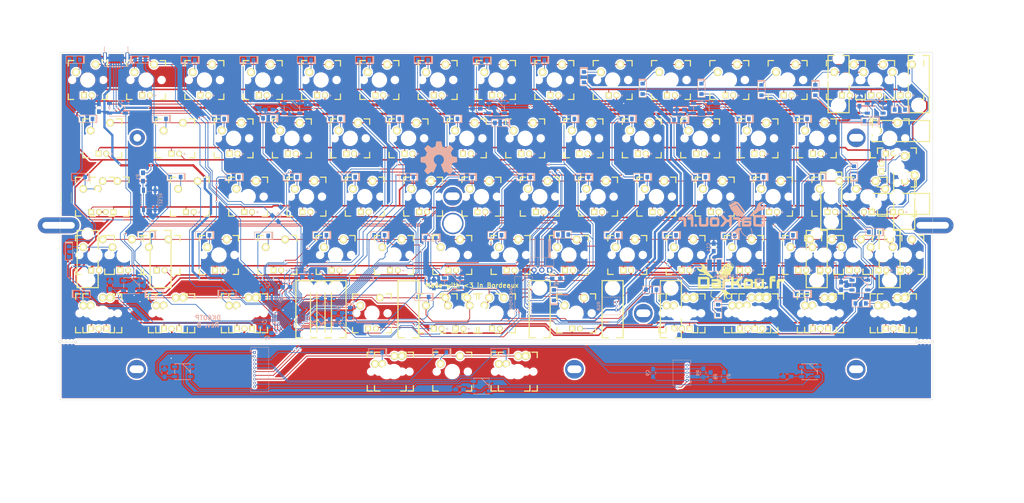
<source format=kicad_pcb>
(kicad_pcb (version 4) (host pcbnew 4.0.7+dfsg1-1)
  (title_block (title DK60TP) (date 2017-10-07) (rev B) (company DarKou))
  (layers (0 F.Cu signal) (31 B.Cu signal) (34 B.Paste user) (35 F.Paste user) (36 B.SilkS user) (37 F.SilkS user hide) (38 B.Mask user) (39 F.Mask user) (44 Edge.Cuts user))
  (net 0 "")
  (net 1 LED_CATH)
  (net 2 LED_AN)
  (net 3 XTAL1)
  (net 4 GND)
  (net 5 XTAL2)
  (net 6 VCC)
  (net 7 "Net-(C8-Pad1)")
  (net 8 "Net-(C9-Pad1)")
  (net 9 Col0)
  (net 10 "Net-(DK0-Pad1)")
  (net 11 "Net-(DK1-Pad1)")
  (net 12 "Net-(DK2-Pad1)")
  (net 13 "Net-(DK3-Pad1)")
  (net 14 "Net-(DK4-Pad1)")
  (net 15 Col6)
  (net 16 "Net-(DK6-Pad1)")
  (net 17 Col1)
  (net 18 "Net-(DK10-Pad1)")
  (net 19 "Net-(DK11-Pad1)")
  (net 20 "Net-(DK12-Pad1)")
  (net 21 "Net-(DK13-Pad1)")
  (net 22 "Net-(DK14-Pad1)")
  (net 23 Col2)
  (net 24 "Net-(DK20-Pad1)")
  (net 25 "Net-(DK21-Pad1)")
  (net 26 "Net-(DK22-Pad1)")
  (net 27 "Net-(DK23-Pad1)")
  (net 28 "Net-(DK24-Pad1)")
  (net 29 Col3)
  (net 30 "Net-(DK30-Pad1)")
  (net 31 "Net-(DK31-Pad1)")
  (net 32 "Net-(DK32-Pad1)")
  (net 33 "Net-(DK33-Pad1)")
  (net 34 /TRACKPOINT/Col3)
  (net 35 "Net-(DK34-Pad1)")
  (net 36 Col4)
  (net 37 "Net-(DK40-Pad1)")
  (net 38 "Net-(DK41-Pad1)")
  (net 39 "Net-(DK42-Pad1)")
  (net 40 "Net-(DK43-Pad1)")
  (net 41 /TRACKPOINT/Col4)
  (net 42 "Net-(DK44-Pad1)")
  (net 43 Col5)
  (net 44 "Net-(DK50-Pad1)")
  (net 45 "Net-(DK51-Pad1)")
  (net 46 "Net-(DK52-Pad1)")
  (net 47 "Net-(DK53-Pad1)")
  (net 48 "Net-(DK54-Pad1)")
  (net 49 "Net-(DK61-Pad1)")
  (net 50 "Net-(DK62-Pad1)")
  (net 51 "Net-(DK63-Pad1)")
  (net 52 "Net-(DK64-Pad1)")
  (net 53 Col7)
  (net 54 "Net-(DK70-Pad1)")
  (net 55 "Net-(DK71-Pad1)")
  (net 56 "Net-(DK72-Pad1)")
  (net 57 "Net-(DK73-Pad1)")
  (net 58 Col8)
  (net 59 "Net-(DK80-Pad1)")
  (net 60 "Net-(DK81-Pad1)")
  (net 61 "Net-(DK82-Pad1)")
  (net 62 "Net-(DK83-Pad1)")
  (net 63 Col9)
  (net 64 "Net-(DK90-Pad1)")
  (net 65 "Net-(DK91-Pad1)")
  (net 66 "Net-(DK92-Pad1)")
  (net 67 "Net-(DK93-Pad1)")
  (net 68 "Net-(DK94-Pad1)")
  (net 69 ColA)
  (net 70 "Net-(DKA0-Pad1)")
  (net 71 "Net-(DKA1-Pad1)")
  (net 72 "Net-(DKA2-Pad1)")
  (net 73 "Net-(DKA3-Pad1)")
  (net 74 "Net-(DKA4-Pad1)")
  (net 75 ColB)
  (net 76 "Net-(DKB0-Pad1)")
  (net 77 "Net-(DKB1-Pad1)")
  (net 78 "Net-(DKB2-Pad1)")
  (net 79 "Net-(DKB3-Pad1)")
  (net 80 "Net-(DKB4-Pad1)")
  (net 81 ColC)
  (net 82 "Net-(DKC1-Pad1)")
  (net 83 "Net-(DKC2-Pad1)")
  (net 84 "Net-(DKC3-Pad1)")
  (net 85 "Net-(DKC4-Pad1)")
  (net 86 ColD)
  (net 87 "Net-(DKD0-Pad1)")
  (net 88 "Net-(DKD1-Pad1)")
  (net 89 "Net-(DKD2-Pad1)")
  (net 90 "Net-(DKD3-Pad1)")
  (net 91 "Net-(DKD4-Pad1)")
  (net 92 "Net-(J1-Pad2)")
  (net 93 "Net-(J1-Pad3)")
  (net 94 DOUT)
  (net 95 Row0)
  (net 96 Row4)
  (net 97 Row1)
  (net 98 Row2)
  (net 99 Row3)
  (net 100 /TRACKPOINT/Row4)
  (net 101 "Net-(KC0-Pad1)")
  (net 102 "Net-(L1-Pad1)")
  (net 103 "Net-(J3-Pad2)")
  (net 104 D5)
  (net 105 D2)
  (net 106 /TRACKPOINT/D5)
  (net 107 /TRACKPOINT/D2)
  (net 108 /TRACKPOINT/RGB)
  (net 109 RESET)
  (net 110 "Net-(R2-Pad2)")
  (net 111 "Net-(R3-Pad1)")
  (net 112 CAPS_LED)
  (net 113 "Net-(J3-Pad1)")
  (net 114 RGB)
  (net 115 "Net-(RGB0-Pad2)")
  (net 116 "Net-(RGB1-Pad2)")
  (net 117 "Net-(RGB2-Pad2)")
  (net 118 "Net-(RGB3-Pad2)")
  (net 119 "Net-(RGB4-Pad2)")
  (net 120 "Net-(RGB5-Pad2)")
  (net 121 "Net-(RGB6-Pad2)")
  (net 122 "Net-(RGB8-Pad2)")
  (net 123 "Net-(RGB10-Pad4)")
  (net 124 BACKLIT)
  (net 125 "Net-(R4-Pad1)")
  (net 126 "Net-(DK74-Pad1)")
  (net 127 /TRACKPOINT/Col8)
  (net 128 "Net-(DK84-Pad1)")
  (module Connectors_Molex:Molex_PicoBlade_53048-0310_03x1.25mm_Angled (layer B.Cu) (at 245.61375 124.05625 90)
    (fp_text reference J2 hide)
    (fp_text value RGB (at 1.25 -5.75 90) (layer B.SilkS) (effects (justify mirror)))
    (pad 1 thru_hole rect (at 0 0 90) (size 0.85 0.85) (drill 0.5) (layers *.Cu *.Mask) (net 6 VCC))
    (pad 2 thru_hole circle (at 1.25 0 90) (size 0.85 0.85) (drill 0.5) (layers *.Cu *.Mask) (net 4 GND))
    (pad 3 thru_hole circle (at 2.5 0 90) (size 0.85 0.85) (drill 0.5) (layers *.Cu *.Mask) (net 94 DOUT))
  )
  (module Housings_DFN_QFN:QFN-44-1EP_7x7mm_Pitch0.5mm (layer B.Cu) (at 139.505 124.15625 225)
    (fp_text reference U0 (at 0 4.75 225) (layer B.SilkS) (effects (justify mirror)))
    (fp_text value ATMEGA32U4-MU)
    (pad 1 smd rect (at -3.4 2.5 225) (size 0.7 0.25) (layers B.Cu B.Paste B.Mask) (net 112 CAPS_LED))
    (pad 2 smd rect (at -3.4 2 225) (size 0.7 0.25) (layers B.Cu B.Paste B.Mask) (net 6 VCC))
    (pad 3 smd rect (at -3.4 1.5 225) (size 0.7 0.25) (layers B.Cu B.Paste B.Mask) (net 111 "Net-(R3-Pad1)"))
    (pad 4 smd rect (at -3.4 1 225) (size 0.7 0.25) (layers B.Cu B.Paste B.Mask) (net 125 "Net-(R4-Pad1)"))
    (pad 5 smd rect (at -3.4 0.5 225) (size 0.7 0.25) (layers B.Cu B.Paste B.Mask) (net 4 GND))
    (pad 6 smd rect (at -3.4 0 225) (size 0.7 0.25) (layers B.Cu B.Paste B.Mask) (net 7 "Net-(C8-Pad1)"))
    (pad 7 smd rect (at -3.4 -0.5 225) (size 0.7 0.25) (layers B.Cu B.Paste B.Mask) (net 6 VCC))
    (pad 8 smd rect (at -3.4 -1 225) (size 0.7 0.25) (layers B.Cu B.Paste B.Mask) (net 43 Col5))
    (pad 9 smd rect (at -3.4 -1.5 225) (size 0.7 0.25) (layers B.Cu B.Paste B.Mask) (net 99 Row3))
    (pad 10 smd rect (at -3.4 -2 225) (size 0.7 0.25) (layers B.Cu B.Paste B.Mask) (net 15 Col6))
    (pad 11 smd rect (at -3.4 -2.5 225) (size 0.7 0.25) (layers B.Cu B.Paste B.Mask) (net 53 Col7))
    (pad 12 smd rect (at -2.5 -3.4 135) (size 0.7 0.25) (layers B.Cu B.Paste B.Mask) (net 124 BACKLIT))
    (pad 13 smd rect (at -2 -3.4 135) (size 0.7 0.25) (layers B.Cu B.Paste B.Mask) (net 109 RESET))
    (pad 14 smd rect (at -1.5 -3.4 135) (size 0.7 0.25) (layers B.Cu B.Paste B.Mask) (net 6 VCC))
    (pad 15 smd rect (at -1 -3.4 135) (size 0.7 0.25) (layers B.Cu B.Paste B.Mask) (net 4 GND))
    (pad 16 smd rect (at -0.5 -3.4 135) (size 0.7 0.25) (layers B.Cu B.Paste B.Mask) (net 3 XTAL1))
    (pad 17 smd rect (at 0 -3.4 135) (size 0.7 0.25) (layers B.Cu B.Paste B.Mask) (net 5 XTAL2))
    (pad 18 smd rect (at 0.5 -3.4 135) (size 0.7 0.25) (layers B.Cu B.Paste B.Mask) (net 81 ColC))
    (pad 19 smd rect (at 1 -3.4 135) (size 0.7 0.25) (layers B.Cu B.Paste B.Mask) (net 75 ColB))
    (pad 20 smd rect (at 1.5 -3.4 135) (size 0.7 0.25) (layers B.Cu B.Paste B.Mask) (net 105 D2))
    (pad 21 smd rect (at 2 -3.4 135) (size 0.7 0.25) (layers B.Cu B.Paste B.Mask) (net 69 ColA))
    (pad 22 smd rect (at 2.5 -3.4 135) (size 0.7 0.25) (layers B.Cu B.Paste B.Mask) (net 104 D5))
    (pad 23 smd rect (at 3.4 -2.5 225) (size 0.7 0.25) (layers B.Cu B.Paste B.Mask) (net 4 GND))
    (pad 24 smd rect (at 3.4 -2 225) (size 0.7 0.25) (layers B.Cu B.Paste B.Mask) (net 6 VCC))
    (pad 25 smd rect (at 3.4 -1.5 225) (size 0.7 0.25) (layers B.Cu B.Paste B.Mask) (net 86 ColD))
    (pad 26 smd rect (at 3.4 -1 225) (size 0.7 0.25) (layers B.Cu B.Paste B.Mask) (net 96 Row4))
    (pad 27 smd rect (at 3.4 -0.5 225) (size 0.7 0.25) (layers B.Cu B.Paste B.Mask) (net 114 RGB))
    (pad 28 smd rect (at 3.4 0 225) (size 0.7 0.25) (layers B.Cu B.Paste B.Mask) (net 9 Col0))
    (pad 29 smd rect (at 3.4 0.5 225) (size 0.7 0.25) (layers B.Cu B.Paste B.Mask) (net 17 Col1))
    (pad 30 smd rect (at 3.4 1 225) (size 0.7 0.25) (layers B.Cu B.Paste B.Mask) (net 98 Row2))
    (pad 31 smd rect (at 3.4 1.5 225) (size 0.7 0.25) (layers B.Cu B.Paste B.Mask) (net 23 Col2))
    (pad 32 smd rect (at 3.4 2 225) (size 0.7 0.25) (layers B.Cu B.Paste B.Mask) (net 95 Row0))
    (pad 33 smd rect (at 3.4 2.5 225) (size 0.7 0.25) (layers B.Cu B.Paste B.Mask) (net 110 "Net-(R2-Pad2)"))
    (pad 34 smd rect (at 2.5 3.4 135) (size 0.7 0.25) (layers B.Cu B.Paste B.Mask) (net 6 VCC))
    (pad 35 smd rect (at 2 3.4 135) (size 0.7 0.25) (layers B.Cu B.Paste B.Mask) (net 4 GND))
    (pad 36 smd rect (at 1.5 3.4 135) (size 0.7 0.25) (layers B.Cu B.Paste B.Mask) (net 29 Col3))
    (pad 37 smd rect (at 1 3.4 135) (size 0.7 0.25) (layers B.Cu B.Paste B.Mask) (net 36 Col4))
    (pad 38 smd rect (at 0.5 3.4 135) (size 0.7 0.25) (layers B.Cu B.Paste B.Mask) (net 97 Row1))
    (pad 39 smd rect (at 0 3.4 135) (size 0.7 0.25) (layers B.Cu B.Paste B.Mask) (net 58 Col8))
    (pad 40 smd rect (at -0.5 3.4 135) (size 0.7 0.25) (layers B.Cu B.Paste B.Mask) (net 63 Col9))
    (pad 41 smd rect (at -1 3.4 135) (size 0.7 0.25) (layers B.Cu B.Paste B.Mask))
    (pad 42 smd rect (at -1.5 3.4 135) (size 0.7 0.25) (layers B.Cu B.Paste B.Mask))
    (pad 43 smd rect (at -2 3.4 135) (size 0.7 0.25) (layers B.Cu B.Paste B.Mask) (net 4 GND))
    (pad 44 smd rect (at -2.5 3.4 135) (size 0.7 0.25) (layers B.Cu B.Paste B.Mask) (net 6 VCC))
    (pad 45 smd rect (at 1.93125 -1.93125 225) (size 1.2875 1.2875) (layers B.Cu B.Paste B.Mask) (net 4 GND))
    (pad 45 smd rect (at 1.93125 -0.64375 225) (size 1.2875 1.2875) (layers B.Cu B.Paste B.Mask) (net 4 GND))
    (pad 45 smd rect (at 1.93125 0.64375 225) (size 1.2875 1.2875) (layers B.Cu B.Paste B.Mask) (net 4 GND))
    (pad 45 smd rect (at 1.93125 1.93125 225) (size 1.2875 1.2875) (layers B.Cu B.Paste B.Mask) (net 4 GND))
    (pad 45 smd rect (at 0.64375 -1.93125 225) (size 1.2875 1.2875) (layers B.Cu B.Paste B.Mask) (net 4 GND))
    (pad 45 smd rect (at 0.64375 -0.64375 225) (size 1.2875 1.2875) (layers B.Cu B.Paste B.Mask) (net 4 GND))
    (pad 45 smd rect (at 0.64375 0.64375 225) (size 1.2875 1.2875) (layers B.Cu B.Paste B.Mask) (net 4 GND))
    (pad 45 smd rect (at 0.64375 1.93125 225) (size 1.2875 1.2875) (layers B.Cu B.Paste B.Mask) (net 4 GND))
    (pad 45 smd rect (at -0.64375 -1.93125 225) (size 1.2875 1.2875) (layers B.Cu B.Paste B.Mask) (net 4 GND))
    (pad 45 smd rect (at -0.64375 -0.64375 225) (size 1.2875 1.2875) (layers B.Cu B.Paste B.Mask) (net 4 GND))
    (pad 45 smd rect (at -0.64375 0.64375 225) (size 1.2875 1.2875) (layers B.Cu B.Paste B.Mask) (net 4 GND))
    (pad 45 smd rect (at -0.64375 1.93125 225) (size 1.2875 1.2875) (layers B.Cu B.Paste B.Mask) (net 4 GND))
    (pad 45 smd rect (at -1.93125 -1.93125 225) (size 1.2875 1.2875) (layers B.Cu B.Paste B.Mask) (net 4 GND))
    (pad 45 smd rect (at -1.93125 -0.64375 225) (size 1.2875 1.2875) (layers B.Cu B.Paste B.Mask) (net 4 GND))
    (pad 45 smd rect (at -1.93125 0.64375 225) (size 1.2875 1.2875) (layers B.Cu B.Paste B.Mask) (net 4 GND))
    (pad 45 smd rect (at -1.93125 1.93125 225) (size 1.2875 1.2875) (layers B.Cu B.Paste B.Mask) (net 4 GND))
  )
  (module Footprint:MXST (layer F.Cu) (at 144.3675 125.18125 180)
    (fp_text reference 6.25U_0 hide)
    (fp_text value 6.25U hide)
    (pad "" np_thru_hole circle (at 0 -6.985 180) (size 3.048 3.048) (drill 3.048) (layers *.Cu *.Mask))
    (pad "" np_thru_hole circle (at 0 8.255 180) (size 3.9802 3.9802) (drill 3.9802) (layers *.Cu *.Mask))
  )
  (module Footprint:Mx_125 (layer F.Cu) (at 75.3375 125.18125)
    (fp_text reference K40 hide)
    (fp_text value K40 hide)
    (pad HOLE np_thru_hole circle (at 0 0) (size 3.9878 3.9878) (drill 3.9878) (layers *.Cu))
    (pad HOLE np_thru_hole circle (at -5.08 0) (size 1.7018 1.7018) (drill 1.7018) (layers *.Cu))
    (pad HOLE np_thru_hole circle (at 5.08 0) (size 1.7018 1.7018) (drill 1.7018) (layers *.Cu))
    (pad 1 thru_hole circle (at -3.81 -2.54 330.95) (size 2.5 2.5) (drill 1.5) (layers *.Cu *.Mask F.SilkS) (net 14 "Net-(DK4-Pad1)"))
    (pad 2 thru_hole circle (at 2.54 -5.08 356.1) (size 2.5 2.5) (drill 1.5) (layers *.Cu *.Mask F.SilkS) (net 96 Row4))
  )
  (module Footprint:LED_TH_BIVAR (layer F.Cu) (at 72.95625 53.98125)
    (fp_text reference BL0 hide)
    (fp_text value LED hide)
    (fp_text user + (at 3.048 0) (layer B.SilkS) (effects (justify mirror)))
    (pad 1 thru_hole rect (at -1.27 0) (size 1.9 1.9) (drill 1.1176) (layers *.Cu *.Mask F.SilkS) (net 1 LED_CATH))
    (pad 2 thru_hole circle (at 1.27 0) (size 1.9 1.9) (drill 1.1176) (layers *.Cu *.Mask F.SilkS) (net 2 LED_AN))
  )
  (module Footprint:LED_TH_BIVAR (layer F.Cu) (at 77.71875 73.03125)
    (fp_text reference BL10 hide)
    (fp_text value LED hide)
    (fp_text user + (at 3.048 0) (layer B.SilkS) (effects (justify mirror)))
    (pad 1 thru_hole rect (at -1.27 0) (size 1.9 1.9) (drill 1.1176) (layers *.Cu *.Mask F.SilkS) (net 1 LED_CATH))
    (pad 2 thru_hole circle (at 1.27 0) (size 1.9 1.9) (drill 1.1176) (layers *.Cu *.Mask F.SilkS) (net 2 LED_AN))
  )
  (module Footprint:LED_TH_BIVAR (layer F.Cu) (at 75.3375 92.08125)
    (fp_text reference BL20 hide)
    (fp_text value LED hide)
    (fp_text user + (at 3.048 0) (layer B.SilkS) (effects (justify mirror)))
    (pad 1 thru_hole rect (at -1.27 0) (size 1.9 1.9) (drill 1.1176) (layers *.Cu *.Mask F.SilkS) (net 1 LED_CATH))
    (pad 2 thru_hole circle (at 1.27 0) (size 1.9 1.9) (drill 1.1176) (layers *.Cu *.Mask F.SilkS) (net 2 LED_AN))
  )
  (module Footprint:LED_TH_BIVAR (layer F.Cu) (at 80.1 92.08125 180)
    (fp_text reference BL21 hide)
    (fp_text value LED hide)
    (fp_text user + (at 3.048 0 180) (layer B.SilkS) (effects (justify mirror)))
    (pad 1 thru_hole rect (at -1.27 0 180) (size 1.9 1.9) (drill 1.1176) (layers *.Cu *.Mask F.SilkS) (net 1 LED_CATH))
    (pad 2 thru_hole circle (at 1.27 0 180) (size 1.9 1.9) (drill 1.1176) (layers *.Cu *.Mask F.SilkS) (net 2 LED_AN))
  )
  (module Footprint:LED_TH_BIVAR (layer F.Cu) (at 75.3375 111.13125)
    (fp_text reference BL30 hide)
    (fp_text value LED hide)
    (fp_text user + (at 3.048 0) (layer B.SilkS) (effects (justify mirror)))
    (pad 1 thru_hole rect (at -1.27 0) (size 1.9 1.9) (drill 1.1176) (layers *.Cu *.Mask F.SilkS) (net 1 LED_CATH))
    (pad 2 thru_hole circle (at 1.27 0) (size 1.9 1.9) (drill 1.1176) (layers *.Cu *.Mask F.SilkS) (net 2 LED_AN))
  )
  (module Footprint:LED_TH_BIVAR (layer F.Cu) (at 96.76875 111.13125)
    (fp_text reference BL31 hide)
    (fp_text value LED hide)
    (fp_text user + (at 3.048 0) (layer B.SilkS) (effects (justify mirror)))
    (pad 1 thru_hole rect (at -1.27 0) (size 1.9 1.9) (drill 1.1176) (layers *.Cu *.Mask F.SilkS) (net 1 LED_CATH))
    (pad 2 thru_hole circle (at 1.27 0) (size 1.9 1.9) (drill 1.1176) (layers *.Cu *.Mask F.SilkS) (net 2 LED_AN))
  )
  (module Footprint:LED_TH_BIVAR (layer F.Cu) (at 75.3375 130.18125)
    (fp_text reference BL40 hide)
    (fp_text value LED hide)
    (fp_text user + (at 3.048 0) (layer B.SilkS) (effects (justify mirror)))
    (pad 1 thru_hole rect (at -1.27 0) (size 1.9 1.9) (drill 1.1176) (layers *.Cu *.Mask F.SilkS) (net 1 LED_CATH))
    (pad 2 thru_hole circle (at 1.27 0) (size 1.9 1.9) (drill 1.1176) (layers *.Cu *.Mask F.SilkS) (net 2 LED_AN))
  )
  (module Footprint:LED_TH_BIVAR (layer F.Cu) (at 77.71875 130.18125 180)
    (fp_text reference BL41 hide)
    (fp_text value LED hide)
    (fp_text user + (at 3.048 0 180) (layer B.SilkS) (effects (justify mirror)))
    (pad 1 thru_hole rect (at -1.27 0 180) (size 1.9 1.9) (drill 1.1176) (layers *.Cu *.Mask F.SilkS) (net 1 LED_CATH))
    (pad 2 thru_hole circle (at 1.27 0 180) (size 1.9 1.9) (drill 1.1176) (layers *.Cu *.Mask F.SilkS) (net 2 LED_AN))
  )
  (module Footprint:LED_TH_BIVAR (layer F.Cu) (at 92.00625 53.98125)
    (fp_text reference BL100 hide)
    (fp_text value LED hide)
    (fp_text user + (at 3.048 0) (layer B.SilkS) (effects (justify mirror)))
    (pad 1 thru_hole rect (at -1.27 0) (size 1.9 1.9) (drill 1.1176) (layers *.Cu *.Mask F.SilkS) (net 1 LED_CATH))
    (pad 2 thru_hole circle (at 1.27 0) (size 1.9 1.9) (drill 1.1176) (layers *.Cu *.Mask F.SilkS) (net 2 LED_AN))
  )
  (module Footprint:LED_TH_BIVAR (layer F.Cu) (at 101.53125 73.03125)
    (fp_text reference BL110 hide)
    (fp_text value LED hide)
    (fp_text user + (at 3.048 0) (layer B.SilkS) (effects (justify mirror)))
    (pad 1 thru_hole rect (at -1.27 0) (size 1.9 1.9) (drill 1.1176) (layers *.Cu *.Mask F.SilkS) (net 1 LED_CATH))
    (pad 2 thru_hole circle (at 1.27 0) (size 1.9 1.9) (drill 1.1176) (layers *.Cu *.Mask F.SilkS) (net 2 LED_AN))
  )
  (module Footprint:LED_TH_BIVAR (layer F.Cu) (at 106.29375 92.08125)
    (fp_text reference BL120 hide)
    (fp_text value LED hide)
    (fp_text user + (at 3.048 0) (layer B.SilkS) (effects (justify mirror)))
    (pad 1 thru_hole rect (at -1.27 0) (size 1.9 1.9) (drill 1.1176) (layers *.Cu *.Mask F.SilkS) (net 1 LED_CATH))
    (pad 2 thru_hole circle (at 1.27 0) (size 1.9 1.9) (drill 1.1176) (layers *.Cu *.Mask F.SilkS) (net 2 LED_AN))
  )
  (module Footprint:LED_TH_BIVAR (layer F.Cu) (at 84.8625 111.13125)
    (fp_text reference BL130 hide)
    (fp_text value LED hide)
    (fp_text user + (at 3.048 0) (layer B.SilkS) (effects (justify mirror)))
    (pad 1 thru_hole rect (at -1.27 0) (size 1.9 1.9) (drill 1.1176) (layers *.Cu *.Mask F.SilkS) (net 1 LED_CATH))
    (pad 2 thru_hole circle (at 1.27 0) (size 1.9 1.9) (drill 1.1176) (layers *.Cu *.Mask F.SilkS) (net 2 LED_AN))
  )
  (module Footprint:LED_TH_BIVAR (layer F.Cu) (at 99.15 130.18125)
    (fp_text reference BL140 hide)
    (fp_text value LED hide)
    (fp_text user + (at 3.048 0) (layer B.SilkS) (effects (justify mirror)))
    (pad 1 thru_hole rect (at -1.27 0) (size 1.9 1.9) (drill 1.1176) (layers *.Cu *.Mask F.SilkS) (net 1 LED_CATH))
    (pad 2 thru_hole circle (at 1.27 0) (size 1.9 1.9) (drill 1.1176) (layers *.Cu *.Mask F.SilkS) (net 2 LED_AN))
  )
  (module Footprint:LED_TH_BIVAR (layer F.Cu) (at 101.53125 130.18125 180)
    (fp_text reference BL141 hide)
    (fp_text value LED hide)
    (fp_text user + (at 3.048 0 180) (layer B.SilkS) (effects (justify mirror)))
    (pad 1 thru_hole rect (at -1.27 0 180) (size 1.9 1.9) (drill 1.1176) (layers *.Cu *.Mask F.SilkS) (net 1 LED_CATH))
    (pad 2 thru_hole circle (at 1.27 0 180) (size 1.9 1.9) (drill 1.1176) (layers *.Cu *.Mask F.SilkS) (net 2 LED_AN))
  )
  (module Footprint:LED_TH_BIVAR (layer F.Cu) (at 111.05625 53.98125)
    (fp_text reference BL200 hide)
    (fp_text value LED hide)
    (fp_text user + (at 3.048 0) (layer B.SilkS) (effects (justify mirror)))
    (pad 1 thru_hole rect (at -1.27 0) (size 1.9 1.9) (drill 1.1176) (layers *.Cu *.Mask F.SilkS) (net 1 LED_CATH))
    (pad 2 thru_hole circle (at 1.27 0) (size 1.9 1.9) (drill 1.1176) (layers *.Cu *.Mask F.SilkS) (net 2 LED_AN))
  )
  (module Footprint:LED_TH_BIVAR (layer F.Cu) (at 120.58125 73.03125)
    (fp_text reference BL210 hide)
    (fp_text value LED hide)
    (fp_text user + (at 3.048 0) (layer B.SilkS) (effects (justify mirror)))
    (pad 1 thru_hole rect (at -1.27 0) (size 1.9 1.9) (drill 1.1176) (layers *.Cu *.Mask F.SilkS) (net 1 LED_CATH))
    (pad 2 thru_hole circle (at 1.27 0) (size 1.9 1.9) (drill 1.1176) (layers *.Cu *.Mask F.SilkS) (net 2 LED_AN))
  )
  (module Footprint:LED_TH_BIVAR (layer F.Cu) (at 125.34375 92.08125)
    (fp_text reference BL220 hide)
    (fp_text value LED hide)
    (fp_text user + (at 3.048 0) (layer B.SilkS) (effects (justify mirror)))
    (pad 1 thru_hole rect (at -1.27 0) (size 1.9 1.9) (drill 1.1176) (layers *.Cu *.Mask F.SilkS) (net 1 LED_CATH))
    (pad 2 thru_hole circle (at 1.27 0) (size 1.9 1.9) (drill 1.1176) (layers *.Cu *.Mask F.SilkS) (net 2 LED_AN))
  )
  (module Footprint:LED_TH_BIVAR (layer F.Cu) (at 115.81875 111.13125)
    (fp_text reference BL230 hide)
    (fp_text value LED hide)
    (fp_text user + (at 3.048 0) (layer B.SilkS) (effects (justify mirror)))
    (pad 1 thru_hole rect (at -1.27 0) (size 1.9 1.9) (drill 1.1176) (layers *.Cu *.Mask F.SilkS) (net 1 LED_CATH))
    (pad 2 thru_hole circle (at 1.27 0) (size 1.9 1.9) (drill 1.1176) (layers *.Cu *.Mask F.SilkS) (net 2 LED_AN))
  )
  (module Footprint:LED_TH_BIVAR (layer F.Cu) (at 122.9625 130.18125)
    (fp_text reference BL240 hide)
    (fp_text value LED hide)
    (fp_text user + (at 3.048 0) (layer B.SilkS) (effects (justify mirror)))
    (pad 1 thru_hole rect (at -1.27 0) (size 1.9 1.9) (drill 1.1176) (layers *.Cu *.Mask F.SilkS) (net 1 LED_CATH))
    (pad 2 thru_hole circle (at 1.27 0) (size 1.9 1.9) (drill 1.1176) (layers *.Cu *.Mask F.SilkS) (net 2 LED_AN))
  )
  (module Footprint:LED_TH_BIVAR (layer F.Cu) (at 125.34375 130.18125 180)
    (fp_text reference BL241 hide)
    (fp_text value LED hide)
    (fp_text user + (at 3.048 0 180) (layer B.SilkS) (effects (justify mirror)))
    (pad 1 thru_hole rect (at -1.27 0 180) (size 1.9 1.9) (drill 1.1176) (layers *.Cu *.Mask F.SilkS) (net 1 LED_CATH))
    (pad 2 thru_hole circle (at 1.27 0 180) (size 1.9 1.9) (drill 1.1176) (layers *.Cu *.Mask F.SilkS) (net 2 LED_AN))
  )
  (module Footprint:LED_TH_BIVAR (layer F.Cu) (at 130.10625 53.98125)
    (fp_text reference BL300 hide)
    (fp_text value LED hide)
    (fp_text user + (at 3.048 0) (layer B.SilkS) (effects (justify mirror)))
    (pad 1 thru_hole rect (at -1.27 0) (size 1.9 1.9) (drill 1.1176) (layers *.Cu *.Mask F.SilkS) (net 1 LED_CATH))
    (pad 2 thru_hole circle (at 1.27 0) (size 1.9 1.9) (drill 1.1176) (layers *.Cu *.Mask F.SilkS) (net 2 LED_AN))
  )
  (module Footprint:LED_TH_BIVAR (layer F.Cu) (at 139.63125 73.03125)
    (fp_text reference BL310 hide)
    (fp_text value LED hide)
    (fp_text user + (at 3.048 0) (layer B.SilkS) (effects (justify mirror)))
    (pad 1 thru_hole rect (at -1.27 0) (size 1.9 1.9) (drill 1.1176) (layers *.Cu *.Mask F.SilkS) (net 1 LED_CATH))
    (pad 2 thru_hole circle (at 1.27 0) (size 1.9 1.9) (drill 1.1176) (layers *.Cu *.Mask F.SilkS) (net 2 LED_AN))
  )
  (module Footprint:LED_TH_BIVAR (layer F.Cu) (at 144.39375 92.08125)
    (fp_text reference BL320 hide)
    (fp_text value LED hide)
    (fp_text user + (at 3.048 0) (layer B.SilkS) (effects (justify mirror)))
    (pad 1 thru_hole rect (at -1.27 0) (size 1.9 1.9) (drill 1.1176) (layers *.Cu *.Mask F.SilkS) (net 1 LED_CATH))
    (pad 2 thru_hole circle (at 1.27 0) (size 1.9 1.9) (drill 1.1176) (layers *.Cu *.Mask F.SilkS) (net 2 LED_AN))
  )
  (module Footprint:LED_TH_BIVAR (layer F.Cu) (at 134.86875 111.13125)
    (fp_text reference BL330 hide)
    (fp_text value LED hide)
    (fp_text user + (at 3.048 0) (layer B.SilkS) (effects (justify mirror)))
    (pad 1 thru_hole rect (at -1.27 0) (size 1.9 1.9) (drill 1.1176) (layers *.Cu *.Mask F.SilkS) (net 1 LED_CATH))
    (pad 2 thru_hole circle (at 1.27 0) (size 1.9 1.9) (drill 1.1176) (layers *.Cu *.Mask F.SilkS) (net 2 LED_AN))
  )
  (module Footprint:LED_TH_BIVAR (layer F.Cu) (at 149.15625 53.98125)
    (fp_text reference BL400 hide)
    (fp_text value LED hide)
    (fp_text user + (at 3.048 0) (layer B.SilkS) (effects (justify mirror)))
    (pad 1 thru_hole rect (at -1.27 0) (size 1.9 1.9) (drill 1.1176) (layers *.Cu *.Mask F.SilkS) (net 1 LED_CATH))
    (pad 2 thru_hole circle (at 1.27 0) (size 1.9 1.9) (drill 1.1176) (layers *.Cu *.Mask F.SilkS) (net 2 LED_AN))
  )
  (module Footprint:LED_TH_BIVAR (layer F.Cu) (at 158.68125 73.03125)
    (fp_text reference BL410 hide)
    (fp_text value LED hide)
    (fp_text user + (at 3.048 0) (layer B.SilkS) (effects (justify mirror)))
    (pad 1 thru_hole rect (at -1.27 0) (size 1.9 1.9) (drill 1.1176) (layers *.Cu *.Mask F.SilkS) (net 1 LED_CATH))
    (pad 2 thru_hole circle (at 1.27 0) (size 1.9 1.9) (drill 1.1176) (layers *.Cu *.Mask F.SilkS) (net 2 LED_AN))
  )
  (module Footprint:LED_TH_BIVAR (layer F.Cu) (at 163.44375 92.08125)
    (fp_text reference BL420 hide)
    (fp_text value LED hide)
    (fp_text user + (at 3.048 0) (layer B.SilkS) (effects (justify mirror)))
    (pad 1 thru_hole rect (at -1.27 0) (size 1.9 1.9) (drill 1.1176) (layers *.Cu *.Mask F.SilkS) (net 1 LED_CATH))
    (pad 2 thru_hole circle (at 1.27 0) (size 1.9 1.9) (drill 1.1176) (layers *.Cu *.Mask F.SilkS) (net 2 LED_AN))
  )
  (module Footprint:LED_TH_BIVAR (layer F.Cu) (at 153.91875 111.13125)
    (fp_text reference BL430 hide)
    (fp_text value LED hide)
    (fp_text user + (at 3.048 0) (layer B.SilkS) (effects (justify mirror)))
    (pad 1 thru_hole rect (at -1.27 0) (size 1.9 1.9) (drill 1.1176) (layers *.Cu *.Mask F.SilkS) (net 1 LED_CATH))
    (pad 2 thru_hole circle (at 1.27 0) (size 1.9 1.9) (drill 1.1176) (layers *.Cu *.Mask F.SilkS) (net 2 LED_AN))
  )
  (module Footprint:LED_TH_BIVAR (layer F.Cu) (at 168.20625 53.98125)
    (fp_text reference BL500 hide)
    (fp_text value LED hide)
    (fp_text user + (at 3.048 0) (layer B.SilkS) (effects (justify mirror)))
    (pad 1 thru_hole rect (at -1.27 0) (size 1.9 1.9) (drill 1.1176) (layers *.Cu *.Mask F.SilkS) (net 1 LED_CATH))
    (pad 2 thru_hole circle (at 1.27 0) (size 1.9 1.9) (drill 1.1176) (layers *.Cu *.Mask F.SilkS) (net 2 LED_AN))
  )
  (module Footprint:LED_TH_BIVAR (layer F.Cu) (at 177.73125 73.03125)
    (fp_text reference BL510 hide)
    (fp_text value LED hide)
    (fp_text user + (at 3.048 0) (layer B.SilkS) (effects (justify mirror)))
    (pad 1 thru_hole rect (at -1.27 0) (size 1.9 1.9) (drill 1.1176) (layers *.Cu *.Mask F.SilkS) (net 1 LED_CATH))
    (pad 2 thru_hole circle (at 1.27 0) (size 1.9 1.9) (drill 1.1176) (layers *.Cu *.Mask F.SilkS) (net 2 LED_AN))
  )
  (module Footprint:LED_TH_BIVAR (layer F.Cu) (at 182.49375 92.08125)
    (fp_text reference BL520 hide)
    (fp_text value LED hide)
    (fp_text user + (at 3.048 0) (layer B.SilkS) (effects (justify mirror)))
    (pad 1 thru_hole rect (at -1.27 0) (size 1.9 1.9) (drill 1.1176) (layers *.Cu *.Mask F.SilkS) (net 1 LED_CATH))
    (pad 2 thru_hole circle (at 1.27 0) (size 1.9 1.9) (drill 1.1176) (layers *.Cu *.Mask F.SilkS) (net 2 LED_AN))
  )
  (module Footprint:LED_TH_BIVAR (layer F.Cu) (at 172.96875 111.13125)
    (fp_text reference BL530 hide)
    (fp_text value LED hide)
    (fp_text user + (at 3.048 0) (layer B.SilkS) (effects (justify mirror)))
    (pad 1 thru_hole rect (at -1.27 0) (size 1.9 1.9) (drill 1.1176) (layers *.Cu *.Mask F.SilkS) (net 1 LED_CATH))
    (pad 2 thru_hole circle (at 1.27 0) (size 1.9 1.9) (drill 1.1176) (layers *.Cu *.Mask F.SilkS) (net 2 LED_AN))
  )
  (module Footprint:LED_TH_BIVAR (layer F.Cu) (at 187.25625 53.98125)
    (fp_text reference BL600 hide)
    (fp_text value LED hide)
    (fp_text user + (at 3.048 0) (layer B.SilkS) (effects (justify mirror)))
    (pad 1 thru_hole rect (at -1.27 0) (size 1.9 1.9) (drill 1.1176) (layers *.Cu *.Mask F.SilkS) (net 1 LED_CATH))
    (pad 2 thru_hole circle (at 1.27 0) (size 1.9 1.9) (drill 1.1176) (layers *.Cu *.Mask F.SilkS) (net 2 LED_AN))
  )
  (module Footprint:LED_TH_BIVAR (layer F.Cu) (at 196.78125 73.03125)
    (fp_text reference BL610 hide)
    (fp_text value LED hide)
    (fp_text user + (at 3.048 0) (layer B.SilkS) (effects (justify mirror)))
    (pad 1 thru_hole rect (at -1.27 0) (size 1.9 1.9) (drill 1.1176) (layers *.Cu *.Mask F.SilkS) (net 1 LED_CATH))
    (pad 2 thru_hole circle (at 1.27 0) (size 1.9 1.9) (drill 1.1176) (layers *.Cu *.Mask F.SilkS) (net 2 LED_AN))
  )
  (module Footprint:LED_TH_BIVAR (layer F.Cu) (at 201.54375 92.08125)
    (fp_text reference BL620 hide)
    (fp_text value LED hide)
    (fp_text user + (at 3.048 0) (layer B.SilkS) (effects (justify mirror)))
    (pad 1 thru_hole rect (at -1.27 0) (size 1.9 1.9) (drill 1.1176) (layers *.Cu *.Mask F.SilkS) (net 1 LED_CATH))
    (pad 2 thru_hole circle (at 1.27 0) (size 1.9 1.9) (drill 1.1176) (layers *.Cu *.Mask F.SilkS) (net 2 LED_AN))
  )
  (module Footprint:LED_TH_BIVAR (layer F.Cu) (at 192.01875 111.13125)
    (fp_text reference BL630 hide)
    (fp_text value LED hide)
    (fp_text user + (at 3.048 0) (layer B.SilkS) (effects (justify mirror)))
    (pad 1 thru_hole rect (at -1.27 0) (size 1.9 1.9) (drill 1.1176) (layers *.Cu *.Mask F.SilkS) (net 1 LED_CATH))
    (pad 2 thru_hole circle (at 1.27 0) (size 1.9 1.9) (drill 1.1176) (layers *.Cu *.Mask F.SilkS) (net 2 LED_AN))
  )
  (module Footprint:LED_TH_BIVAR (layer F.Cu) (at 206.30625 130.18125)
    (fp_text reference BL640 hide)
    (fp_text value LED hide)
    (fp_text user + (at 3.048 0) (layer B.SilkS) (effects (justify mirror)))
    (pad 1 thru_hole rect (at -1.27 0) (size 1.9 1.9) (drill 1.1176) (layers *.Cu *.Mask F.SilkS) (net 1 LED_CATH))
    (pad 2 thru_hole circle (at 1.27 0) (size 1.9 1.9) (drill 1.1176) (layers *.Cu *.Mask F.SilkS) (net 2 LED_AN))
  )
  (module Footprint:LED_TH_BIVAR (layer F.Cu) (at 194.4 130.18125)
    (fp_text reference BL641 hide)
    (fp_text value LED hide)
    (fp_text user + (at 3.048 0) (layer B.SilkS) (effects (justify mirror)))
    (pad 1 thru_hole rect (at -1.27 0) (size 1.9 1.9) (drill 1.1176) (layers *.Cu *.Mask F.SilkS) (net 1 LED_CATH))
    (pad 2 thru_hole circle (at 1.27 0) (size 1.9 1.9) (drill 1.1176) (layers *.Cu *.Mask F.SilkS) (net 2 LED_AN))
  )
  (module Footprint:LED_TH_BIVAR (layer F.Cu) (at 187.25625 130.18125)
    (fp_text reference BL642 hide)
    (fp_text value LED hide)
    (fp_text user + (at 3.048 0) (layer B.SilkS) (effects (justify mirror)))
    (pad 1 thru_hole rect (at -1.27 0) (size 1.9 1.9) (drill 1.1176) (layers *.Cu *.Mask F.SilkS) (net 1 LED_CATH))
    (pad 2 thru_hole circle (at 1.27 0) (size 1.9 1.9) (drill 1.1176) (layers *.Cu *.Mask F.SilkS) (net 2 LED_AN))
  )
  (module Footprint:LED_TH_BIVAR (layer F.Cu) (at 206.30625 53.98125)
    (fp_text reference BL700 hide)
    (fp_text value LED hide)
    (fp_text user + (at 3.048 0) (layer B.SilkS) (effects (justify mirror)))
    (pad 1 thru_hole rect (at -1.27 0) (size 1.9 1.9) (drill 1.1176) (layers *.Cu *.Mask F.SilkS) (net 1 LED_CATH))
    (pad 2 thru_hole circle (at 1.27 0) (size 1.9 1.9) (drill 1.1176) (layers *.Cu *.Mask F.SilkS) (net 2 LED_AN))
  )
  (module Footprint:LED_TH_BIVAR (layer F.Cu) (at 215.83125 73.03125)
    (fp_text reference BL710 hide)
    (fp_text value LED hide)
    (fp_text user + (at 3.048 0) (layer B.SilkS) (effects (justify mirror)))
    (pad 1 thru_hole rect (at -1.27 0) (size 1.9 1.9) (drill 1.1176) (layers *.Cu *.Mask F.SilkS) (net 1 LED_CATH))
    (pad 2 thru_hole circle (at 1.27 0) (size 1.9 1.9) (drill 1.1176) (layers *.Cu *.Mask F.SilkS) (net 2 LED_AN))
  )
  (module Footprint:LED_TH_BIVAR (layer F.Cu) (at 220.59375 92.08125)
    (fp_text reference BL720 hide)
    (fp_text value LED hide)
    (fp_text user + (at 3.048 0) (layer B.SilkS) (effects (justify mirror)))
    (pad 1 thru_hole rect (at -1.27 0) (size 1.9 1.9) (drill 1.1176) (layers *.Cu *.Mask F.SilkS) (net 1 LED_CATH))
    (pad 2 thru_hole circle (at 1.27 0) (size 1.9 1.9) (drill 1.1176) (layers *.Cu *.Mask F.SilkS) (net 2 LED_AN))
  )
  (module Footprint:LED_TH_BIVAR (layer F.Cu) (at 211.06875 111.13125)
    (fp_text reference BL750 hide)
    (fp_text value LED hide)
    (fp_text user + (at 3.048 0) (layer B.SilkS) (effects (justify mirror)))
    (pad 1 thru_hole rect (at -1.27 0) (size 1.9 1.9) (drill 1.1176) (layers *.Cu *.Mask F.SilkS) (net 1 LED_CATH))
    (pad 2 thru_hole circle (at 1.27 0) (size 1.9 1.9) (drill 1.1176) (layers *.Cu *.Mask F.SilkS) (net 2 LED_AN))
  )
  (module Footprint:LED_TH_BIVAR (layer F.Cu) (at 225.35625 53.98125)
    (fp_text reference BL800 hide)
    (fp_text value LED hide)
    (fp_text user + (at 3.048 0) (layer B.SilkS) (effects (justify mirror)))
    (pad 1 thru_hole rect (at -1.27 0) (size 1.9 1.9) (drill 1.1176) (layers *.Cu *.Mask F.SilkS) (net 1 LED_CATH))
    (pad 2 thru_hole circle (at 1.27 0) (size 1.9 1.9) (drill 1.1176) (layers *.Cu *.Mask F.SilkS) (net 2 LED_AN))
  )
  (module Footprint:LED_TH_BIVAR (layer F.Cu) (at 234.88125 73.03125)
    (fp_text reference BL810 hide)
    (fp_text value LED hide)
    (fp_text user + (at 3.048 0) (layer B.SilkS) (effects (justify mirror)))
    (pad 1 thru_hole rect (at -1.27 0) (size 1.9 1.9) (drill 1.1176) (layers *.Cu *.Mask F.SilkS) (net 1 LED_CATH))
    (pad 2 thru_hole circle (at 1.27 0) (size 1.9 1.9) (drill 1.1176) (layers *.Cu *.Mask F.SilkS) (net 2 LED_AN))
  )
  (module Footprint:LED_TH_BIVAR (layer F.Cu) (at 239.64375 92.08125)
    (fp_text reference BL820 hide)
    (fp_text value LED hide)
    (fp_text user + (at 3.048 0) (layer B.SilkS) (effects (justify mirror)))
    (pad 1 thru_hole rect (at -1.27 0) (size 1.9 1.9) (drill 1.1176) (layers *.Cu *.Mask F.SilkS) (net 1 LED_CATH))
    (pad 2 thru_hole circle (at 1.27 0) (size 1.9 1.9) (drill 1.1176) (layers *.Cu *.Mask F.SilkS) (net 2 LED_AN))
  )
  (module Footprint:LED_TH_BIVAR (layer F.Cu) (at 230.11875 111.13125)
    (fp_text reference BL830 hide)
    (fp_text value LED hide)
    (fp_text user + (at 3.048 0) (layer B.SilkS) (effects (justify mirror)))
    (pad 1 thru_hole rect (at -1.27 0) (size 1.9 1.9) (drill 1.1176) (layers *.Cu *.Mask F.SilkS) (net 1 LED_CATH))
    (pad 2 thru_hole circle (at 1.27 0) (size 1.9 1.9) (drill 1.1176) (layers *.Cu *.Mask F.SilkS) (net 2 LED_AN))
  )
  (module Footprint:LED_TH_BIVAR (layer F.Cu) (at 244.40625 53.98125)
    (fp_text reference BL900 hide)
    (fp_text value LED hide)
    (fp_text user + (at 3.048 0) (layer B.SilkS) (effects (justify mirror)))
    (pad 1 thru_hole rect (at -1.27 0) (size 1.9 1.9) (drill 1.1176) (layers *.Cu *.Mask F.SilkS) (net 1 LED_CATH))
    (pad 2 thru_hole circle (at 1.27 0) (size 1.9 1.9) (drill 1.1176) (layers *.Cu *.Mask F.SilkS) (net 2 LED_AN))
  )
  (module Footprint:LED_TH_BIVAR (layer F.Cu) (at 253.93125 73.03125)
    (fp_text reference BL910 hide)
    (fp_text value LED hide)
    (fp_text user + (at 3.048 0) (layer B.SilkS) (effects (justify mirror)))
    (pad 1 thru_hole rect (at -1.27 0) (size 1.9 1.9) (drill 1.1176) (layers *.Cu *.Mask F.SilkS) (net 1 LED_CATH))
    (pad 2 thru_hole circle (at 1.27 0) (size 1.9 1.9) (drill 1.1176) (layers *.Cu *.Mask F.SilkS) (net 2 LED_AN))
  )
  (module Footprint:LED_TH_BIVAR (layer F.Cu) (at 258.69375 92.08125)
    (fp_text reference BL920 hide)
    (fp_text value LED hide)
    (fp_text user + (at 3.048 0) (layer B.SilkS) (effects (justify mirror)))
    (pad 1 thru_hole rect (at -1.27 0) (size 1.9 1.9) (drill 1.1176) (layers *.Cu *.Mask F.SilkS) (net 1 LED_CATH))
    (pad 2 thru_hole circle (at 1.27 0) (size 1.9 1.9) (drill 1.1176) (layers *.Cu *.Mask F.SilkS) (net 2 LED_AN))
  )
  (module Footprint:LED_TH_BIVAR (layer F.Cu) (at 249.16875 111.13125)
    (fp_text reference BL930 hide)
    (fp_text value LED hide)
    (fp_text user + (at 3.048 0) (layer B.SilkS) (effects (justify mirror)))
    (pad 1 thru_hole rect (at -1.27 0) (size 1.9 1.9) (drill 1.1176) (layers *.Cu *.Mask F.SilkS) (net 1 LED_CATH))
    (pad 2 thru_hole circle (at 1.27 0) (size 1.9 1.9) (drill 1.1176) (layers *.Cu *.Mask F.SilkS) (net 2 LED_AN))
  )
  (module Footprint:LED_TH_BIVAR (layer F.Cu) (at 339.65625 53.98125)
    (fp_text reference BL940 hide)
    (fp_text value LED hide)
    (fp_text user + (at 3.048 0) (layer B.SilkS) (effects (justify mirror)))
    (pad 1 thru_hole rect (at -1.27 0) (size 1.9 1.9) (drill 1.1176) (layers *.Cu *.Mask F.SilkS) (net 1 LED_CATH))
    (pad 2 thru_hole circle (at 1.27 0) (size 1.9 1.9) (drill 1.1176) (layers *.Cu *.Mask F.SilkS) (net 2 LED_AN))
  )
  (module Footprint:LED_TH_BIVAR (layer F.Cu) (at 263.45625 53.98125)
    (fp_text reference BLA0 hide)
    (fp_text value LED hide)
    (fp_text user + (at 3.048 0) (layer B.SilkS) (effects (justify mirror)))
    (pad 1 thru_hole rect (at -1.27 0) (size 1.9 1.9) (drill 1.1176) (layers *.Cu *.Mask F.SilkS) (net 1 LED_CATH))
    (pad 2 thru_hole circle (at 1.27 0) (size 1.9 1.9) (drill 1.1176) (layers *.Cu *.Mask F.SilkS) (net 2 LED_AN))
  )
  (module Footprint:LED_TH_BIVAR (layer F.Cu) (at 272.98125 73.03125)
    (fp_text reference BLA10 hide)
    (fp_text value LED hide)
    (fp_text user + (at 3.048 0) (layer B.SilkS) (effects (justify mirror)))
    (pad 1 thru_hole rect (at -1.27 0) (size 1.9 1.9) (drill 1.1176) (layers *.Cu *.Mask F.SilkS) (net 1 LED_CATH))
    (pad 2 thru_hole circle (at 1.27 0) (size 1.9 1.9) (drill 1.1176) (layers *.Cu *.Mask F.SilkS) (net 2 LED_AN))
  )
  (module Footprint:LED_TH_BIVAR (layer F.Cu) (at 277.74375 92.08125)
    (fp_text reference BLA20 hide)
    (fp_text value LED hide)
    (fp_text user + (at 3.048 0) (layer B.SilkS) (effects (justify mirror)))
    (pad 1 thru_hole rect (at -1.27 0) (size 1.9 1.9) (drill 1.1176) (layers *.Cu *.Mask F.SilkS) (net 1 LED_CATH))
    (pad 2 thru_hole circle (at 1.27 0) (size 1.9 1.9) (drill 1.1176) (layers *.Cu *.Mask F.SilkS) (net 2 LED_AN))
  )
  (module Footprint:LED_TH_BIVAR (layer F.Cu) (at 268.21875 111.13125)
    (fp_text reference BLA30 hide)
    (fp_text value LED hide)
    (fp_text user + (at 3.048 0) (layer B.SilkS) (effects (justify mirror)))
    (pad 1 thru_hole rect (at -1.27 0) (size 1.9 1.9) (drill 1.1176) (layers *.Cu *.Mask F.SilkS) (net 1 LED_CATH))
    (pad 2 thru_hole circle (at 1.27 0) (size 1.9 1.9) (drill 1.1176) (layers *.Cu *.Mask F.SilkS) (net 2 LED_AN))
  )
  (module Footprint:LED_TH_BIVAR (layer F.Cu) (at 265.8375 130.18125)
    (fp_text reference BLA40 hide)
    (fp_text value LED hide)
    (fp_text user + (at 3.048 0) (layer B.SilkS) (effects (justify mirror)))
    (pad 1 thru_hole rect (at -1.27 0) (size 1.9 1.9) (drill 1.1176) (layers *.Cu *.Mask F.SilkS) (net 1 LED_CATH))
    (pad 2 thru_hole circle (at 1.27 0) (size 1.9 1.9) (drill 1.1176) (layers *.Cu *.Mask F.SilkS) (net 2 LED_AN))
  )
  (module Footprint:LED_TH_BIVAR (layer F.Cu) (at 268.21875 130.18125 180)
    (fp_text reference BLA41 hide)
    (fp_text value LED hide)
    (fp_text user + (at 3.048 0 180) (layer B.SilkS) (effects (justify mirror)))
    (pad 1 thru_hole rect (at -1.27 0 180) (size 1.9 1.9) (drill 1.1176) (layers *.Cu *.Mask F.SilkS) (net 1 LED_CATH))
    (pad 2 thru_hole circle (at 1.27 0 180) (size 1.9 1.9) (drill 1.1176) (layers *.Cu *.Mask F.SilkS) (net 2 LED_AN))
  )
  (module Footprint:LED_TH_BIVAR (layer F.Cu) (at 282.50625 53.98125)
    (fp_text reference BLB0 hide)
    (fp_text value LED hide)
    (fp_text user + (at 3.048 0) (layer B.SilkS) (effects (justify mirror)))
    (pad 1 thru_hole rect (at -1.27 0) (size 1.9 1.9) (drill 1.1176) (layers *.Cu *.Mask F.SilkS) (net 1 LED_CATH))
    (pad 2 thru_hole circle (at 1.27 0) (size 1.9 1.9) (drill 1.1176) (layers *.Cu *.Mask F.SilkS) (net 2 LED_AN))
  )
  (module Footprint:LED_TH_BIVAR (layer F.Cu) (at 292.03125 73.03125)
    (fp_text reference BLB10 hide)
    (fp_text value LED hide)
    (fp_text user + (at 3.048 0) (layer B.SilkS) (effects (justify mirror)))
    (pad 1 thru_hole rect (at -1.27 0) (size 1.9 1.9) (drill 1.1176) (layers *.Cu *.Mask F.SilkS) (net 1 LED_CATH))
    (pad 2 thru_hole circle (at 1.27 0) (size 1.9 1.9) (drill 1.1176) (layers *.Cu *.Mask F.SilkS) (net 2 LED_AN))
  )
  (module Footprint:LED_TH_BIVAR (layer F.Cu) (at 296.79375 92.08125)
    (fp_text reference BLB20 hide)
    (fp_text value LED hide)
    (fp_text user + (at 3.048 0) (layer B.SilkS) (effects (justify mirror)))
    (pad 1 thru_hole rect (at -1.27 0) (size 1.9 1.9) (drill 1.1176) (layers *.Cu *.Mask F.SilkS) (net 1 LED_CATH))
    (pad 2 thru_hole circle (at 1.27 0) (size 1.9 1.9) (drill 1.1176) (layers *.Cu *.Mask F.SilkS) (net 2 LED_AN))
  )
  (module Footprint:LED_TH_BIVAR (layer F.Cu) (at 287.26875 111.13125)
    (fp_text reference BLB30 hide)
    (fp_text value LED hide)
    (fp_text user + (at 3.048 0) (layer B.SilkS) (effects (justify mirror)))
    (pad 1 thru_hole rect (at -1.27 0) (size 1.9 1.9) (drill 1.1176) (layers *.Cu *.Mask F.SilkS) (net 1 LED_CATH))
    (pad 2 thru_hole circle (at 1.27 0) (size 1.9 1.9) (drill 1.1176) (layers *.Cu *.Mask F.SilkS) (net 2 LED_AN))
  )
  (module Footprint:LED_TH_BIVAR (layer F.Cu) (at 287.26875 130.18125)
    (fp_text reference BLB40 hide)
    (fp_text value LED hide)
    (fp_text user + (at 3.048 0) (layer B.SilkS) (effects (justify mirror)))
    (pad 1 thru_hole rect (at -1.27 0) (size 1.9 1.9) (drill 1.1176) (layers *.Cu *.Mask F.SilkS) (net 1 LED_CATH))
    (pad 2 thru_hole circle (at 1.27 0) (size 1.9 1.9) (drill 1.1176) (layers *.Cu *.Mask F.SilkS) (net 2 LED_AN))
  )
  (module Footprint:LED_TH_BIVAR (layer F.Cu) (at 289.65 130.18125 180)
    (fp_text reference BLB41 hide)
    (fp_text value LED hide)
    (fp_text user + (at 3.048 0 180) (layer B.SilkS) (effects (justify mirror)))
    (pad 1 thru_hole rect (at -1.27 0 180) (size 1.9 1.9) (drill 1.1176) (layers *.Cu *.Mask F.SilkS) (net 1 LED_CATH))
    (pad 2 thru_hole circle (at 1.27 0 180) (size 1.9 1.9) (drill 1.1176) (layers *.Cu *.Mask F.SilkS) (net 2 LED_AN))
  )
  (module Footprint:LED_TH_BIVAR (layer F.Cu) (at 292.03125 130.18125)
    (fp_text reference BLB42 hide)
    (fp_text value LED hide)
    (fp_text user + (at 3.048 0) (layer B.SilkS) (effects (justify mirror)))
    (pad 1 thru_hole rect (at -1.27 0) (size 1.9 1.9) (drill 1.1176) (layers *.Cu *.Mask F.SilkS) (net 1 LED_CATH))
    (pad 2 thru_hole circle (at 1.27 0) (size 1.9 1.9) (drill 1.1176) (layers *.Cu *.Mask F.SilkS) (net 2 LED_AN))
  )
  (module Footprint:LED_TH_BIVAR (layer F.Cu) (at 301.55625 53.98125)
    (fp_text reference BLC0 hide)
    (fp_text value LED hide)
    (fp_text user + (at 3.048 0) (layer B.SilkS) (effects (justify mirror)))
    (pad 1 thru_hole rect (at -1.27 0) (size 1.9 1.9) (drill 1.1176) (layers *.Cu *.Mask F.SilkS) (net 1 LED_CATH))
    (pad 2 thru_hole circle (at 1.27 0) (size 1.9 1.9) (drill 1.1176) (layers *.Cu *.Mask F.SilkS) (net 2 LED_AN))
  )
  (module Footprint:LED_TH_BIVAR (layer F.Cu) (at 311.08125 73.03125)
    (fp_text reference BLC10 hide)
    (fp_text value LED hide)
    (fp_text user + (at 3.048 0) (layer B.SilkS) (effects (justify mirror)))
    (pad 1 thru_hole rect (at -1.27 0) (size 1.9 1.9) (drill 1.1176) (layers *.Cu *.Mask F.SilkS) (net 1 LED_CATH))
    (pad 2 thru_hole circle (at 1.27 0) (size 1.9 1.9) (drill 1.1176) (layers *.Cu *.Mask F.SilkS) (net 2 LED_AN))
  )
  (module Footprint:LED_TH_BIVAR (layer F.Cu) (at 315.84375 92.08125)
    (fp_text reference BLC20 hide)
    (fp_text value LED hide)
    (fp_text user + (at 3.048 0) (layer B.SilkS) (effects (justify mirror)))
    (pad 1 thru_hole rect (at -1.27 0) (size 1.9 1.9) (drill 1.1176) (layers *.Cu *.Mask F.SilkS) (net 1 LED_CATH))
    (pad 2 thru_hole circle (at 1.27 0) (size 1.9 1.9) (drill 1.1176) (layers *.Cu *.Mask F.SilkS) (net 2 LED_AN))
  )
  (module Footprint:LED_TH_BIVAR (layer F.Cu) (at 306.31875 111.13125)
    (fp_text reference BLC30 hide)
    (fp_text value LED hide)
    (fp_text user + (at 3.048 0) (layer B.SilkS) (effects (justify mirror)))
    (pad 1 thru_hole rect (at -1.27 0) (size 1.9 1.9) (drill 1.1176) (layers *.Cu *.Mask F.SilkS) (net 1 LED_CATH))
    (pad 2 thru_hole circle (at 1.27 0) (size 1.9 1.9) (drill 1.1176) (layers *.Cu *.Mask F.SilkS) (net 2 LED_AN))
  )
  (module Footprint:LED_TH_BIVAR (layer F.Cu) (at 313.4625 111.13125)
    (fp_text reference BLC31 hide)
    (fp_text value LED hide)
    (fp_text user + (at 3.048 0) (layer B.SilkS) (effects (justify mirror)))
    (pad 1 thru_hole rect (at -1.27 0) (size 1.9 1.9) (drill 1.1176) (layers *.Cu *.Mask F.SilkS) (net 1 LED_CATH))
    (pad 2 thru_hole circle (at 1.27 0) (size 1.9 1.9) (drill 1.1176) (layers *.Cu *.Mask F.SilkS) (net 2 LED_AN))
  )
  (module Footprint:LED_TH_BIVAR (layer F.Cu) (at 322.9875 111.13125)
    (fp_text reference BLC32 hide)
    (fp_text value LED hide)
    (fp_text user + (at 3.048 0) (layer B.SilkS) (effects (justify mirror)))
    (pad 1 thru_hole rect (at -1.27 0) (size 1.9 1.9) (drill 1.1176) (layers *.Cu *.Mask F.SilkS) (net 1 LED_CATH))
    (pad 2 thru_hole circle (at 1.27 0) (size 1.9 1.9) (drill 1.1176) (layers *.Cu *.Mask F.SilkS) (net 2 LED_AN))
  )
  (module Footprint:LED_TH_BIVAR (layer F.Cu) (at 311.08125 130.18125)
    (fp_text reference BLC40 hide)
    (fp_text value LED hide)
    (fp_text user + (at 3.048 0) (layer B.SilkS) (effects (justify mirror)))
    (pad 1 thru_hole rect (at -1.27 0) (size 1.9 1.9) (drill 1.1176) (layers *.Cu *.Mask F.SilkS) (net 1 LED_CATH))
    (pad 2 thru_hole circle (at 1.27 0) (size 1.9 1.9) (drill 1.1176) (layers *.Cu *.Mask F.SilkS) (net 2 LED_AN))
  )
  (module Footprint:LED_TH_BIVAR (layer F.Cu) (at 313.4625 130.18125 180)
    (fp_text reference BLC41 hide)
    (fp_text value LED hide)
    (fp_text user + (at 3.048 0 180) (layer B.SilkS) (effects (justify mirror)))
    (pad 1 thru_hole rect (at -1.27 0 180) (size 1.9 1.9) (drill 1.1176) (layers *.Cu *.Mask F.SilkS) (net 1 LED_CATH))
    (pad 2 thru_hole circle (at 1.27 0 180) (size 1.9 1.9) (drill 1.1176) (layers *.Cu *.Mask F.SilkS) (net 2 LED_AN))
  )
  (module Footprint:LED_TH_BIVAR (layer F.Cu) (at 320.60625 53.98125)
    (fp_text reference BLD0 hide)
    (fp_text value LED hide)
    (fp_text user + (at 3.048 0) (layer B.SilkS) (effects (justify mirror)))
    (pad 1 thru_hole rect (at -1.27 0) (size 1.9 1.9) (drill 1.1176) (layers *.Cu *.Mask F.SilkS) (net 1 LED_CATH))
    (pad 2 thru_hole circle (at 1.27 0) (size 1.9 1.9) (drill 1.1176) (layers *.Cu *.Mask F.SilkS) (net 2 LED_AN))
  )
  (module Footprint:LED_TH_BIVAR (layer F.Cu) (at 330.13125 53.98125)
    (fp_text reference BLD1 hide)
    (fp_text value LED hide)
    (fp_text user + (at 3.048 0) (layer B.SilkS) (effects (justify mirror)))
    (pad 1 thru_hole rect (at -1.27 0) (size 1.9 1.9) (drill 1.1176) (layers *.Cu *.Mask F.SilkS) (net 1 LED_CATH))
    (pad 2 thru_hole circle (at 1.27 0) (size 1.9 1.9) (drill 1.1176) (layers *.Cu *.Mask F.SilkS) (net 2 LED_AN))
  )
  (module Footprint:LED_TH_BIVAR (layer F.Cu) (at 334.89375 73.03125)
    (fp_text reference BLD10 hide)
    (fp_text value LED hide)
    (fp_text user + (at 3.048 0) (layer B.SilkS) (effects (justify mirror)))
    (pad 1 thru_hole rect (at -1.27 0) (size 1.9 1.9) (drill 1.1176) (layers *.Cu *.Mask F.SilkS) (net 1 LED_CATH))
    (pad 2 thru_hole circle (at 1.27 0) (size 1.9 1.9) (drill 1.1176) (layers *.Cu *.Mask F.SilkS) (net 2 LED_AN))
  )
  (module Footprint:LED_TH_BIVAR (layer F.Cu) (at 327.75 92.08125 180)
    (fp_text reference BLD20 hide)
    (fp_text value LED hide)
    (fp_text user + (at 3.048 0 180) (layer B.SilkS) (effects (justify mirror)))
    (pad 1 thru_hole rect (at -1.27 0 180) (size 1.9 1.9) (drill 1.1176) (layers *.Cu *.Mask F.SilkS) (net 1 LED_CATH))
    (pad 2 thru_hole circle (at 1.27 0 180) (size 1.9 1.9) (drill 1.1176) (layers *.Cu *.Mask F.SilkS) (net 2 LED_AN))
  )
  (module Footprint:LED_TH_BIVAR (layer F.Cu) (at 337.275 92.08125)
    (fp_text reference BLD21 hide)
    (fp_text value LED hide)
    (fp_text user + (at 3.048 0) (layer B.SilkS) (effects (justify mirror)))
    (pad 1 thru_hole rect (at -1.27 0) (size 1.9 1.9) (drill 1.1176) (layers *.Cu *.Mask F.SilkS) (net 1 LED_CATH))
    (pad 2 thru_hole circle (at 1.27 0) (size 1.9 1.9) (drill 1.1176) (layers *.Cu *.Mask F.SilkS) (net 2 LED_AN))
  )
  (module Footprint:LED_TH_BIVAR (layer F.Cu) (at 332.24875 77.55625 90)
    (fp_text reference BLD22 hide)
    (fp_text value LED hide)
    (fp_text user + (at 3.048 0 90) (layer B.SilkS) (effects (justify mirror)))
    (pad 1 thru_hole rect (at -1.27 0 90) (size 1.9 1.9) (drill 1.1176) (layers *.Cu *.Mask F.SilkS) (net 1 LED_CATH))
    (pad 2 thru_hole circle (at 1.27 0 90) (size 1.9 1.9) (drill 1.1176) (layers *.Cu *.Mask F.SilkS) (net 2 LED_AN))
  )
  (module Footprint:LED_TH_BIVAR (layer F.Cu) (at 332.5125 111.13125)
    (fp_text reference BLD30 hide)
    (fp_text value LED hide)
    (fp_text user + (at 3.048 0) (layer B.SilkS) (effects (justify mirror)))
    (pad 1 thru_hole rect (at -1.27 0) (size 1.9 1.9) (drill 1.1176) (layers *.Cu *.Mask F.SilkS) (net 1 LED_CATH))
    (pad 2 thru_hole circle (at 1.27 0) (size 1.9 1.9) (drill 1.1176) (layers *.Cu *.Mask F.SilkS) (net 2 LED_AN))
  )
  (module Footprint:LED_TH_BIVAR (layer F.Cu) (at 339.65625 111.13125)
    (fp_text reference BLD31 hide)
    (fp_text value LED hide)
    (fp_text user + (at 3.048 0) (layer B.SilkS) (effects (justify mirror)))
    (pad 1 thru_hole rect (at -1.27 0) (size 1.9 1.9) (drill 1.1176) (layers *.Cu *.Mask F.SilkS) (net 1 LED_CATH))
    (pad 2 thru_hole circle (at 1.27 0) (size 1.9 1.9) (drill 1.1176) (layers *.Cu *.Mask F.SilkS) (net 2 LED_AN))
  )
  (module Footprint:LED_TH_BIVAR (layer F.Cu) (at 334.89375 130.18125)
    (fp_text reference BLD40 hide)
    (fp_text value LED hide)
    (fp_text user + (at 3.048 0) (layer B.SilkS) (effects (justify mirror)))
    (pad 1 thru_hole rect (at -1.27 0) (size 1.9 1.9) (drill 1.1176) (layers *.Cu *.Mask F.SilkS) (net 1 LED_CATH))
    (pad 2 thru_hole circle (at 1.27 0) (size 1.9 1.9) (drill 1.1176) (layers *.Cu *.Mask F.SilkS) (net 2 LED_AN))
  )
  (module Footprint:LED_TH_BIVAR (layer F.Cu) (at 337.275 130.18125 180)
    (fp_text reference BLD41 hide)
    (fp_text value LED hide)
    (fp_text user + (at 3.048 0 180) (layer B.SilkS) (effects (justify mirror)))
    (pad 1 thru_hole rect (at -1.27 0 180) (size 1.9 1.9) (drill 1.1176) (layers *.Cu *.Mask F.SilkS) (net 1 LED_CATH))
    (pad 2 thru_hole circle (at 1.27 0 180) (size 1.9 1.9) (drill 1.1176) (layers *.Cu *.Mask F.SilkS) (net 2 LED_AN))
  )
  (module Capacitors_SMD:C_0805_HandSoldering (layer B.Cu) (at 153.405 127.05625)
    (fp_text reference C1 (at 3.25 0) (layer B.SilkS) (effects (justify mirror)))
    (fp_text value 22p)
    (pad 1 smd rect (at -1.25 0) (size 1.5 1.25) (layers B.Cu B.Paste B.Mask) (net 3 XTAL1))
    (pad 2 smd rect (at 1.25 0) (size 1.5 1.25) (layers B.Cu B.Paste B.Mask) (net 4 GND))
  )
  (module Capacitors_SMD:C_0805_HandSoldering (layer B.Cu) (at 152.805 129.05625)
    (fp_text reference C2 (at 3.25 0) (layer B.SilkS) (effects (justify mirror)))
    (fp_text value 22p)
    (pad 1 smd rect (at -1.25 0) (size 1.5 1.25) (layers B.Cu B.Paste B.Mask) (net 5 XTAL2))
    (pad 2 smd rect (at 1.25 0) (size 1.5 1.25) (layers B.Cu B.Paste B.Mask) (net 4 GND))
  )
  (module Capacitors_SMD:C_0805_HandSoldering (layer B.Cu) (at 137.805 116.55625 180)
    (fp_text reference C3 (at 0 1.75 180) (layer B.SilkS) (effects (justify mirror)))
    (fp_text value 0.1u)
    (pad 1 smd rect (at -1.25 0 180) (size 1.5 1.25) (layers B.Cu B.Paste B.Mask) (net 6 VCC))
    (pad 2 smd rect (at 1.25 0 180) (size 1.5 1.25) (layers B.Cu B.Paste B.Mask) (net 4 GND))
  )
  (module Capacitors_SMD:C_0805_HandSoldering (layer B.Cu) (at 130.605 129.65625 180)
    (fp_text reference C4 (at 0 1.75 180) (layer B.SilkS) (effects (justify mirror)))
    (fp_text value 0.1u)
    (pad 1 smd rect (at -1.25 0 180) (size 1.5 1.25) (layers B.Cu B.Paste B.Mask) (net 6 VCC))
    (pad 2 smd rect (at 1.25 0 180) (size 1.5 1.25) (layers B.Cu B.Paste B.Mask) (net 4 GND))
  )
  (module Capacitors_SMD:C_0805_HandSoldering (layer B.Cu) (at 154.805 125.05625)
    (fp_text reference C5 (at 0 -1.75) (layer B.SilkS) (effects (justify mirror)))
    (fp_text value 0.1u)
    (pad 1 smd rect (at -1.25 0) (size 1.5 1.25) (layers B.Cu B.Paste B.Mask) (net 6 VCC))
    (pad 2 smd rect (at 1.25 0) (size 1.5 1.25) (layers B.Cu B.Paste B.Mask) (net 4 GND))
  )
  (module Capacitors_SMD:C_0805_HandSoldering (layer B.Cu) (at 150.605 120.45625)
    (fp_text reference C6 (at 0 1.75) (layer B.SilkS) (effects (justify mirror)))
    (fp_text value 0.1u)
    (pad 1 smd rect (at -1.25 0) (size 1.5 1.25) (layers B.Cu B.Paste B.Mask) (net 6 VCC))
    (pad 2 smd rect (at 1.25 0) (size 1.5 1.25) (layers B.Cu B.Paste B.Mask) (net 4 GND))
  )
  (module Capacitors_SMD:C_0805_HandSoldering (layer B.Cu) (at 131.605 117.55625 180)
    (fp_text reference C7 (at 0 1.75 180) (layer B.SilkS) (effects (justify mirror)))
    (fp_text value 4.7u)
    (pad 1 smd rect (at -1.25 0 180) (size 1.5 1.25) (layers B.Cu B.Paste B.Mask) (net 6 VCC))
    (pad 2 smd rect (at 1.25 0 180) (size 1.5 1.25) (layers B.Cu B.Paste B.Mask) (net 4 GND))
  )
  (module Capacitors_SMD:C_0805_HandSoldering (layer B.Cu) (at 144.305 113.25625)
    (fp_text reference C8 (at 0 -1.75) (layer B.SilkS) (effects (justify mirror)))
    (fp_text value 1u)
    (pad 1 smd rect (at -1.25 0) (size 1.5 1.25) (layers B.Cu B.Paste B.Mask) (net 7 "Net-(C8-Pad1)"))
    (pad 2 smd rect (at 1.25 0) (size 1.5 1.25) (layers B.Cu B.Paste B.Mask) (net 4 GND))
  )
  (module Capacitors_SMD:C_0805_HandSoldering (layer B.Cu) (at 257.605 144.65625 270)
    (fp_text reference C9 (at 0 1.75 270) (layer B.SilkS) (effects (justify mirror)))
    (fp_text value 2.2u)
    (pad 1 smd rect (at -1.25 0 270) (size 1.5 1.25) (layers B.Cu B.Paste B.Mask) (net 8 "Net-(C9-Pad1)"))
    (pad 2 smd rect (at 1.25 0 270) (size 1.5 1.25) (layers B.Cu B.Paste B.Mask) (net 6 VCC))
  )
  (module Capacitors_SMD:C_0805_HandSoldering (layer B.Cu) (at 286.01375 114.65625 180)
    (fp_text reference C10 (at 0 1.75 180) (layer B.SilkS) (effects (justify mirror)))
    (fp_text value 10uF)
    (pad 1 smd rect (at -1.25 0 180) (size 1.5 1.25) (layers B.Cu B.Paste B.Mask) (net 4 GND))
    (pad 2 smd rect (at 1.25 0 180) (size 1.5 1.25) (layers B.Cu B.Paste B.Mask) (net 6 VCC))
  )
  (module Capacitors_SMD:C_0805_HandSoldering (layer B.Cu) (at 277.41375 103.65625 270)
    (fp_text reference C11 (at 0 1.75 270) (layer B.SilkS) (effects (justify mirror)))
    (fp_text value 10uF)
    (pad 1 smd rect (at -1.25 0 270) (size 1.5 1.25) (layers B.Cu B.Paste B.Mask) (net 4 GND))
    (pad 2 smd rect (at 1.25 0 270) (size 1.5 1.25) (layers B.Cu B.Paste B.Mask) (net 2 LED_AN))
  )
  (module Capacitors_SMD:C_0805_HandSoldering (layer B.Cu) (at 186.005 115.65625 90)
    (fp_text reference CRGB0 hide)
    (fp_text value 0.1u hide)
    (pad 1 smd rect (at -1.25 0 90) (size 1.5 1.25) (layers B.Cu B.Paste B.Mask) (net 6 VCC))
    (pad 2 smd rect (at 1.25 0 90) (size 1.5 1.25) (layers B.Cu B.Paste B.Mask) (net 4 GND))
  )
  (module Capacitors_SMD:C_0805_HandSoldering (layer B.Cu) (at 80.205 116.05625 90)
    (fp_text reference CRGB1 hide)
    (fp_text value 0.1u hide)
    (pad 1 smd rect (at -1.25 0 90) (size 1.5 1.25) (layers B.Cu B.Paste B.Mask) (net 6 VCC))
    (pad 2 smd rect (at 1.25 0 90) (size 1.5 1.25) (layers B.Cu B.Paste B.Mask) (net 4 GND))
  )
  (module Capacitors_SMD:C_0805_HandSoldering (layer B.Cu) (at 76.605 58.05625 90)
    (fp_text reference CRGB2 hide)
    (fp_text value 0.1u hide)
    (pad 1 smd rect (at -1.25 0 90) (size 1.5 1.25) (layers B.Cu B.Paste B.Mask) (net 6 VCC))
    (pad 2 smd rect (at 1.25 0 90) (size 1.5 1.25) (layers B.Cu B.Paste B.Mask) (net 4 GND))
  )
  (module Capacitors_SMD:C_0805_HandSoldering (layer B.Cu) (at 132.205 58.65625 180)
    (fp_text reference CRGB3 hide)
    (fp_text value 0.1u hide)
    (pad 1 smd rect (at -1.25 0 180) (size 1.5 1.25) (layers B.Cu B.Paste B.Mask) (net 6 VCC))
    (pad 2 smd rect (at 1.25 0 180) (size 1.5 1.25) (layers B.Cu B.Paste B.Mask) (net 4 GND))
  )
  (module Capacitors_SMD:C_0805_HandSoldering (layer B.Cu) (at 199.905 58.35625 180)
    (fp_text reference CRGB4 hide)
    (fp_text value 0.1u hide)
    (pad 1 smd rect (at -1.25 0 180) (size 1.5 1.25) (layers B.Cu B.Paste B.Mask) (net 6 VCC))
    (pad 2 smd rect (at 1.25 0 180) (size 1.5 1.25) (layers B.Cu B.Paste B.Mask) (net 4 GND))
  )
  (module Capacitors_SMD:C_0805_HandSoldering (layer B.Cu) (at 266.605 58.65625 180)
    (fp_text reference CRGB5 hide)
    (fp_text value 0.1u hide)
    (pad 1 smd rect (at -1.25 0 180) (size 1.5 1.25) (layers B.Cu B.Paste B.Mask) (net 6 VCC))
    (pad 2 smd rect (at 1.25 0 180) (size 1.5 1.25) (layers B.Cu B.Paste B.Mask) (net 4 GND))
  )
  (module Capacitors_SMD:C_0805_HandSoldering (layer B.Cu) (at 325.005 56.25625 90)
    (fp_text reference CRGB6 hide)
    (fp_text value 0.1u hide)
    (pad 1 smd rect (at -1.25 0 90) (size 1.5 1.25) (layers B.Cu B.Paste B.Mask) (net 6 VCC))
    (pad 2 smd rect (at 1.25 0 90) (size 1.5 1.25) (layers B.Cu B.Paste B.Mask) (net 4 GND))
  )
  (module Capacitors_SMD:C_0805_HandSoldering (layer B.Cu) (at 319.005 116.25625 90)
    (fp_text reference CRGB7 hide)
    (fp_text value 0.1u hide)
    (pad 1 smd rect (at -1.25 0 90) (size 1.5 1.25) (layers B.Cu B.Paste B.Mask) (net 6 VCC))
    (pad 2 smd rect (at 1.25 0 90) (size 1.5 1.25) (layers B.Cu B.Paste B.Mask) (net 4 GND))
  )
  (module Capacitors_SMD:C_0805_HandSoldering (layer B.Cu) (at 301.405 145.85625 180)
    (fp_text reference CRGB8 hide)
    (fp_text value 0.1u hide)
    (pad 1 smd rect (at -1.25 0 180) (size 1.5 1.25) (layers B.Cu B.Paste B.Mask) (net 6 VCC))
    (pad 2 smd rect (at 1.25 0 180) (size 1.5 1.25) (layers B.Cu B.Paste B.Mask) (net 4 GND))
  )
  (module Capacitors_SMD:C_0805_HandSoldering (layer B.Cu) (at 194.405 150.05625 180)
    (fp_text reference CRGB9 hide)
    (fp_text value 0.1u hide)
    (pad 1 smd rect (at -1.25 0 180) (size 1.5 1.25) (layers B.Cu B.Paste B.Mask) (net 6 VCC))
    (pad 2 smd rect (at 1.25 0 180) (size 1.5 1.25) (layers B.Cu B.Paste B.Mask) (net 4 GND))
  )
  (module Capacitors_SMD:C_0805_HandSoldering (layer B.Cu) (at 98.03 144.68125 90)
    (fp_text reference CRGB10 hide)
    (fp_text value 0.1u hide)
    (pad 1 smd rect (at -1.25 0 90) (size 1.5 1.25) (layers B.Cu B.Paste B.Mask) (net 6 VCC))
    (pad 2 smd rect (at 1.25 0 90) (size 1.5 1.25) (layers B.Cu B.Paste B.Mask) (net 4 GND))
  )
  (module Footprint:D_SOD123 (layer B.Cu) (at 68.69375 42.3375 180)
    (fp_text reference DK0 hide)
    (fp_text value D00 hide)
    (pad 2 smd rect (at 1.7 0 180) (size 1.2 1.4) (layers B.Cu B.Paste B.Mask) (net 9 Col0))
    (pad 1 smd rect (at -1.7 0 180) (size 1.2 1.4) (layers B.Cu B.Paste B.Mask) (net 10 "Net-(DK0-Pad1)"))
  )
  (module Footprint:D_SOD123 (layer B.Cu) (at 72.805 61.65625 180)
    (fp_text reference DK1 hide)
    (fp_text value D10 hide)
    (pad 2 smd rect (at 1.7 0 180) (size 1.2 1.4) (layers B.Cu B.Paste B.Mask) (net 9 Col0))
    (pad 1 smd rect (at -1.7 0 180) (size 1.2 1.4) (layers B.Cu B.Paste B.Mask) (net 11 "Net-(DK1-Pad1)"))
  )
  (module Footprint:D_SOD123 (layer B.Cu) (at 70.405 80.65625 180)
    (fp_text reference DK2 hide)
    (fp_text value D20 hide)
    (pad 2 smd rect (at 1.7 0 180) (size 1.2 1.4) (layers B.Cu B.Paste B.Mask) (net 9 Col0))
    (pad 1 smd rect (at -1.7 0 180) (size 1.2 1.4) (layers B.Cu B.Paste B.Mask) (net 12 "Net-(DK2-Pad1)"))
  )
  (module Footprint:D_SOD123 (layer B.Cu) (at 66.805 105.05625 270)
    (fp_text reference DK3 hide)
    (fp_text value D30 hide)
    (pad 2 smd rect (at 1.7 0 270) (size 1.2 1.4) (layers B.Cu B.Paste B.Mask) (net 9 Col0))
    (pad 1 smd rect (at -1.7 0 270) (size 1.2 1.4) (layers B.Cu B.Paste B.Mask) (net 13 "Net-(DK3-Pad1)"))
  )
  (module Footprint:D_SOD123 (layer B.Cu) (at 71.005 118.85625)
    (fp_text reference DK4 hide)
    (fp_text value D40 hide)
    (pad 2 smd rect (at 1.7 0) (size 1.2 1.4) (layers B.Cu B.Paste B.Mask) (net 9 Col0))
    (pad 1 smd rect (at -1.7 0) (size 1.2 1.4) (layers B.Cu B.Paste B.Mask) (net 14 "Net-(DK4-Pad1)"))
  )
  (module Footprint:D_SOD123 (layer B.Cu) (at 182.405 42.45625 180)
    (fp_text reference DK6 hide)
    (fp_text value D60 hide)
    (pad 2 smd rect (at 1.7 0 180) (size 1.2 1.4) (layers B.Cu B.Paste B.Mask) (net 15 Col6))
    (pad 1 smd rect (at -1.7 0 180) (size 1.2 1.4) (layers B.Cu B.Paste B.Mask) (net 16 "Net-(DK6-Pad1)"))
  )
  (module Footprint:D_SOD123 (layer B.Cu) (at 90.12375 42.3375)
    (fp_text reference DK10 hide)
    (fp_text value D01 hide)
    (pad 2 smd rect (at 1.7 0) (size 1.2 1.4) (layers B.Cu B.Paste B.Mask) (net 17 Col1))
    (pad 1 smd rect (at -1.7 0) (size 1.2 1.4) (layers B.Cu B.Paste B.Mask) (net 18 "Net-(DK10-Pad1)"))
  )
  (module Footprint:D_SOD123 (layer B.Cu) (at 96.805 61.65625 180)
    (fp_text reference DK11 hide)
    (fp_text value D11 hide)
    (pad 2 smd rect (at 1.7 0 180) (size 1.2 1.4) (layers B.Cu B.Paste B.Mask) (net 17 Col1))
    (pad 1 smd rect (at -1.7 0 180) (size 1.2 1.4) (layers B.Cu B.Paste B.Mask) (net 19 "Net-(DK11-Pad1)"))
  )
  (module Footprint:D_SOD123 (layer B.Cu) (at 101.605 80.65625 180)
    (fp_text reference DK12 hide)
    (fp_text value D21 hide)
    (pad 2 smd rect (at 1.7 0 180) (size 1.2 1.4) (layers B.Cu B.Paste B.Mask) (net 17 Col1))
    (pad 1 smd rect (at -1.7 0 180) (size 1.2 1.4) (layers B.Cu B.Paste B.Mask) (net 20 "Net-(DK12-Pad1)"))
  )
  (module Footprint:D_SOD123 (layer B.Cu) (at 92.005 99.65625 180)
    (fp_text reference DK13 hide)
    (fp_text value D31 hide)
    (pad 2 smd rect (at 1.7 0 180) (size 1.2 1.4) (layers B.Cu B.Paste B.Mask) (net 17 Col1))
    (pad 1 smd rect (at -1.7 0 180) (size 1.2 1.4) (layers B.Cu B.Paste B.Mask) (net 21 "Net-(DK13-Pad1)"))
  )
  (module Footprint:D_SOD123 (layer B.Cu) (at 94.805 118.85625)
    (fp_text reference DK14 hide)
    (fp_text value D41 hide)
    (pad 2 smd rect (at 1.7 0) (size 1.2 1.4) (layers B.Cu B.Paste B.Mask) (net 17 Col1))
    (pad 1 smd rect (at -1.7 0) (size 1.2 1.4) (layers B.Cu B.Paste B.Mask) (net 22 "Net-(DK14-Pad1)"))
  )
  (module Footprint:D_SOD123 (layer B.Cu) (at 106.205 42.45625 180)
    (fp_text reference DK20 hide)
    (fp_text value D02 hide)
    (pad 2 smd rect (at 1.7 0 180) (size 1.2 1.4) (layers B.Cu B.Paste B.Mask) (net 23 Col2))
    (pad 1 smd rect (at -1.7 0 180) (size 1.2 1.4) (layers B.Cu B.Paste B.Mask) (net 24 "Net-(DK20-Pad1)"))
  )
  (module Footprint:D_SOD123 (layer B.Cu) (at 115.805 61.65625 180)
    (fp_text reference DK21 hide)
    (fp_text value D12 hide)
    (pad 2 smd rect (at 1.7 0 180) (size 1.2 1.4) (layers B.Cu B.Paste B.Mask) (net 23 Col2))
    (pad 1 smd rect (at -1.7 0 180) (size 1.2 1.4) (layers B.Cu B.Paste B.Mask) (net 25 "Net-(DK21-Pad1)"))
  )
  (module Footprint:D_SOD123 (layer B.Cu) (at 120.605 80.65625 180)
    (fp_text reference DK22 hide)
    (fp_text value D22 hide)
    (pad 2 smd rect (at 1.7 0 180) (size 1.2 1.4) (layers B.Cu B.Paste B.Mask) (net 23 Col2))
    (pad 1 smd rect (at -1.7 0 180) (size 1.2 1.4) (layers B.Cu B.Paste B.Mask) (net 26 "Net-(DK22-Pad1)"))
  )
  (module Footprint:D_SOD123 (layer B.Cu) (at 111.005 99.65625 180)
    (fp_text reference DK23 hide)
    (fp_text value D32 hide)
    (pad 2 smd rect (at 1.7 0 180) (size 1.2 1.4) (layers B.Cu B.Paste B.Mask) (net 23 Col2))
    (pad 1 smd rect (at -1.7 0 180) (size 1.2 1.4) (layers B.Cu B.Paste B.Mask) (net 27 "Net-(DK23-Pad1)"))
  )
  (module Footprint:D_SOD123 (layer B.Cu) (at 118.605 118.85625)
    (fp_text reference DK24 hide)
    (fp_text value D42 hide)
    (pad 2 smd rect (at 1.7 0) (size 1.2 1.4) (layers B.Cu B.Paste B.Mask) (net 23 Col2))
    (pad 1 smd rect (at -1.7 0) (size 1.2 1.4) (layers B.Cu B.Paste B.Mask) (net 28 "Net-(DK24-Pad1)"))
  )
  (module Footprint:D_SOD123 (layer B.Cu) (at 125.405 42.45625 180)
    (fp_text reference DK30 hide)
    (fp_text value D03 hide)
    (pad 2 smd rect (at 1.7 0 180) (size 1.2 1.4) (layers B.Cu B.Paste B.Mask) (net 29 Col3))
    (pad 1 smd rect (at -1.7 0 180) (size 1.2 1.4) (layers B.Cu B.Paste B.Mask) (net 30 "Net-(DK30-Pad1)"))
  )
  (module Footprint:D_SOD123 (layer B.Cu) (at 131.905 61.45625 180)
    (fp_text reference DK31 hide)
    (fp_text value D13 hide)
    (pad 2 smd rect (at 1.7 0 180) (size 1.2 1.4) (layers B.Cu B.Paste B.Mask) (net 29 Col3))
    (pad 1 smd rect (at -1.7 0 180) (size 1.2 1.4) (layers B.Cu B.Paste B.Mask) (net 31 "Net-(DK31-Pad1)"))
  )
  (module Footprint:D_SOD123 (layer B.Cu) (at 139.605 80.65625 180)
    (fp_text reference DK32 hide)
    (fp_text value D23 hide)
    (pad 2 smd rect (at 1.7 0 180) (size 1.2 1.4) (layers B.Cu B.Paste B.Mask) (net 29 Col3))
    (pad 1 smd rect (at -1.7 0 180) (size 1.2 1.4) (layers B.Cu B.Paste B.Mask) (net 32 "Net-(DK32-Pad1)"))
  )
  (module Footprint:D_SOD123 (layer B.Cu) (at 130.205 99.85625 180)
    (fp_text reference DK33 hide)
    (fp_text value D33 hide)
    (pad 2 smd rect (at 1.7 0 180) (size 1.2 1.4) (layers B.Cu B.Paste B.Mask) (net 29 Col3))
    (pad 1 smd rect (at -1.7 0 180) (size 1.2 1.4) (layers B.Cu B.Paste B.Mask) (net 33 "Net-(DK33-Pad1)"))
  )
  (module Footprint:D_SOD123 (layer B.Cu) (at 167.43 137.95625 180)
    (fp_text reference DK34 hide)
    (fp_text value D43 hide)
    (pad 2 smd rect (at 1.7 0 180) (size 1.2 1.4) (layers B.Cu B.Paste B.Mask) (net 34 /TRACKPOINT/Col3))
    (pad 1 smd rect (at -1.7 0 180) (size 1.2 1.4) (layers B.Cu B.Paste B.Mask) (net 35 "Net-(DK34-Pad1)"))
  )
  (module Footprint:D_SOD123 (layer B.Cu) (at 144.205 42.45625 180)
    (fp_text reference DK40 hide)
    (fp_text value D04 hide)
    (pad 2 smd rect (at 1.7 0 180) (size 1.2 1.4) (layers B.Cu B.Paste B.Mask) (net 36 Col4))
    (pad 1 smd rect (at -1.7 0 180) (size 1.2 1.4) (layers B.Cu B.Paste B.Mask) (net 37 "Net-(DK40-Pad1)"))
  )
  (module Footprint:D_SOD123 (layer B.Cu) (at 153.805 61.65625 180)
    (fp_text reference DK41 hide)
    (fp_text value D14 hide)
    (pad 2 smd rect (at 1.7 0 180) (size 1.2 1.4) (layers B.Cu B.Paste B.Mask) (net 36 Col4))
    (pad 1 smd rect (at -1.7 0 180) (size 1.2 1.4) (layers B.Cu B.Paste B.Mask) (net 38 "Net-(DK41-Pad1)"))
  )
  (module Footprint:D_SOD123 (layer B.Cu) (at 158.605 80.65625 180)
    (fp_text reference DK42 hide)
    (fp_text value D24 hide)
    (pad 2 smd rect (at 1.7 0 180) (size 1.2 1.4) (layers B.Cu B.Paste B.Mask) (net 36 Col4))
    (pad 1 smd rect (at -1.7 0 180) (size 1.2 1.4) (layers B.Cu B.Paste B.Mask) (net 39 "Net-(DK42-Pad1)"))
  )
  (module Footprint:D_SOD123 (layer B.Cu) (at 149.205 99.65625 180)
    (fp_text reference DK43 hide)
    (fp_text value D34 hide)
    (pad 2 smd rect (at 1.7 0 180) (size 1.2 1.4) (layers B.Cu B.Paste B.Mask) (net 36 Col4))
    (pad 1 smd rect (at -1.7 0 180) (size 1.2 1.4) (layers B.Cu B.Paste B.Mask) (net 40 "Net-(DK43-Pad1)"))
  )
  (module Footprint:D_SOD123 (layer B.Cu) (at 188.43 137.95625 180)
    (fp_text reference DK44 hide)
    (fp_text value D44 hide)
    (pad 2 smd rect (at 1.7 0 180) (size 1.2 1.4) (layers B.Cu B.Paste B.Mask) (net 41 /TRACKPOINT/Col4))
    (pad 1 smd rect (at -1.7 0 180) (size 1.2 1.4) (layers B.Cu B.Paste B.Mask) (net 42 "Net-(DK44-Pad1)"))
  )
  (module Footprint:D_SOD123 (layer B.Cu) (at 163.205 42.45625 180)
    (fp_text reference DK50 hide)
    (fp_text value D05 hide)
    (pad 2 smd rect (at 1.7 0 180) (size 1.2 1.4) (layers B.Cu B.Paste B.Mask) (net 43 Col5))
    (pad 1 smd rect (at -1.7 0 180) (size 1.2 1.4) (layers B.Cu B.Paste B.Mask) (net 44 "Net-(DK50-Pad1)"))
  )
  (module Footprint:D_SOD123 (layer B.Cu) (at 173.005 61.65625 180)
    (fp_text reference DK51 hide)
    (fp_text value D15 hide)
    (pad 2 smd rect (at 1.7 0 180) (size 1.2 1.4) (layers B.Cu B.Paste B.Mask) (net 43 Col5))
    (pad 1 smd rect (at -1.7 0 180) (size 1.2 1.4) (layers B.Cu B.Paste B.Mask) (net 45 "Net-(DK51-Pad1)"))
  )
  (module Footprint:D_SOD123 (layer B.Cu) (at 177.605 80.65625 180)
    (fp_text reference DK52 hide)
    (fp_text value D25 hide)
    (pad 2 smd rect (at 1.7 0 180) (size 1.2 1.4) (layers B.Cu B.Paste B.Mask) (net 43 Col5))
    (pad 1 smd rect (at -1.7 0 180) (size 1.2 1.4) (layers B.Cu B.Paste B.Mask) (net 46 "Net-(DK52-Pad1)"))
  )
  (module Footprint:D_SOD123 (layer B.Cu) (at 168.205 99.65625 180)
    (fp_text reference DK53 hide)
    (fp_text value D35 hide)
    (pad 2 smd rect (at 1.7 0 180) (size 1.2 1.4) (layers B.Cu B.Paste B.Mask) (net 43 Col5))
    (pad 1 smd rect (at -1.7 0 180) (size 1.2 1.4) (layers B.Cu B.Paste B.Mask) (net 47 "Net-(DK53-Pad1)"))
  )
  (module Footprint:D_SOD123 (layer B.Cu) (at 158.61375 125.05625 270)
    (fp_text reference DK54 hide)
    (fp_text value D45 hide)
    (pad 2 smd rect (at 1.7 0 270) (size 1.2 1.4) (layers B.Cu B.Paste B.Mask) (net 43 Col5))
    (pad 1 smd rect (at -1.7 0 270) (size 1.2 1.4) (layers B.Cu B.Paste B.Mask) (net 48 "Net-(DK54-Pad1)"))
  )
  (module Footprint:D_SOD123 (layer B.Cu) (at 192.005 61.65625 180)
    (fp_text reference DK61 hide)
    (fp_text value D16 hide)
    (pad 2 smd rect (at 1.7 0 180) (size 1.2 1.4) (layers B.Cu B.Paste B.Mask) (net 15 Col6))
    (pad 1 smd rect (at -1.7 0 180) (size 1.2 1.4) (layers B.Cu B.Paste B.Mask) (net 49 "Net-(DK61-Pad1)"))
  )
  (module Footprint:D_SOD123 (layer B.Cu) (at 196.805 80.65625 180)
    (fp_text reference DK62 hide)
    (fp_text value D26 hide)
    (pad 2 smd rect (at 1.7 0 180) (size 1.2 1.4) (layers B.Cu B.Paste B.Mask) (net 15 Col6))
    (pad 1 smd rect (at -1.7 0 180) (size 1.2 1.4) (layers B.Cu B.Paste B.Mask) (net 50 "Net-(DK62-Pad1)"))
  )
  (module Footprint:D_SOD123 (layer B.Cu) (at 184.93 100.45625 180)
    (fp_text reference DK63 hide)
    (fp_text value D36 hide)
    (pad 2 smd rect (at 1.7 0 180) (size 1.2 1.4) (layers B.Cu B.Paste B.Mask) (net 15 Col6))
    (pad 1 smd rect (at -1.7 0 180) (size 1.2 1.4) (layers B.Cu B.Paste B.Mask) (net 51 "Net-(DK63-Pad1)"))
  )
  (module Footprint:D_SOD123 (layer B.Cu) (at 182.61375 119.85625 180)
    (fp_text reference DK64 hide)
    (fp_text value D46 hide)
    (pad 2 smd rect (at 1.7 0 180) (size 1.2 1.4) (layers B.Cu B.Paste B.Mask) (net 15 Col6))
    (pad 1 smd rect (at -1.7 0 180) (size 1.2 1.4) (layers B.Cu B.Paste B.Mask) (net 52 "Net-(DK64-Pad1)"))
  )
  (module Footprint:D_SOD123 (layer B.Cu) (at 201.605 42.65625 180)
    (fp_text reference DK70 hide)
    (fp_text value D07 hide)
    (pad 2 smd rect (at 1.7 0 180) (size 1.2 1.4) (layers B.Cu B.Paste B.Mask) (net 53 Col7))
    (pad 1 smd rect (at -1.7 0 180) (size 1.2 1.4) (layers B.Cu B.Paste B.Mask) (net 54 "Net-(DK70-Pad1)"))
  )
  (module Footprint:D_SOD123 (layer B.Cu) (at 207.655 62.95625 180)
    (fp_text reference DK71 hide)
    (fp_text value D17 hide)
    (pad 2 smd rect (at 1.7 0 180) (size 1.2 1.4) (layers B.Cu B.Paste B.Mask) (net 53 Col7))
    (pad 1 smd rect (at -1.7 0 180) (size 1.2 1.4) (layers B.Cu B.Paste B.Mask) (net 55 "Net-(DK71-Pad1)"))
  )
  (module Footprint:D_SOD123 (layer B.Cu) (at 215.805 80.65625 180)
    (fp_text reference DK72 hide)
    (fp_text value D27 hide)
    (pad 2 smd rect (at 1.7 0 180) (size 1.2 1.4) (layers B.Cu B.Paste B.Mask) (net 53 Col7))
    (pad 1 smd rect (at -1.7 0 180) (size 1.2 1.4) (layers B.Cu B.Paste B.Mask) (net 56 "Net-(DK72-Pad1)"))
  )
  (module Footprint:D_SOD123 (layer B.Cu) (at 206.405 99.65625 180)
    (fp_text reference DK73 hide)
    (fp_text value D37 hide)
    (pad 2 smd rect (at 1.7 0 180) (size 1.2 1.4) (layers B.Cu B.Paste B.Mask) (net 53 Col7))
    (pad 1 smd rect (at -1.7 0 180) (size 1.2 1.4) (layers B.Cu B.Paste B.Mask) (net 57 "Net-(DK73-Pad1)"))
  )
  (module Footprint:D_SOD123 (layer B.Cu) (at 220.405 42.45625 180)
    (fp_text reference DK80 hide)
    (fp_text value D08 hide)
    (pad 2 smd rect (at 1.7 0 180) (size 1.2 1.4) (layers B.Cu B.Paste B.Mask) (net 58 Col8))
    (pad 1 smd rect (at -1.7 0 180) (size 1.2 1.4) (layers B.Cu B.Paste B.Mask) (net 59 "Net-(DK80-Pad1)"))
  )
  (module Footprint:D_SOD123 (layer B.Cu) (at 230.205 61.65625 180)
    (fp_text reference DK81 hide)
    (fp_text value D18 hide)
    (pad 2 smd rect (at 1.7 0 180) (size 1.2 1.4) (layers B.Cu B.Paste B.Mask) (net 58 Col8))
    (pad 1 smd rect (at -1.7 0 180) (size 1.2 1.4) (layers B.Cu B.Paste B.Mask) (net 60 "Net-(DK81-Pad1)"))
  )
  (module Footprint:D_SOD123 (layer B.Cu) (at 234.805 80.65625 180)
    (fp_text reference DK82 hide)
    (fp_text value D28 hide)
    (pad 2 smd rect (at 1.7 0 180) (size 1.2 1.4) (layers B.Cu B.Paste B.Mask) (net 58 Col8))
    (pad 1 smd rect (at -1.7 0 180) (size 1.2 1.4) (layers B.Cu B.Paste B.Mask) (net 61 "Net-(DK82-Pad1)"))
  )
  (module Footprint:D_SOD123 (layer B.Cu) (at 228.21375 99.45625)
    (fp_text reference DK83 hide)
    (fp_text value D38 hide)
    (pad 2 smd rect (at 1.7 0) (size 1.2 1.4) (layers B.Cu B.Paste B.Mask) (net 58 Col8))
    (pad 1 smd rect (at -1.7 0) (size 1.2 1.4) (layers B.Cu B.Paste B.Mask) (net 62 "Net-(DK83-Pad1)"))
  )
  (module Footprint:D_SOD123 (layer B.Cu) (at 235.005 48.05625 270)
    (fp_text reference DK90 hide)
    (fp_text value D09 hide)
    (pad 2 smd rect (at 1.7 0 270) (size 1.2 1.4) (layers B.Cu B.Paste B.Mask) (net 63 Col9))
    (pad 1 smd rect (at -1.7 0 270) (size 1.2 1.4) (layers B.Cu B.Paste B.Mask) (net 64 "Net-(DK90-Pad1)"))
  )
  (module Footprint:D_SOD123 (layer B.Cu) (at 249.005 61.65625 180)
    (fp_text reference DK91 hide)
    (fp_text value D19 hide)
    (pad 2 smd rect (at 1.7 0 180) (size 1.2 1.4) (layers B.Cu B.Paste B.Mask) (net 63 Col9))
    (pad 1 smd rect (at -1.7 0 180) (size 1.2 1.4) (layers B.Cu B.Paste B.Mask) (net 65 "Net-(DK91-Pad1)"))
  )
  (module Footprint:D_SOD123 (layer B.Cu) (at 254.005 80.65625 180)
    (fp_text reference DK92 hide)
    (fp_text value D29 hide)
    (pad 2 smd rect (at 1.7 0 180) (size 1.2 1.4) (layers B.Cu B.Paste B.Mask) (net 63 Col9))
    (pad 1 smd rect (at -1.7 0 180) (size 1.2 1.4) (layers B.Cu B.Paste B.Mask) (net 66 "Net-(DK92-Pad1)"))
  )
  (module Footprint:D_SOD123 (layer B.Cu) (at 244.405 99.65625 180)
    (fp_text reference DK93 hide)
    (fp_text value D39 hide)
    (pad 2 smd rect (at 1.7 0 180) (size 1.2 1.4) (layers B.Cu B.Paste B.Mask) (net 63 Col9))
    (pad 1 smd rect (at -1.7 0 180) (size 1.2 1.4) (layers B.Cu B.Paste B.Mask) (net 67 "Net-(DK93-Pad1)"))
  )
  (module Footprint:D_SOD123 (layer B.Cu) (at 338.205 58.65625 180)
    (fp_text reference DK94 hide)
    (fp_text value D49 hide)
    (pad 2 smd rect (at 1.7 0 180) (size 1.2 1.4) (layers B.Cu B.Paste B.Mask) (net 63 Col9))
    (pad 1 smd rect (at -1.7 0 180) (size 1.2 1.4) (layers B.Cu B.Paste B.Mask) (net 68 "Net-(DK94-Pad1)"))
  )
  (module Footprint:D_SOD123 (layer B.Cu) (at 254.205 51.85625 270)
    (fp_text reference DKA0 hide)
    (fp_text value D0A hide)
    (pad 2 smd rect (at 1.7 0 270) (size 1.2 1.4) (layers B.Cu B.Paste B.Mask) (net 69 ColA))
    (pad 1 smd rect (at -1.7 0 270) (size 1.2 1.4) (layers B.Cu B.Paste B.Mask) (net 70 "Net-(DKA0-Pad1)"))
  )
  (module Footprint:D_SOD123 (layer B.Cu) (at 266.155 61.95625 180)
    (fp_text reference DKA1 hide)
    (fp_text value DA1 hide)
    (pad 2 smd rect (at 1.7 0 180) (size 1.2 1.4) (layers B.Cu B.Paste B.Mask) (net 69 ColA))
    (pad 1 smd rect (at -1.7 0 180) (size 1.2 1.4) (layers B.Cu B.Paste B.Mask) (net 71 "Net-(DKA1-Pad1)"))
  )
  (module Footprint:D_SOD123 (layer B.Cu) (at 273.005 80.65625 180)
    (fp_text reference DKA2 hide)
    (fp_text value D2A hide)
    (pad 2 smd rect (at 1.7 0 180) (size 1.2 1.4) (layers B.Cu B.Paste B.Mask) (net 69 ColA))
    (pad 1 smd rect (at -1.7 0 180) (size 1.2 1.4) (layers B.Cu B.Paste B.Mask) (net 72 "Net-(DKA2-Pad1)"))
  )
  (module Footprint:D_SOD123 (layer B.Cu) (at 263.405 99.65625 180)
    (fp_text reference DKA3 hide)
    (fp_text value D3A hide)
    (pad 2 smd rect (at 1.7 0 180) (size 1.2 1.4) (layers B.Cu B.Paste B.Mask) (net 69 ColA))
    (pad 1 smd rect (at -1.7 0 180) (size 1.2 1.4) (layers B.Cu B.Paste B.Mask) (net 73 "Net-(DKA3-Pad1)"))
  )
  (module Footprint:D_SOD123 (layer B.Cu) (at 257.005 117.45625 180)
    (fp_text reference DKA4 hide)
    (fp_text value D4A hide)
    (pad 2 smd rect (at 1.7 0 180) (size 1.2 1.4) (layers B.Cu B.Paste B.Mask) (net 69 ColA))
    (pad 1 smd rect (at -1.7 0 180) (size 1.2 1.4) (layers B.Cu B.Paste B.Mask) (net 74 "Net-(DKA4-Pad1)"))
  )
  (module Footprint:D_SOD123 (layer B.Cu) (at 273.405 51.85625 270)
    (fp_text reference DKB0 hide)
    (fp_text value D0B hide)
    (pad 2 smd rect (at 1.7 0 270) (size 1.2 1.4) (layers B.Cu B.Paste B.Mask) (net 75 ColB))
    (pad 1 smd rect (at -1.7 0 270) (size 1.2 1.4) (layers B.Cu B.Paste B.Mask) (net 76 "Net-(DKB0-Pad1)"))
  )
  (module Footprint:D_SOD123 (layer B.Cu) (at 287.205 61.65625 180)
    (fp_text reference DKB1 hide)
    (fp_text value D1B hide)
    (pad 2 smd rect (at 1.7 0 180) (size 1.2 1.4) (layers B.Cu B.Paste B.Mask) (net 75 ColB))
    (pad 1 smd rect (at -1.7 0 180) (size 1.2 1.4) (layers B.Cu B.Paste B.Mask) (net 77 "Net-(DKB1-Pad1)"))
  )
  (module Footprint:D_SOD123 (layer B.Cu) (at 292.005 80.65625 180)
    (fp_text reference DKB2 hide)
    (fp_text value D2B hide)
    (pad 2 smd rect (at 1.7 0 180) (size 1.2 1.4) (layers B.Cu B.Paste B.Mask) (net 75 ColB))
    (pad 1 smd rect (at -1.7 0 180) (size 1.2 1.4) (layers B.Cu B.Paste B.Mask) (net 78 "Net-(DKB2-Pad1)"))
  )
  (module Footprint:D_SOD123 (layer B.Cu) (at 282.605 99.85625 180)
    (fp_text reference DKB3 hide)
    (fp_text value D3B hide)
    (pad 2 smd rect (at 1.7 0 180) (size 1.2 1.4) (layers B.Cu B.Paste B.Mask) (net 75 ColB))
    (pad 1 smd rect (at -1.7 0 180) (size 1.2 1.4) (layers B.Cu B.Paste B.Mask) (net 79 "Net-(DKB3-Pad1)"))
  )
  (module Footprint:D_SOD123 (layer B.Cu) (at 278.81375 124.05625 270)
    (fp_text reference DKB4 hide)
    (fp_text value D4B hide)
    (pad 2 smd rect (at 1.7 0 270) (size 1.2 1.4) (layers B.Cu B.Paste B.Mask) (net 75 ColB))
    (pad 1 smd rect (at -1.7 0 270) (size 1.2 1.4) (layers B.Cu B.Paste B.Mask) (net 80 "Net-(DKB4-Pad1)"))
  )
  (module Footprint:D_SOD123 (layer B.Cu) (at 306.205 61.65625 180)
    (fp_text reference DKC1 hide)
    (fp_text value D1C hide)
    (pad 2 smd rect (at 1.7 0 180) (size 1.2 1.4) (layers B.Cu B.Paste B.Mask) (net 81 ColC))
    (pad 1 smd rect (at -1.7 0 180) (size 1.2 1.4) (layers B.Cu B.Paste B.Mask) (net 82 "Net-(DKC1-Pad1)"))
  )
  (module Footprint:D_SOD123 (layer B.Cu) (at 311.005 80.65625 180)
    (fp_text reference DKC2 hide)
    (fp_text value D2C hide)
    (pad 2 smd rect (at 1.7 0 180) (size 1.2 1.4) (layers B.Cu B.Paste B.Mask) (net 81 ColC))
    (pad 1 smd rect (at -1.7 0 180) (size 1.2 1.4) (layers B.Cu B.Paste B.Mask) (net 83 "Net-(DKC2-Pad1)"))
  )
  (module Footprint:D_SOD123 (layer B.Cu) (at 301.605 99.65625 180)
    (fp_text reference DKC3 hide)
    (fp_text value D3C hide)
    (pad 2 smd rect (at 1.7 0 180) (size 1.2 1.4) (layers B.Cu B.Paste B.Mask) (net 81 ColC))
    (pad 1 smd rect (at -1.7 0 180) (size 1.2 1.4) (layers B.Cu B.Paste B.Mask) (net 84 "Net-(DKC3-Pad1)"))
  )
  (module Footprint:D_SOD123 (layer B.Cu) (at 306.205 118.85625 180)
    (fp_text reference DKC4 hide)
    (fp_text value D4C hide)
    (pad 2 smd rect (at 1.7 0 180) (size 1.2 1.4) (layers B.Cu B.Paste B.Mask) (net 81 ColC))
    (pad 1 smd rect (at -1.7 0 180) (size 1.2 1.4) (layers B.Cu B.Paste B.Mask) (net 85 "Net-(DKC4-Pad1)"))
  )
  (module Footprint:D_SOD123 (layer B.Cu) (at 310.605 52.25625 270)
    (fp_text reference DKD0 hide)
    (fp_text value DKD0 hide)
    (pad 2 smd rect (at 1.7 0 270) (size 1.2 1.4) (layers B.Cu B.Paste B.Mask) (net 86 ColD))
    (pad 1 smd rect (at -1.7 0 270) (size 1.2 1.4) (layers B.Cu B.Paste B.Mask) (net 87 "Net-(DKD0-Pad1)"))
  )
  (module Footprint:D_SOD123 (layer B.Cu) (at 328.405 62.45625 180)
    (fp_text reference DKD1 hide)
    (fp_text value D1D hide)
    (pad 2 smd rect (at 1.7 0 180) (size 1.2 1.4) (layers B.Cu B.Paste B.Mask) (net 86 ColD))
    (pad 1 smd rect (at -1.7 0 180) (size 1.2 1.4) (layers B.Cu B.Paste B.Mask) (net 88 "Net-(DKD1-Pad1)"))
  )
  (module Footprint:D_SOD123 (layer B.Cu) (at 323.21375 78.85625 90)
    (fp_text reference DKD2 hide)
    (fp_text value D2D hide)
    (pad 2 smd rect (at 1.7 0 90) (size 1.2 1.4) (layers B.Cu B.Paste B.Mask) (net 86 ColD))
    (pad 1 smd rect (at -1.7 0 90) (size 1.2 1.4) (layers B.Cu B.Paste B.Mask) (net 89 "Net-(DKD2-Pad1)"))
  )
  (module Footprint:D_SOD123 (layer B.Cu) (at 329.805 98.65625 180)
    (fp_text reference DKD3 hide)
    (fp_text value D3D hide)
    (pad 2 smd rect (at 1.7 0 180) (size 1.2 1.4) (layers B.Cu B.Paste B.Mask) (net 86 ColD))
    (pad 1 smd rect (at -1.7 0 180) (size 1.2 1.4) (layers B.Cu B.Paste B.Mask) (net 90 "Net-(DKD3-Pad1)"))
  )
  (module Footprint:D_SOD123 (layer B.Cu) (at 325.405 121.95625 180)
    (fp_text reference DKD4 hide)
    (fp_text value D4D hide)
    (pad 2 smd rect (at 1.7 0 180) (size 1.2 1.4) (layers B.Cu B.Paste B.Mask) (net 86 ColD))
    (pad 1 smd rect (at -1.7 0 180) (size 1.2 1.4) (layers B.Cu B.Paste B.Mask) (net 91 "Net-(DKD4-Pad1)"))
  )
  (module Footprint:USB_miniB_hirose_5S8 (layer B.Cu) (at 82.23125 44.15625)
    (fp_text reference J1 hide)
    (fp_text value USB_mini_micro_B hide)
    (pad 1 smd rect (at -1.6 0) (size 0.5 1.4) (layers B.Cu B.Paste B.Mask) (net 6 VCC))
    (pad 2 smd rect (at -0.8 0) (size 0.5 1.4) (layers B.Cu B.Paste B.Mask) (net 92 "Net-(J1-Pad2)"))
    (pad 3 smd rect (at 0 0) (size 0.5 1.4) (layers B.Cu B.Paste B.Mask) (net 93 "Net-(J1-Pad3)"))
    (pad 4 smd rect (at 0.8 0) (size 0.5 1.4) (layers B.Cu B.Paste B.Mask))
    (pad 5 smd rect (at 1.6 0) (size 0.5 1.4) (layers B.Cu B.Paste B.Mask) (net 4 GND))
    (pad 6 thru_hole oval (at -3.65 -2.4) (size 1.3 3.8) (drill oval 0.7 3.2) (layers *.Cu *.Mask B.Paste) (net 4 GND))
    (pad 6 thru_hole oval (at 3.65 -2.4) (size 1.3 3.8) (drill oval 0.7 3.2) (layers *.Cu *.Mask B.Paste) (net 4 GND))
  )
  (module Footprint:Mx_100 (layer F.Cu) (at 72.94875 48.98125)
    (fp_text reference K0 hide)
    (fp_text value K00 hide)
    (pad HOLE np_thru_hole circle (at 0 0) (size 3.9878 3.9878) (drill 3.9878) (layers *.Cu))
    (pad HOLE np_thru_hole circle (at -5.08 0) (size 1.7018 1.7018) (drill 1.7018) (layers *.Cu))
    (pad HOLE np_thru_hole circle (at 5.08 0) (size 1.7018 1.7018) (drill 1.7018) (layers *.Cu))
    (pad 1 thru_hole circle (at -3.81 -2.54 330.95) (size 2.5 2.5) (drill 1.5) (layers *.Cu *.Mask F.SilkS) (net 10 "Net-(DK0-Pad1)"))
    (pad 2 thru_hole circle (at 2.54 -5.08 356.1) (size 2.5 2.5) (drill 1.5) (layers *.Cu *.Mask F.SilkS) (net 95 Row0))
  )
  (module Footprint:Mx_125 (layer F.Cu) (at 313.4625 125.18125)
    (fp_text reference K4C1 hide)
    (fp_text value K4C hide)
    (pad HOLE np_thru_hole circle (at 0 0) (size 3.9878 3.9878) (drill 3.9878) (layers *.Cu))
    (pad HOLE np_thru_hole circle (at -5.08 0) (size 1.7018 1.7018) (drill 1.7018) (layers *.Cu))
    (pad HOLE np_thru_hole circle (at 5.08 0) (size 1.7018 1.7018) (drill 1.7018) (layers *.Cu))
    (pad 1 thru_hole circle (at -3.81 -2.54 330.95) (size 2.5 2.5) (drill 1.5) (layers *.Cu *.Mask F.SilkS) (net 85 "Net-(DKC4-Pad1)"))
    (pad 2 thru_hole circle (at 2.54 -5.08 356.1) (size 2.5 2.5) (drill 1.5) (layers *.Cu *.Mask F.SilkS) (net 96 Row4))
  )
  (module Footprint:Mx_150 (layer F.Cu) (at 77.71875 68.03125)
    (fp_text reference K10 hide)
    (fp_text value K10 hide)
    (pad HOLE np_thru_hole circle (at 0 0) (size 3.9878 3.9878) (drill 3.9878) (layers *.Cu))
    (pad HOLE np_thru_hole circle (at -5.08 0) (size 1.7018 1.7018) (drill 1.7018) (layers *.Cu))
    (pad HOLE np_thru_hole circle (at 5.08 0) (size 1.7018 1.7018) (drill 1.7018) (layers *.Cu))
    (pad 1 thru_hole circle (at -3.81 -2.54 330.95) (size 2.5 2.5) (drill 1.5) (layers *.Cu *.Mask F.SilkS) (net 11 "Net-(DK1-Pad1)"))
    (pad 2 thru_hole circle (at 2.54 -5.08 356.1) (size 2.5 2.5) (drill 1.5) (layers *.Cu *.Mask F.SilkS) (net 97 Row1))
  )
  (module Footprint:Mx_175 (layer F.Cu) (at 80.07375 87.08125)
    (fp_text reference K20 hide)
    (fp_text value K20 hide)
    (pad HOLE np_thru_hole circle (at 0 0) (size 3.9878 3.9878) (drill 3.9878) (layers *.Cu))
    (pad HOLE np_thru_hole circle (at -5.08 0) (size 1.7018 1.7018) (drill 1.7018) (layers *.Cu))
    (pad HOLE np_thru_hole circle (at 5.08 0) (size 1.7018 1.7018) (drill 1.7018) (layers *.Cu))
    (pad 1 thru_hole circle (at -3.81 -2.54 330.95) (size 2.5 2.5) (drill 1.5) (layers *.Cu *.Mask F.SilkS) (net 12 "Net-(DK2-Pad1)"))
    (pad 2 thru_hole circle (at 2.54 -5.08 356.1) (size 2.5 2.5) (drill 1.5) (layers *.Cu *.Mask F.SilkS) (net 98 Row2))
  )
  (module Footprint:Mx_175_STEPPED (layer F.Cu) (at 75.31125 87.08125)
    (fp_text reference K21 hide)
    (fp_text value K20 hide)
    (pad HOLE np_thru_hole circle (at 0 0) (size 3.9878 3.9878) (drill 3.9878) (layers *.Cu))
    (pad HOLE np_thru_hole circle (at -5.08 0) (size 1.7018 1.7018) (drill 1.7018) (layers *.Cu))
    (pad HOLE np_thru_hole circle (at 5.08 0) (size 1.7018 1.7018) (drill 1.7018) (layers *.Cu))
    (pad 1 thru_hole circle (at -3.81 -2.54 330.95) (size 2.5 2.5) (drill 1.5) (layers *.Cu *.Mask F.SilkS) (net 12 "Net-(DK2-Pad1)"))
    (pad 2 thru_hole circle (at 2.54 -5.08 356.1) (size 2.5 2.5) (drill 1.5) (layers *.Cu *.Mask F.SilkS) (net 98 Row2))
  )
  (module Footprint:Mx_150 (layer F.Cu) (at 77.71875 125.18125)
    (fp_text reference K41 hide)
    (fp_text value K40 hide)
    (pad HOLE np_thru_hole circle (at 0 0) (size 3.9878 3.9878) (drill 3.9878) (layers *.Cu))
    (pad HOLE np_thru_hole circle (at -5.08 0) (size 1.7018 1.7018) (drill 1.7018) (layers *.Cu))
    (pad HOLE np_thru_hole circle (at 5.08 0) (size 1.7018 1.7018) (drill 1.7018) (layers *.Cu))
    (pad 1 thru_hole circle (at -3.81 -2.54 330.95) (size 2.5 2.5) (drill 1.5) (layers *.Cu *.Mask F.SilkS) (net 14 "Net-(DK4-Pad1)"))
    (pad 2 thru_hole circle (at 2.54 -5.08 356.1) (size 2.5 2.5) (drill 1.5) (layers *.Cu *.Mask F.SilkS) (net 96 Row4))
  )
  (module Footprint:Mx_100 (layer F.Cu) (at 92.00625 48.98125)
    (fp_text reference K100 hide)
    (fp_text value K01 hide)
    (pad HOLE np_thru_hole circle (at 0 0) (size 3.9878 3.9878) (drill 3.9878) (layers *.Cu))
    (pad HOLE np_thru_hole circle (at -5.08 0) (size 1.7018 1.7018) (drill 1.7018) (layers *.Cu))
    (pad HOLE np_thru_hole circle (at 5.08 0) (size 1.7018 1.7018) (drill 1.7018) (layers *.Cu))
    (pad 1 thru_hole circle (at -3.81 -2.54 330.95) (size 2.5 2.5) (drill 1.5) (layers *.Cu *.Mask F.SilkS) (net 18 "Net-(DK10-Pad1)"))
    (pad 2 thru_hole circle (at 2.54 -5.08 356.1) (size 2.5 2.5) (drill 1.5) (layers *.Cu *.Mask F.SilkS) (net 95 Row0))
  )
  (module Footprint:Mx_100 (layer F.Cu) (at 101.53125 68.03125)
    (fp_text reference K110 hide)
    (fp_text value K11 hide)
    (pad HOLE np_thru_hole circle (at 0 0) (size 3.9878 3.9878) (drill 3.9878) (layers *.Cu))
    (pad HOLE np_thru_hole circle (at -5.08 0) (size 1.7018 1.7018) (drill 1.7018) (layers *.Cu))
    (pad HOLE np_thru_hole circle (at 5.08 0) (size 1.7018 1.7018) (drill 1.7018) (layers *.Cu))
    (pad 1 thru_hole circle (at -3.81 -2.54 330.95) (size 2.5 2.5) (drill 1.5) (layers *.Cu *.Mask F.SilkS) (net 19 "Net-(DK11-Pad1)"))
    (pad 2 thru_hole circle (at 2.54 -5.08 356.1) (size 2.5 2.5) (drill 1.5) (layers *.Cu *.Mask F.SilkS) (net 97 Row1))
  )
  (module Footprint:Mx_100 (layer F.Cu) (at 106.29375 87.08125)
    (fp_text reference K120 hide)
    (fp_text value K21 hide)
    (pad HOLE np_thru_hole circle (at 0 0) (size 3.9878 3.9878) (drill 3.9878) (layers *.Cu))
    (pad HOLE np_thru_hole circle (at -5.08 0) (size 1.7018 1.7018) (drill 1.7018) (layers *.Cu))
    (pad HOLE np_thru_hole circle (at 5.08 0) (size 1.7018 1.7018) (drill 1.7018) (layers *.Cu))
    (pad 1 thru_hole circle (at -3.81 -2.54 330.95) (size 2.5 2.5) (drill 1.5) (layers *.Cu *.Mask F.SilkS) (net 20 "Net-(DK12-Pad1)"))
    (pad 2 thru_hole circle (at 2.54 -5.08 356.1) (size 2.5 2.5) (drill 1.5) (layers *.Cu *.Mask F.SilkS) (net 98 Row2))
  )
  (module Footprint:Mx_100 (layer F.Cu) (at 96.76875 106.13125)
    (fp_text reference K130 hide)
    (fp_text value K31 hide)
    (pad HOLE np_thru_hole circle (at 0 0) (size 3.9878 3.9878) (drill 3.9878) (layers *.Cu))
    (pad HOLE np_thru_hole circle (at -5.08 0) (size 1.7018 1.7018) (drill 1.7018) (layers *.Cu))
    (pad HOLE np_thru_hole circle (at 5.08 0) (size 1.7018 1.7018) (drill 1.7018) (layers *.Cu))
    (pad 1 thru_hole circle (at -3.81 -2.54 330.95) (size 2.5 2.5) (drill 1.5) (layers *.Cu *.Mask F.SilkS) (net 21 "Net-(DK13-Pad1)"))
    (pad 2 thru_hole circle (at 2.54 -5.08 356.1) (size 2.5 2.5) (drill 1.5) (layers *.Cu *.Mask F.SilkS) (net 99 Row3))
  )
  (module Footprint:Mx_125 (layer F.Cu) (at 99.15 125.18125)
    (fp_text reference K140 hide)
    (fp_text value K41 hide)
    (pad HOLE np_thru_hole circle (at 0 0) (size 3.9878 3.9878) (drill 3.9878) (layers *.Cu))
    (pad HOLE np_thru_hole circle (at -5.08 0) (size 1.7018 1.7018) (drill 1.7018) (layers *.Cu))
    (pad HOLE np_thru_hole circle (at 5.08 0) (size 1.7018 1.7018) (drill 1.7018) (layers *.Cu))
    (pad 1 thru_hole circle (at -3.81 -2.54 330.95) (size 2.5 2.5) (drill 1.5) (layers *.Cu *.Mask F.SilkS) (net 22 "Net-(DK14-Pad1)"))
    (pad 2 thru_hole circle (at 2.54 -5.08 356.1) (size 2.5 2.5) (drill 1.5) (layers *.Cu *.Mask F.SilkS) (net 96 Row4))
  )
  (module Footprint:Mx_100 (layer F.Cu) (at 101.53125 125.18125)
    (fp_text reference K141 hide)
    (fp_text value K41 hide)
    (pad HOLE np_thru_hole circle (at 0 0) (size 3.9878 3.9878) (drill 3.9878) (layers *.Cu))
    (pad HOLE np_thru_hole circle (at -5.08 0) (size 1.7018 1.7018) (drill 1.7018) (layers *.Cu))
    (pad HOLE np_thru_hole circle (at 5.08 0) (size 1.7018 1.7018) (drill 1.7018) (layers *.Cu))
    (pad 1 thru_hole circle (at -3.81 -2.54 330.95) (size 2.5 2.5) (drill 1.5) (layers *.Cu *.Mask F.SilkS) (net 22 "Net-(DK14-Pad1)"))
    (pad 2 thru_hole circle (at 2.54 -5.08 356.1) (size 2.5 2.5) (drill 1.5) (layers *.Cu *.Mask F.SilkS) (net 96 Row4))
  )
  (module Footprint:Mx_100 (layer F.Cu) (at 111.05625 48.98125)
    (fp_text reference K200 hide)
    (fp_text value K02 hide)
    (pad HOLE np_thru_hole circle (at 0 0) (size 3.9878 3.9878) (drill 3.9878) (layers *.Cu))
    (pad HOLE np_thru_hole circle (at -5.08 0) (size 1.7018 1.7018) (drill 1.7018) (layers *.Cu))
    (pad HOLE np_thru_hole circle (at 5.08 0) (size 1.7018 1.7018) (drill 1.7018) (layers *.Cu))
    (pad 1 thru_hole circle (at -3.81 -2.54 330.95) (size 2.5 2.5) (drill 1.5) (layers *.Cu *.Mask F.SilkS) (net 24 "Net-(DK20-Pad1)"))
    (pad 2 thru_hole circle (at 2.54 -5.08 356.1) (size 2.5 2.5) (drill 1.5) (layers *.Cu *.Mask F.SilkS) (net 95 Row0))
  )
  (module Footprint:Mx_100 (layer F.Cu) (at 120.58125 68.03125)
    (fp_text reference K210 hide)
    (fp_text value K12 hide)
    (pad HOLE np_thru_hole circle (at 0 0) (size 3.9878 3.9878) (drill 3.9878) (layers *.Cu))
    (pad HOLE np_thru_hole circle (at -5.08 0) (size 1.7018 1.7018) (drill 1.7018) (layers *.Cu))
    (pad HOLE np_thru_hole circle (at 5.08 0) (size 1.7018 1.7018) (drill 1.7018) (layers *.Cu))
    (pad 1 thru_hole circle (at -3.81 -2.54 330.95) (size 2.5 2.5) (drill 1.5) (layers *.Cu *.Mask F.SilkS) (net 25 "Net-(DK21-Pad1)"))
    (pad 2 thru_hole circle (at 2.54 -5.08 356.1) (size 2.5 2.5) (drill 1.5) (layers *.Cu *.Mask F.SilkS) (net 97 Row1))
  )
  (module Footprint:Mx_100 (layer F.Cu) (at 125.34375 87.08125)
    (fp_text reference K220 hide)
    (fp_text value K22 hide)
    (pad HOLE np_thru_hole circle (at 0 0) (size 3.9878 3.9878) (drill 3.9878) (layers *.Cu))
    (pad HOLE np_thru_hole circle (at -5.08 0) (size 1.7018 1.7018) (drill 1.7018) (layers *.Cu))
    (pad HOLE np_thru_hole circle (at 5.08 0) (size 1.7018 1.7018) (drill 1.7018) (layers *.Cu))
    (pad 1 thru_hole circle (at -3.81 -2.54 330.95) (size 2.5 2.5) (drill 1.5) (layers *.Cu *.Mask F.SilkS) (net 26 "Net-(DK22-Pad1)"))
    (pad 2 thru_hole circle (at 2.54 -5.08 356.1) (size 2.5 2.5) (drill 1.5) (layers *.Cu *.Mask F.SilkS) (net 98 Row2))
  )
  (module Footprint:Mx_100 (layer F.Cu) (at 115.81875 106.13125)
    (fp_text reference K230 hide)
    (fp_text value K32 hide)
    (pad HOLE np_thru_hole circle (at 0 0) (size 3.9878 3.9878) (drill 3.9878) (layers *.Cu))
    (pad HOLE np_thru_hole circle (at -5.08 0) (size 1.7018 1.7018) (drill 1.7018) (layers *.Cu))
    (pad HOLE np_thru_hole circle (at 5.08 0) (size 1.7018 1.7018) (drill 1.7018) (layers *.Cu))
    (pad 1 thru_hole circle (at -3.81 -2.54 330.95) (size 2.5 2.5) (drill 1.5) (layers *.Cu *.Mask F.SilkS) (net 27 "Net-(DK23-Pad1)"))
    (pad 2 thru_hole circle (at 2.54 -5.08 356.1) (size 2.5 2.5) (drill 1.5) (layers *.Cu *.Mask F.SilkS) (net 99 Row3))
  )
  (module Footprint:Mx_125 (layer F.Cu) (at 122.9625 125.18125)
    (fp_text reference K240 hide)
    (fp_text value K42 hide)
    (pad HOLE np_thru_hole circle (at 0 0) (size 3.9878 3.9878) (drill 3.9878) (layers *.Cu))
    (pad HOLE np_thru_hole circle (at -5.08 0) (size 1.7018 1.7018) (drill 1.7018) (layers *.Cu))
    (pad HOLE np_thru_hole circle (at 5.08 0) (size 1.7018 1.7018) (drill 1.7018) (layers *.Cu))
    (pad 1 thru_hole circle (at -3.81 -2.54 330.95) (size 2.5 2.5) (drill 1.5) (layers *.Cu *.Mask F.SilkS) (net 28 "Net-(DK24-Pad1)"))
    (pad 2 thru_hole circle (at 2.54 -5.08 356.1) (size 2.5 2.5) (drill 1.5) (layers *.Cu *.Mask F.SilkS) (net 96 Row4))
  )
  (module Footprint:Mx_150 (layer F.Cu) (at 125.34375 125.18125)
    (fp_text reference K241 hide)
    (fp_text value K42 hide)
    (pad HOLE np_thru_hole circle (at 0 0) (size 3.9878 3.9878) (drill 3.9878) (layers *.Cu))
    (pad HOLE np_thru_hole circle (at -5.08 0) (size 1.7018 1.7018) (drill 1.7018) (layers *.Cu))
    (pad HOLE np_thru_hole circle (at 5.08 0) (size 1.7018 1.7018) (drill 1.7018) (layers *.Cu))
    (pad 1 thru_hole circle (at -3.81 -2.54 330.95) (size 2.5 2.5) (drill 1.5) (layers *.Cu *.Mask F.SilkS) (net 28 "Net-(DK24-Pad1)"))
    (pad 2 thru_hole circle (at 2.54 -5.08 356.1) (size 2.5 2.5) (drill 1.5) (layers *.Cu *.Mask F.SilkS) (net 96 Row4))
  )
  (module Footprint:Mx_100 (layer F.Cu) (at 130.10625 48.98125)
    (fp_text reference K300 hide)
    (fp_text value K03 hide)
    (pad HOLE np_thru_hole circle (at 0 0) (size 3.9878 3.9878) (drill 3.9878) (layers *.Cu))
    (pad HOLE np_thru_hole circle (at -5.08 0) (size 1.7018 1.7018) (drill 1.7018) (layers *.Cu))
    (pad HOLE np_thru_hole circle (at 5.08 0) (size 1.7018 1.7018) (drill 1.7018) (layers *.Cu))
    (pad 1 thru_hole circle (at -3.81 -2.54 330.95) (size 2.5 2.5) (drill 1.5) (layers *.Cu *.Mask F.SilkS) (net 30 "Net-(DK30-Pad1)"))
    (pad 2 thru_hole circle (at 2.54 -5.08 356.1) (size 2.5 2.5) (drill 1.5) (layers *.Cu *.Mask F.SilkS) (net 95 Row0))
  )
  (module Footprint:Mx_100 (layer F.Cu) (at 139.63125 68.03125)
    (fp_text reference K310 hide)
    (fp_text value K13 hide)
    (pad HOLE np_thru_hole circle (at 0 0) (size 3.9878 3.9878) (drill 3.9878) (layers *.Cu))
    (pad HOLE np_thru_hole circle (at -5.08 0) (size 1.7018 1.7018) (drill 1.7018) (layers *.Cu))
    (pad HOLE np_thru_hole circle (at 5.08 0) (size 1.7018 1.7018) (drill 1.7018) (layers *.Cu))
    (pad 1 thru_hole circle (at -3.81 -2.54 330.95) (size 2.5 2.5) (drill 1.5) (layers *.Cu *.Mask F.SilkS) (net 31 "Net-(DK31-Pad1)"))
    (pad 2 thru_hole circle (at 2.54 -5.08 356.1) (size 2.5 2.5) (drill 1.5) (layers *.Cu *.Mask F.SilkS) (net 97 Row1))
  )
  (module Footprint:Mx_100 (layer F.Cu) (at 144.39375 87.08125)
    (fp_text reference K320 hide)
    (fp_text value K23 hide)
    (pad HOLE np_thru_hole circle (at 0 0) (size 3.9878 3.9878) (drill 3.9878) (layers *.Cu))
    (pad HOLE np_thru_hole circle (at -5.08 0) (size 1.7018 1.7018) (drill 1.7018) (layers *.Cu))
    (pad HOLE np_thru_hole circle (at 5.08 0) (size 1.7018 1.7018) (drill 1.7018) (layers *.Cu))
    (pad 1 thru_hole circle (at -3.81 -2.54 330.95) (size 2.5 2.5) (drill 1.5) (layers *.Cu *.Mask F.SilkS) (net 32 "Net-(DK32-Pad1)"))
    (pad 2 thru_hole circle (at 2.54 -5.08 356.1) (size 2.5 2.5) (drill 1.5) (layers *.Cu *.Mask F.SilkS) (net 98 Row2))
  )
  (module Footprint:Mx_100 (layer F.Cu) (at 134.86875 106.13125)
    (fp_text reference K330 hide)
    (fp_text value K33 hide)
    (pad HOLE np_thru_hole circle (at 0 0) (size 3.9878 3.9878) (drill 3.9878) (layers *.Cu))
    (pad HOLE np_thru_hole circle (at -5.08 0) (size 1.7018 1.7018) (drill 1.7018) (layers *.Cu))
    (pad HOLE np_thru_hole circle (at 5.08 0) (size 1.7018 1.7018) (drill 1.7018) (layers *.Cu))
    (pad 1 thru_hole circle (at -3.81 -2.54 330.95) (size 2.5 2.5) (drill 1.5) (layers *.Cu *.Mask F.SilkS) (net 33 "Net-(DK33-Pad1)"))
    (pad 2 thru_hole circle (at 2.54 -5.08 356.1) (size 2.5 2.5) (drill 1.5) (layers *.Cu *.Mask F.SilkS) (net 99 Row3))
  )
  (module Footprint:Mx_100 (layer F.Cu) (at 172.96875 144.23125)
    (fp_text reference K340 hide)
    (fp_text value LMB hide)
    (pad HOLE np_thru_hole circle (at 0 0) (size 3.9878 3.9878) (drill 3.9878) (layers *.Cu))
    (pad HOLE np_thru_hole circle (at -5.08 0) (size 1.7018 1.7018) (drill 1.7018) (layers *.Cu))
    (pad HOLE np_thru_hole circle (at 5.08 0) (size 1.7018 1.7018) (drill 1.7018) (layers *.Cu))
    (pad 1 thru_hole circle (at -3.81 -2.54 330.95) (size 2.5 2.5) (drill 1.5) (layers *.Cu *.Mask F.SilkS) (net 35 "Net-(DK34-Pad1)"))
    (pad 2 thru_hole circle (at 2.54 -5.08 356.1) (size 2.5 2.5) (drill 1.5) (layers *.Cu *.Mask F.SilkS) (net 100 /TRACKPOINT/Row4))
  )
  (module Footprint:Mx_125 (layer F.Cu) (at 170.5875 144.23125)
    (fp_text reference K341 hide)
    (fp_text value LMB hide)
    (pad HOLE np_thru_hole circle (at 0 0) (size 3.9878 3.9878) (drill 3.9878) (layers *.Cu))
    (pad HOLE np_thru_hole circle (at -5.08 0) (size 1.7018 1.7018) (drill 1.7018) (layers *.Cu))
    (pad HOLE np_thru_hole circle (at 5.08 0) (size 1.7018 1.7018) (drill 1.7018) (layers *.Cu))
    (pad 1 thru_hole circle (at -3.81 -2.54 330.95) (size 2.5 2.5) (drill 1.5) (layers *.Cu *.Mask F.SilkS) (net 35 "Net-(DK34-Pad1)"))
    (pad 2 thru_hole circle (at 2.54 -5.08 356.1) (size 2.5 2.5) (drill 1.5) (layers *.Cu *.Mask F.SilkS) (net 100 /TRACKPOINT/Row4))
  )
  (module Footprint:Mx_100 (layer F.Cu) (at 149.15625 48.98125)
    (fp_text reference K400 hide)
    (fp_text value K04 hide)
    (pad HOLE np_thru_hole circle (at 0 0) (size 3.9878 3.9878) (drill 3.9878) (layers *.Cu))
    (pad HOLE np_thru_hole circle (at -5.08 0) (size 1.7018 1.7018) (drill 1.7018) (layers *.Cu))
    (pad HOLE np_thru_hole circle (at 5.08 0) (size 1.7018 1.7018) (drill 1.7018) (layers *.Cu))
    (pad 1 thru_hole circle (at -3.81 -2.54 330.95) (size 2.5 2.5) (drill 1.5) (layers *.Cu *.Mask F.SilkS) (net 37 "Net-(DK40-Pad1)"))
    (pad 2 thru_hole circle (at 2.54 -5.08 356.1) (size 2.5 2.5) (drill 1.5) (layers *.Cu *.Mask F.SilkS) (net 95 Row0))
  )
  (module Footprint:Mx_100 (layer F.Cu) (at 158.68125 68.03125)
    (fp_text reference K410 hide)
    (fp_text value K14 hide)
    (pad HOLE np_thru_hole circle (at 0 0) (size 3.9878 3.9878) (drill 3.9878) (layers *.Cu))
    (pad HOLE np_thru_hole circle (at -5.08 0) (size 1.7018 1.7018) (drill 1.7018) (layers *.Cu))
    (pad HOLE np_thru_hole circle (at 5.08 0) (size 1.7018 1.7018) (drill 1.7018) (layers *.Cu))
    (pad 1 thru_hole circle (at -3.81 -2.54 330.95) (size 2.5 2.5) (drill 1.5) (layers *.Cu *.Mask F.SilkS) (net 38 "Net-(DK41-Pad1)"))
    (pad 2 thru_hole circle (at 2.54 -5.08 356.1) (size 2.5 2.5) (drill 1.5) (layers *.Cu *.Mask F.SilkS) (net 97 Row1))
  )
  (module Footprint:Mx_100 (layer F.Cu) (at 163.44375 87.08125)
    (fp_text reference K420 hide)
    (fp_text value K24 hide)
    (pad HOLE np_thru_hole circle (at 0 0) (size 3.9878 3.9878) (drill 3.9878) (layers *.Cu))
    (pad HOLE np_thru_hole circle (at -5.08 0) (size 1.7018 1.7018) (drill 1.7018) (layers *.Cu))
    (pad HOLE np_thru_hole circle (at 5.08 0) (size 1.7018 1.7018) (drill 1.7018) (layers *.Cu))
    (pad 1 thru_hole circle (at -3.81 -2.54 330.95) (size 2.5 2.5) (drill 1.5) (layers *.Cu *.Mask F.SilkS) (net 39 "Net-(DK42-Pad1)"))
    (pad 2 thru_hole circle (at 2.54 -5.08 356.1) (size 2.5 2.5) (drill 1.5) (layers *.Cu *.Mask F.SilkS) (net 98 Row2))
  )
  (module Footprint:Mx_100 (layer F.Cu) (at 153.91875 106.13125)
    (fp_text reference K430 hide)
    (fp_text value K34 hide)
    (pad HOLE np_thru_hole circle (at 0 0) (size 3.9878 3.9878) (drill 3.9878) (layers *.Cu))
    (pad HOLE np_thru_hole circle (at -5.08 0) (size 1.7018 1.7018) (drill 1.7018) (layers *.Cu))
    (pad HOLE np_thru_hole circle (at 5.08 0) (size 1.7018 1.7018) (drill 1.7018) (layers *.Cu))
    (pad 1 thru_hole circle (at -3.81 -2.54 330.95) (size 2.5 2.5) (drill 1.5) (layers *.Cu *.Mask F.SilkS) (net 40 "Net-(DK43-Pad1)"))
    (pad 2 thru_hole circle (at 2.54 -5.08 356.1) (size 2.5 2.5) (drill 1.5) (layers *.Cu *.Mask F.SilkS) (net 99 Row3))
  )
  (module Footprint:Mx_100 (layer F.Cu) (at 192.01875 144.23125)
    (fp_text reference K440 hide)
    (fp_text value MMB hide)
    (pad HOLE np_thru_hole circle (at 0 0) (size 3.9878 3.9878) (drill 3.9878) (layers *.Cu))
    (pad HOLE np_thru_hole circle (at -5.08 0) (size 1.7018 1.7018) (drill 1.7018) (layers *.Cu))
    (pad HOLE np_thru_hole circle (at 5.08 0) (size 1.7018 1.7018) (drill 1.7018) (layers *.Cu))
    (pad 1 thru_hole circle (at -3.81 -2.54 330.95) (size 2.5 2.5) (drill 1.5) (layers *.Cu *.Mask F.SilkS) (net 42 "Net-(DK44-Pad1)"))
    (pad 2 thru_hole circle (at 2.54 -5.08 356.1) (size 2.5 2.5) (drill 1.5) (layers *.Cu *.Mask F.SilkS) (net 100 /TRACKPOINT/Row4))
  )
  (module Footprint:Mx_100 (layer F.Cu) (at 168.20625 48.98125)
    (fp_text reference K500 hide)
    (fp_text value K05 hide)
    (pad HOLE np_thru_hole circle (at 0 0) (size 3.9878 3.9878) (drill 3.9878) (layers *.Cu))
    (pad HOLE np_thru_hole circle (at -5.08 0) (size 1.7018 1.7018) (drill 1.7018) (layers *.Cu))
    (pad HOLE np_thru_hole circle (at 5.08 0) (size 1.7018 1.7018) (drill 1.7018) (layers *.Cu))
    (pad 1 thru_hole circle (at -3.81 -2.54 330.95) (size 2.5 2.5) (drill 1.5) (layers *.Cu *.Mask F.SilkS) (net 44 "Net-(DK50-Pad1)"))
    (pad 2 thru_hole circle (at 2.54 -5.08 356.1) (size 2.5 2.5) (drill 1.5) (layers *.Cu *.Mask F.SilkS) (net 95 Row0))
  )
  (module Footprint:Mx_100 (layer F.Cu) (at 177.73125 68.03125)
    (fp_text reference K510 hide)
    (fp_text value K15 hide)
    (pad HOLE np_thru_hole circle (at 0 0) (size 3.9878 3.9878) (drill 3.9878) (layers *.Cu))
    (pad HOLE np_thru_hole circle (at -5.08 0) (size 1.7018 1.7018) (drill 1.7018) (layers *.Cu))
    (pad HOLE np_thru_hole circle (at 5.08 0) (size 1.7018 1.7018) (drill 1.7018) (layers *.Cu))
    (pad 1 thru_hole circle (at -3.81 -2.54 330.95) (size 2.5 2.5) (drill 1.5) (layers *.Cu *.Mask F.SilkS) (net 45 "Net-(DK51-Pad1)"))
    (pad 2 thru_hole circle (at 2.54 -5.08 356.1) (size 2.5 2.5) (drill 1.5) (layers *.Cu *.Mask F.SilkS) (net 97 Row1))
  )
  (module Footprint:Mx_100 (layer F.Cu) (at 182.49375 87.08125)
    (fp_text reference K520 hide)
    (fp_text value K25 hide)
    (pad HOLE np_thru_hole circle (at 0 0) (size 3.9878 3.9878) (drill 3.9878) (layers *.Cu))
    (pad HOLE np_thru_hole circle (at -5.08 0) (size 1.7018 1.7018) (drill 1.7018) (layers *.Cu))
    (pad HOLE np_thru_hole circle (at 5.08 0) (size 1.7018 1.7018) (drill 1.7018) (layers *.Cu))
    (pad 1 thru_hole circle (at -3.81 -2.54 330.95) (size 2.5 2.5) (drill 1.5) (layers *.Cu *.Mask F.SilkS) (net 46 "Net-(DK52-Pad1)"))
    (pad 2 thru_hole circle (at 2.54 -5.08 356.1) (size 2.5 2.5) (drill 1.5) (layers *.Cu *.Mask F.SilkS) (net 98 Row2))
  )
  (module Footprint:Mx_100 (layer F.Cu) (at 172.96875 106.13125)
    (fp_text reference K530 hide)
    (fp_text value K35 hide)
    (pad HOLE np_thru_hole circle (at 0 0) (size 3.9878 3.9878) (drill 3.9878) (layers *.Cu))
    (pad HOLE np_thru_hole circle (at -5.08 0) (size 1.7018 1.7018) (drill 1.7018) (layers *.Cu))
    (pad HOLE np_thru_hole circle (at 5.08 0) (size 1.7018 1.7018) (drill 1.7018) (layers *.Cu))
    (pad 1 thru_hole circle (at -3.81 -2.54 330.95) (size 2.5 2.5) (drill 1.5) (layers *.Cu *.Mask F.SilkS) (net 47 "Net-(DK53-Pad1)"))
    (pad 2 thru_hole circle (at 2.54 -5.08 356.1) (size 2.5 2.5) (drill 1.5) (layers *.Cu *.Mask F.SilkS) (net 99 Row3))
  )
  (module Footprint:Mx_100 (layer F.Cu) (at 187.25625 48.98125)
    (fp_text reference K600 hide)
    (fp_text value K06 hide)
    (pad HOLE np_thru_hole circle (at 0 0) (size 3.9878 3.9878) (drill 3.9878) (layers *.Cu))
    (pad HOLE np_thru_hole circle (at -5.08 0) (size 1.7018 1.7018) (drill 1.7018) (layers *.Cu))
    (pad HOLE np_thru_hole circle (at 5.08 0) (size 1.7018 1.7018) (drill 1.7018) (layers *.Cu))
    (pad 1 thru_hole circle (at -3.81 -2.54 330.95) (size 2.5 2.5) (drill 1.5) (layers *.Cu *.Mask F.SilkS) (net 16 "Net-(DK6-Pad1)"))
    (pad 2 thru_hole circle (at 2.54 -5.08 356.1) (size 2.5 2.5) (drill 1.5) (layers *.Cu *.Mask F.SilkS) (net 95 Row0))
  )
  (module Footprint:Mx_100 (layer F.Cu) (at 196.78125 68.03125)
    (fp_text reference K610 hide)
    (fp_text value K16 hide)
    (pad HOLE np_thru_hole circle (at 0 0) (size 3.9878 3.9878) (drill 3.9878) (layers *.Cu))
    (pad HOLE np_thru_hole circle (at -5.08 0) (size 1.7018 1.7018) (drill 1.7018) (layers *.Cu))
    (pad HOLE np_thru_hole circle (at 5.08 0) (size 1.7018 1.7018) (drill 1.7018) (layers *.Cu))
    (pad 1 thru_hole circle (at -3.81 -2.54 330.95) (size 2.5 2.5) (drill 1.5) (layers *.Cu *.Mask F.SilkS) (net 49 "Net-(DK61-Pad1)"))
    (pad 2 thru_hole circle (at 2.54 -5.08 356.1) (size 2.5 2.5) (drill 1.5) (layers *.Cu *.Mask F.SilkS) (net 97 Row1))
  )
  (module Footprint:Mx_100 (layer F.Cu) (at 201.54375 87.08125)
    (fp_text reference K620 hide)
    (fp_text value K26 hide)
    (pad HOLE np_thru_hole circle (at 0 0) (size 3.9878 3.9878) (drill 3.9878) (layers *.Cu))
    (pad HOLE np_thru_hole circle (at -5.08 0) (size 1.7018 1.7018) (drill 1.7018) (layers *.Cu))
    (pad HOLE np_thru_hole circle (at 5.08 0) (size 1.7018 1.7018) (drill 1.7018) (layers *.Cu))
    (pad 1 thru_hole circle (at -3.81 -2.54 330.95) (size 2.5 2.5) (drill 1.5) (layers *.Cu *.Mask F.SilkS) (net 50 "Net-(DK62-Pad1)"))
    (pad 2 thru_hole circle (at 2.54 -5.08 356.1) (size 2.5 2.5) (drill 1.5) (layers *.Cu *.Mask F.SilkS) (net 98 Row2))
  )
  (module Footprint:Mx_100 (layer F.Cu) (at 192.01875 106.13125)
    (fp_text reference K630 hide)
    (fp_text value K36 hide)
    (pad HOLE np_thru_hole circle (at 0 0) (size 3.9878 3.9878) (drill 3.9878) (layers *.Cu))
    (pad HOLE np_thru_hole circle (at -5.08 0) (size 1.7018 1.7018) (drill 1.7018) (layers *.Cu))
    (pad HOLE np_thru_hole circle (at 5.08 0) (size 1.7018 1.7018) (drill 1.7018) (layers *.Cu))
    (pad 1 thru_hole circle (at -3.81 -2.54 330.95) (size 2.5 2.5) (drill 1.5) (layers *.Cu *.Mask F.SilkS) (net 51 "Net-(DK63-Pad1)"))
    (pad 2 thru_hole circle (at 2.54 -5.08 356.1) (size 2.5 2.5) (drill 1.5) (layers *.Cu *.Mask F.SilkS) (net 99 Row3))
  )
  (module Footprint:Mx_100 (layer F.Cu) (at 206.30625 48.98125)
    (fp_text reference K700 hide)
    (fp_text value K07 hide)
    (pad HOLE np_thru_hole circle (at 0 0) (size 3.9878 3.9878) (drill 3.9878) (layers *.Cu))
    (pad HOLE np_thru_hole circle (at -5.08 0) (size 1.7018 1.7018) (drill 1.7018) (layers *.Cu))
    (pad HOLE np_thru_hole circle (at 5.08 0) (size 1.7018 1.7018) (drill 1.7018) (layers *.Cu))
    (pad 1 thru_hole circle (at -3.81 -2.54 330.95) (size 2.5 2.5) (drill 1.5) (layers *.Cu *.Mask F.SilkS) (net 54 "Net-(DK70-Pad1)"))
    (pad 2 thru_hole circle (at 2.54 -5.08 356.1) (size 2.5 2.5) (drill 1.5) (layers *.Cu *.Mask F.SilkS) (net 95 Row0))
  )
  (module Footprint:Mx_100 (layer F.Cu) (at 215.83125 68.03125)
    (fp_text reference K710 hide)
    (fp_text value K17 hide)
    (pad HOLE np_thru_hole circle (at 0 0) (size 3.9878 3.9878) (drill 3.9878) (layers *.Cu))
    (pad HOLE np_thru_hole circle (at -5.08 0) (size 1.7018 1.7018) (drill 1.7018) (layers *.Cu))
    (pad HOLE np_thru_hole circle (at 5.08 0) (size 1.7018 1.7018) (drill 1.7018) (layers *.Cu))
    (pad 1 thru_hole circle (at -3.81 -2.54 330.95) (size 2.5 2.5) (drill 1.5) (layers *.Cu *.Mask F.SilkS) (net 55 "Net-(DK71-Pad1)"))
    (pad 2 thru_hole circle (at 2.54 -5.08 356.1) (size 2.5 2.5) (drill 1.5) (layers *.Cu *.Mask F.SilkS) (net 97 Row1))
  )
  (module Footprint:Mx_100 (layer F.Cu) (at 220.59375 87.08125)
    (fp_text reference K720 hide)
    (fp_text value K27 hide)
    (pad HOLE np_thru_hole circle (at 0 0) (size 3.9878 3.9878) (drill 3.9878) (layers *.Cu))
    (pad HOLE np_thru_hole circle (at -5.08 0) (size 1.7018 1.7018) (drill 1.7018) (layers *.Cu))
    (pad HOLE np_thru_hole circle (at 5.08 0) (size 1.7018 1.7018) (drill 1.7018) (layers *.Cu))
    (pad 1 thru_hole circle (at -3.81 -2.54 330.95) (size 2.5 2.5) (drill 1.5) (layers *.Cu *.Mask F.SilkS) (net 56 "Net-(DK72-Pad1)"))
    (pad 2 thru_hole circle (at 2.54 -5.08 356.1) (size 2.5 2.5) (drill 1.5) (layers *.Cu *.Mask F.SilkS) (net 98 Row2))
  )
  (module Footprint:Mx_100 (layer F.Cu) (at 211.06875 106.13125)
    (fp_text reference K730 hide)
    (fp_text value K37 hide)
    (pad HOLE np_thru_hole circle (at 0 0) (size 3.9878 3.9878) (drill 3.9878) (layers *.Cu))
    (pad HOLE np_thru_hole circle (at -5.08 0) (size 1.7018 1.7018) (drill 1.7018) (layers *.Cu))
    (pad HOLE np_thru_hole circle (at 5.08 0) (size 1.7018 1.7018) (drill 1.7018) (layers *.Cu))
    (pad 1 thru_hole circle (at -3.81 -2.54 330.95) (size 2.5 2.5) (drill 1.5) (layers *.Cu *.Mask F.SilkS) (net 57 "Net-(DK73-Pad1)"))
    (pad 2 thru_hole circle (at 2.54 -5.08 356.1) (size 2.5 2.5) (drill 1.5) (layers *.Cu *.Mask F.SilkS) (net 99 Row3))
  )
  (module Footprint:Mx_100 (layer F.Cu) (at 225.35625 48.98125)
    (fp_text reference K800 hide)
    (fp_text value K08 hide)
    (pad HOLE np_thru_hole circle (at 0 0) (size 3.9878 3.9878) (drill 3.9878) (layers *.Cu))
    (pad HOLE np_thru_hole circle (at -5.08 0) (size 1.7018 1.7018) (drill 1.7018) (layers *.Cu))
    (pad HOLE np_thru_hole circle (at 5.08 0) (size 1.7018 1.7018) (drill 1.7018) (layers *.Cu))
    (pad 1 thru_hole circle (at -3.81 -2.54 330.95) (size 2.5 2.5) (drill 1.5) (layers *.Cu *.Mask F.SilkS) (net 59 "Net-(DK80-Pad1)"))
    (pad 2 thru_hole circle (at 2.54 -5.08 356.1) (size 2.5 2.5) (drill 1.5) (layers *.Cu *.Mask F.SilkS) (net 95 Row0))
  )
  (module Footprint:Mx_100 (layer F.Cu) (at 234.88125 68.03125)
    (fp_text reference K810 hide)
    (fp_text value K18 hide)
    (pad HOLE np_thru_hole circle (at 0 0) (size 3.9878 3.9878) (drill 3.9878) (layers *.Cu))
    (pad HOLE np_thru_hole circle (at -5.08 0) (size 1.7018 1.7018) (drill 1.7018) (layers *.Cu))
    (pad HOLE np_thru_hole circle (at 5.08 0) (size 1.7018 1.7018) (drill 1.7018) (layers *.Cu))
    (pad 1 thru_hole circle (at -3.81 -2.54 330.95) (size 2.5 2.5) (drill 1.5) (layers *.Cu *.Mask F.SilkS) (net 60 "Net-(DK81-Pad1)"))
    (pad 2 thru_hole circle (at 2.54 -5.08 356.1) (size 2.5 2.5) (drill 1.5) (layers *.Cu *.Mask F.SilkS) (net 97 Row1))
  )
  (module Footprint:Mx_100 (layer F.Cu) (at 239.64375 87.08125)
    (fp_text reference K820 hide)
    (fp_text value K28 hide)
    (pad HOLE np_thru_hole circle (at 0 0) (size 3.9878 3.9878) (drill 3.9878) (layers *.Cu))
    (pad HOLE np_thru_hole circle (at -5.08 0) (size 1.7018 1.7018) (drill 1.7018) (layers *.Cu))
    (pad HOLE np_thru_hole circle (at 5.08 0) (size 1.7018 1.7018) (drill 1.7018) (layers *.Cu))
    (pad 1 thru_hole circle (at -3.81 -2.54 330.95) (size 2.5 2.5) (drill 1.5) (layers *.Cu *.Mask F.SilkS) (net 61 "Net-(DK82-Pad1)"))
    (pad 2 thru_hole circle (at 2.54 -5.08 356.1) (size 2.5 2.5) (drill 1.5) (layers *.Cu *.Mask F.SilkS) (net 98 Row2))
  )
  (module Footprint:Mx_100 (layer F.Cu) (at 230.11875 106.13125)
    (fp_text reference K830 hide)
    (fp_text value K38 hide)
    (pad HOLE np_thru_hole circle (at 0 0) (size 3.9878 3.9878) (drill 3.9878) (layers *.Cu))
    (pad HOLE np_thru_hole circle (at -5.08 0) (size 1.7018 1.7018) (drill 1.7018) (layers *.Cu))
    (pad HOLE np_thru_hole circle (at 5.08 0) (size 1.7018 1.7018) (drill 1.7018) (layers *.Cu))
    (pad 1 thru_hole circle (at -3.81 -2.54 330.95) (size 2.5 2.5) (drill 1.5) (layers *.Cu *.Mask F.SilkS) (net 62 "Net-(DK83-Pad1)"))
    (pad 2 thru_hole circle (at 2.54 -5.08 356.1) (size 2.5 2.5) (drill 1.5) (layers *.Cu *.Mask F.SilkS) (net 99 Row3))
  )
  (module Footprint:Mx_100 (layer F.Cu) (at 244.40625 48.98125)
    (fp_text reference K900 hide)
    (fp_text value K09 hide)
    (pad HOLE np_thru_hole circle (at 0 0) (size 3.9878 3.9878) (drill 3.9878) (layers *.Cu))
    (pad HOLE np_thru_hole circle (at -5.08 0) (size 1.7018 1.7018) (drill 1.7018) (layers *.Cu))
    (pad HOLE np_thru_hole circle (at 5.08 0) (size 1.7018 1.7018) (drill 1.7018) (layers *.Cu))
    (pad 1 thru_hole circle (at -3.81 -2.54 330.95) (size 2.5 2.5) (drill 1.5) (layers *.Cu *.Mask F.SilkS) (net 64 "Net-(DK90-Pad1)"))
    (pad 2 thru_hole circle (at 2.54 -5.08 356.1) (size 2.5 2.5) (drill 1.5) (layers *.Cu *.Mask F.SilkS) (net 95 Row0))
  )
  (module Footprint:Mx_100 (layer F.Cu) (at 253.93125 68.03125)
    (fp_text reference K910 hide)
    (fp_text value K19 hide)
    (pad HOLE np_thru_hole circle (at 0 0) (size 3.9878 3.9878) (drill 3.9878) (layers *.Cu))
    (pad HOLE np_thru_hole circle (at -5.08 0) (size 1.7018 1.7018) (drill 1.7018) (layers *.Cu))
    (pad HOLE np_thru_hole circle (at 5.08 0) (size 1.7018 1.7018) (drill 1.7018) (layers *.Cu))
    (pad 1 thru_hole circle (at -3.81 -2.54 330.95) (size 2.5 2.5) (drill 1.5) (layers *.Cu *.Mask F.SilkS) (net 65 "Net-(DK91-Pad1)"))
    (pad 2 thru_hole circle (at 2.54 -5.08 356.1) (size 2.5 2.5) (drill 1.5) (layers *.Cu *.Mask F.SilkS) (net 97 Row1))
  )
  (module Footprint:Mx_100 (layer F.Cu) (at 258.69375 87.08125)
    (fp_text reference K920 hide)
    (fp_text value K29 hide)
    (pad HOLE np_thru_hole circle (at 0 0) (size 3.9878 3.9878) (drill 3.9878) (layers *.Cu))
    (pad HOLE np_thru_hole circle (at -5.08 0) (size 1.7018 1.7018) (drill 1.7018) (layers *.Cu))
    (pad HOLE np_thru_hole circle (at 5.08 0) (size 1.7018 1.7018) (drill 1.7018) (layers *.Cu))
    (pad 1 thru_hole circle (at -3.81 -2.54 330.95) (size 2.5 2.5) (drill 1.5) (layers *.Cu *.Mask F.SilkS) (net 66 "Net-(DK92-Pad1)"))
    (pad 2 thru_hole circle (at 2.54 -5.08 356.1) (size 2.5 2.5) (drill 1.5) (layers *.Cu *.Mask F.SilkS) (net 98 Row2))
  )
  (module Footprint:Mx_100 (layer F.Cu) (at 249.16875 106.13125)
    (fp_text reference K930 hide)
    (fp_text value K39 hide)
    (pad HOLE np_thru_hole circle (at 0 0) (size 3.9878 3.9878) (drill 3.9878) (layers *.Cu))
    (pad HOLE np_thru_hole circle (at -5.08 0) (size 1.7018 1.7018) (drill 1.7018) (layers *.Cu))
    (pad HOLE np_thru_hole circle (at 5.08 0) (size 1.7018 1.7018) (drill 1.7018) (layers *.Cu))
    (pad 1 thru_hole circle (at -3.81 -2.54 330.95) (size 2.5 2.5) (drill 1.5) (layers *.Cu *.Mask F.SilkS) (net 67 "Net-(DK93-Pad1)"))
    (pad 2 thru_hole circle (at 2.54 -5.08 356.1) (size 2.5 2.5) (drill 1.5) (layers *.Cu *.Mask F.SilkS) (net 99 Row3))
  )
  (module Footprint:Mx_100 (layer F.Cu) (at 339.65625 48.98125)
    (fp_text reference K940 hide)
    (fp_text value K49 hide)
    (pad HOLE np_thru_hole circle (at 0 0) (size 3.9878 3.9878) (drill 3.9878) (layers *.Cu))
    (pad HOLE np_thru_hole circle (at -5.08 0) (size 1.7018 1.7018) (drill 1.7018) (layers *.Cu))
    (pad HOLE np_thru_hole circle (at 5.08 0) (size 1.7018 1.7018) (drill 1.7018) (layers *.Cu))
    (pad 1 thru_hole circle (at -3.81 -2.54 330.95) (size 2.5 2.5) (drill 1.5) (layers *.Cu *.Mask F.SilkS) (net 68 "Net-(DK94-Pad1)"))
    (pad 2 thru_hole circle (at 2.54 -5.08 356.1) (size 2.5 2.5) (drill 1.5) (layers *.Cu *.Mask F.SilkS) (net 96 Row4))
  )
  (module Footprint:Mx_100 (layer F.Cu) (at 263.45625 48.98125)
    (fp_text reference KA0 hide)
    (fp_text value K0A hide)
    (pad HOLE np_thru_hole circle (at 0 0) (size 3.9878 3.9878) (drill 3.9878) (layers *.Cu))
    (pad HOLE np_thru_hole circle (at -5.08 0) (size 1.7018 1.7018) (drill 1.7018) (layers *.Cu))
    (pad HOLE np_thru_hole circle (at 5.08 0) (size 1.7018 1.7018) (drill 1.7018) (layers *.Cu))
    (pad 1 thru_hole circle (at -3.81 -2.54 330.95) (size 2.5 2.5) (drill 1.5) (layers *.Cu *.Mask F.SilkS) (net 70 "Net-(DKA0-Pad1)"))
    (pad 2 thru_hole circle (at 2.54 -5.08 356.1) (size 2.5 2.5) (drill 1.5) (layers *.Cu *.Mask F.SilkS) (net 95 Row0))
  )
  (module Footprint:Mx_100 (layer F.Cu) (at 272.98125 68.03125)
    (fp_text reference KA10 hide)
    (fp_text value K1A hide)
    (pad HOLE np_thru_hole circle (at 0 0) (size 3.9878 3.9878) (drill 3.9878) (layers *.Cu))
    (pad HOLE np_thru_hole circle (at -5.08 0) (size 1.7018 1.7018) (drill 1.7018) (layers *.Cu))
    (pad HOLE np_thru_hole circle (at 5.08 0) (size 1.7018 1.7018) (drill 1.7018) (layers *.Cu))
    (pad 1 thru_hole circle (at -3.81 -2.54 330.95) (size 2.5 2.5) (drill 1.5) (layers *.Cu *.Mask F.SilkS) (net 71 "Net-(DKA1-Pad1)"))
    (pad 2 thru_hole circle (at 2.54 -5.08 356.1) (size 2.5 2.5) (drill 1.5) (layers *.Cu *.Mask F.SilkS) (net 97 Row1))
  )
  (module Footprint:Mx_100 (layer F.Cu) (at 277.74375 87.08125)
    (fp_text reference KA20 hide)
    (fp_text value K2A hide)
    (pad HOLE np_thru_hole circle (at 0 0) (size 3.9878 3.9878) (drill 3.9878) (layers *.Cu))
    (pad HOLE np_thru_hole circle (at -5.08 0) (size 1.7018 1.7018) (drill 1.7018) (layers *.Cu))
    (pad HOLE np_thru_hole circle (at 5.08 0) (size 1.7018 1.7018) (drill 1.7018) (layers *.Cu))
    (pad 1 thru_hole circle (at -3.81 -2.54 330.95) (size 2.5 2.5) (drill 1.5) (layers *.Cu *.Mask F.SilkS) (net 72 "Net-(DKA2-Pad1)"))
    (pad 2 thru_hole circle (at 2.54 -5.08 356.1) (size 2.5 2.5) (drill 1.5) (layers *.Cu *.Mask F.SilkS) (net 98 Row2))
  )
  (module Footprint:Mx_100 (layer F.Cu) (at 268.21875 106.13125)
    (fp_text reference KA30 hide)
    (fp_text value K3A hide)
    (pad HOLE np_thru_hole circle (at 0 0) (size 3.9878 3.9878) (drill 3.9878) (layers *.Cu))
    (pad HOLE np_thru_hole circle (at -5.08 0) (size 1.7018 1.7018) (drill 1.7018) (layers *.Cu))
    (pad HOLE np_thru_hole circle (at 5.08 0) (size 1.7018 1.7018) (drill 1.7018) (layers *.Cu))
    (pad 1 thru_hole circle (at -3.81 -2.54 330.95) (size 2.5 2.5) (drill 1.5) (layers *.Cu *.Mask F.SilkS) (net 73 "Net-(DKA3-Pad1)"))
    (pad 2 thru_hole circle (at 2.54 -5.08 356.1) (size 2.5 2.5) (drill 1.5) (layers *.Cu *.Mask F.SilkS) (net 99 Row3))
  )
  (module Footprint:Mx_125 (layer F.Cu) (at 265.8375 125.18125)
    (fp_text reference KA40 hide)
    (fp_text value K4A hide)
    (pad HOLE np_thru_hole circle (at 0 0) (size 3.9878 3.9878) (drill 3.9878) (layers *.Cu))
    (pad HOLE np_thru_hole circle (at -5.08 0) (size 1.7018 1.7018) (drill 1.7018) (layers *.Cu))
    (pad HOLE np_thru_hole circle (at 5.08 0) (size 1.7018 1.7018) (drill 1.7018) (layers *.Cu))
    (pad 1 thru_hole circle (at -3.81 -2.54 330.95) (size 2.5 2.5) (drill 1.5) (layers *.Cu *.Mask F.SilkS) (net 74 "Net-(DKA4-Pad1)"))
    (pad 2 thru_hole circle (at 2.54 -5.08 356.1) (size 2.5 2.5) (drill 1.5) (layers *.Cu *.Mask F.SilkS) (net 96 Row4))
  )
  (module Footprint:Mx_150 (layer F.Cu) (at 268.21875 125.18125)
    (fp_text reference KA41 hide)
    (fp_text value K4A hide)
    (pad HOLE np_thru_hole circle (at 0 0) (size 3.9878 3.9878) (drill 3.9878) (layers *.Cu))
    (pad HOLE np_thru_hole circle (at -5.08 0) (size 1.7018 1.7018) (drill 1.7018) (layers *.Cu))
    (pad HOLE np_thru_hole circle (at 5.08 0) (size 1.7018 1.7018) (drill 1.7018) (layers *.Cu))
    (pad 1 thru_hole circle (at -3.81 -2.54 330.95) (size 2.5 2.5) (drill 1.5) (layers *.Cu *.Mask F.SilkS) (net 74 "Net-(DKA4-Pad1)"))
    (pad 2 thru_hole circle (at 2.54 -5.08 356.1) (size 2.5 2.5) (drill 1.5) (layers *.Cu *.Mask F.SilkS) (net 96 Row4))
  )
  (module Footprint:Mx_100 (layer F.Cu) (at 282.50625 48.98125)
    (fp_text reference KB0 hide)
    (fp_text value K0B hide)
    (pad HOLE np_thru_hole circle (at 0 0) (size 3.9878 3.9878) (drill 3.9878) (layers *.Cu))
    (pad HOLE np_thru_hole circle (at -5.08 0) (size 1.7018 1.7018) (drill 1.7018) (layers *.Cu))
    (pad HOLE np_thru_hole circle (at 5.08 0) (size 1.7018 1.7018) (drill 1.7018) (layers *.Cu))
    (pad 1 thru_hole circle (at -3.81 -2.54 330.95) (size 2.5 2.5) (drill 1.5) (layers *.Cu *.Mask F.SilkS) (net 76 "Net-(DKB0-Pad1)"))
    (pad 2 thru_hole circle (at 2.54 -5.08 356.1) (size 2.5 2.5) (drill 1.5) (layers *.Cu *.Mask F.SilkS) (net 95 Row0))
  )
  (module Footprint:Mx_100 (layer F.Cu) (at 292.03125 68.03125)
    (fp_text reference KB10 hide)
    (fp_text value K1B hide)
    (pad HOLE np_thru_hole circle (at 0 0) (size 3.9878 3.9878) (drill 3.9878) (layers *.Cu))
    (pad HOLE np_thru_hole circle (at -5.08 0) (size 1.7018 1.7018) (drill 1.7018) (layers *.Cu))
    (pad HOLE np_thru_hole circle (at 5.08 0) (size 1.7018 1.7018) (drill 1.7018) (layers *.Cu))
    (pad 1 thru_hole circle (at -3.81 -2.54 330.95) (size 2.5 2.5) (drill 1.5) (layers *.Cu *.Mask F.SilkS) (net 77 "Net-(DKB1-Pad1)"))
    (pad 2 thru_hole circle (at 2.54 -5.08 356.1) (size 2.5 2.5) (drill 1.5) (layers *.Cu *.Mask F.SilkS) (net 97 Row1))
  )
  (module Footprint:Mx_100 (layer F.Cu) (at 296.79375 87.08125)
    (fp_text reference KB20 hide)
    (fp_text value K2B hide)
    (pad HOLE np_thru_hole circle (at 0 0) (size 3.9878 3.9878) (drill 3.9878) (layers *.Cu))
    (pad HOLE np_thru_hole circle (at -5.08 0) (size 1.7018 1.7018) (drill 1.7018) (layers *.Cu))
    (pad HOLE np_thru_hole circle (at 5.08 0) (size 1.7018 1.7018) (drill 1.7018) (layers *.Cu))
    (pad 1 thru_hole circle (at -3.81 -2.54 330.95) (size 2.5 2.5) (drill 1.5) (layers *.Cu *.Mask F.SilkS) (net 78 "Net-(DKB2-Pad1)"))
    (pad 2 thru_hole circle (at 2.54 -5.08 356.1) (size 2.5 2.5) (drill 1.5) (layers *.Cu *.Mask F.SilkS) (net 98 Row2))
  )
  (module Footprint:Mx_100 (layer F.Cu) (at 287.26875 106.13125)
    (fp_text reference KB30 hide)
    (fp_text value K3B hide)
    (pad HOLE np_thru_hole circle (at 0 0) (size 3.9878 3.9878) (drill 3.9878) (layers *.Cu))
    (pad HOLE np_thru_hole circle (at -5.08 0) (size 1.7018 1.7018) (drill 1.7018) (layers *.Cu))
    (pad HOLE np_thru_hole circle (at 5.08 0) (size 1.7018 1.7018) (drill 1.7018) (layers *.Cu))
    (pad 1 thru_hole circle (at -3.81 -2.54 330.95) (size 2.5 2.5) (drill 1.5) (layers *.Cu *.Mask F.SilkS) (net 79 "Net-(DKB3-Pad1)"))
    (pad 2 thru_hole circle (at 2.54 -5.08 356.1) (size 2.5 2.5) (drill 1.5) (layers *.Cu *.Mask F.SilkS) (net 99 Row3))
  )
  (module Footprint:Mx_100 (layer F.Cu) (at 292.03125 125.18125)
    (fp_text reference KB40 hide)
    (fp_text value K4B hide)
    (pad HOLE np_thru_hole circle (at 0 0) (size 3.9878 3.9878) (drill 3.9878) (layers *.Cu))
    (pad HOLE np_thru_hole circle (at -5.08 0) (size 1.7018 1.7018) (drill 1.7018) (layers *.Cu))
    (pad HOLE np_thru_hole circle (at 5.08 0) (size 1.7018 1.7018) (drill 1.7018) (layers *.Cu))
    (pad 1 thru_hole circle (at -3.81 -2.54 330.95) (size 2.5 2.5) (drill 1.5) (layers *.Cu *.Mask F.SilkS) (net 80 "Net-(DKB4-Pad1)"))
    (pad 2 thru_hole circle (at 2.54 -5.08 356.1) (size 2.5 2.5) (drill 1.5) (layers *.Cu *.Mask F.SilkS) (net 96 Row4))
  )
  (module Footprint:Mx_125 (layer F.Cu) (at 289.65 125.18125)
    (fp_text reference KB41 hide)
    (fp_text value K4B hide)
    (pad HOLE np_thru_hole circle (at 0 0) (size 3.9878 3.9878) (drill 3.9878) (layers *.Cu))
    (pad HOLE np_thru_hole circle (at -5.08 0) (size 1.7018 1.7018) (drill 1.7018) (layers *.Cu))
    (pad HOLE np_thru_hole circle (at 5.08 0) (size 1.7018 1.7018) (drill 1.7018) (layers *.Cu))
    (pad 1 thru_hole circle (at -3.81 -2.54 330.95) (size 2.5 2.5) (drill 1.5) (layers *.Cu *.Mask F.SilkS) (net 80 "Net-(DKB4-Pad1)"))
    (pad 2 thru_hole circle (at 2.54 -5.08 356.1) (size 2.5 2.5) (drill 1.5) (layers *.Cu *.Mask F.SilkS) (net 96 Row4))
  )
  (module Footprint:Mx_150 (layer F.Cu) (at 287.26875 125.18125)
    (fp_text reference KB42 hide)
    (fp_text value K4B hide)
    (pad HOLE np_thru_hole circle (at 0 0) (size 3.9878 3.9878) (drill 3.9878) (layers *.Cu))
    (pad HOLE np_thru_hole circle (at -5.08 0) (size 1.7018 1.7018) (drill 1.7018) (layers *.Cu))
    (pad HOLE np_thru_hole circle (at 5.08 0) (size 1.7018 1.7018) (drill 1.7018) (layers *.Cu))
    (pad 1 thru_hole circle (at -3.81 -2.54 330.95) (size 2.5 2.5) (drill 1.5) (layers *.Cu *.Mask F.SilkS) (net 80 "Net-(DKB4-Pad1)"))
    (pad 2 thru_hole circle (at 2.54 -5.08 356.1) (size 2.5 2.5) (drill 1.5) (layers *.Cu *.Mask F.SilkS) (net 96 Row4))
  )
  (module Footprint:Mx_100 (layer F.Cu) (at 301.55625 48.98125)
    (fp_text reference KC0 hide)
    (fp_text value K0C hide)
    (pad HOLE np_thru_hole circle (at 0 0) (size 3.9878 3.9878) (drill 3.9878) (layers *.Cu))
    (pad HOLE np_thru_hole circle (at -5.08 0) (size 1.7018 1.7018) (drill 1.7018) (layers *.Cu))
    (pad HOLE np_thru_hole circle (at 5.08 0) (size 1.7018 1.7018) (drill 1.7018) (layers *.Cu))
    (pad 1 thru_hole circle (at -3.81 -2.54 330.95) (size 2.5 2.5) (drill 1.5) (layers *.Cu *.Mask F.SilkS) (net 101 "Net-(KC0-Pad1)"))
    (pad 2 thru_hole circle (at 2.54 -5.08 356.1) (size 2.5 2.5) (drill 1.5) (layers *.Cu *.Mask F.SilkS) (net 95 Row0))
  )
  (module Footprint:Mx_100 (layer F.Cu) (at 311.08125 68.03125)
    (fp_text reference KC10 hide)
    (fp_text value K1C hide)
    (pad HOLE np_thru_hole circle (at 0 0) (size 3.9878 3.9878) (drill 3.9878) (layers *.Cu))
    (pad HOLE np_thru_hole circle (at -5.08 0) (size 1.7018 1.7018) (drill 1.7018) (layers *.Cu))
    (pad HOLE np_thru_hole circle (at 5.08 0) (size 1.7018 1.7018) (drill 1.7018) (layers *.Cu))
    (pad 1 thru_hole circle (at -3.81 -2.54 330.95) (size 2.5 2.5) (drill 1.5) (layers *.Cu *.Mask F.SilkS) (net 82 "Net-(DKC1-Pad1)"))
    (pad 2 thru_hole circle (at 2.54 -5.08 356.1) (size 2.5 2.5) (drill 1.5) (layers *.Cu *.Mask F.SilkS) (net 97 Row1))
  )
  (module Footprint:Mx_100 (layer F.Cu) (at 315.84375 87.08125)
    (fp_text reference KC20 hide)
    (fp_text value K2C hide)
    (pad HOLE np_thru_hole circle (at 0 0) (size 3.9878 3.9878) (drill 3.9878) (layers *.Cu))
    (pad HOLE np_thru_hole circle (at -5.08 0) (size 1.7018 1.7018) (drill 1.7018) (layers *.Cu))
    (pad HOLE np_thru_hole circle (at 5.08 0) (size 1.7018 1.7018) (drill 1.7018) (layers *.Cu))
    (pad 1 thru_hole circle (at -3.81 -2.54 330.95) (size 2.5 2.5) (drill 1.5) (layers *.Cu *.Mask F.SilkS) (net 83 "Net-(DKC2-Pad1)"))
    (pad 2 thru_hole circle (at 2.54 -5.08 356.1) (size 2.5 2.5) (drill 1.5) (layers *.Cu *.Mask F.SilkS) (net 98 Row2))
  )
  (module Footprint:Mx_100 (layer F.Cu) (at 306.31875 106.13125)
    (fp_text reference KC31 hide)
    (fp_text value K3C hide)
    (pad HOLE np_thru_hole circle (at 0 0) (size 3.9878 3.9878) (drill 3.9878) (layers *.Cu))
    (pad HOLE np_thru_hole circle (at -5.08 0) (size 1.7018 1.7018) (drill 1.7018) (layers *.Cu))
    (pad HOLE np_thru_hole circle (at 5.08 0) (size 1.7018 1.7018) (drill 1.7018) (layers *.Cu))
    (pad 1 thru_hole circle (at -3.81 -2.54 330.95) (size 2.5 2.5) (drill 1.5) (layers *.Cu *.Mask F.SilkS) (net 84 "Net-(DKC3-Pad1)"))
    (pad 2 thru_hole circle (at 2.54 -5.08 356.1) (size 2.5 2.5) (drill 1.5) (layers *.Cu *.Mask F.SilkS) (net 99 Row3))
  )
  (module Footprint:Mx_100 (layer F.Cu) (at 311.08125 125.18125)
    (fp_text reference KC40 hide)
    (fp_text value K4C hide)
    (pad HOLE np_thru_hole circle (at 0 0) (size 3.9878 3.9878) (drill 3.9878) (layers *.Cu))
    (pad HOLE np_thru_hole circle (at -5.08 0) (size 1.7018 1.7018) (drill 1.7018) (layers *.Cu))
    (pad HOLE np_thru_hole circle (at 5.08 0) (size 1.7018 1.7018) (drill 1.7018) (layers *.Cu))
    (pad 1 thru_hole circle (at -3.81 -2.54 330.95) (size 2.5 2.5) (drill 1.5) (layers *.Cu *.Mask F.SilkS) (net 85 "Net-(DKC4-Pad1)"))
    (pad 2 thru_hole circle (at 2.54 -5.08 356.1) (size 2.5 2.5) (drill 1.5) (layers *.Cu *.Mask F.SilkS) (net 96 Row4))
  )
  (module Footprint:Mx_100 (layer F.Cu) (at 320.58 48.98125)
    (fp_text reference KD0 hide)
    (fp_text value K0D hide)
    (pad HOLE np_thru_hole circle (at 0 0) (size 3.9878 3.9878) (drill 3.9878) (layers *.Cu))
    (pad HOLE np_thru_hole circle (at -5.08 0) (size 1.7018 1.7018) (drill 1.7018) (layers *.Cu))
    (pad HOLE np_thru_hole circle (at 5.08 0) (size 1.7018 1.7018) (drill 1.7018) (layers *.Cu))
    (pad 1 thru_hole circle (at -3.81 -2.54 330.95) (size 2.5 2.5) (drill 1.5) (layers *.Cu *.Mask F.SilkS) (net 87 "Net-(DKD0-Pad1)"))
    (pad 2 thru_hole circle (at 2.54 -5.08 356.1) (size 2.5 2.5) (drill 1.5) (layers *.Cu *.Mask F.SilkS) (net 95 Row0))
  )
  (module Footprint:Mx_150 (layer F.Cu) (at 334.89375 68.03125)
    (fp_text reference KD10 hide)
    (fp_text value K1D hide)
    (pad HOLE np_thru_hole circle (at 0 0) (size 3.9878 3.9878) (drill 3.9878) (layers *.Cu))
    (pad HOLE np_thru_hole circle (at -5.08 0) (size 1.7018 1.7018) (drill 1.7018) (layers *.Cu))
    (pad HOLE np_thru_hole circle (at 5.08 0) (size 1.7018 1.7018) (drill 1.7018) (layers *.Cu))
    (pad 1 thru_hole circle (at -3.81 -2.54 330.95) (size 2.5 2.5) (drill 1.5) (layers *.Cu *.Mask F.SilkS) (net 88 "Net-(DKD1-Pad1)"))
    (pad 2 thru_hole circle (at 2.54 -5.08 356.1) (size 2.5 2.5) (drill 1.5) (layers *.Cu *.Mask F.SilkS) (net 97 Row1))
  )
  (module Footprint:Mx_125 (layer F.Cu) (at 337.275 87.08125)
    (fp_text reference KD20 hide)
    (fp_text value K2D hide)
    (pad HOLE np_thru_hole circle (at 0 0) (size 3.9878 3.9878) (drill 3.9878) (layers *.Cu))
    (pad HOLE np_thru_hole circle (at -5.08 0) (size 1.7018 1.7018) (drill 1.7018) (layers *.Cu))
    (pad HOLE np_thru_hole circle (at 5.08 0) (size 1.7018 1.7018) (drill 1.7018) (layers *.Cu))
    (pad 1 thru_hole circle (at -3.81 -2.54 330.95) (size 2.5 2.5) (drill 1.5) (layers *.Cu *.Mask F.SilkS) (net 89 "Net-(DKD2-Pad1)"))
    (pad 2 thru_hole circle (at 2.54 -5.08 356.1) (size 2.5 2.5) (drill 1.5) (layers *.Cu *.Mask F.SilkS) (net 98 Row2))
  )
  (module Footprint:Mx_200 (layer F.Cu) (at 337.24875 77.55625 270)
    (fp_text reference KD22 hide)
    (fp_text value K2D hide)
    (pad HOLE np_thru_hole circle (at 0 0 270) (size 3.9878 3.9878) (drill 3.9878) (layers *.Cu))
    (pad HOLE np_thru_hole circle (at -5.08 0 270) (size 1.7018 1.7018) (drill 1.7018) (layers *.Cu))
    (pad HOLE np_thru_hole circle (at 5.08 0 270) (size 1.7018 1.7018) (drill 1.7018) (layers *.Cu))
    (pad 1 thru_hole circle (at -3.81 -2.54 240.95) (size 2.5 2.5) (drill 1.5) (layers *.Cu *.Mask F.SilkS) (net 89 "Net-(DKD2-Pad1)"))
    (pad 2 thru_hole circle (at 2.54 -5.81 266.1) (size 2.5 2.5) (drill 1.5) (layers *.Cu *.Mask F.SilkS) (net 98 Row2))
  )
  (module Footprint:Mx_100 (layer F.Cu) (at 339.65625 106.13125)
    (fp_text reference KD30 hide)
    (fp_text value K3D hide)
    (pad HOLE np_thru_hole circle (at 0 0) (size 3.9878 3.9878) (drill 3.9878) (layers *.Cu))
    (pad HOLE np_thru_hole circle (at -5.08 0) (size 1.7018 1.7018) (drill 1.7018) (layers *.Cu))
    (pad HOLE np_thru_hole circle (at 5.08 0) (size 1.7018 1.7018) (drill 1.7018) (layers *.Cu))
    (pad 1 thru_hole circle (at -3.81 -2.54 330.95) (size 2.5 2.5) (drill 1.5) (layers *.Cu *.Mask F.SilkS) (net 99 Row3))
    (pad 2 thru_hole circle (at 2.54 -5.08 356.1) (size 2.5 2.5) (drill 1.5) (layers *.Cu *.Mask F.SilkS) (net 90 "Net-(DKD3-Pad1)"))
  )
  (module Footprint:Mx_175 (layer F.Cu) (at 332.5125 106.13125)
    (fp_text reference KD31 hide)
    (fp_text value K3D hide)
    (pad HOLE np_thru_hole circle (at 0 0) (size 3.9878 3.9878) (drill 3.9878) (layers *.Cu))
    (pad HOLE np_thru_hole circle (at -5.08 0) (size 1.7018 1.7018) (drill 1.7018) (layers *.Cu))
    (pad HOLE np_thru_hole circle (at 5.08 0) (size 1.7018 1.7018) (drill 1.7018) (layers *.Cu))
    (pad 1 thru_hole circle (at -3.81 -2.54 330.95) (size 2.5 2.5) (drill 1.5) (layers *.Cu *.Mask F.SilkS) (net 90 "Net-(DKD3-Pad1)"))
    (pad 2 thru_hole circle (at 2.54 -5.08 356.1) (size 2.5 2.5) (drill 1.5) (layers *.Cu *.Mask F.SilkS) (net 99 Row3))
  )
  (module Footprint:Mx_125 (layer F.Cu) (at 337.275 125.18125)
    (fp_text reference KD40 hide)
    (fp_text value K4D hide)
    (pad HOLE np_thru_hole circle (at 0 0) (size 3.9878 3.9878) (drill 3.9878) (layers *.Cu))
    (pad HOLE np_thru_hole circle (at -5.08 0) (size 1.7018 1.7018) (drill 1.7018) (layers *.Cu))
    (pad HOLE np_thru_hole circle (at 5.08 0) (size 1.7018 1.7018) (drill 1.7018) (layers *.Cu))
    (pad 1 thru_hole circle (at -3.81 -2.54 330.95) (size 2.5 2.5) (drill 1.5) (layers *.Cu *.Mask F.SilkS) (net 91 "Net-(DKD4-Pad1)"))
    (pad 2 thru_hole circle (at 2.54 -5.08 356.1) (size 2.5 2.5) (drill 1.5) (layers *.Cu *.Mask F.SilkS) (net 96 Row4))
  )
  (module Footprint:Mx_150 (layer F.Cu) (at 334.89375 125.18125)
    (fp_text reference KD41 hide)
    (fp_text value K4D hide)
    (pad HOLE np_thru_hole circle (at 0 0) (size 3.9878 3.9878) (drill 3.9878) (layers *.Cu))
    (pad HOLE np_thru_hole circle (at -5.08 0) (size 1.7018 1.7018) (drill 1.7018) (layers *.Cu))
    (pad HOLE np_thru_hole circle (at 5.08 0) (size 1.7018 1.7018) (drill 1.7018) (layers *.Cu))
    (pad 1 thru_hole circle (at -3.81 -2.54 330.95) (size 2.5 2.5) (drill 1.5) (layers *.Cu *.Mask F.SilkS) (net 91 "Net-(DKD4-Pad1)"))
    (pad 2 thru_hole circle (at 2.54 -5.08 356.1) (size 2.5 2.5) (drill 1.5) (layers *.Cu *.Mask F.SilkS) (net 96 Row4))
  )
  (module Footprint:D_SOD123 (layer B.Cu) (at 293.005 52.25625 270)
    (fp_text reference KDC0 hide)
    (fp_text value D0C hide)
    (pad 2 smd rect (at 1.7 0 270) (size 1.2 1.4) (layers B.Cu B.Paste B.Mask) (net 81 ColC))
    (pad 1 smd rect (at -1.7 0 270) (size 1.2 1.4) (layers B.Cu B.Paste B.Mask) (net 101 "Net-(KC0-Pad1)"))
  )
  (module Footprint:Inductor_Bourn_4mmx4mm (layer B.Cu) (at 277.61375 109.45625 180)
    (fp_text reference L1 hide)
    (fp_text value 4.7uH)
    (pad 1 smd rect (at -1.525 0 180) (size 1.5 3.6) (layers B.Cu B.Paste B.Mask) (net 102 "Net-(L1-Pad1)"))
    (pad 2 smd rect (at 1.525 0 180) (size 1.5 3.6) (layers B.Cu B.Paste B.Mask) (net 2 LED_AN))
  )
  (module LEDs:LED_PLCC_2835 (layer F.Cu) (at 65.93 87.95625 270)
    (fp_text reference LD1 hide)
    (fp_text value CAPS_LED)
    (pad 1 smd rect (at -1.13 0 90) (size 2.2 2.1) (layers F.Cu F.Paste F.Mask) (net 4 GND))
    (pad 2 smd rect (at 1.13 0 90) (size 1.3 2.1) (layers F.Cu F.Paste F.Mask) (net 103 "Net-(J3-Pad2)"))
  )
  (module Footprint:Poker_side_edge_long (layer F.Cu) (at 63.43125 96.45625)
    (fp_text reference MH1 hide)
    (fp_text value MIDDLE_LEFT hide)
    (pad "" thru_hole oval (at 0 0) (size 13.6 5.2) (drill oval 10.6 2.2) (layers *.Cu *.Mask))
  )
  (module Mounting_Holes:MountingHole_2.5mm_Pad (layer F.Cu) (at 89.13125 67.85625)
    (fp_text reference MH2 hide)
    (fp_text value TOP_LEFT)
    (pad 1 thru_hole circle (at 0 0) (size 5 5) (drill 2.5) (layers *.Cu *.Mask))
  )
  (module Footprint:Poker_oval_hole (layer F.Cu) (at 192.13125 86.95625)
    (fp_text reference MH3 hide)
    (fp_text value CENTER hide)
    (pad "" thru_hole circle (at 0 0) (size 6.1 6.1) (drill oval 4.6 2.5) (layers *.Cu *.Mask))
  )
  (module Footprint:Poker_oval_hole (layer F.Cu) (at 254.43125 125.15625)
    (fp_text reference MH4 hide)
    (fp_text value BOTTOM_RIGHT hide)
    (pad "" thru_hole circle (at 0 0) (size 6.1 6.1) (drill oval 4.6 2.5) (layers *.Cu *.Mask))
  )
  (module Footprint:Poker_oval_hole (layer F.Cu) (at 323.98125 67.85625)
    (fp_text reference MH5 hide)
    (fp_text value TOP_RIGHT hide)
    (pad "" thru_hole circle (at 0 0) (size 6.1 6.1) (drill oval 4.6 2.5) (layers *.Cu *.Mask))
  )
  (module Footprint:Poker_side_edge_long (layer F.Cu) (at 348.93125 96.45625)
    (fp_text reference MH6 hide)
    (fp_text value MIDDLE_RIGHT hide)
    (pad "" thru_hole oval (at 0 0) (size 13.6 5.2) (drill oval 10.6 2.2) (layers *.Cu *.Mask))
  )
  (module Mounting_Holes:MountingHole_6mm (layer F.Cu) (at 192.21375 95.85625)
    (fp_text reference MH7 hide)
    (fp_text value TRACKPOINT)
    (pad "" np_thru_hole circle (at 0 0) (size 7 7) (drill 6) (layers *.Cu *.Mask))
  )
  (module Footprint:darkou (layer B.Cu) (at 280.205 94.45625 180)
    (fp_text reference MH8 hide)
    (fp_text value DARKOU-FRONT hide)
  )
  (module Footprint:darkou (layer F.Cu) (at 286.21375 114.65625)
    (fp_text reference MH9 hide)
    (fp_text value DARKOU-BACK hide)
  )
  (module Footprint:OPEN-HARDWARE (layer B.Cu) (at 187.67 74.49625 180)
    (fp_text reference MH10 hide)
    (fp_text value OpenHardware hide)
  )
  (module Footprint:Poker_oval_hole (layer F.Cu) (at 88.93125 143.45625)
    (fp_text reference MH11 hide)
    (fp_text value MB_LEFT hide)
    (pad "" thru_hole circle (at 0 0) (size 6.1 6.1) (drill oval 4.6 2.5) (layers *.Cu *.Mask))
  )
  (module Footprint:Poker_oval_hole (layer F.Cu) (at 231.93125 143.45625)
    (fp_text reference MH12 hide)
    (fp_text value MB_CENTER hide)
    (pad "" thru_hole circle (at 0 0) (size 6.1 6.1) (drill oval 4.6 2.5) (layers *.Cu *.Mask))
  )
  (module Footprint:Poker_oval_hole (layer F.Cu) (at 323.93125 143.45625)
    (fp_text reference MH13 hide)
    (fp_text value MB_RIGHT hide)
    (pad "" thru_hole circle (at 0 0) (size 6.1 6.1) (drill oval 4.6 2.5) (layers *.Cu *.Mask))
  )
  (module Connectors_Molex:Molex_PicoBlade_53048-1010_10x1.25mm_Angled (layer B.Cu) (at 217.01375 126.05625 90)
    (fp_text reference P1 hide)
    (fp_text value TRACKPOINT (at 5.625 -5.75 90) (layer B.SilkS) (effects (justify mirror)))
    (pad 1 thru_hole rect (at 0 0 90) (size 0.85 0.85) (drill 0.5) (layers *.Cu *.Mask) (net 6 VCC))
    (pad 2 thru_hole circle (at 1.25 0 90) (size 0.85 0.85) (drill 0.5) (layers *.Cu *.Mask) (net 4 GND))
    (pad 3 thru_hole circle (at 2.5 0 90) (size 0.85 0.85) (drill 0.5) (layers *.Cu *.Mask) (net 29 Col3))
    (pad 4 thru_hole circle (at 3.75 0 90) (size 0.85 0.85) (drill 0.5) (layers *.Cu *.Mask) (net 36 Col4))
    (pad 5 thru_hole circle (at 5 0 90) (size 0.85 0.85) (drill 0.5) (layers *.Cu *.Mask) (net 58 Col8))
    (pad 6 thru_hole circle (at 6.25 0 90) (size 0.85 0.85) (drill 0.5) (layers *.Cu *.Mask) (net 104 D5))
    (pad 7 thru_hole circle (at 7.5 0 90) (size 0.85 0.85) (drill 0.5) (layers *.Cu *.Mask) (net 105 D2))
    (pad 8 thru_hole circle (at 8.75 0 90) (size 0.85 0.85) (drill 0.5) (layers *.Cu *.Mask) (net 96 Row4))
    (pad 9 thru_hole circle (at 10 0 90) (size 0.85 0.85) (drill 0.5) (layers *.Cu *.Mask))
    (pad 10 thru_hole circle (at 11.25 0 90) (size 0.85 0.85) (drill 0.5) (layers *.Cu *.Mask) (net 94 DOUT))
  )
  (module Connectors_Molex:Molex_PicoBlade_53048-1010_10x1.25mm_Angled (layer B.Cu) (at 127.43125 137.95625 270)
    (fp_text reference P2 hide)
    (fp_text value MAIN_BOARD)
    (pad 1 thru_hole rect (at 0 0 270) (size 0.85 0.85) (drill 0.5) (layers *.Cu *.Mask) (net 6 VCC))
    (pad 2 thru_hole circle (at 1.25 0 270) (size 0.85 0.85) (drill 0.5) (layers *.Cu *.Mask) (net 4 GND))
    (pad 3 thru_hole circle (at 2.5 0 270) (size 0.85 0.85) (drill 0.5) (layers *.Cu *.Mask) (net 34 /TRACKPOINT/Col3))
    (pad 4 thru_hole circle (at 3.75 0 270) (size 0.85 0.85) (drill 0.5) (layers *.Cu *.Mask) (net 41 /TRACKPOINT/Col4))
    (pad 5 thru_hole circle (at 5 0 270) (size 0.85 0.85) (drill 0.5) (layers *.Cu *.Mask) (net 127 /TRACKPOINT/Col8))
    (pad 6 thru_hole circle (at 6.25 0 270) (size 0.85 0.85) (drill 0.5) (layers *.Cu *.Mask) (net 106 /TRACKPOINT/D5))
    (pad 7 thru_hole circle (at 7.5 0 270) (size 0.85 0.85) (drill 0.5) (layers *.Cu *.Mask) (net 107 /TRACKPOINT/D2))
    (pad 8 thru_hole circle (at 8.75 0 270) (size 0.85 0.85) (drill 0.5) (layers *.Cu *.Mask) (net 100 /TRACKPOINT/Row4))
    (pad 9 thru_hole circle (at 10 0 270) (size 0.85 0.85) (drill 0.5) (layers *.Cu *.Mask))
    (pad 10 thru_hole circle (at 11.25 0 270) (size 0.85 0.85) (drill 0.5) (layers *.Cu *.Mask) (net 108 /TRACKPOINT/RGB))
  )
  (module Connectors_Molex:Molex_PicoBlade_53048-0510_05x1.25mm_Angled (layer B.Cu) (at 268.71875 147.1125 90)
    (fp_text reference P3 hide)
    (fp_text value TRACKPOINT)
    (pad 1 thru_hole rect (at 0 0 90) (size 0.85 0.85) (drill 0.5) (layers *.Cu *.Mask) (net 6 VCC))
    (pad 2 thru_hole circle (at 1.25 0 90) (size 0.85 0.85) (drill 0.5) (layers *.Cu *.Mask) (net 4 GND))
    (pad 3 thru_hole circle (at 2.5 0 90) (size 0.85 0.85) (drill 0.5) (layers *.Cu *.Mask) (net 107 /TRACKPOINT/D2))
    (pad 4 thru_hole circle (at 3.75 0 90) (size 0.85 0.85) (drill 0.5) (layers *.Cu *.Mask) (net 8 "Net-(C9-Pad1)"))
    (pad 5 thru_hole circle (at 5 0 90) (size 0.85 0.85) (drill 0.5) (layers *.Cu *.Mask) (net 106 /TRACKPOINT/D5))
  )
  (module Resistors_SMD:R_0805_HandSoldering (layer B.Cu) (at 91.005 80.65625 270)
    (fp_text reference R1 (at 0 1.7 270) (layer B.SilkS) (effects (justify mirror)))
    (fp_text value 10K)
    (pad 1 smd rect (at -1.35 0 270) (size 1.5 1.3) (layers B.Cu B.Paste B.Mask) (net 6 VCC))
    (pad 2 smd rect (at 1.35 0 270) (size 1.5 1.3) (layers B.Cu B.Paste B.Mask) (net 109 RESET))
  )
  (module Resistors_SMD:R_0805_HandSoldering (layer B.Cu) (at 131.605 131.65625)
    (fp_text reference R2 (at 0 1.7) (layer B.SilkS) (effects (justify mirror)))
    (fp_text value 10K)
    (pad 1 smd rect (at -1.35 0) (size 1.5 1.3) (layers B.Cu B.Paste B.Mask) (net 4 GND))
    (pad 2 smd rect (at 1.35 0) (size 1.5 1.3) (layers B.Cu B.Paste B.Mask) (net 110 "Net-(R2-Pad2)"))
  )
  (module Resistors_SMD:R_0805_HandSoldering (layer B.Cu) (at 134.205 94.25625 135)
    (fp_text reference R3 (at 0 1.7 135) (layer B.SilkS) (effects (justify mirror)))
    (fp_text value 22)
    (pad 1 smd rect (at -1.35 0 135) (size 1.5 1.3) (layers B.Cu B.Paste B.Mask) (net 111 "Net-(R3-Pad1)"))
    (pad 2 smd rect (at 1.35 0 135) (size 1.5 1.3) (layers B.Cu B.Paste B.Mask) (net 92 "Net-(J1-Pad2)"))
  )
  (module Resistors_SMD:R_0805_HandSoldering (layer B.Cu) (at 137.005 91.45625 135)
    (fp_text reference R4 (at 0 1.7 135) (layer B.SilkS) (effects (justify mirror)))
    (fp_text value 22)
    (pad 1 smd rect (at -1.35 0 135) (size 1.5 1.3) (layers B.Cu B.Paste B.Mask) (net 125 "Net-(R4-Pad1)"))
    (pad 2 smd rect (at 1.35 0 135) (size 1.5 1.3) (layers B.Cu B.Paste B.Mask) (net 93 "Net-(J1-Pad3)"))
  )
  (module Resistors_SMD:R_0805_HandSoldering (layer B.Cu) (at 292.01375 116.05625 180)
    (fp_text reference R5 (at 0 1.7 180) (layer B.SilkS) (effects (justify mirror)))
    (fp_text value 0.5)
    (pad 1 smd rect (at -1.35 0 180) (size 1.5 1.3) (layers B.Cu B.Paste B.Mask) (net 4 GND))
    (pad 2 smd rect (at 1.35 0 180) (size 1.5 1.3) (layers B.Cu B.Paste B.Mask) (net 1 LED_CATH))
  )
  (module Resistors_SMD:R_0805_HandSoldering (layer B.Cu) (at 226.005 113.85625)
    (fp_text reference R6 (at 0 1.7) (layer B.SilkS) (effects (justify mirror)))
    (fp_text value R)
    (pad 1 smd rect (at -1.35 0) (size 1.5 1.3) (layers B.Cu B.Paste B.Mask) (net 112 CAPS_LED))
    (pad 2 smd rect (at 1.35 0) (size 1.5 1.3) (layers B.Cu B.Paste B.Mask) (net 113 "Net-(J3-Pad1)"))
  )
  (module Resistors_SMD:R_0805_HandSoldering (layer B.Cu) (at 280.805 145.85625 90)
    (fp_text reference R7 (at 0 1.7 90) (layer B.SilkS) (effects (justify mirror)))
    (fp_text value 4.7K)
    (pad 1 smd rect (at -1.35 0 90) (size 1.5 1.3) (layers B.Cu B.Paste B.Mask) (net 6 VCC))
    (pad 2 smd rect (at 1.35 0 90) (size 1.5 1.3) (layers B.Cu B.Paste B.Mask) (net 106 /TRACKPOINT/D5))
  )
  (module Resistors_SMD:R_0805_HandSoldering (layer B.Cu) (at 276.405 145.85625 90)
    (fp_text reference R8 (at 0 1.7 90) (layer B.SilkS) (effects (justify mirror)))
    (fp_text value 4.7K)
    (pad 1 smd rect (at -1.35 0 90) (size 1.5 1.3) (layers B.Cu B.Paste B.Mask) (net 6 VCC))
    (pad 2 smd rect (at 1.35 0 90) (size 1.5 1.3) (layers B.Cu B.Paste B.Mask) (net 107 /TRACKPOINT/D2))
  )
  (module Resistors_SMD:R_0805_HandSoldering (layer B.Cu) (at 274.005 144.65625 270)
    (fp_text reference R9 (at 0 1.7 270) (layer B.SilkS) (effects (justify mirror)))
    (fp_text value 100K)
    (pad 1 smd rect (at -1.35 0 270) (size 1.5 1.3) (layers B.Cu B.Paste B.Mask) (net 8 "Net-(C9-Pad1)"))
    (pad 2 smd rect (at 1.35 0 270) (size 1.5 1.3) (layers B.Cu B.Paste B.Mask) (net 4 GND))
  )
  (module Footprint:WS2812B (layer B.Cu) (at 192.005 115.25625)
    (fp_text reference RGB0 hide)
    (fp_text value WS2812B hide)
    (pad 1 smd rect (at -2.577 1.6) (size 1.651 1) (layers B.Cu B.Paste B.Mask) (net 6 VCC))
    (pad 4 smd rect (at 2.577 1.6) (size 1.651 1) (layers B.Cu B.Paste B.Mask) (net 114 RGB))
    (pad 3 smd rect (at 2.577 -1.6) (size 1.651 1) (layers B.Cu B.Paste B.Mask) (net 4 GND))
    (pad 2 smd rect (at -2.577 -1.6) (size 1.651 1) (layers B.Cu B.Paste B.Mask) (net 115 "Net-(RGB0-Pad2)"))
  )
  (module Footprint:WS2812B (layer B.Cu) (at 87.24375 116.13125)
    (fp_text reference RGB1 hide)
    (fp_text value WS2812B hide)
    (pad 1 smd rect (at -2.577 1.6) (size 1.651 1) (layers B.Cu B.Paste B.Mask) (net 6 VCC))
    (pad 4 smd rect (at 2.577 1.6) (size 1.651 1) (layers B.Cu B.Paste B.Mask) (net 115 "Net-(RGB0-Pad2)"))
    (pad 3 smd rect (at 2.577 -1.6) (size 1.651 1) (layers B.Cu B.Paste B.Mask) (net 4 GND))
    (pad 2 smd rect (at -2.577 -1.6) (size 1.651 1) (layers B.Cu B.Paste B.Mask) (net 116 "Net-(RGB1-Pad2)"))
  )
  (module Footprint:WS2812B (layer B.Cu) (at 82.655 58.20625)
    (fp_text reference RGB2 hide)
    (fp_text value WS2812B hide)
    (pad 1 smd rect (at -2.577 1.6) (size 1.651 1) (layers B.Cu B.Paste B.Mask) (net 6 VCC))
    (pad 4 smd rect (at 2.577 1.6) (size 1.651 1) (layers B.Cu B.Paste B.Mask) (net 116 "Net-(RGB1-Pad2)"))
    (pad 3 smd rect (at 2.577 -1.6) (size 1.651 1) (layers B.Cu B.Paste B.Mask) (net 4 GND))
    (pad 2 smd rect (at -2.577 -1.6) (size 1.651 1) (layers B.Cu B.Paste B.Mask) (net 117 "Net-(RGB2-Pad2)"))
  )
  (module Footprint:WS2812B (layer B.Cu) (at 139.655 58.20625)
    (fp_text reference RGB3 hide)
    (fp_text value WS2812B hide)
    (pad 1 smd rect (at -2.577 1.6) (size 1.651 1) (layers B.Cu B.Paste B.Mask) (net 6 VCC))
    (pad 4 smd rect (at 2.577 1.6) (size 1.651 1) (layers B.Cu B.Paste B.Mask) (net 117 "Net-(RGB2-Pad2)"))
    (pad 3 smd rect (at 2.577 -1.6) (size 1.651 1) (layers B.Cu B.Paste B.Mask) (net 4 GND))
    (pad 2 smd rect (at -2.577 -1.6) (size 1.651 1) (layers B.Cu B.Paste B.Mask) (net 118 "Net-(RGB3-Pad2)"))
  )
  (module Footprint:WS2812B (layer B.Cu) (at 206.555 58.15625)
    (fp_text reference RGB4 hide)
    (fp_text value WS2812B hide)
    (pad 1 smd rect (at -2.577 1.6) (size 1.651 1) (layers B.Cu B.Paste B.Mask) (net 6 VCC))
    (pad 4 smd rect (at 2.577 1.6) (size 1.651 1) (layers B.Cu B.Paste B.Mask) (net 118 "Net-(RGB3-Pad2)"))
    (pad 3 smd rect (at 2.577 -1.6) (size 1.651 1) (layers B.Cu B.Paste B.Mask) (net 4 GND))
    (pad 2 smd rect (at -2.577 -1.6) (size 1.651 1) (layers B.Cu B.Paste B.Mask) (net 119 "Net-(RGB4-Pad2)"))
  )
  (module Footprint:WS2812B (layer B.Cu) (at 273.405 58.20625)
    (fp_text reference RGB5 hide)
    (fp_text value WS2812B)
    (pad 1 smd rect (at -2.577 1.6) (size 1.651 1) (layers B.Cu B.Paste B.Mask) (net 6 VCC))
    (pad 4 smd rect (at 2.577 1.6) (size 1.651 1) (layers B.Cu B.Paste B.Mask) (net 119 "Net-(RGB4-Pad2)"))
    (pad 3 smd rect (at 2.577 -1.6) (size 1.651 1) (layers B.Cu B.Paste B.Mask) (net 4 GND))
    (pad 2 smd rect (at -2.577 -1.6) (size 1.651 1) (layers B.Cu B.Paste B.Mask) (net 120 "Net-(RGB5-Pad2)"))
  )
  (module Footprint:WS2812B (layer B.Cu) (at 330.155 58.20625)
    (fp_text reference RGB6 hide)
    (fp_text value WS2812B)
    (pad 1 smd rect (at -2.577 1.6) (size 1.651 1) (layers B.Cu B.Paste B.Mask) (net 6 VCC))
    (pad 4 smd rect (at 2.577 1.6) (size 1.651 1) (layers B.Cu B.Paste B.Mask) (net 120 "Net-(RGB5-Pad2)"))
    (pad 3 smd rect (at 2.577 -1.6) (size 1.651 1) (layers B.Cu B.Paste B.Mask) (net 4 GND))
    (pad 2 smd rect (at -2.577 -1.6) (size 1.651 1) (layers B.Cu B.Paste B.Mask) (net 121 "Net-(RGB6-Pad2)"))
  )
  (module Footprint:WS2812B (layer B.Cu) (at 325.155 115.95625)
    (fp_text reference RGB7 hide)
    (fp_text value WS2812B hide)
    (pad 1 smd rect (at -2.577 1.6) (size 1.651 1) (layers B.Cu B.Paste B.Mask) (net 6 VCC))
    (pad 4 smd rect (at 2.577 1.6) (size 1.651 1) (layers B.Cu B.Paste B.Mask) (net 121 "Net-(RGB6-Pad2)"))
    (pad 3 smd rect (at 2.577 -1.6) (size 1.651 1) (layers B.Cu B.Paste B.Mask) (net 4 GND))
    (pad 2 smd rect (at -2.577 -1.6) (size 1.651 1) (layers B.Cu B.Paste B.Mask) (net 94 DOUT))
  )
  (module Footprint:WS2812B (layer B.Cu) (at 308.73 144.28125)
    (fp_text reference RGB8 hide)
    (fp_text value WS2812B hide)
    (pad 1 smd rect (at -2.577 1.6) (size 1.651 1) (layers B.Cu B.Paste B.Mask) (net 6 VCC))
    (pad 4 smd rect (at 2.577 1.6) (size 1.651 1) (layers B.Cu B.Paste B.Mask) (net 108 /TRACKPOINT/RGB))
    (pad 3 smd rect (at 2.577 -1.6) (size 1.651 1) (layers B.Cu B.Paste B.Mask) (net 4 GND))
    (pad 2 smd rect (at -2.577 -1.6) (size 1.651 1) (layers B.Cu B.Paste B.Mask) (net 122 "Net-(RGB8-Pad2)"))
  )
  (module Footprint:WS2812B (layer B.Cu) (at 201.54375 148.99375)
    (fp_text reference RGB9 hide)
    (fp_text value WS2812B hide)
    (pad 1 smd rect (at -2.577 1.6) (size 1.651 1) (layers B.Cu B.Paste B.Mask) (net 6 VCC))
    (pad 4 smd rect (at 2.577 1.6) (size 1.651 1) (layers B.Cu B.Paste B.Mask) (net 122 "Net-(RGB8-Pad2)"))
    (pad 3 smd rect (at 2.577 -1.6) (size 1.651 1) (layers B.Cu B.Paste B.Mask) (net 4 GND))
    (pad 2 smd rect (at -2.577 -1.6) (size 1.651 1) (layers B.Cu B.Paste B.Mask) (net 123 "Net-(RGB10-Pad4)"))
  )
  (module Footprint:WS2812B (layer B.Cu) (at 103.905 144.25625)
    (fp_text reference RGB10 hide)
    (fp_text value WS2812B hide)
    (pad 1 smd rect (at -2.577 1.6) (size 1.651 1) (layers B.Cu B.Paste B.Mask) (net 6 VCC))
    (pad 4 smd rect (at 2.577 1.6) (size 1.651 1) (layers B.Cu B.Paste B.Mask) (net 123 "Net-(RGB10-Pad4)"))
    (pad 3 smd rect (at 2.577 -1.6) (size 1.651 1) (layers B.Cu B.Paste B.Mask) (net 4 GND))
    (pad 2 smd rect (at -2.577 -1.6) (size 1.651 1) (layers B.Cu B.Paste B.Mask))
  )
  (module Buttons_Switches_SMD:SW_SPST_TL3342 (layer B.Cu) (at 93.05625 88.13125 90)
    (fp_text reference RESET (at 0 3.75 90) (layer B.SilkS) (effects (justify mirror)))
    (fp_text value SW_PUSH)
    (pad 1 smd rect (at -3.15 1.9 90) (size 1.7 1) (layers B.Cu B.Paste B.Mask) (net 4 GND))
    (pad 1 smd rect (at 3.15 1.9 90) (size 1.7 1) (layers B.Cu B.Paste B.Mask) (net 4 GND))
    (pad 2 smd rect (at -3.15 -1.9 90) (size 1.7 1) (layers B.Cu B.Paste B.Mask) (net 109 RESET))
    (pad 2 smd rect (at 3.15 -1.9 90) (size 1.7 1) (layers B.Cu B.Paste B.Mask) (net 109 RESET))
  )
  (module Footprint:SOT-23-5 (layer B.Cu) (at 280.81375 115.45625)
    (fp_text reference U1 hide)
    (fp_text value PAM2804 (at -0.05 -2.35) (layer B.SilkS) (effects (justify mirror)))
    (pad 1 smd rect (at -1.1 0.95) (size 1.06 0.65) (layers B.Cu B.Paste B.Mask) (net 124 BACKLIT))
    (pad 2 smd rect (at -1.1 0) (size 1.06 0.65) (layers B.Cu B.Paste B.Mask) (net 4 GND))
    (pad 3 smd rect (at -1.1 -0.95) (size 1.06 0.65) (layers B.Cu B.Paste B.Mask) (net 102 "Net-(L1-Pad1)"))
    (pad 4 smd rect (at 1.1 -0.95) (size 1.06 0.65) (layers B.Cu B.Paste B.Mask) (net 6 VCC))
    (pad 5 smd rect (at 1.1 0.95) (size 1.06 0.65) (layers B.Cu B.Paste B.Mask) (net 1 LED_CATH))
  )
  (module Footprint:FA-238 (layer B.Cu) (at 147.805 127.15625 315)
    (fp_text reference X1 hide)
    (fp_text value XTAL_GND hide)
    (pad 3 smd rect (at -1.1 0.8 315) (size 1.4 1.2) (drill (offset -0.1 0.05)) (layers B.Cu B.Paste B.Mask) (net 4 GND) (clearance 0.2))
    (pad 2 smd rect (at 1.1 0.8 315) (size 1.4 1.2) (drill (offset 0.1 0.05)) (layers B.Cu B.Paste B.Mask) (net 5 XTAL2) (clearance 0.2))
    (pad 1 smd rect (at -1.1 -0.8 315) (size 1.4 1.2) (drill (offset -0.1 -0.05)) (layers B.Cu B.Paste B.Mask) (net 3 XTAL1) (clearance 0.2))
    (pad 3 smd rect (at 1.1 -0.8 315) (size 1.4 1.2) (drill (offset 0.1 -0.05)) (layers B.Cu B.Paste B.Mask) (net 4 GND) (clearance 0.2))
  )
  (module Footprint:Mx_175 (layer F.Cu) (at 313.4625 106.13125)
    (fp_text reference KC32 hide)
    (fp_text value K3C hide)
    (pad HOLE np_thru_hole circle (at 0 0) (size 3.9878 3.9878) (drill 3.9878) (layers *.Cu))
    (pad HOLE np_thru_hole circle (at -5.08 0) (size 1.7018 1.7018) (drill 1.7018) (layers *.Cu))
    (pad HOLE np_thru_hole circle (at 5.08 0) (size 1.7018 1.7018) (drill 1.7018) (layers *.Cu))
    (pad 1 thru_hole circle (at -3.81 -2.54 330.95) (size 2.5 2.5) (drill 1.5) (layers *.Cu *.Mask F.SilkS) (net 84 "Net-(DKC3-Pad1)"))
    (pad 2 thru_hole circle (at 2.54 -5.08 356.1) (size 2.5 2.5) (drill 1.5) (layers *.Cu *.Mask F.SilkS) (net 99 Row3))
  )
  (module Pin_Headers:Pin_Header_Angled_1x03_Pitch2.54mm (layer B.Cu) (at 223.805 111.05625 90)
    (fp_text reference J3 hide)
    (fp_text value CAPS_LOCK)
    (pad 1 thru_hole rect (at 0 0 90) (size 1.7 1.7) (drill 1) (layers *.Cu *.Mask) (net 113 "Net-(J3-Pad1)"))
    (pad 2 thru_hole oval (at 0 -2.54 90) (size 1.7 1.7) (drill 1) (layers *.Cu *.Mask) (net 103 "Net-(J3-Pad2)"))
    (pad 3 thru_hole oval (at 0 -5.08 90) (size 1.7 1.7) (drill 1) (layers *.Cu *.Mask) (net 4 GND))
  )
  (module Footprint:Mx_200 (layer F.Cu) (at 330.13125 48.98125)
    (fp_text reference KD1 hide)
    (fp_text value K0D hide)
    (pad HOLE np_thru_hole circle (at 0 0) (size 3.9878 3.9878) (drill 3.9878) (layers *.Cu))
    (pad HOLE np_thru_hole circle (at -5.08 0) (size 1.7018 1.7018) (drill 1.7018) (layers *.Cu))
    (pad HOLE np_thru_hole circle (at 5.08 0) (size 1.7018 1.7018) (drill 1.7018) (layers *.Cu))
    (pad 1 thru_hole circle (at -3.81 -2.54 330.95) (size 2.5 2.5) (drill 1.5) (layers *.Cu *.Mask F.SilkS) (net 87 "Net-(DKD0-Pad1)"))
    (pad 2 thru_hole circle (at 2.54 -5.08 356.1) (size 2.5 2.5) (drill 1.5) (layers *.Cu *.Mask F.SilkS) (net 95 Row0))
  )
  (module Footprint:Mx_225 (layer F.Cu) (at 327.75 87.08125)
    (fp_text reference KD21 hide)
    (fp_text value K2D hide)
    (pad HOLE np_thru_hole circle (at 0 0) (size 3.9878 3.9878) (drill 3.9878) (layers *.Cu))
    (pad HOLE np_thru_hole circle (at -5.08 0) (size 1.7018 1.7018) (drill 1.7018) (layers *.Cu))
    (pad HOLE np_thru_hole circle (at 5.08 0) (size 1.7018 1.7018) (drill 1.7018) (layers *.Cu))
    (pad 1 thru_hole circle (at -3.81 -2.54 330.95) (size 2.5 2.5) (drill 1.5) (layers *.Cu *.Mask F.SilkS) (net 89 "Net-(DKD2-Pad1)"))
    (pad 2 thru_hole circle (at 2.54 -5.08 356.1) (size 2.5 2.5) (drill 1.5) (layers *.Cu *.Mask F.SilkS) (net 98 Row2))
  )
  (module Footprint:Mx_275 (layer F.Cu) (at 322.9875 106.13125)
    (fp_text reference KC30 hide)
    (fp_text value K3C hide)
    (pad HOLE np_thru_hole circle (at 0 0) (size 3.9878 3.9878) (drill 3.9878) (layers *.Cu))
    (pad HOLE np_thru_hole circle (at -5.08 0) (size 1.7018 1.7018) (drill 1.7018) (layers *.Cu))
    (pad HOLE np_thru_hole circle (at 5.08 0) (size 1.7018 1.7018) (drill 1.7018) (layers *.Cu))
    (pad 1 thru_hole circle (at -3.81 -2.54 330.95) (size 2.5 2.5) (drill 1.5) (layers *.Cu *.Mask F.SilkS) (net 84 "Net-(DKC3-Pad1)"))
    (pad 2 thru_hole circle (at 2.54 -5.08 356.1) (size 2.5 2.5) (drill 1.5) (layers *.Cu *.Mask F.SilkS) (net 99 Row3))
  )
  (module Footprint:Mx_600 (layer F.Cu) (at 187.25625 125.18125)
    (fp_text reference K640 hide)
    (fp_text value K46 hide)
    (pad HOLE np_thru_hole circle (at 0 0) (size 3.9878 3.9878) (drill 3.9878) (layers *.Cu))
    (pad HOLE np_thru_hole circle (at -5.08 0) (size 1.7018 1.7018) (drill 1.7018) (layers *.Cu))
    (pad HOLE np_thru_hole circle (at 5.08 0) (size 1.7018 1.7018) (drill 1.7018) (layers *.Cu))
    (pad 1 thru_hole circle (at -3.81 -2.54 330.95) (size 2.5 2.5) (drill 1.5) (layers *.Cu *.Mask F.SilkS) (net 52 "Net-(DK64-Pad1)"))
    (pad 2 thru_hole circle (at 2.54 -5.08 356.1) (size 2.5 2.5) (drill 1.5) (layers *.Cu *.Mask F.SilkS) (net 96 Row4))
  )
  (module Footprint:Mx_625 (layer F.Cu) (at 194.4 125.18125)
    (fp_text reference K641 hide)
    (fp_text value K46 hide)
    (pad HOLE np_thru_hole circle (at 0 0) (size 3.9878 3.9878) (drill 3.9878) (layers *.Cu))
    (pad HOLE np_thru_hole circle (at -5.08 0) (size 1.7018 1.7018) (drill 1.7018) (layers *.Cu))
    (pad HOLE np_thru_hole circle (at 5.08 0) (size 1.7018 1.7018) (drill 1.7018) (layers *.Cu))
    (pad 1 thru_hole circle (at -3.81 -2.54 330.95) (size 2.5 2.5) (drill 1.5) (layers *.Cu *.Mask F.SilkS) (net 96 Row4))
    (pad 2 thru_hole circle (at 2.54 -5.08 356.1) (size 2.5 2.5) (drill 1.5) (layers *.Cu *.Mask F.SilkS) (net 52 "Net-(DK64-Pad1)"))
  )
  (module Footprint:Mx_700 (layer F.Cu) (at 206.30625 125.18125)
    (fp_text reference K642 hide)
    (fp_text value K46 hide)
    (pad HOLE np_thru_hole circle (at 0 0) (size 3.9878 3.9878) (drill 3.9878) (layers *.Cu))
    (pad HOLE np_thru_hole circle (at -5.08 0) (size 1.7018 1.7018) (drill 1.7018) (layers *.Cu))
    (pad HOLE np_thru_hole circle (at 5.08 0) (size 1.7018 1.7018) (drill 1.7018) (layers *.Cu))
    (pad 1 thru_hole circle (at -3.81 -2.54 330.95) (size 2.5 2.5) (drill 1.5) (layers *.Cu *.Mask F.SilkS) (net 96 Row4))
    (pad 2 thru_hole circle (at 2.54 -5.08 356.1) (size 2.5 2.5) (drill 1.5) (layers *.Cu *.Mask F.SilkS) (net 52 "Net-(DK64-Pad1)"))
  )
  (module Footprint:Mx_225 (layer F.Cu) (at 84.83625 106.13125)
    (fp_text reference K30 hide)
    (fp_text value K30 hide)
    (pad HOLE np_thru_hole circle (at 0 0) (size 3.9878 3.9878) (drill 3.9878) (layers *.Cu))
    (pad HOLE np_thru_hole circle (at -5.08 0) (size 1.7018 1.7018) (drill 1.7018) (layers *.Cu))
    (pad HOLE np_thru_hole circle (at 5.08 0) (size 1.7018 1.7018) (drill 1.7018) (layers *.Cu))
    (pad 1 thru_hole circle (at -3.81 -2.54 330.95) (size 2.5 2.5) (drill 1.5) (layers *.Cu *.Mask F.SilkS) (net 13 "Net-(DK3-Pad1)"))
    (pad 2 thru_hole circle (at 2.54 -5.08 356.1) (size 2.5 2.5) (drill 1.5) (layers *.Cu *.Mask F.SilkS) (net 99 Row3))
  )
  (module Footprint:Mx_125 (layer F.Cu) (at 75.31125 106.13125)
    (fp_text reference K31 hide)
    (fp_text value K30 hide)
    (pad HOLE np_thru_hole circle (at 0 0) (size 3.9878 3.9878) (drill 3.9878) (layers *.Cu))
    (pad HOLE np_thru_hole circle (at -5.08 0) (size 1.7018 1.7018) (drill 1.7018) (layers *.Cu))
    (pad HOLE np_thru_hole circle (at 5.08 0) (size 1.7018 1.7018) (drill 1.7018) (layers *.Cu))
    (pad 1 thru_hole circle (at -3.81 -2.54 330.95) (size 2.5 2.5) (drill 1.5) (layers *.Cu *.Mask F.SilkS) (net 13 "Net-(DK3-Pad1)"))
    (pad 2 thru_hole circle (at 2.54 -5.08 356.1) (size 2.5 2.5) (drill 1.5) (layers *.Cu *.Mask F.SilkS) (net 99 Row3))
  )
  (module Footprint:MXST (layer F.Cu) (at 318.19875 48.98125)
    (fp_text reference BACKSPACE_0 hide)
    (fp_text value BACKSPACE hide)
    (pad "" np_thru_hole circle (at 0 -6.985) (size 3.048 3.048) (drill 3.048) (layers *.Cu *.Mask))
    (pad "" np_thru_hole circle (at 0 8.255) (size 3.9802 3.9802) (drill 3.9802) (layers *.Cu *.Mask))
  )
  (module Footprint:MXST (layer F.Cu) (at 344.3925 48.98125)
    (fp_text reference BACKSPACE_1 hide)
    (fp_text value BACKSPACE hide)
    (pad "" np_thru_hole circle (at 0 -6.985) (size 3.048 3.048) (drill 3.048) (layers *.Cu *.Mask))
    (pad "" np_thru_hole circle (at 0 8.255) (size 3.9802 3.9802) (drill 3.9802) (layers *.Cu *.Mask))
  )
  (module Footprint:MXST (layer F.Cu) (at 315.8175 87.08125)
    (fp_text reference ENTER_ANSI_0 hide)
    (fp_text value ENTER_ANSI hide)
    (pad "" np_thru_hole circle (at 0 -6.985) (size 3.048 3.048) (drill 3.048) (layers *.Cu *.Mask))
    (pad "" np_thru_hole circle (at 0 8.255) (size 3.9802 3.9802) (drill 3.9802) (layers *.Cu *.Mask))
  )
  (module Footprint:MXST (layer F.Cu) (at 339.63 87.08125)
    (fp_text reference ENTER_ANSI_1 hide)
    (fp_text value ENTER_ANSI hide)
    (pad "" np_thru_hole circle (at 0 -6.985) (size 3.048 3.048) (drill 3.048) (layers *.Cu *.Mask))
    (pad "" np_thru_hole circle (at 0 8.255) (size 3.9802 3.9802) (drill 3.9802) (layers *.Cu *.Mask))
  )
  (module Footprint:MXST (layer F.Cu) (at 337.24875 65.65 90)
    (fp_text reference ENTER_ISO_0 hide)
    (fp_text value ENTER_ISO hide)
    (pad "" np_thru_hole circle (at 0 -6.985 90) (size 3.048 3.048) (drill 3.048) (layers *.Cu *.Mask))
    (pad "" np_thru_hole circle (at 0 8.255 90) (size 3.9802 3.9802) (drill 3.9802) (layers *.Cu *.Mask))
  )
  (module Footprint:MXST (layer F.Cu) (at 337.24875 89.4625 90)
    (fp_text reference ENTER_ISO_1 hide)
    (fp_text value ENTER_ISO hide)
    (pad "" np_thru_hole circle (at 0 -6.985 90) (size 3.048 3.048) (drill 3.048) (layers *.Cu *.Mask))
    (pad "" np_thru_hole circle (at 0 8.255 90) (size 3.9802 3.9802) (drill 3.9802) (layers *.Cu *.Mask))
  )
  (module Footprint:MXST (layer F.Cu) (at 72.93 106.13125)
    (fp_text reference L_SHIFT_0 hide)
    (fp_text value L_SHIFT hide)
    (pad "" np_thru_hole circle (at 0 -6.985) (size 3.048 3.048) (drill 3.048) (layers *.Cu *.Mask))
    (pad "" np_thru_hole circle (at 0 8.255) (size 3.9802 3.9802) (drill 3.9802) (layers *.Cu *.Mask))
  )
  (module Footprint:MXST (layer F.Cu) (at 96.7425 106.13125)
    (fp_text reference L_SHIFT_1 hide)
    (fp_text value L_SHIFT hide)
    (pad "" np_thru_hole circle (at 0 -6.985) (size 3.048 3.048) (drill 3.048) (layers *.Cu *.Mask))
    (pad "" np_thru_hole circle (at 0 8.255) (size 3.9802 3.9802) (drill 3.9802) (layers *.Cu *.Mask))
  )
  (module Footprint:MXST (layer F.Cu) (at 311.055 106.13125)
    (fp_text reference R_SHIFT_0 hide)
    (fp_text value R_SHIFT hide)
    (pad "" np_thru_hole circle (at 0 -6.985) (size 3.048 3.048) (drill 3.048) (layers *.Cu *.Mask))
    (pad "" np_thru_hole circle (at 0 8.255) (size 3.9802 3.9802) (drill 3.9802) (layers *.Cu *.Mask))
  )
  (module Footprint:MXST (layer F.Cu) (at 334.8675 106.13125)
    (fp_text reference R_SHIFT_1 hide)
    (fp_text value R_SHIFT hide)
    (pad "" np_thru_hole circle (at 0 -6.985) (size 3.048 3.048) (drill 3.048) (layers *.Cu *.Mask))
    (pad "" np_thru_hole circle (at 0 8.255) (size 3.9802 3.9802) (drill 3.9802) (layers *.Cu *.Mask))
  )
  (module Footprint:MXST (layer F.Cu) (at 244.38 125.18125 180)
    (fp_text reference 6-6.25U_0 hide)
    (fp_text value 6U/6.25U hide)
    (pad "" np_thru_hole circle (at 0 -6.985 180) (size 3.048 3.048) (drill 3.048) (layers *.Cu *.Mask))
    (pad "" np_thru_hole circle (at 0 8.255 180) (size 3.9802 3.9802) (drill 3.9802) (layers *.Cu *.Mask))
  )
  (module Footprint:MXST (layer F.Cu) (at 149.13 125.18125 180)
    (fp_text reference 6-7U_0 hide)
    (fp_text value 6U/7U hide)
    (pad "" np_thru_hole circle (at 0 -6.985 180) (size 3.048 3.048) (drill 3.048) (layers *.Cu *.Mask))
    (pad "" np_thru_hole circle (at 0 8.255 180) (size 3.9802 3.9802) (drill 3.9802) (layers *.Cu *.Mask))
  )
  (module Footprint:MXST (layer F.Cu) (at 263.43 125.18125 180)
    (fp_text reference 7U_0 hide)
    (fp_text value 7U hide)
    (pad "" np_thru_hole circle (at 0 -6.985 180) (size 3.048 3.048) (drill 3.048) (layers *.Cu *.Mask))
    (pad "" np_thru_hole circle (at 0 8.255 180) (size 3.9802 3.9802) (drill 3.9802) (layers *.Cu *.Mask))
  )
  (module Footprint:BreakHoles_small (layer F.Cu) (at 63.905 134.45625 90)
    (fp_text reference M1)
    (fp_text value MISC)
    (pad "" np_thru_hole circle (at 0 5.08 90) (size 0.8 0.8) (drill 0.7) (layers *.Cu *.Mask F.SilkS))
    (pad "" np_thru_hole circle (at 0 3.81 90) (size 0.8 0.8) (drill 0.7) (layers *.Cu *.Mask F.SilkS))
    (pad "" np_thru_hole circle (at 0 0 90) (size 0.8 0.8) (drill 0.7) (layers *.Cu *.Mask F.SilkS))
    (pad "" np_thru_hole circle (at 0 1.27 90) (size 0.8 0.8) (drill 0.7) (layers *.Cu *.Mask F.SilkS))
    (pad "" np_thru_hole circle (at 0 2.54 90) (size 0.8 0.8) (drill 0.7) (layers *.Cu *.Mask F.SilkS))
  )
  (module Footprint:BreakHoles_small (layer F.Cu) (at 348.905 134.45625 270)
    (fp_text reference M2)
    (fp_text value MISC)
    (pad "" np_thru_hole circle (at 0 5.08 270) (size 0.8 0.8) (drill 0.7) (layers *.Cu *.Mask F.SilkS))
    (pad "" np_thru_hole circle (at 0 3.81 270) (size 0.8 0.8) (drill 0.7) (layers *.Cu *.Mask F.SilkS))
    (pad "" np_thru_hole circle (at 0 0 270) (size 0.8 0.8) (drill 0.7) (layers *.Cu *.Mask F.SilkS))
    (pad "" np_thru_hole circle (at 0 1.27 270) (size 0.8 0.8) (drill 0.7) (layers *.Cu *.Mask F.SilkS))
    (pad "" np_thru_hole circle (at 0 2.54 270) (size 0.8 0.8) (drill 0.7) (layers *.Cu *.Mask F.SilkS))
  )
  (module Footprint:D_SOD123 (layer B.Cu) (at 225.205 119.25625 90)
    (fp_text reference DK74 hide)
    (fp_text value D47 hide)
    (pad 2 smd rect (at 1.7 0 90) (size 1.2 1.4) (layers B.Cu B.Paste B.Mask) (net 53 Col7))
    (pad 1 smd rect (at -1.7 0 90) (size 1.2 1.4) (layers B.Cu B.Paste B.Mask) (net 126 "Net-(DK74-Pad1)"))
  )
  (module Footprint:D_SOD123 (layer B.Cu) (at 207.405 137.85625 180)
    (fp_text reference DK84 hide)
    (fp_text value D48 hide)
    (pad 2 smd rect (at 1.7 0 180) (size 1.2 1.4) (layers B.Cu B.Paste B.Mask) (net 127 /TRACKPOINT/Col8))
    (pad 1 smd rect (at -1.7 0 180) (size 1.2 1.4) (layers B.Cu B.Paste B.Mask) (net 128 "Net-(DK84-Pad1)"))
  )
  (module Footprint:Mx_225 (layer F.Cu) (at 232.47375 125.18125)
    (fp_text reference K740 hide)
    (fp_text value K47 hide)
    (pad HOLE np_thru_hole circle (at 0 0) (size 3.9878 3.9878) (drill 3.9878) (layers *.Cu))
    (pad HOLE np_thru_hole circle (at -5.08 0) (size 1.7018 1.7018) (drill 1.7018) (layers *.Cu))
    (pad HOLE np_thru_hole circle (at 5.08 0) (size 1.7018 1.7018) (drill 1.7018) (layers *.Cu))
    (pad 1 thru_hole circle (at -3.81 -2.54 330.95) (size 2.5 2.5) (drill 1.5) (layers *.Cu *.Mask F.SilkS) (net 126 "Net-(DK74-Pad1)"))
    (pad 2 thru_hole circle (at 2.54 -5.08 356.1) (size 2.5 2.5) (drill 1.5) (layers *.Cu *.Mask F.SilkS) (net 96 Row4))
  )
  (module Footprint:Mx_100 (layer F.Cu) (at 211.0425 144.23125)
    (fp_text reference K840 hide)
    (fp_text value RMB hide)
    (pad HOLE np_thru_hole circle (at 0 0) (size 3.9878 3.9878) (drill 3.9878) (layers *.Cu))
    (pad HOLE np_thru_hole circle (at -5.08 0) (size 1.7018 1.7018) (drill 1.7018) (layers *.Cu))
    (pad HOLE np_thru_hole circle (at 5.08 0) (size 1.7018 1.7018) (drill 1.7018) (layers *.Cu))
    (pad 1 thru_hole circle (at -3.81 -2.54 330.95) (size 2.5 2.5) (drill 1.5) (layers *.Cu *.Mask F.SilkS) (net 128 "Net-(DK84-Pad1)"))
    (pad 2 thru_hole circle (at 2.54 -5.08 356.1) (size 2.5 2.5) (drill 1.5) (layers *.Cu *.Mask F.SilkS) (net 100 /TRACKPOINT/Row4))
  )
  (module Footprint:Mx_125 (layer F.Cu) (at 213.42375 144.23125)
    (fp_text reference K841 hide)
    (fp_text value RMB hide)
    (pad HOLE np_thru_hole circle (at 0 0) (size 3.9878 3.9878) (drill 3.9878) (layers *.Cu))
    (pad HOLE np_thru_hole circle (at -5.08 0) (size 1.7018 1.7018) (drill 1.7018) (layers *.Cu))
    (pad HOLE np_thru_hole circle (at 5.08 0) (size 1.7018 1.7018) (drill 1.7018) (layers *.Cu))
    (pad 1 thru_hole circle (at -3.81 -2.54 330.95) (size 2.5 2.5) (drill 1.5) (layers *.Cu *.Mask F.SilkS) (net 128 "Net-(DK84-Pad1)"))
    (pad 2 thru_hole circle (at 2.54 -5.08 356.1) (size 2.5 2.5) (drill 1.5) (layers *.Cu *.Mask F.SilkS) (net 100 /TRACKPOINT/Row4))
  )
  (module Footprint:MXST (layer F.Cu) (at 220.5675 125.18125 180)
    (fp_text reference SPC_225_0 hide)
    (fp_text value SPC_225_0 hide)
    (pad "" np_thru_hole circle (at 0 -6.985 180) (size 3.048 3.048) (drill 3.048) (layers *.Cu *.Mask))
    (pad "" np_thru_hole circle (at 0 8.255 180) (size 3.9802 3.9802) (drill 3.9802) (layers *.Cu *.Mask))
  )
  (module Footprint:MXST (layer F.Cu) (at 153.8925 125.18125 180)
    (fp_text reference SPC_275_0 hide)
    (fp_text value SPC_275_0 hide)
    (pad "" np_thru_hole circle (at 0 -6.985 180) (size 3.048 3.048) (drill 3.048) (layers *.Cu *.Mask))
    (pad "" np_thru_hole circle (at 0 8.255 180) (size 3.9802 3.9802) (drill 3.9802) (layers *.Cu *.Mask))
  )
  (module Footprint:MXST (layer F.Cu) (at 177.705 125.18125 180)
    (fp_text reference SPC_275_1 hide)
    (fp_text value SPC_275_1 hide)
    (pad "" np_thru_hole circle (at 0 -6.985 180) (size 3.048 3.048) (drill 3.048) (layers *.Cu *.Mask))
    (pad "" np_thru_hole circle (at 0 8.255 180) (size 3.9802 3.9802) (drill 3.9802) (layers *.Cu *.Mask))
  )
  (module Footprint:Mx_275 (layer F.Cu) (at 165.79875 125.18125)
    (fp_text reference K540 hide)
    (fp_text value K45 hide)
    (pad HOLE np_thru_hole circle (at 0 0) (size 3.9878 3.9878) (drill 3.9878) (layers *.Cu))
    (pad HOLE np_thru_hole circle (at -5.08 0) (size 1.7018 1.7018) (drill 1.7018) (layers *.Cu))
    (pad HOLE np_thru_hole circle (at 5.08 0) (size 1.7018 1.7018) (drill 1.7018) (layers *.Cu))
    (pad 1 thru_hole circle (at -3.81 -2.54 330.95) (size 2.5 2.5) (drill 1.5) (layers *.Cu *.Mask F.SilkS) (net 48 "Net-(DK54-Pad1)"))
    (pad 2 thru_hole circle (at 2.54 -5.08 356.1) (size 2.5 2.5) (drill 1.5) (layers *.Cu *.Mask F.SilkS) (net 96 Row4))
  )
  (module Footprint:Mx_100 (layer F.Cu) (at 201.5175 125.18125)
    (fp_text reference K643 hide)
    (fp_text value K46 hide)
    (pad HOLE np_thru_hole circle (at 0 0) (size 3.9878 3.9878) (drill 3.9878) (layers *.Cu))
    (pad HOLE np_thru_hole circle (at -5.08 0) (size 1.7018 1.7018) (drill 1.7018) (layers *.Cu))
    (pad HOLE np_thru_hole circle (at 5.08 0) (size 1.7018 1.7018) (drill 1.7018) (layers *.Cu))
    (pad 1 thru_hole circle (at -3.81 -2.54 330.95) (size 2.5 2.5) (drill 1.5) (layers *.Cu *.Mask F.SilkS) (net 52 "Net-(DK64-Pad1)"))
    (pad 2 thru_hole circle (at 2.54 -5.08 356.1) (size 2.5 2.5) (drill 1.5) (layers *.Cu *.Mask F.SilkS) (net 96 Row4))
  )
  (module Footprint:LED_TH_BIVAR (layer F.Cu) (at 165.79875 130.18125)
    (fp_text reference BL540 hide)
    (fp_text value LED hide)
    (fp_text user + (at 3.048 0) (layer B.SilkS) (effects (justify mirror)))
    (pad 1 thru_hole rect (at -1.27 0) (size 1.9 1.9) (drill 1.1176) (layers *.Cu *.Mask F.SilkS) (net 1 LED_CATH))
    (pad 2 thru_hole circle (at 1.27 0) (size 1.9 1.9) (drill 1.1176) (layers *.Cu *.Mask F.SilkS) (net 2 LED_AN))
  )
  (module Footprint:LED_TH_BIVAR (layer F.Cu) (at 232.47375 130.18125)
    (fp_text reference BL740 hide)
    (fp_text value LED hide)
    (fp_text user + (at 3.048 0) (layer B.SilkS) (effects (justify mirror)))
    (pad 1 thru_hole rect (at -1.27 0) (size 1.9 1.9) (drill 1.1176) (layers *.Cu *.Mask F.SilkS) (net 1 LED_CATH))
    (pad 2 thru_hole circle (at 1.27 0) (size 1.9 1.9) (drill 1.1176) (layers *.Cu *.Mask F.SilkS) (net 2 LED_AN))
  )
  (gr_line (start 343.805 135.05625) (end 343.405 135.05625) (angle 90) (layer Edge.Cuts) (width 0.1))
  (gr_line (start 343.805 133.85625) (end 343.805 135.05625) (angle 90) (layer Edge.Cuts) (width 0.1))
  (gr_line (start 343.405 133.85625) (end 343.805 133.85625) (angle 90) (layer Edge.Cuts) (width 0.1))
  (gr_line (start 343.405 133.85625) (end 69.005 133.85625) (angle 90) (layer Edge.Cuts) (width 0.1))
  (gr_line (start 69.005 135.05625) (end 343.405 135.05625) (angle 90) (layer Edge.Cuts) (width 0.1))
  (gr_line (start 69.005 133.85625) (end 69.005 135.05625) (angle 90) (layer Edge.Cuts) (width 0.1))
  (gr_text "DK60TP\nRev. B" (at 112.21375 127.85625) (layer B.SilkS) (effects (font (size 1.5 1.5) (thickness 0.3)) (justify mirror)))
  (gr_text "Made with <3 in Bordeaux" (at 198.41375 116.05625) (layer F.SilkS) (effects (font (size 1.5 1.5) (thickness 0.3))))
  (gr_line (start 348.93125 153.45625) (end 348.93125 134.45625) (angle 90) (layer Edge.Cuts) (width 0.1))
  (gr_line (start 63.93125 153.45625) (end 348.93125 153.45625) (angle 90) (layer Edge.Cuts) (width 0.1))
  (gr_line (start 63.93125 153.45625) (end 63.93125 134.45625) (angle 90) (layer Edge.Cuts) (width 0.1))
  (gr_line (start 63.93125 134.55625) (end 63.93125 39.95625) (angle 90) (layer Edge.Cuts) (width 0.1))
  (gr_line (start 348.93125 39.95625) (end 348.93125 134.55625) (angle 90) (layer Edge.Cuts) (width 0.1))
  (gr_line (start 63.93125 39.95625) (end 348.93125 39.95625) (angle 90) (layer Edge.Cuts) (width 0.1))
  (segment (start 247.805 109.65625) (end 251.81375 109.65625) (width 0.5) (layer F.Cu) (net 1))
  (segment (start 254.01375 111.85625) (end 266.22375 111.85625) (width 0.5) (layer F.Cu) (net 1))
  (segment (start 251.81375 109.65625) (end 254.01375 111.85625) (width 0.5) (layer F.Cu) (net 1))
  (segment (start 266.22375 111.85625) (end 266.94875 111.13125) (width 0.5) (layer F.Cu) (net 1))
  (segment (start 174.81375 85.45625) (end 174.81375 84.85625) (width 0.5) (layer F.Cu) (net 1))
  (segment (start 174.81375 84.85625) (end 177.01375 82.65625) (width 0.5) (layer F.Cu) (net 1))
  (segment (start 174.81375 90.05625) (end 174.81375 85.45625) (width 0.5) (layer F.Cu) (net 1))
  (segment (start 204.41375 85.65625) (end 204.41375 90.05625) (width 0.5) (layer F.Cu) (net 1))
  (segment (start 177.01375 82.65625) (end 182.21375 82.65625) (width 0.5) (layer F.Cu) (net 1))
  (segment (start 182.21375 82.65625) (end 183.41375 83.85625) (width 0.5) (layer F.Cu) (net 1))
  (segment (start 183.41375 83.85625) (end 188.61375 83.85625) (width 0.5) (layer F.Cu) (net 1))
  (segment (start 188.61375 83.85625) (end 189.81375 82.65625) (width 0.5) (layer F.Cu) (net 1))
  (segment (start 189.81375 82.65625) (end 201.41375 82.65625) (width 0.5) (layer F.Cu) (net 1))
  (segment (start 201.41375 82.65625) (end 204.41375 85.65625) (width 0.5) (layer F.Cu) (net 1))
  (segment (start 281.91375 116.40625) (end 290.31375 116.40625) (width 0.5) (layer B.Cu) (net 1))
  (segment (start 290.31375 116.40625) (end 290.66375 116.05625) (width 0.5) (layer B.Cu) (net 1))
  (segment (start 285.99875 111.13125) (end 285.99875 115.64125) (width 0.5) (layer B.Cu) (net 1))
  (segment (start 285.23375 116.40625) (end 281.91375 116.40625) (width 0.5) (layer B.Cu) (net 1))
  (segment (start 285.99875 115.64125) (end 285.23375 116.40625) (width 0.5) (layer B.Cu) (net 1))
  (segment (start 329.02 92.08125) (end 336.005 92.08125) (width 0.25) (layer F.Cu) (net 1))
  (segment (start 325.41375 90.05625) (end 326.995 90.05625) (width 0.5) (layer F.Cu) (net 1))
  (segment (start 326.995 90.05625) (end 329.02 92.08125) (width 0.5) (layer F.Cu) (net 1))
  (segment (start 326.995 90.05625) (end 329.02 92.08125) (width 0.25) (layer F.Cu) (net 1))
  (segment (start 333.62375 73.03125) (end 333.62375 70.85625) (width 0.25) (layer F.Cu) (net 1))
  (segment (start 333.62375 70.85625) (end 333.81375 70.85625) (width 0.25) (layer F.Cu) (net 1))
  (segment (start 333.62375 73.03125) (end 333.62375 78.64625) (width 0.25) (layer B.Cu) (net 1))
  (segment (start 333.44375 78.82625) (end 332.24875 78.82625) (width 0.25) (layer B.Cu) (net 1))
  (segment (start 333.62375 78.64625) (end 333.44375 78.82625) (width 0.25) (layer B.Cu) (net 1))
  (segment (start 299.21375 109.65625) (end 299.21375 122.65625) (width 0.5) (layer B.Cu) (net 1))
  (segment (start 304.81375 128.25625) (end 305.81375 128.25625) (width 0.5) (layer F.Cu) (net 1))
  (via (at 304.81375 128.25625) (size 0.6) (drill 0.4) (layers F.Cu B.Cu) (net 1))
  (segment (start 299.21375 122.65625) (end 304.81375 128.25625) (width 0.5) (layer B.Cu) (net 1))
  (via (at 299.21375 109.65625) (size 0.6) (drill 0.4) (layers F.Cu B.Cu) (net 1))
  (segment (start 231.01375 131.65625) (end 237.81375 131.65625) (width 0.5) (layer F.Cu) (net 1))
  (segment (start 240.41375 129.05625) (end 257.005 129.05625) (width 0.5) (layer F.Cu) (net 1))
  (segment (start 237.81375 131.65625) (end 240.41375 129.05625) (width 0.5) (layer F.Cu) (net 1))
  (segment (start 231.20375 131.65625) (end 231.01375 131.65625) (width 0.5) (layer F.Cu) (net 1))
  (segment (start 231.01375 131.65625) (end 225.555426 131.65625) (width 0.5) (layer F.Cu) (net 1))
  (segment (start 225.555426 131.65625) (end 222.555426 128.65625) (width 0.5) (layer F.Cu) (net 1))
  (segment (start 231.20375 130.18125) (end 231.20375 131.65625) (width 0.25) (layer F.Cu) (net 1))
  (segment (start 205.005 128.65625) (end 222.555426 128.65625) (width 0.5) (layer F.Cu) (net 1))
  (segment (start 185.98625 130.18125) (end 179.79875 130.18125) (width 0.25) (layer B.Cu) (net 1))
  (segment (start 164.52875 131.91125) (end 164.52875 130.18125) (width 0.25) (layer B.Cu) (net 1))
  (segment (start 165.19875 132.58125) (end 164.52875 131.91125) (width 0.25) (layer B.Cu) (net 1))
  (segment (start 171.79875 132.58125) (end 165.19875 132.58125) (width 0.25) (layer B.Cu) (net 1))
  (segment (start 175.19875 129.18125) (end 171.79875 132.58125) (width 0.25) (layer B.Cu) (net 1))
  (segment (start 178.79875 129.18125) (end 175.19875 129.18125) (width 0.25) (layer B.Cu) (net 1))
  (segment (start 179.79875 130.18125) (end 178.79875 129.18125) (width 0.25) (layer B.Cu) (net 1))
  (segment (start 105.02375 92.08125) (end 105.02375 90.45625) (width 0.25) (layer F.Cu) (net 1))
  (segment (start 81.37 90.45625) (end 74.605 90.45625) (width 0.25) (layer F.Cu) (net 1))
  (segment (start 74.0675 90.99375) (end 74.0675 92.08125) (width 0.25) (layer F.Cu) (net 1))
  (segment (start 74.605 90.45625) (end 74.0675 90.99375) (width 0.25) (layer F.Cu) (net 1))
  (segment (start 81.37 92.08125) (end 81.37 90.45625) (width 0.25) (layer F.Cu) (net 1))
  (segment (start 105.02375 90.45625) (end 81.37 90.45625) (width 0.5) (layer F.Cu) (net 1))
  (segment (start 193.205 128.65625) (end 193.205 130.10625) (width 0.25) (layer F.Cu) (net 1))
  (segment (start 193.205 130.10625) (end 193.13 130.18125) (width 0.25) (layer F.Cu) (net 1))
  (segment (start 185.98625 130.18125) (end 185.98625 129.275) (width 0.25) (layer F.Cu) (net 1))
  (segment (start 185.98625 129.275) (end 186.605 128.65625) (width 0.25) (layer F.Cu) (net 1))
  (segment (start 186.605 128.65625) (end 193.205 128.65625) (width 0.25) (layer F.Cu) (net 1))
  (segment (start 193.205 128.65625) (end 205.005 128.65625) (width 0.25) (layer F.Cu) (net 1))
  (segment (start 205.005 128.65625) (end 205.03625 128.65625) (width 0.25) (layer F.Cu) (net 1))
  (via (at 293.805 109.65625) (size 0.6) (drill 0.4) (layers F.Cu B.Cu) (net 1))
  (segment (start 331.205 109.65625) (end 336.91125 109.65625) (width 0.25) (layer F.Cu) (net 1))
  (segment (start 336.91125 109.65625) (end 338.38625 111.13125) (width 0.25) (layer F.Cu) (net 1))
  (segment (start 321.7175 109.65625) (end 331.2425 109.65625) (width 0.5) (layer F.Cu) (net 1))
  (segment (start 331.2425 109.65625) (end 331.205 109.65625) (width 0.5) (layer F.Cu) (net 1))
  (segment (start 331.205 109.65625) (end 331.2425 109.65625) (width 0.5) (layer F.Cu) (net 1))
  (segment (start 312.1925 109.65625) (end 321.7175 109.65625) (width 0.5) (layer F.Cu) (net 1))
  (segment (start 305.005 109.65625) (end 312.1925 109.65625) (width 0.5) (layer F.Cu) (net 1))
  (segment (start 285.99875 109.65625) (end 293.805 109.65625) (width 0.5) (layer F.Cu) (net 1))
  (segment (start 293.805 109.65625) (end 299.21375 109.65625) (width 0.5) (layer F.Cu) (net 1))
  (segment (start 299.21375 109.65625) (end 305.04875 109.65625) (width 0.5) (layer F.Cu) (net 1))
  (segment (start 305.04875 109.65625) (end 305.005 109.65625) (width 0.5) (layer F.Cu) (net 1))
  (segment (start 305.005 109.65625) (end 305.04875 109.65625) (width 0.5) (layer F.Cu) (net 1))
  (segment (start 228.84875 111.13125) (end 228.84875 109.65625) (width 0.25) (layer F.Cu) (net 1))
  (segment (start 228.84875 109.65625) (end 228.805 109.65625) (width 0.25) (layer F.Cu) (net 1))
  (segment (start 83.605 109.65625) (end 74.605 109.65625) (width 0.5) (layer F.Cu) (net 1))
  (segment (start 74.605 109.65625) (end 74.0675 110.19375) (width 0.5) (layer F.Cu) (net 1))
  (segment (start 74.0675 110.19375) (end 74.0675 111.13125) (width 0.5) (layer F.Cu) (net 1))
  (segment (start 95.605 109.65625) (end 83.5925 109.65625) (width 0.5) (layer F.Cu) (net 1))
  (segment (start 83.5925 109.65625) (end 83.605 109.65625) (width 0.5) (layer F.Cu) (net 1))
  (segment (start 83.605 109.65625) (end 83.5925 109.65625) (width 0.5) (layer F.Cu) (net 1))
  (segment (start 114.605 109.65625) (end 95.605 109.65625) (width 0.5) (layer F.Cu) (net 1))
  (segment (start 95.605 109.65625) (end 95.49875 109.65625) (width 0.5) (layer F.Cu) (net 1))
  (segment (start 133.605 109.65625) (end 114.54875 109.65625) (width 0.5) (layer F.Cu) (net 1))
  (segment (start 114.54875 109.65625) (end 114.605 109.65625) (width 0.5) (layer F.Cu) (net 1))
  (segment (start 114.605 109.65625) (end 114.54875 109.65625) (width 0.5) (layer F.Cu) (net 1))
  (segment (start 152.64875 109.65625) (end 133.59875 109.65625) (width 0.5) (layer F.Cu) (net 1))
  (segment (start 133.59875 109.65625) (end 133.605 109.65625) (width 0.5) (layer F.Cu) (net 1))
  (segment (start 133.605 109.65625) (end 133.59875 109.65625) (width 0.5) (layer F.Cu) (net 1))
  (segment (start 171.805 109.65625) (end 152.64875 109.65625) (width 0.5) (layer F.Cu) (net 1))
  (segment (start 338.38625 52.05625) (end 342.805 52.05625) (width 0.5) (layer F.Cu) (net 1))
  (segment (start 342.805 52.05625) (end 347.005 56.25625) (width 0.5) (layer F.Cu) (net 1))
  (segment (start 347.005 56.25625) (end 347.005 58.45625) (width 0.5) (layer F.Cu) (net 1))
  (segment (start 347.005 58.45625) (end 342.405 63.05625) (width 0.5) (layer F.Cu) (net 1))
  (segment (start 264.605 128.25625) (end 257.805 128.25625) (width 0.5) (layer F.Cu) (net 1))
  (segment (start 257.805 128.25625) (end 257.005 129.05625) (width 0.5) (layer F.Cu) (net 1))
  (segment (start 266.94875 109.65625) (end 285.99875 109.65625) (width 0.5) (layer F.Cu) (net 1))
  (segment (start 228.805 109.65625) (end 247.89875 109.65625) (width 0.5) (layer F.Cu) (net 1))
  (segment (start 247.89875 109.65625) (end 247.805 109.65625) (width 0.5) (layer F.Cu) (net 1))
  (segment (start 247.805 109.65625) (end 247.89875 109.65625) (width 0.5) (layer F.Cu) (net 1))
  (segment (start 209.79875 109.65625) (end 228.805 109.65625) (width 0.5) (layer F.Cu) (net 1))
  (segment (start 190.74875 109.65625) (end 209.79875 109.65625) (width 0.5) (layer F.Cu) (net 1))
  (segment (start 171.69875 109.65625) (end 171.805 109.65625) (width 0.5) (layer F.Cu) (net 1))
  (segment (start 171.805 109.65625) (end 190.74875 109.65625) (width 0.5) (layer F.Cu) (net 1))
  (segment (start 126.61375 130.18125) (end 126.61375 129.065) (width 0.5) (layer F.Cu) (net 1))
  (segment (start 126.61375 129.065) (end 125.805 128.25625) (width 0.5) (layer F.Cu) (net 1))
  (segment (start 75.005 128.25625) (end 70.205 128.25625) (width 0.5) (layer F.Cu) (net 1))
  (segment (start 72.405 109.85625) (end 73.68 111.13125) (width 0.5) (layer B.Cu) (net 1))
  (segment (start 68.005 109.85625) (end 72.405 109.85625) (width 0.5) (layer B.Cu) (net 1))
  (via (at 68.005 109.85625) (size 0.6) (drill 0.4) (layers F.Cu B.Cu) (net 1))
  (segment (start 67.205 110.65625) (end 68.005 109.85625) (width 0.5) (layer F.Cu) (net 1))
  (segment (start 67.205 125.25625) (end 67.205 110.65625) (width 0.5) (layer F.Cu) (net 1))
  (segment (start 70.205 128.25625) (end 67.205 125.25625) (width 0.5) (layer F.Cu) (net 1))
  (segment (start 73.68 111.13125) (end 74.0675 111.13125) (width 0.5) (layer B.Cu) (net 1))
  (segment (start 124.07375 90.45625) (end 133.205 90.45625) (width 0.5) (layer F.Cu) (net 1))
  (segment (start 133.205 90.45625) (end 133.605 90.05625) (width 0.5) (layer F.Cu) (net 1))
  (segment (start 124.07375 90.45625) (end 105.02375 90.45625) (width 0.5) (layer F.Cu) (net 1))
  (segment (start 314.7325 130.18125) (end 314.7325 128.25625) (width 0.25) (layer F.Cu) (net 1))
  (segment (start 314.605 128.38375) (end 314.605 128.25625) (width 0.25) (layer F.Cu) (net 1))
  (segment (start 314.7325 128.25625) (end 314.605 128.38375) (width 0.25) (layer F.Cu) (net 1))
  (segment (start 309.81125 130.18125) (end 309.81125 128.25625) (width 0.25) (layer F.Cu) (net 1))
  (segment (start 309.81125 128.25625) (end 309.805 128.25625) (width 0.25) (layer F.Cu) (net 1))
  (segment (start 290.92 130.18125) (end 290.92 128.57125) (width 0.25) (layer F.Cu) (net 1))
  (segment (start 290.92 128.57125) (end 290.605 128.25625) (width 0.25) (layer F.Cu) (net 1))
  (segment (start 290.605 128.25625) (end 290.805 128.25625) (width 0.25) (layer F.Cu) (net 1))
  (segment (start 285.99875 130.18125) (end 285.99875 128.25625) (width 0.25) (layer F.Cu) (net 1))
  (segment (start 286.005 128.2625) (end 286.005 128.25625) (width 0.25) (layer F.Cu) (net 1))
  (segment (start 285.99875 128.25625) (end 286.005 128.2625) (width 0.25) (layer F.Cu) (net 1))
  (segment (start 269.48875 130.18125) (end 269.48875 128.25625) (width 0.25) (layer F.Cu) (net 1))
  (segment (start 269.405 128.34) (end 269.405 128.25625) (width 0.25) (layer F.Cu) (net 1))
  (segment (start 269.48875 128.25625) (end 269.405 128.34) (width 0.25) (layer F.Cu) (net 1))
  (segment (start 264.5675 130.18125) (end 264.5675 128.25625) (width 0.25) (layer F.Cu) (net 1))
  (segment (start 264.605 128.29375) (end 264.605 128.25625) (width 0.25) (layer F.Cu) (net 1))
  (segment (start 264.5675 128.25625) (end 264.605 128.29375) (width 0.25) (layer F.Cu) (net 1))
  (segment (start 205.03625 130.18125) (end 205.03625 128.65625) (width 0.25) (layer F.Cu) (net 1))
  (segment (start 121.6925 130.18125) (end 121.6925 128.25625) (width 0.25) (layer F.Cu) (net 1))
  (segment (start 121.605 128.34375) (end 121.605 128.25625) (width 0.25) (layer F.Cu) (net 1))
  (segment (start 121.6925 128.25625) (end 121.605 128.34375) (width 0.25) (layer F.Cu) (net 1))
  (segment (start 102.80125 130.18125) (end 102.80125 128.4525) (width 0.25) (layer F.Cu) (net 1))
  (segment (start 102.80125 128.4525) (end 102.605 128.25625) (width 0.25) (layer F.Cu) (net 1))
  (segment (start 97.88 130.18125) (end 97.88 128.25625) (width 0.25) (layer F.Cu) (net 1))
  (segment (start 97.805 128.33125) (end 97.805 128.25625) (width 0.25) (layer F.Cu) (net 1))
  (segment (start 97.88 128.25625) (end 97.805 128.33125) (width 0.25) (layer F.Cu) (net 1))
  (segment (start 78.98875 130.18125) (end 78.98875 128.25625) (width 0.25) (layer F.Cu) (net 1))
  (segment (start 78.98875 128.25625) (end 79.005 128.25625) (width 0.25) (layer F.Cu) (net 1))
  (segment (start 74.0675 130.18125) (end 74.0675 128.99375) (width 0.25) (layer F.Cu) (net 1))
  (segment (start 75.005 128.25625) (end 79.005 128.25625) (width 0.5) (layer F.Cu) (net 1))
  (segment (start 79.005 128.25625) (end 97.805 128.25625) (width 0.5) (layer F.Cu) (net 1))
  (segment (start 97.805 128.25625) (end 102.605 128.25625) (width 0.5) (layer F.Cu) (net 1))
  (segment (start 74.805 128.25625) (end 75.005 128.25625) (width 0.5) (layer F.Cu) (net 1))
  (segment (start 74.0675 128.99375) (end 74.805 128.25625) (width 0.25) (layer F.Cu) (net 1))
  (segment (start 102.605 128.25625) (end 121.605 128.25625) (width 0.5) (layer F.Cu) (net 1))
  (segment (start 121.605 128.25625) (end 125.805 128.25625) (width 0.5) (layer F.Cu) (net 1))
  (segment (start 185.98625 130.18125) (end 185.904998 130.18125) (width 0.5) (layer F.Cu) (net 1))
  (segment (start 269.405 128.25625) (end 264.605 128.25625) (width 0.5) (layer F.Cu) (net 1))
  (segment (start 290.605 128.25625) (end 290.805 128.25625) (width 0.5) (layer F.Cu) (net 1))
  (segment (start 290.805 128.25625) (end 286.005 128.25625) (width 0.5) (layer F.Cu) (net 1))
  (segment (start 286.005 128.25625) (end 269.405 128.25625) (width 0.5) (layer F.Cu) (net 1))
  (segment (start 290.605 128.25625) (end 305.81375 128.25625) (width 0.5) (layer F.Cu) (net 1))
  (segment (start 305.81375 128.25625) (end 309.805 128.25625) (width 0.5) (layer F.Cu) (net 1))
  (segment (start 309.805 128.25625) (end 314.605 128.25625) (width 0.5) (layer F.Cu) (net 1))
  (segment (start 314.605 128.25625) (end 333.62375 128.25625) (width 0.5) (layer F.Cu) (net 1))
  (segment (start 333.62375 130.18125) (end 333.62375 128.25625) (width 0.25) (layer F.Cu) (net 1))
  (segment (start 333.62375 128.25625) (end 337.605 128.25625) (width 0.25) (layer F.Cu) (net 1))
  (segment (start 338.545 130.18125) (end 338.545 129.19625) (width 0.25) (layer F.Cu) (net 1))
  (segment (start 338.545 129.19625) (end 337.605 128.25625) (width 0.25) (layer F.Cu) (net 1))
  (segment (start 83.5925 111.13125) (end 83.5925 109.65625) (width 0.25) (layer F.Cu) (net 1))
  (segment (start 95.49875 111.13125) (end 95.49875 109.65625) (width 0.25) (layer F.Cu) (net 1))
  (segment (start 114.54875 111.13125) (end 114.54875 109.65625) (width 0.25) (layer F.Cu) (net 1))
  (segment (start 133.59875 111.13125) (end 133.59875 109.65625) (width 0.25) (layer F.Cu) (net 1))
  (segment (start 152.64875 111.13125) (end 152.64875 109.65625) (width 0.25) (layer F.Cu) (net 1))
  (segment (start 171.69875 111.13125) (end 171.69875 109.65625) (width 0.25) (layer F.Cu) (net 1))
  (segment (start 190.74875 111.13125) (end 190.74875 109.65625) (width 0.25) (layer F.Cu) (net 1))
  (segment (start 209.79875 111.13125) (end 209.79875 109.65625) (width 0.25) (layer F.Cu) (net 1))
  (segment (start 247.89875 111.13125) (end 247.89875 109.65625) (width 0.25) (layer F.Cu) (net 1))
  (segment (start 266.94875 111.13125) (end 266.94875 109.65625) (width 0.25) (layer F.Cu) (net 1))
  (segment (start 293.805 90.05625) (end 293.805 109.65625) (width 0.5) (layer B.Cu) (net 1))
  (via (at 293.805 90.05625) (size 0.6) (drill 0.4) (layers F.Cu B.Cu) (net 1))
  (segment (start 285.99875 111.13125) (end 285.99875 109.65625) (width 0.25) (layer F.Cu) (net 1))
  (segment (start 305.04875 111.13125) (end 305.04875 109.65625) (width 0.25) (layer F.Cu) (net 1))
  (segment (start 312.1925 111.13125) (end 312.1925 109.65625) (width 0.25) (layer F.Cu) (net 1))
  (segment (start 321.7175 111.13125) (end 321.7175 109.65625) (width 0.25) (layer F.Cu) (net 1))
  (segment (start 331.2425 111.13125) (end 331.2425 109.65625) (width 0.25) (layer F.Cu) (net 1))
  (segment (start 338.005 110.75) (end 338.38625 111.13125) (width 0.25) (layer F.Cu) (net 1))
  (via (at 303.605 90.05625) (size 0.6) (drill 0.4) (layers F.Cu B.Cu) (net 1))
  (via (at 303.605 71.05625) (size 0.6) (drill 0.4) (layers F.Cu B.Cu) (net 1))
  (segment (start 303.605 90.05625) (end 303.605 71.05625) (width 0.5) (layer B.Cu) (net 1))
  (segment (start 124.07375 92.08125) (end 124.07375 90.45625) (width 0.25) (layer F.Cu) (net 1))
  (segment (start 143.12375 92.08125) (end 143.12375 90.05625) (width 0.25) (layer F.Cu) (net 1))
  (segment (start 143.12375 90.05625) (end 143.205 90.05625) (width 0.25) (layer F.Cu) (net 1))
  (segment (start 162.17375 92.08125) (end 162.17375 90.05625) (width 0.25) (layer F.Cu) (net 1))
  (segment (start 162.205 90.0875) (end 162.205 90.05625) (width 0.25) (layer F.Cu) (net 1))
  (segment (start 162.17375 90.05625) (end 162.205 90.0875) (width 0.25) (layer F.Cu) (net 1))
  (segment (start 181.22375 92.08125) (end 181.22375 90.05625) (width 0.25) (layer F.Cu) (net 1))
  (segment (start 181.22375 90.05625) (end 181.205 90.05625) (width 0.25) (layer F.Cu) (net 1))
  (segment (start 200.27375 92.08125) (end 200.27375 90.05625) (width 0.25) (layer F.Cu) (net 1))
  (segment (start 200.27375 90.05625) (end 200.405 90.05625) (width 0.25) (layer F.Cu) (net 1))
  (segment (start 219.32375 92.08125) (end 219.32375 90.05625) (width 0.25) (layer F.Cu) (net 1))
  (segment (start 219.405 90.1375) (end 219.405 90.05625) (width 0.25) (layer F.Cu) (net 1))
  (segment (start 219.32375 90.05625) (end 219.405 90.1375) (width 0.25) (layer F.Cu) (net 1))
  (segment (start 238.37375 92.08125) (end 238.37375 90.05625) (width 0.25) (layer F.Cu) (net 1))
  (segment (start 238.37375 90.05625) (end 238.405 90.05625) (width 0.25) (layer F.Cu) (net 1))
  (segment (start 257.42375 92.08125) (end 257.42375 90.05625) (width 0.25) (layer F.Cu) (net 1))
  (segment (start 257.42375 90.05625) (end 257.605 90.05625) (width 0.25) (layer F.Cu) (net 1))
  (segment (start 276.47375 92.08125) (end 276.47375 90.05625) (width 0.25) (layer F.Cu) (net 1))
  (segment (start 276.405 90.125) (end 276.405 90.05625) (width 0.25) (layer F.Cu) (net 1))
  (segment (start 276.47375 90.05625) (end 276.405 90.125) (width 0.25) (layer F.Cu) (net 1))
  (segment (start 295.52375 92.08125) (end 295.52375 90.05625) (width 0.25) (layer F.Cu) (net 1))
  (segment (start 295.605 90.1375) (end 295.605 90.05625) (width 0.25) (layer F.Cu) (net 1))
  (segment (start 295.52375 90.05625) (end 295.605 90.1375) (width 0.25) (layer F.Cu) (net 1))
  (segment (start 314.57375 92.08125) (end 314.57375 90.05625) (width 0.25) (layer F.Cu) (net 1))
  (segment (start 314.57375 90.05625) (end 314.605 90.05625) (width 0.25) (layer F.Cu) (net 1))
  (segment (start 325.405 90.05625) (end 325.41375 90.05625) (width 0.25) (layer F.Cu) (net 1))
  (segment (start 325.405 90.05625) (end 314.605 90.05625) (width 0.5) (layer F.Cu) (net 1))
  (segment (start 314.605 90.05625) (end 303.605 90.05625) (width 0.5) (layer F.Cu) (net 1))
  (segment (start 276.405 90.05625) (end 293.805 90.05625) (width 0.5) (layer F.Cu) (net 1))
  (segment (start 293.805 90.05625) (end 295.605 90.05625) (width 0.5) (layer F.Cu) (net 1))
  (segment (start 295.605 90.05625) (end 303.605 90.05625) (width 0.5) (layer F.Cu) (net 1))
  (segment (start 257.605 90.05625) (end 276.405 90.05625) (width 0.5) (layer F.Cu) (net 1))
  (segment (start 257.605 90.05625) (end 238.405 90.05625) (width 0.5) (layer F.Cu) (net 1))
  (segment (start 238.405 90.05625) (end 219.405 90.05625) (width 0.5) (layer F.Cu) (net 1))
  (segment (start 219.405 90.05625) (end 204.41375 90.05625) (width 0.5) (layer F.Cu) (net 1))
  (segment (start 204.41375 90.05625) (end 200.405 90.05625) (width 0.5) (layer F.Cu) (net 1))
  (segment (start 181.205 90.05625) (end 174.81375 90.05625) (width 0.5) (layer F.Cu) (net 1))
  (segment (start 174.81375 90.05625) (end 174.41375 90.05625) (width 0.5) (layer F.Cu) (net 1))
  (segment (start 174.41375 90.05625) (end 162.61375 90.05625) (width 0.5) (layer F.Cu) (net 1))
  (segment (start 162.61375 90.05625) (end 162.205 90.05625) (width 0.5) (layer F.Cu) (net 1))
  (segment (start 162.205 90.05625) (end 143.205 90.05625) (width 0.5) (layer F.Cu) (net 1))
  (segment (start 143.205 90.05625) (end 133.605 90.05625) (width 0.5) (layer F.Cu) (net 1))
  (segment (start 100.26125 73.03125) (end 100.26125 71.05625) (width 0.25) (layer F.Cu) (net 1))
  (segment (start 100.26125 71.05625) (end 100.205 71.05625) (width 0.25) (layer F.Cu) (net 1))
  (segment (start 119.31125 73.03125) (end 119.31125 71.05625) (width 0.25) (layer F.Cu) (net 1))
  (segment (start 119.31125 71.05625) (end 119.405 71.05625) (width 0.25) (layer F.Cu) (net 1))
  (segment (start 138.36125 73.03125) (end 138.36125 71.05625) (width 0.25) (layer F.Cu) (net 1))
  (segment (start 138.36125 71.05625) (end 138.405 71.05625) (width 0.25) (layer F.Cu) (net 1))
  (segment (start 157.41125 73.03125) (end 157.41125 71.05625) (width 0.25) (layer F.Cu) (net 1))
  (segment (start 157.405 71.0625) (end 157.405 71.05625) (width 0.25) (layer F.Cu) (net 1))
  (segment (start 157.41125 71.05625) (end 157.405 71.0625) (width 0.25) (layer F.Cu) (net 1))
  (segment (start 176.46125 73.03125) (end 176.46125 71.05625) (width 0.25) (layer F.Cu) (net 1))
  (segment (start 176.46125 71.05625) (end 176.405 71.05625) (width 0.25) (layer F.Cu) (net 1))
  (segment (start 195.51125 73.03125) (end 195.51125 71.05625) (width 0.25) (layer F.Cu) (net 1))
  (segment (start 195.51125 71.05625) (end 195.405 71.05625) (width 0.25) (layer F.Cu) (net 1))
  (segment (start 214.56125 73.03125) (end 214.56125 71.05625) (width 0.25) (layer F.Cu) (net 1))
  (segment (start 214.56125 71.05625) (end 214.405 71.05625) (width 0.25) (layer F.Cu) (net 1))
  (segment (start 233.61125 73.03125) (end 233.61125 71.05625) (width 0.25) (layer F.Cu) (net 1))
  (segment (start 233.61125 71.05625) (end 233.605 71.05625) (width 0.25) (layer F.Cu) (net 1))
  (segment (start 252.66125 73.03125) (end 252.66125 71.05625) (width 0.25) (layer F.Cu) (net 1))
  (segment (start 252.66125 71.05625) (end 252.605 71.05625) (width 0.25) (layer F.Cu) (net 1))
  (segment (start 271.71125 73.03125) (end 271.71125 71.05625) (width 0.25) (layer F.Cu) (net 1))
  (segment (start 271.71125 71.05625) (end 271.805 71.05625) (width 0.25) (layer F.Cu) (net 1))
  (segment (start 290.76125 73.03125) (end 290.76125 71.05625) (width 0.25) (layer F.Cu) (net 1))
  (segment (start 290.76125 71.05625) (end 290.605 71.05625) (width 0.25) (layer F.Cu) (net 1))
  (segment (start 309.81125 73.03125) (end 309.81125 71.05625) (width 0.25) (layer F.Cu) (net 1))
  (segment (start 309.81125 71.05625) (end 309.805 71.05625) (width 0.25) (layer F.Cu) (net 1))
  (segment (start 333.62375 73.03125) (end 333.58 73.03125) (width 0.25) (layer F.Cu) (net 1))
  (segment (start 330.005 70.85625) (end 333.81375 70.85625) (width 0.5) (layer F.Cu) (net 1))
  (segment (start 320.405 71.05625) (end 321.205 71.85625) (width 0.5) (layer F.Cu) (net 1))
  (segment (start 321.205 71.85625) (end 329.005 71.85625) (width 0.5) (layer F.Cu) (net 1))
  (segment (start 329.005 71.85625) (end 330.005 70.85625) (width 0.5) (layer F.Cu) (net 1))
  (segment (start 100.205 71.05625) (end 119.405 71.05625) (width 0.5) (layer F.Cu) (net 1))
  (segment (start 119.405 71.05625) (end 138.405 71.05625) (width 0.5) (layer F.Cu) (net 1))
  (segment (start 138.405 71.05625) (end 157.405 71.05625) (width 0.5) (layer F.Cu) (net 1))
  (segment (start 157.405 71.05625) (end 176.405 71.05625) (width 0.5) (layer F.Cu) (net 1))
  (segment (start 176.405 71.05625) (end 195.405 71.05625) (width 0.5) (layer F.Cu) (net 1))
  (segment (start 195.405 71.05625) (end 214.405 71.05625) (width 0.5) (layer F.Cu) (net 1))
  (segment (start 214.405 71.05625) (end 233.605 71.05625) (width 0.5) (layer F.Cu) (net 1))
  (segment (start 233.605 71.05625) (end 252.605 71.05625) (width 0.5) (layer F.Cu) (net 1))
  (segment (start 252.605 71.05625) (end 271.805 71.05625) (width 0.5) (layer F.Cu) (net 1))
  (segment (start 271.805 71.05625) (end 290.605 71.05625) (width 0.5) (layer F.Cu) (net 1))
  (segment (start 290.605 71.05625) (end 303.605 71.05625) (width 0.5) (layer F.Cu) (net 1))
  (segment (start 303.605 71.05625) (end 309.805 71.05625) (width 0.5) (layer F.Cu) (net 1))
  (segment (start 309.805 71.05625) (end 320.405 71.05625) (width 0.5) (layer F.Cu) (net 1))
  (segment (start 77.005 71.05625) (end 100.205 71.05625) (width 0.5) (layer F.Cu) (net 1))
  (segment (start 76.44875 71.6125) (end 77.005 71.05625) (width 0.25) (layer F.Cu) (net 1))
  (segment (start 76.44875 73.03125) (end 76.44875 71.6125) (width 0.25) (layer F.Cu) (net 1))
  (segment (start 90.73625 53.98125) (end 90.73625 52.05625) (width 0.25) (layer F.Cu) (net 1))
  (segment (start 90.73625 52.05625) (end 90.805 52.05625) (width 0.25) (layer F.Cu) (net 1))
  (segment (start 109.78625 53.98125) (end 109.78625 52.05625) (width 0.25) (layer F.Cu) (net 1))
  (segment (start 109.78625 52.05625) (end 109.805 52.05625) (width 0.25) (layer F.Cu) (net 1))
  (segment (start 128.83625 53.98125) (end 128.83625 52.05625) (width 0.25) (layer F.Cu) (net 1))
  (segment (start 128.83625 52.05625) (end 128.805 52.05625) (width 0.25) (layer F.Cu) (net 1))
  (segment (start 147.88625 53.98125) (end 147.88625 52.05625) (width 0.25) (layer F.Cu) (net 1))
  (segment (start 147.88625 52.05625) (end 147.805 52.05625) (width 0.25) (layer F.Cu) (net 1))
  (segment (start 166.93625 53.98125) (end 166.93625 52.05625) (width 0.25) (layer F.Cu) (net 1))
  (segment (start 166.93625 52.05625) (end 167.005 52.05625) (width 0.25) (layer F.Cu) (net 1))
  (segment (start 185.98625 53.98125) (end 185.98625 52.05625) (width 0.25) (layer F.Cu) (net 1))
  (segment (start 186.005 52.075) (end 186.005 52.05625) (width 0.25) (layer F.Cu) (net 1))
  (segment (start 185.98625 52.05625) (end 186.005 52.075) (width 0.25) (layer F.Cu) (net 1))
  (segment (start 205.03625 53.98125) (end 205.03625 52.05625) (width 0.25) (layer F.Cu) (net 1))
  (segment (start 205.03625 52.05625) (end 205.005 52.05625) (width 0.25) (layer F.Cu) (net 1))
  (segment (start 224.08625 53.98125) (end 224.08625 52.05625) (width 0.25) (layer F.Cu) (net 1))
  (segment (start 224.08625 52.05625) (end 224.205 52.05625) (width 0.25) (layer F.Cu) (net 1))
  (segment (start 243.13625 53.98125) (end 243.13625 52.05625) (width 0.25) (layer F.Cu) (net 1))
  (segment (start 243.13625 52.05625) (end 243.205 52.05625) (width 0.25) (layer F.Cu) (net 1))
  (segment (start 262.18625 53.98125) (end 262.18625 52.05625) (width 0.25) (layer F.Cu) (net 1))
  (segment (start 262.18625 52.05625) (end 262.205 52.05625) (width 0.25) (layer F.Cu) (net 1))
  (segment (start 281.23625 53.98125) (end 281.23625 52.05625) (width 0.25) (layer F.Cu) (net 1))
  (segment (start 281.23625 52.05625) (end 281.405 52.05625) (width 0.25) (layer F.Cu) (net 1))
  (segment (start 300.28625 53.98125) (end 300.28625 52.05625) (width 0.25) (layer F.Cu) (net 1))
  (segment (start 300.28625 52.05625) (end 300.205 52.05625) (width 0.25) (layer F.Cu) (net 1))
  (segment (start 319.33625 53.98125) (end 319.33625 52.05625) (width 0.25) (layer F.Cu) (net 1))
  (segment (start 319.33625 52.05625) (end 319.205 52.05625) (width 0.25) (layer F.Cu) (net 1))
  (segment (start 328.86125 53.98125) (end 328.86125 52.05625) (width 0.25) (layer F.Cu) (net 1))
  (segment (start 328.86125 52.05625) (end 329.005 52.05625) (width 0.25) (layer F.Cu) (net 1))
  (segment (start 338.38625 53.98125) (end 338.38625 52.05625) (width 0.25) (layer F.Cu) (net 1))
  (segment (start 338.38625 52.05625) (end 338.405 52.05625) (width 0.25) (layer F.Cu) (net 1))
  (segment (start 329.005 52.05625) (end 338.405 52.05625) (width 0.5) (layer F.Cu) (net 1))
  (segment (start 319.205 52.05625) (end 329.005 52.05625) (width 0.5) (layer F.Cu) (net 1))
  (segment (start 319.205 52.05625) (end 300.205 52.05625) (width 0.5) (layer F.Cu) (net 1))
  (segment (start 300.205 52.05625) (end 281.405 52.05625) (width 0.5) (layer F.Cu) (net 1))
  (segment (start 281.405 52.05625) (end 262.205 52.05625) (width 0.5) (layer F.Cu) (net 1))
  (segment (start 262.205 52.05625) (end 243.205 52.05625) (width 0.5) (layer F.Cu) (net 1))
  (segment (start 243.205 52.05625) (end 224.205 52.05625) (width 0.5) (layer F.Cu) (net 1))
  (segment (start 224.205 52.05625) (end 205.005 52.05625) (width 0.5) (layer F.Cu) (net 1))
  (segment (start 205.005 52.05625) (end 186.005 52.05625) (width 0.5) (layer F.Cu) (net 1))
  (segment (start 71.68625 53.98125) (end 71.68625 52.375) (width 0.25) (layer F.Cu) (net 1))
  (segment (start 71.68625 52.375) (end 72.005 52.05625) (width 0.25) (layer F.Cu) (net 1))
  (segment (start 186.005 52.05625) (end 167.005 52.05625) (width 0.5) (layer F.Cu) (net 1))
  (segment (start 167.005 52.05625) (end 147.805 52.05625) (width 0.5) (layer F.Cu) (net 1))
  (segment (start 147.805 52.05625) (end 128.805 52.05625) (width 0.5) (layer F.Cu) (net 1))
  (segment (start 128.805 52.05625) (end 109.805 52.05625) (width 0.5) (layer F.Cu) (net 1))
  (segment (start 109.805 52.05625) (end 90.805 52.05625) (width 0.5) (layer F.Cu) (net 1))
  (segment (start 90.805 52.05625) (end 72.005 52.05625) (width 0.5) (layer F.Cu) (net 1))
  (segment (start 185.98625 130.18125) (end 185.98625 129.875) (width 0.25) (layer F.Cu) (net 1))
  (segment (start 74.0675 130.18125) (end 74.0675 129.79375) (width 0.25) (layer F.Cu) (net 1))
  (segment (start 76.44875 73.03125) (end 76.44875 72.2125) (width 0.25) (layer F.Cu) (net 1))
  (segment (start 340.205 70.85625) (end 342.405 68.65625) (width 0.5) (layer F.Cu) (net 1))
  (segment (start 333.81375 70.85625) (end 340.205 70.85625) (width 0.5) (layer F.Cu) (net 1))
  (segment (start 342.405 63.05625) (end 342.405 68.65625) (width 0.5) (layer F.Cu) (net 1))
  (segment (start 183.76375 92.08125) (end 183.76375 92.70625) (width 0.5) (layer F.Cu) (net 2))
  (segment (start 183.76375 92.70625) (end 182.81375 93.65625) (width 0.5) (layer F.Cu) (net 2))
  (segment (start 203.61375 93.85625) (end 198.805 93.85625) (width 0.5) (layer F.Cu) (net 2))
  (segment (start 198.805 93.85625) (end 195.605 90.65625) (width 0.5) (layer F.Cu) (net 2))
  (segment (start 185.18875 90.65625) (end 183.76375 92.08125) (width 0.5) (layer F.Cu) (net 2))
  (segment (start 195.605 90.65625) (end 185.18875 90.65625) (width 0.5) (layer F.Cu) (net 2))
  (segment (start 277.41375 104.90625) (end 277.66375 104.90625) (width 0.5) (layer B.Cu) (net 2))
  (segment (start 277.66375 104.90625) (end 276.08875 106.48125) (width 0.5) (layer B.Cu) (net 2))
  (segment (start 276.08875 106.48125) (end 276.08875 109.45625) (width 0.5) (layer B.Cu) (net 2))
  (segment (start 276.08875 109.45625) (end 271.16375 109.45625) (width 0.5) (layer B.Cu) (net 2))
  (segment (start 271.16375 109.45625) (end 269.48875 111.13125) (width 0.5) (layer B.Cu) (net 2))
  (segment (start 78.61375 75.05625) (end 77.81375 75.05625) (width 0.5) (layer F.Cu) (net 2))
  (segment (start 68.81375 89.665) (end 72.805 93.65625) (width 0.5) (layer F.Cu) (net 2))
  (segment (start 68.81375 84.05625) (end 68.81375 89.665) (width 0.5) (layer F.Cu) (net 2))
  (segment (start 77.81375 75.05625) (end 68.81375 84.05625) (width 0.5) (layer F.Cu) (net 2))
  (segment (start 269.68875 111.33125) (end 269.48875 111.13125) (width 0.5) (layer B.Cu) (net 2))
  (segment (start 326.48 92.08125) (end 326.48 94.05625) (width 0.25) (layer F.Cu) (net 2))
  (segment (start 326.48 94.05625) (end 326.41375 94.05625) (width 0.25) (layer F.Cu) (net 2))
  (segment (start 188.52625 131.25375) (end 188.52625 130.18125) (width 0.25) (layer B.Cu) (net 2))
  (segment (start 181.39875 131.98125) (end 182.99875 131.98125) (width 0.25) (layer F.Cu) (net 2))
  (via (at 182.99875 131.98125) (size 0.6) (drill 0.4) (layers F.Cu B.Cu) (net 2))
  (segment (start 182.99875 131.98125) (end 187.79875 131.98125) (width 0.25) (layer B.Cu) (net 2))
  (segment (start 187.79875 131.98125) (end 188.52625 131.25375) (width 0.25) (layer B.Cu) (net 2))
  (segment (start 179.19875 129.78125) (end 167.46875 129.78125) (width 0.25) (layer F.Cu) (net 2))
  (segment (start 167.46875 129.78125) (end 167.06875 130.18125) (width 0.25) (layer F.Cu) (net 2))
  (segment (start 210.704998 129.356252) (end 222.265476 129.356252) (width 0.5) (layer F.Cu) (net 2))
  (segment (start 222.265476 129.356252) (end 225.265476 132.356252) (width 0.5) (layer F.Cu) (net 2))
  (segment (start 239.823748 132.356252) (end 240.99875 131.18125) (width 0.5) (layer F.Cu) (net 2))
  (segment (start 225.265476 132.356252) (end 239.823748 132.356252) (width 0.5) (layer F.Cu) (net 2))
  (segment (start 241.09875 131.08125) (end 240.99875 131.18125) (width 0.25) (layer F.Cu) (net 2))
  (segment (start 239.99875 130.18125) (end 233.74375 130.18125) (width 0.25) (layer B.Cu) (net 2))
  (segment (start 240.99875 131.18125) (end 239.99875 130.18125) (width 0.25) (layer B.Cu) (net 2))
  (via (at 240.99875 131.18125) (size 0.6) (drill 0.4) (layers F.Cu B.Cu) (net 2))
  (segment (start 260.904998 129.756252) (end 242.423748 129.756252) (width 0.5) (layer F.Cu) (net 2))
  (segment (start 242.423748 129.756252) (end 241.09875 131.08125) (width 0.5) (layer F.Cu) (net 2))
  (segment (start 179.19875 129.78125) (end 181.39875 131.98125) (width 0.25) (layer F.Cu) (net 2))
  (segment (start 261.405 129.25625) (end 262.005 128.65625) (width 0.5) (layer B.Cu) (net 2))
  (segment (start 266.405 128.65625) (end 267.1075 129.35875) (width 0.5) (layer B.Cu) (net 2))
  (segment (start 262.005 128.65625) (end 266.405 128.65625) (width 0.5) (layer B.Cu) (net 2))
  (segment (start 267.1075 129.35875) (end 267.1075 130.18125) (width 0.5) (layer B.Cu) (net 2))
  (segment (start 267.1075 129.35875) (end 267.1075 130.18125) (width 0.5) (layer B.Cu) (net 2))
  (segment (start 195.67 130.18125) (end 195.67 131.65625) (width 0.25) (layer F.Cu) (net 2))
  (segment (start 195.805 131.79125) (end 195.805 131.65625) (width 0.25) (layer F.Cu) (net 2))
  (segment (start 195.67 131.65625) (end 195.805 131.79125) (width 0.25) (layer F.Cu) (net 2))
  (segment (start 208.005 131.65625) (end 195.805 131.65625) (width 0.5) (layer F.Cu) (net 2))
  (segment (start 195.805 131.65625) (end 189.205 131.65625) (width 0.5) (layer F.Cu) (net 2))
  (segment (start 189.205 131.65625) (end 188.52625 130.9775) (width 0.5) (layer F.Cu) (net 2))
  (segment (start 188.52625 130.9775) (end 188.52625 130.18125) (width 0.5) (layer F.Cu) (net 2))
  (segment (start 208.005 131.65625) (end 208.405 131.65625) (width 0.5) (layer F.Cu) (net 2))
  (segment (start 208.405 131.65625) (end 210.704998 129.356252) (width 0.5) (layer F.Cu) (net 2))
  (segment (start 76.6075 131.85625) (end 72.605 131.85625) (width 0.5) (layer F.Cu) (net 2))
  (segment (start 66.504998 109.556252) (end 67.805 108.25625) (width 0.5) (layer F.Cu) (net 2))
  (segment (start 66.504998 125.756248) (end 66.504998 109.556252) (width 0.5) (layer F.Cu) (net 2))
  (segment (start 72.605 131.85625) (end 66.504998 125.756248) (width 0.5) (layer F.Cu) (net 2))
  (segment (start 100.805 131.85625) (end 76.6075 131.85625) (width 0.5) (layer F.Cu) (net 2))
  (segment (start 124.2325 130.18125) (end 124.2325 131.22875) (width 0.5) (layer F.Cu) (net 2))
  (segment (start 124.2325 131.22875) (end 123.605 131.85625) (width 0.5) (layer F.Cu) (net 2))
  (segment (start 100.435 131.85625) (end 100.42 131.84125) (width 0.5) (layer F.Cu) (net 2))
  (segment (start 123.605 131.85625) (end 100.805 131.85625) (width 0.5) (layer F.Cu) (net 2))
  (segment (start 100.805 131.85625) (end 100.435 131.85625) (width 0.5) (layer F.Cu) (net 2))
  (segment (start 77.005 93.65625) (end 72.805 93.65625) (width 0.5) (layer F.Cu) (net 2))
  (segment (start 202.81375 92.08125) (end 202.81375 93.85625) (width 0.25) (layer F.Cu) (net 2))
  (segment (start 202.81375 93.85625) (end 202.805 93.8475) (width 0.25) (layer F.Cu) (net 2))
  (segment (start 202.805 93.8475) (end 202.805 93.85625) (width 0.25) (layer F.Cu) (net 2))
  (segment (start 221.86375 92.08125) (end 221.86375 93.85625) (width 0.25) (layer F.Cu) (net 2))
  (segment (start 221.86375 93.85625) (end 221.805 93.85625) (width 0.25) (layer F.Cu) (net 2))
  (segment (start 240.91375 92.08125) (end 240.91375 93.85625) (width 0.25) (layer F.Cu) (net 2))
  (segment (start 259.96375 92.08125) (end 259.96375 93.85625) (width 0.25) (layer F.Cu) (net 2))
  (segment (start 259.96375 93.85625) (end 259.805 93.85625) (width 0.25) (layer F.Cu) (net 2))
  (segment (start 279.01375 92.08125) (end 279.01375 93.85625) (width 0.25) (layer F.Cu) (net 2))
  (segment (start 279.005 93.8475) (end 279.005 93.85625) (width 0.25) (layer F.Cu) (net 2))
  (segment (start 279.01375 93.85625) (end 279.005 93.8475) (width 0.25) (layer F.Cu) (net 2))
  (segment (start 298.06375 92.08125) (end 298.06375 93.85625) (width 0.25) (layer F.Cu) (net 2))
  (segment (start 298.06375 93.85625) (end 298.005 93.85625) (width 0.25) (layer F.Cu) (net 2))
  (segment (start 298.005 93.85625) (end 309.405 93.85625) (width 0.5) (layer F.Cu) (net 2))
  (segment (start 309.405 93.85625) (end 313.805 98.25625) (width 0.5) (layer F.Cu) (net 2))
  (segment (start 279.005 93.85625) (end 298.005 93.85625) (width 0.5) (layer F.Cu) (net 2))
  (segment (start 259.96375 93.85625) (end 259.805 93.85625) (width 0.5) (layer F.Cu) (net 2))
  (segment (start 259.805 93.85625) (end 279.005 93.85625) (width 0.5) (layer F.Cu) (net 2))
  (segment (start 240.91375 93.85625) (end 259.96375 93.85625) (width 0.5) (layer F.Cu) (net 2))
  (segment (start 221.805 93.85625) (end 240.91375 93.85625) (width 0.5) (layer F.Cu) (net 2))
  (segment (start 202.81375 93.85625) (end 202.805 93.85625) (width 0.5) (layer F.Cu) (net 2))
  (segment (start 202.805 93.85625) (end 203.61375 93.85625) (width 0.5) (layer F.Cu) (net 2))
  (segment (start 203.61375 93.85625) (end 221.805 93.85625) (width 0.5) (layer F.Cu) (net 2))
  (segment (start 164.71375 93.65625) (end 182.81375 93.65625) (width 0.5) (layer F.Cu) (net 2))
  (segment (start 198.805 93.85625) (end 202.81375 93.85625) (width 0.5) (layer F.Cu) (net 2))
  (segment (start 76.6075 92.08125) (end 78.83 92.08125) (width 0.5) (layer F.Cu) (net 2))
  (segment (start 81.205 93.65625) (end 81.205 94.65625) (width 0.5) (layer F.Cu) (net 2))
  (segment (start 81.205 94.65625) (end 75.605 100.25625) (width 0.5) (layer F.Cu) (net 2))
  (segment (start 145.605 93.65625) (end 164.71375 93.65625) (width 0.5) (layer F.Cu) (net 2))
  (segment (start 126.605 93.65625) (end 145.66375 93.65625) (width 0.5) (layer F.Cu) (net 2))
  (segment (start 145.66375 93.65625) (end 145.605 93.65625) (width 0.5) (layer F.Cu) (net 2))
  (segment (start 145.605 93.65625) (end 145.66375 93.65625) (width 0.5) (layer F.Cu) (net 2))
  (segment (start 107.56375 93.65625) (end 126.61375 93.65625) (width 0.5) (layer F.Cu) (net 2))
  (segment (start 126.61375 93.65625) (end 126.605 93.65625) (width 0.5) (layer F.Cu) (net 2))
  (segment (start 126.605 93.65625) (end 126.61375 93.65625) (width 0.5) (layer F.Cu) (net 2))
  (segment (start 76.6075 93.65625) (end 77.005 93.65625) (width 0.5) (layer F.Cu) (net 2))
  (segment (start 77.005 93.65625) (end 81.205 93.65625) (width 0.5) (layer F.Cu) (net 2))
  (segment (start 81.205 93.65625) (end 107.56375 93.65625) (width 0.5) (layer F.Cu) (net 2))
  (segment (start 86.1325 111.13125) (end 86.1325 112.75625) (width 0.25) (layer F.Cu) (net 2))
  (segment (start 76.905 112.75625) (end 76.905 114.15625) (width 0.5) (layer F.Cu) (net 2))
  (segment (start 76.905 114.15625) (end 73.805 117.25625) (width 0.5) (layer F.Cu) (net 2))
  (segment (start 76.905 112.75625) (end 86.1325 112.75625) (width 0.5) (layer F.Cu) (net 2))
  (segment (start 86.1325 112.75625) (end 90.505 112.75625) (width 0.5) (layer F.Cu) (net 2))
  (segment (start 90.505 112.75625) (end 94.805 117.05625) (width 0.5) (layer F.Cu) (net 2))
  (segment (start 269.48875 111.13125) (end 269.48875 112.65625) (width 0.25) (layer F.Cu) (net 2))
  (segment (start 269.48875 112.65625) (end 269.405 112.65625) (width 0.25) (layer F.Cu) (net 2))
  (segment (start 288.53875 111.13125) (end 288.53875 112.65625) (width 0.25) (layer F.Cu) (net 2))
  (segment (start 288.53875 112.65625) (end 288.405 112.65625) (width 0.25) (layer F.Cu) (net 2))
  (segment (start 307.58875 111.13125) (end 307.58875 112.65625) (width 0.25) (layer F.Cu) (net 2))
  (segment (start 307.605 112.65625) (end 303.805 112.65625) (width 0.5) (layer F.Cu) (net 2))
  (segment (start 307.58875 112.65625) (end 307.605 112.65625) (width 0.25) (layer F.Cu) (net 2))
  (segment (start 303.805 112.65625) (end 305.405 112.65625) (width 0.5) (layer F.Cu) (net 2))
  (segment (start 305.405 112.65625) (end 309.805 117.05625) (width 0.5) (layer F.Cu) (net 2))
  (segment (start 288.53875 112.65625) (end 288.405 112.65625) (width 0.5) (layer F.Cu) (net 2))
  (segment (start 288.405 112.65625) (end 303.805 112.65625) (width 0.5) (layer F.Cu) (net 2))
  (segment (start 269.405 112.65625) (end 288.53875 112.65625) (width 0.5) (layer F.Cu) (net 2))
  (segment (start 249.605 112.65625) (end 269.405 112.65625) (width 0.5) (layer F.Cu) (net 2))
  (segment (start 136.13875 111.13125) (end 136.13875 112.65625) (width 0.25) (layer F.Cu) (net 2))
  (segment (start 136.13875 112.65625) (end 136.205 112.65625) (width 0.25) (layer F.Cu) (net 2))
  (segment (start 155.18875 111.13125) (end 155.18875 112.65625) (width 0.25) (layer F.Cu) (net 2))
  (segment (start 155.18875 112.65625) (end 155.005 112.65625) (width 0.25) (layer F.Cu) (net 2))
  (segment (start 174.23875 111.13125) (end 174.23875 112.65625) (width 0.25) (layer F.Cu) (net 2))
  (segment (start 174.23875 112.65625) (end 174.205 112.65625) (width 0.25) (layer F.Cu) (net 2))
  (segment (start 193.28875 111.13125) (end 193.28875 112.65625) (width 0.25) (layer F.Cu) (net 2))
  (segment (start 212.33875 111.13125) (end 212.33875 112.65625) (width 0.25) (layer F.Cu) (net 2))
  (segment (start 231.38875 111.13125) (end 231.38875 112.65625) (width 0.25) (layer F.Cu) (net 2))
  (segment (start 231.38875 112.65625) (end 249.605 112.65625) (width 0.5) (layer F.Cu) (net 2))
  (segment (start 249.605 112.65625) (end 250.005 112.65625) (width 0.5) (layer F.Cu) (net 2))
  (segment (start 250.43875 112.2225) (end 250.43875 111.13125) (width 0.5) (layer F.Cu) (net 2))
  (segment (start 250.005 112.65625) (end 250.43875 112.2225) (width 0.5) (layer F.Cu) (net 2))
  (segment (start 212.33875 112.65625) (end 231.38875 112.65625) (width 0.5) (layer F.Cu) (net 2))
  (segment (start 193.28875 112.65625) (end 212.33875 112.65625) (width 0.5) (layer F.Cu) (net 2))
  (segment (start 174.205 112.65625) (end 193.28875 112.65625) (width 0.5) (layer F.Cu) (net 2))
  (segment (start 155.18875 112.65625) (end 155.005 112.65625) (width 0.5) (layer F.Cu) (net 2))
  (segment (start 155.005 112.65625) (end 174.205 112.65625) (width 0.5) (layer F.Cu) (net 2))
  (segment (start 117.005 112.65625) (end 136.205 112.65625) (width 0.5) (layer F.Cu) (net 2))
  (segment (start 136.205 112.65625) (end 155.18875 112.65625) (width 0.5) (layer F.Cu) (net 2))
  (segment (start 117.08875 112.65625) (end 117.005 112.65625) (width 0.5) (layer F.Cu) (net 2))
  (segment (start 117.005 112.65625) (end 102.205 112.65625) (width 0.5) (layer F.Cu) (net 2))
  (segment (start 102.205 112.65625) (end 101.005 113.85625) (width 0.5) (layer F.Cu) (net 2))
  (segment (start 207.57625 131.65625) (end 208.005 131.65625) (width 0.5) (layer F.Cu) (net 2))
  (segment (start 100.42 130.18125) (end 100.42 131.84125) (width 0.5) (layer F.Cu) (net 2))
  (segment (start 67.805 108.25625) (end 71.805 108.25625) (width 0.5) (layer F.Cu) (net 2))
  (segment (start 249.905 111.665) (end 250.43875 111.13125) (width 0.5) (layer B.Cu) (net 2))
  (segment (start 207.57625 130.18125) (end 207.57625 131.65625) (width 0.25) (layer F.Cu) (net 2))
  (segment (start 288.53875 130.18125) (end 288.53875 131.85625) (width 0.25) (layer F.Cu) (net 2))
  (segment (start 288.53875 131.85625) (end 288.405 131.85625) (width 0.25) (layer F.Cu) (net 2))
  (segment (start 293.30125 130.18125) (end 293.30125 131.85625) (width 0.25) (layer F.Cu) (net 2))
  (segment (start 293.30125 131.85625) (end 293.405 131.85625) (width 0.25) (layer F.Cu) (net 2))
  (segment (start 312.35125 130.18125) (end 312.35125 131.85625) (width 0.25) (layer F.Cu) (net 2))
  (segment (start 312.35125 131.85625) (end 312.205 131.85625) (width 0.25) (layer F.Cu) (net 2))
  (segment (start 336.16375 130.18125) (end 336.16375 131.85625) (width 0.25) (layer F.Cu) (net 2))
  (segment (start 336.16375 131.85625) (end 336.205 131.85625) (width 0.25) (layer F.Cu) (net 2))
  (segment (start 312.205 131.85625) (end 336.205 131.85625) (width 0.5) (layer F.Cu) (net 2))
  (segment (start 336.205 131.85625) (end 340.605 131.85625) (width 0.5) (layer F.Cu) (net 2))
  (segment (start 267.605 131.85625) (end 288.405 131.85625) (width 0.5) (layer F.Cu) (net 2))
  (segment (start 288.405 131.85625) (end 293.405 131.85625) (width 0.5) (layer F.Cu) (net 2))
  (segment (start 293.405 131.85625) (end 312.205 131.85625) (width 0.5) (layer F.Cu) (net 2))
  (segment (start 341.405 117.05625) (end 337.805 117.05625) (width 0.5) (layer F.Cu) (net 2))
  (segment (start 344.005 119.65625) (end 341.405 117.05625) (width 0.5) (layer F.Cu) (net 2))
  (segment (start 344.005 128.45625) (end 344.005 119.65625) (width 0.5) (layer F.Cu) (net 2))
  (segment (start 340.605 131.85625) (end 344.005 128.45625) (width 0.5) (layer F.Cu) (net 2))
  (segment (start 267.1075 130.18125) (end 267.1075 131.35875) (width 0.5) (layer F.Cu) (net 2))
  (segment (start 267.1075 131.35875) (end 267.605 131.85625) (width 0.5) (layer F.Cu) (net 2))
  (segment (start 260.904998 129.756252) (end 261.405 129.25625) (width 0.5) (layer F.Cu) (net 2))
  (via (at 261.405 129.25625) (size 0.6) (drill 0.4) (layers F.Cu B.Cu) (net 2))
  (segment (start 267.1075 129.35875) (end 267.1075 130.18125) (width 0.5) (layer B.Cu) (net 2))
  (segment (start 76.6075 111.13125) (end 76.6075 112.45875) (width 0.25) (layer F.Cu) (net 2))
  (segment (start 76.6075 112.45875) (end 76.905 112.75625) (width 0.25) (layer F.Cu) (net 2))
  (segment (start 98.03875 111.13125) (end 98.28 111.13125) (width 0.25) (layer F.Cu) (net 2))
  (segment (start 98.28 111.13125) (end 101.005 113.85625) (width 0.25) (layer F.Cu) (net 2))
  (segment (start 117.08875 111.13125) (end 117.08875 112.65625) (width 0.25) (layer F.Cu) (net 2))
  (segment (start 314.7325 111.13125) (end 314.7325 112.78375) (width 0.25) (layer F.Cu) (net 2))
  (segment (start 314.7325 112.78375) (end 315.605 113.65625) (width 0.25) (layer F.Cu) (net 2))
  (segment (start 324.2575 111.13125) (end 324.2575 112.70875) (width 0.25) (layer F.Cu) (net 2))
  (segment (start 324.2575 112.70875) (end 324.405 112.85625) (width 0.25) (layer F.Cu) (net 2))
  (segment (start 333.7825 111.13125) (end 335.28 111.13125) (width 0.25) (layer F.Cu) (net 2))
  (segment (start 339.405 115.25625) (end 339.405 115.45625) (width 0.25) (layer F.Cu) (net 2))
  (segment (start 335.28 111.13125) (end 339.405 115.25625) (width 0.25) (layer F.Cu) (net 2))
  (segment (start 340.92625 111.13125) (end 340.92625 113.935) (width 0.25) (layer F.Cu) (net 2))
  (segment (start 340.805 113.85625) (end 340.805 114.05625) (width 0.25) (layer F.Cu) (net 2))
  (segment (start 340.8475 113.85625) (end 340.805 113.85625) (width 0.25) (layer F.Cu) (net 2))
  (segment (start 340.92625 113.935) (end 340.8475 113.85625) (width 0.25) (layer F.Cu) (net 2))
  (segment (start 324.405 112.85625) (end 329.005 112.85625) (width 0.5) (layer F.Cu) (net 2))
  (segment (start 333.205 117.05625) (end 337.805 117.05625) (width 0.5) (layer F.Cu) (net 2))
  (segment (start 329.005 112.85625) (end 333.205 117.05625) (width 0.5) (layer F.Cu) (net 2))
  (segment (start 337.805 117.05625) (end 339.405 115.45625) (width 0.5) (layer F.Cu) (net 2))
  (segment (start 339.405 115.45625) (end 340.805 114.05625) (width 0.5) (layer F.Cu) (net 2))
  (segment (start 316.405 112.85625) (end 324.405 112.85625) (width 0.5) (layer F.Cu) (net 2))
  (segment (start 312.205 117.05625) (end 315.605 113.65625) (width 0.5) (layer F.Cu) (net 2))
  (segment (start 309.805 117.05625) (end 312.205 117.05625) (width 0.5) (layer F.Cu) (net 2))
  (segment (start 315.605 113.65625) (end 316.405 112.85625) (width 0.5) (layer F.Cu) (net 2))
  (segment (start 97.805 117.05625) (end 101.005 113.85625) (width 0.5) (layer F.Cu) (net 2))
  (segment (start 94.805 117.05625) (end 97.805 117.05625) (width 0.5) (layer F.Cu) (net 2))
  (segment (start 69.205 111.85625) (end 69.205 115.05625) (width 0.5) (layer F.Cu) (net 2))
  (segment (start 71.805 108.25625) (end 71.805 109.25625) (width 0.5) (layer F.Cu) (net 2))
  (segment (start 71.805 109.25625) (end 69.205 111.85625) (width 0.5) (layer F.Cu) (net 2))
  (segment (start 71.405 117.25625) (end 73.805 117.25625) (width 0.5) (layer F.Cu) (net 2))
  (segment (start 69.205 115.05625) (end 71.405 117.25625) (width 0.5) (layer F.Cu) (net 2))
  (segment (start 75.605 101.25625) (end 73.405 103.45625) (width 0.5) (layer F.Cu) (net 2))
  (segment (start 73.405 103.45625) (end 73.405 104.45625) (width 0.5) (layer F.Cu) (net 2))
  (segment (start 73.405 104.45625) (end 71.805 106.05625) (width 0.5) (layer F.Cu) (net 2))
  (segment (start 71.805 106.05625) (end 71.805 108.25625) (width 0.5) (layer F.Cu) (net 2))
  (segment (start 75.605 100.25625) (end 75.605 101.25625) (width 0.5) (layer F.Cu) (net 2))
  (segment (start 76.6075 92.08125) (end 76.6075 93.65625) (width 0.25) (layer F.Cu) (net 2))
  (segment (start 107.56375 92.08125) (end 107.56375 93.65625) (width 0.25) (layer F.Cu) (net 2))
  (segment (start 126.61375 92.08125) (end 126.61375 93.65625) (width 0.25) (layer F.Cu) (net 2))
  (segment (start 145.66375 92.08125) (end 145.66375 93.65625) (width 0.25) (layer F.Cu) (net 2))
  (segment (start 164.71375 92.08125) (end 164.71375 93.65625) (width 0.25) (layer F.Cu) (net 2))
  (segment (start 317.11375 92.08125) (end 317.11375 92.165) (width 0.25) (layer F.Cu) (net 2))
  (segment (start 317.11375 92.165) (end 320.605 95.65625) (width 0.25) (layer F.Cu) (net 2))
  (segment (start 338.545 92.08125) (end 338.545 92.51625) (width 0.25) (layer F.Cu) (net 2))
  (segment (start 338.545 92.51625) (end 337.005 94.05625) (width 0.25) (layer F.Cu) (net 2))
  (segment (start 337.005 94.05625) (end 326.41375 94.05625) (width 0.5) (layer F.Cu) (net 2))
  (segment (start 322.205 94.05625) (end 326.41375 94.05625) (width 0.5) (layer F.Cu) (net 2))
  (segment (start 320.605 95.65625) (end 322.205 94.05625) (width 0.5) (layer F.Cu) (net 2))
  (segment (start 318.005 98.25625) (end 320.605 95.65625) (width 0.5) (layer F.Cu) (net 2))
  (segment (start 313.805 98.25625) (end 318.005 98.25625) (width 0.5) (layer F.Cu) (net 2))
  (segment (start 335.205 75.05625) (end 330.405 75.05625) (width 0.25) (layer F.Cu) (net 2))
  (segment (start 336.16375 74.0975) (end 335.205 75.05625) (width 0.25) (layer F.Cu) (net 2))
  (segment (start 336.16375 73.03125) (end 336.16375 74.0975) (width 0.25) (layer F.Cu) (net 2))
  (segment (start 332.24875 76.28625) (end 332.975 76.28625) (width 0.25) (layer F.Cu) (net 2))
  (segment (start 314.205 75.05625) (end 330.405 75.05625) (width 0.5) (layer F.Cu) (net 2))
  (segment (start 330.405 75.05625) (end 331.01875 75.05625) (width 0.5) (layer F.Cu) (net 2))
  (segment (start 331.01875 75.05625) (end 332.24875 76.28625) (width 0.5) (layer F.Cu) (net 2))
  (segment (start 295.405 75.05625) (end 314.205 75.05625) (width 0.5) (layer F.Cu) (net 2))
  (segment (start 276.27625 75.05625) (end 295.405 75.05625) (width 0.5) (layer F.Cu) (net 2))
  (segment (start 257.205 75.05625) (end 276.27625 75.05625) (width 0.5) (layer F.Cu) (net 2))
  (segment (start 238.205 75.05625) (end 257.205 75.05625) (width 0.5) (layer F.Cu) (net 2))
  (segment (start 257.205 75.05625) (end 257.22625 75.05625) (width 0.5) (layer F.Cu) (net 2))
  (segment (start 219.205 75.05625) (end 238.205 75.05625) (width 0.5) (layer F.Cu) (net 2))
  (segment (start 200.005 75.05625) (end 219.205 75.05625) (width 0.5) (layer F.Cu) (net 2))
  (segment (start 181.02625 75.05625) (end 200.005 75.05625) (width 0.5) (layer F.Cu) (net 2))
  (segment (start 200.005 75.05625) (end 200.07625 75.05625) (width 0.5) (layer F.Cu) (net 2))
  (segment (start 162.005 75.05625) (end 181.02625 75.05625) (width 0.5) (layer F.Cu) (net 2))
  (segment (start 142.92625 75.05625) (end 162.005 75.05625) (width 0.5) (layer F.Cu) (net 2))
  (segment (start 123.840625 75.05625) (end 142.92625 75.05625) (width 0.5) (layer F.Cu) (net 2))
  (segment (start 104.605 75.05625) (end 123.840625 75.05625) (width 0.5) (layer F.Cu) (net 2))
  (segment (start 80.805 75.05625) (end 104.605 75.05625) (width 0.5) (layer F.Cu) (net 2))
  (segment (start 104.605 75.05625) (end 104.82625 75.05625) (width 0.5) (layer F.Cu) (net 2))
  (segment (start 73.805 75.05625) (end 78.61375 75.05625) (width 0.5) (layer F.Cu) (net 2))
  (segment (start 78.61375 75.05625) (end 80.805 75.05625) (width 0.5) (layer F.Cu) (net 2))
  (segment (start 80.805 75.05625) (end 81.01375 75.05625) (width 0.5) (layer F.Cu) (net 2))
  (segment (start 74.605 55.85625) (end 73.405 55.85625) (width 0.5) (layer F.Cu) (net 2))
  (segment (start 69.405 70.65625) (end 73.805 75.05625) (width 0.5) (layer F.Cu) (net 2))
  (segment (start 69.405 59.85625) (end 69.405 70.65625) (width 0.5) (layer F.Cu) (net 2))
  (segment (start 73.405 55.85625) (end 69.405 59.85625) (width 0.5) (layer F.Cu) (net 2))
  (segment (start 93.27625 53.98125) (end 93.27625 55.85625) (width 0.25) (layer F.Cu) (net 2))
  (segment (start 93.27625 55.85625) (end 93.205 55.85625) (width 0.25) (layer F.Cu) (net 2))
  (segment (start 112.32625 53.98125) (end 112.32625 55.85625) (width 0.25) (layer F.Cu) (net 2))
  (segment (start 112.32625 55.85625) (end 112.205 55.85625) (width 0.25) (layer F.Cu) (net 2))
  (segment (start 131.37625 53.98125) (end 131.37625 55.85625) (width 0.25) (layer F.Cu) (net 2))
  (segment (start 131.37625 55.85625) (end 131.405 55.85625) (width 0.25) (layer F.Cu) (net 2))
  (segment (start 150.42625 53.98125) (end 150.42625 55.835) (width 0.25) (layer F.Cu) (net 2))
  (segment (start 150.42625 55.835) (end 150.405 55.85625) (width 0.25) (layer F.Cu) (net 2))
  (segment (start 169.47625 53.98125) (end 169.47625 55.85625) (width 0.25) (layer F.Cu) (net 2))
  (segment (start 169.47625 55.85625) (end 169.605 55.85625) (width 0.25) (layer F.Cu) (net 2))
  (segment (start 188.52625 53.98125) (end 188.52625 55.85625) (width 0.25) (layer F.Cu) (net 2))
  (segment (start 188.405 55.735) (end 188.405 55.85625) (width 0.25) (layer F.Cu) (net 2))
  (segment (start 188.52625 55.85625) (end 188.405 55.735) (width 0.25) (layer F.Cu) (net 2))
  (segment (start 207.57625 53.98125) (end 207.57625 55.6275) (width 0.25) (layer F.Cu) (net 2))
  (segment (start 207.57625 55.6275) (end 207.805 55.85625) (width 0.25) (layer F.Cu) (net 2))
  (segment (start 226.62625 53.98125) (end 226.62625 55.85625) (width 0.25) (layer F.Cu) (net 2))
  (segment (start 226.62625 55.85625) (end 226.605 55.85625) (width 0.25) (layer F.Cu) (net 2))
  (segment (start 245.67625 53.98125) (end 245.67625 55.85625) (width 0.25) (layer F.Cu) (net 2))
  (segment (start 245.605 55.9275) (end 245.605 55.85625) (width 0.25) (layer F.Cu) (net 2))
  (segment (start 245.67625 55.85625) (end 245.605 55.9275) (width 0.25) (layer F.Cu) (net 2))
  (segment (start 264.72625 53.98125) (end 264.72625 55.85625) (width 0.25) (layer F.Cu) (net 2))
  (segment (start 264.72625 55.85625) (end 264.805 55.85625) (width 0.25) (layer F.Cu) (net 2))
  (segment (start 283.77625 53.98125) (end 283.77625 55.6275) (width 0.25) (layer F.Cu) (net 2))
  (segment (start 283.77625 55.6275) (end 284.005 55.85625) (width 0.25) (layer F.Cu) (net 2))
  (segment (start 302.82625 53.98125) (end 302.82625 55.85625) (width 0.25) (layer F.Cu) (net 2))
  (segment (start 302.82625 55.85625) (end 302.805 55.85625) (width 0.25) (layer F.Cu) (net 2))
  (segment (start 321.87625 53.98125) (end 321.87625 54.3275) (width 0.25) (layer F.Cu) (net 2))
  (segment (start 321.87625 54.3275) (end 323.605 56.05625) (width 0.25) (layer F.Cu) (net 2))
  (segment (start 331.40125 53.98125) (end 331.40125 55.8525) (width 0.25) (layer F.Cu) (net 2))
  (segment (start 331.40125 55.8525) (end 331.605 56.05625) (width 0.25) (layer F.Cu) (net 2))
  (segment (start 331.605 56.05625) (end 331.405 56.05625) (width 0.25) (layer F.Cu) (net 2))
  (segment (start 340.92625 53.98125) (end 340.92625 56.05625) (width 0.25) (layer F.Cu) (net 2))
  (segment (start 340.92625 56.05625) (end 340.805 56.05625) (width 0.25) (layer F.Cu) (net 2))
  (segment (start 340.805 56.05625) (end 331.405 56.05625) (width 0.5) (layer F.Cu) (net 2))
  (segment (start 331.405 56.05625) (end 331.605 56.05625) (width 0.5) (layer F.Cu) (net 2))
  (segment (start 302.805 55.85625) (end 311.805 55.85625) (width 0.5) (layer F.Cu) (net 2))
  (segment (start 331.605 56.05625) (end 323.605 56.05625) (width 0.5) (layer F.Cu) (net 2))
  (segment (start 311.805 55.85625) (end 316.005 60.05625) (width 0.5) (layer F.Cu) (net 2))
  (segment (start 316.005 60.05625) (end 319.605 60.05625) (width 0.5) (layer F.Cu) (net 2))
  (segment (start 319.605 60.05625) (end 323.605 56.05625) (width 0.5) (layer F.Cu) (net 2))
  (segment (start 302.805 55.85625) (end 284.005 55.85625) (width 0.5) (layer F.Cu) (net 2))
  (segment (start 264.805 55.85625) (end 245.605 55.85625) (width 0.5) (layer F.Cu) (net 2))
  (segment (start 245.605 55.85625) (end 226.605 55.85625) (width 0.5) (layer F.Cu) (net 2))
  (segment (start 226.605 55.85625) (end 207.805 55.85625) (width 0.5) (layer F.Cu) (net 2))
  (segment (start 207.805 55.85625) (end 188.405 55.85625) (width 0.5) (layer F.Cu) (net 2))
  (segment (start 188.405 55.85625) (end 169.605 55.85625) (width 0.5) (layer F.Cu) (net 2))
  (segment (start 150.405 55.85625) (end 131.405 55.85625) (width 0.5) (layer F.Cu) (net 2))
  (segment (start 169.605 55.85625) (end 150.405 55.85625) (width 0.5) (layer F.Cu) (net 2))
  (segment (start 284.005 55.85625) (end 264.805 55.85625) (width 0.5) (layer F.Cu) (net 2))
  (segment (start 112.205 55.85625) (end 131.405 55.85625) (width 0.5) (layer F.Cu) (net 2))
  (segment (start 112.205 55.85625) (end 93.205 55.85625) (width 0.5) (layer F.Cu) (net 2))
  (segment (start 74.22625 55.4775) (end 74.22625 53.98125) (width 0.25) (layer F.Cu) (net 2))
  (segment (start 74.22625 55.4775) (end 74.605 55.85625) (width 0.25) (layer F.Cu) (net 2))
  (segment (start 93.205 55.85625) (end 74.605 55.85625) (width 0.5) (layer F.Cu) (net 2))
  (segment (start 76.6075 130.18125) (end 76.6075 131.85625) (width 0.25) (layer F.Cu) (net 2))
  (segment (start 267.1075 129.35875) (end 267.1075 130.18125) (width 0.25) (layer B.Cu) (net 2))
  (segment (start 340.92625 111.13125) (end 340.92625 111.935) (width 0.25) (layer F.Cu) (net 2))
  (segment (start 81.01375 75.05625) (end 78.98875 73.03125) (width 0.25) (layer F.Cu) (net 2))
  (segment (start 104.82625 75.05625) (end 102.80125 73.03125) (width 0.25) (layer F.Cu) (net 2))
  (segment (start 123.840625 75.05625) (end 123.87625 75.05625) (width 0.25) (layer F.Cu) (net 2))
  (segment (start 123.87625 75.05625) (end 121.85125 73.03125) (width 0.25) (layer F.Cu) (net 2))
  (segment (start 142.92625 75.05625) (end 140.90125 73.03125) (width 0.25) (layer F.Cu) (net 2))
  (segment (start 162.005 75.05625) (end 161.97625 75.05625) (width 0.25) (layer F.Cu) (net 2))
  (segment (start 161.97625 75.05625) (end 159.95125 73.03125) (width 0.25) (layer F.Cu) (net 2))
  (segment (start 181.02625 75.05625) (end 179.00125 73.03125) (width 0.25) (layer F.Cu) (net 2))
  (segment (start 200.07625 75.05625) (end 198.05125 73.03125) (width 0.25) (layer F.Cu) (net 2))
  (segment (start 219.205 75.05625) (end 219.12625 75.05625) (width 0.25) (layer F.Cu) (net 2))
  (segment (start 219.12625 75.05625) (end 217.10125 73.03125) (width 0.25) (layer F.Cu) (net 2))
  (segment (start 238.205 75.05625) (end 238.17625 75.05625) (width 0.25) (layer F.Cu) (net 2))
  (segment (start 238.17625 75.05625) (end 236.15125 73.03125) (width 0.25) (layer F.Cu) (net 2))
  (segment (start 257.22625 75.05625) (end 255.20125 73.03125) (width 0.25) (layer F.Cu) (net 2))
  (segment (start 276.27625 75.05625) (end 274.25125 73.03125) (width 0.25) (layer F.Cu) (net 2))
  (segment (start 295.405 75.05625) (end 295.32625 75.05625) (width 0.25) (layer F.Cu) (net 2))
  (segment (start 295.32625 75.05625) (end 293.30125 73.03125) (width 0.25) (layer F.Cu) (net 2))
  (segment (start 314.205 75.05625) (end 312.35125 73.2025) (width 0.25) (layer F.Cu) (net 2))
  (segment (start 312.35125 73.2025) (end 312.35125 73.03125) (width 0.25) (layer F.Cu) (net 2))
  (segment (start 331.40125 54.4525) (end 331.40125 53.98125) (width 0.25) (layer F.Cu) (net 2))
  (segment (start 147.592868 125.812747) (end 149.461497 125.812747) (width 0.25) (layer B.Cu) (net 3))
  (segment (start 150.605 126.95625) (end 152.055 126.95625) (width 0.25) (layer B.Cu) (net 3))
  (segment (start 149.461497 125.812747) (end 150.605 126.95625) (width 0.25) (layer B.Cu) (net 3))
  (segment (start 152.055 126.95625) (end 152.155 127.05625) (width 0.25) (layer B.Cu) (net 3))
  (segment (start 142.262716 126.213966) (end 142.705 126.65625) (width 0.25) (layer B.Cu) (net 3))
  (segment (start 146.736371 124.95625) (end 147.592868 125.812747) (width 0.25) (layer B.Cu) (net 3))
  (segment (start 146.405 124.95625) (end 146.736371 124.95625) (width 0.25) (layer B.Cu) (net 3))
  (segment (start 144.705 126.65625) (end 146.405 124.95625) (width 0.25) (layer B.Cu) (net 3))
  (segment (start 142.705 126.65625) (end 144.705 126.65625) (width 0.25) (layer B.Cu) (net 3))
  (segment (start 142.262716 126.20686) (end 142.262716 126.213966) (width 0.25) (layer B.Cu) (net 3))
  (segment (start 141.55561 121.398534) (end 141.55561 121.327824) (width 0.25) (layer B.Cu) (net 4))
  (segment (start 141.55561 121.327824) (end 142.355006 120.528428) (width 0.25) (layer B.Cu) (net 4))
  (segment (start 148.01375 62.05625) (end 145.01375 59.05625) (width 0.25) (layer B.Cu) (net 4))
  (segment (start 148.01375 76.05625) (end 148.01375 62.05625) (width 0.25) (layer B.Cu) (net 4))
  (segment (start 152.81375 80.85625) (end 148.01375 76.05625) (width 0.25) (layer B.Cu) (net 4))
  (segment (start 152.81375 89.45625) (end 152.81375 80.85625) (width 0.25) (layer B.Cu) (net 4))
  (segment (start 143.055002 99.214998) (end 152.81375 89.45625) (width 0.25) (layer B.Cu) (net 4))
  (segment (start 143.055002 109.279044) (end 143.055002 99.214998) (width 0.25) (layer B.Cu) (net 4))
  (segment (start 141.505004 110.829042) (end 143.055002 109.279044) (width 0.25) (layer B.Cu) (net 4))
  (segment (start 141.505004 114.451396) (end 141.505004 110.829042) (width 0.25) (layer B.Cu) (net 4))
  (segment (start 141.113754 114.842646) (end 141.505004 114.451396) (width 0.25) (layer B.Cu) (net 4))
  (segment (start 141.113754 117.84706) (end 141.113754 114.842646) (width 0.25) (layer B.Cu) (net 4))
  (segment (start 142.355006 119.088312) (end 141.113754 117.84706) (width 0.25) (layer B.Cu) (net 4))
  (segment (start 142.355006 120.528428) (end 142.355006 119.088312) (width 0.25) (layer B.Cu) (net 4))
  (segment (start 142.232 56.60625) (end 144.36375 56.60625) (width 0.25) (layer B.Cu) (net 4))
  (segment (start 132.41375 60.25625) (end 130.955 58.7975) (width 0.25) (layer B.Cu) (net 4))
  (segment (start 134.61375 60.25625) (end 132.41375 60.25625) (width 0.25) (layer B.Cu) (net 4))
  (segment (start 136.01375 61.65625) (end 134.61375 60.25625) (width 0.25) (layer B.Cu) (net 4))
  (segment (start 137.41375 61.65625) (end 136.01375 61.65625) (width 0.25) (layer B.Cu) (net 4))
  (segment (start 141.01375 65.25625) (end 137.41375 61.65625) (width 0.25) (layer B.Cu) (net 4))
  (segment (start 143.01375 65.25625) (end 141.01375 65.25625) (width 0.25) (layer B.Cu) (net 4))
  (segment (start 145.01375 63.25625) (end 143.01375 65.25625) (width 0.25) (layer B.Cu) (net 4))
  (segment (start 145.01375 61.45625) (end 145.01375 63.25625) (width 0.25) (layer B.Cu) (net 4))
  (segment (start 145.01375 59.05625) (end 145.01375 61.45625) (width 0.25) (layer B.Cu) (net 4))
  (via (at 145.01375 59.05625) (size 0.6) (drill 0.4) (layers F.Cu B.Cu) (net 4))
  (segment (start 145.01375 57.25625) (end 145.01375 59.05625) (width 0.25) (layer F.Cu) (net 4))
  (segment (start 144.81375 57.05625) (end 145.01375 57.25625) (width 0.25) (layer F.Cu) (net 4))
  (via (at 144.81375 57.05625) (size 0.6) (drill 0.4) (layers F.Cu B.Cu) (net 4))
  (segment (start 144.36375 56.60625) (end 144.81375 57.05625) (width 0.25) (layer B.Cu) (net 4))
  (segment (start 130.955 58.7975) (end 130.955 58.65625) (width 0.25) (layer B.Cu) (net 4))
  (segment (start 218.725 111.05625) (end 214.61375 111.05625) (width 0.25) (layer F.Cu) (net 4))
  (via (at 214.61375 111.05625) (size 0.6) (drill 0.4) (layers F.Cu B.Cu) (net 4))
  (segment (start 214.61375 111.05625) (end 214.504996 111.05625) (width 0.25) (layer B.Cu) (net 4))
  (segment (start 214.504996 111.05625) (end 214.61375 111.05625) (width 0.25) (layer B.Cu) (net 4))
  (segment (start 214.61375 111.05625) (end 214.504996 111.05625) (width 0.25) (layer B.Cu) (net 4))
  (segment (start 207.805 68.25625) (end 207.805 71.8475) (width 0.25) (layer B.Cu) (net 4))
  (segment (start 207.805 68.25625) (end 207.805 61.05625) (width 0.25) (layer B.Cu) (net 4))
  (segment (start 207.805 61.05625) (end 204.805 58.05625) (width 0.25) (layer B.Cu) (net 4))
  (segment (start 204.805 58.05625) (end 203.205 58.05625) (width 0.25) (layer B.Cu) (net 4))
  (segment (start 203.205 58.05625) (end 201.605 56.45625) (width 0.25) (layer B.Cu) (net 4))
  (segment (start 201.605 56.45625) (end 201.605 56.25625) (width 0.25) (layer B.Cu) (net 4))
  (segment (start 201.605 56.25625) (end 202.405 55.45625) (width 0.25) (layer B.Cu) (net 4))
  (segment (start 202.405 55.45625) (end 208.032 55.45625) (width 0.25) (layer B.Cu) (net 4))
  (segment (start 208.032 55.45625) (end 209.132 56.55625) (width 0.25) (layer B.Cu) (net 4))
  (segment (start 214.504996 104.556254) (end 214.504996 110.65625) (width 0.25) (layer B.Cu) (net 4))
  (segment (start 216.005 101.019852) (end 216.01375 101.011102) (width 0.25) (layer B.Cu) (net 4))
  (segment (start 216.005 103.05625) (end 216.005 101.019852) (width 0.25) (layer B.Cu) (net 4))
  (segment (start 214.504996 104.556254) (end 216.005 103.05625) (width 0.25) (layer B.Cu) (net 4))
  (segment (start 207.805 71.8475) (end 215.61375 79.65625) (width 0.25) (layer B.Cu) (net 4))
  (segment (start 215.61375 79.65625) (end 215.61375 82.65625) (width 0.25) (layer B.Cu) (net 4))
  (segment (start 215.61375 82.65625) (end 213.21375 85.05625) (width 0.25) (layer B.Cu) (net 4))
  (segment (start 213.21375 85.05625) (end 213.21375 97.45625) (width 0.25) (layer B.Cu) (net 4))
  (segment (start 213.21375 97.45625) (end 216.01375 100.25625) (width 0.25) (layer B.Cu) (net 4))
  (segment (start 216.01375 100.25625) (end 216.01375 101.011102) (width 0.25) (layer B.Cu) (net 4))
  (segment (start 241.01375 97.25625) (end 241.01375 120.65625) (width 0.5) (layer B.Cu) (net 4))
  (segment (start 243.16375 122.80625) (end 245.61375 122.80625) (width 0.5) (layer B.Cu) (net 4))
  (segment (start 241.01375 120.65625) (end 243.16375 122.80625) (width 0.5) (layer B.Cu) (net 4))
  (segment (start 229.81375 40.85625) (end 210.21375 40.85625) (width 0.5) (layer B.Cu) (net 4))
  (segment (start 232.61375 43.65625) (end 229.81375 40.85625) (width 0.5) (layer B.Cu) (net 4))
  (segment (start 232.61375 54.45625) (end 232.61375 43.65625) (width 0.5) (layer B.Cu) (net 4))
  (segment (start 242.21375 64.05625) (end 232.61375 54.45625) (width 0.5) (layer B.Cu) (net 4))
  (segment (start 242.21375 77.65625) (end 242.21375 64.05625) (width 0.5) (layer B.Cu) (net 4))
  (segment (start 247.41375 82.85625) (end 242.21375 77.65625) (width 0.5) (layer B.Cu) (net 4))
  (segment (start 247.41375 90.85625) (end 247.41375 82.85625) (width 0.5) (layer B.Cu) (net 4))
  (segment (start 241.01375 97.25625) (end 247.41375 90.85625) (width 0.5) (layer B.Cu) (net 4))
  (segment (start 277.41375 102.40625) (end 278.56375 102.40625) (width 0.5) (layer B.Cu) (net 4))
  (segment (start 278.41375 115.45625) (end 279.71375 115.45625) (width 0.5) (layer B.Cu) (net 4))
  (segment (start 277.61375 114.65625) (end 278.41375 115.45625) (width 0.5) (layer B.Cu) (net 4))
  (segment (start 277.61375 107.05625) (end 277.61375 114.65625) (width 0.5) (layer B.Cu) (net 4))
  (segment (start 279.01375 105.65625) (end 277.61375 107.05625) (width 0.5) (layer B.Cu) (net 4))
  (segment (start 279.01375 102.85625) (end 279.01375 105.65625) (width 0.5) (layer B.Cu) (net 4))
  (segment (start 278.56375 102.40625) (end 279.01375 102.85625) (width 0.5) (layer B.Cu) (net 4))
  (segment (start 293.41375 114.65625) (end 293.41375 116.00625) (width 0.5) (layer B.Cu) (net 4))
  (segment (start 293.41375 116.00625) (end 293.36375 116.05625) (width 0.5) (layer B.Cu) (net 4))
  (segment (start 298.41375 114.65625) (end 293.41375 114.65625) (width 0.5) (layer B.Cu) (net 4))
  (segment (start 293.41375 114.65625) (end 287.26375 114.65625) (width 0.5) (layer B.Cu) (net 4))
  (segment (start 78.58125 41.75625) (end 78.31375 41.75625) (width 0.75) (layer F.Cu) (net 4))
  (segment (start 78.31375 41.75625) (end 78.01375 41.45625) (width 0.75) (layer F.Cu) (net 4))
  (segment (start 78.01375 41.45625) (end 70.41375 41.45625) (width 0.75) (layer F.Cu) (net 4))
  (segment (start 70.41375 41.45625) (end 66.01375 45.85625) (width 0.75) (layer F.Cu) (net 4))
  (segment (start 66.01375 45.85625) (end 66.01375 86.7425) (width 0.75) (layer F.Cu) (net 4))
  (segment (start 66.01375 86.7425) (end 65.93 86.82625) (width 0.75) (layer F.Cu) (net 4))
  (segment (start 215.36375 124.80625) (end 217.01375 124.80625) (width 0.25) (layer B.Cu) (net 4))
  (segment (start 214.504996 110.65625) (end 214.504996 111.05625) (width 0.25) (layer B.Cu) (net 4))
  (segment (start 214.504996 111.05625) (end 214.504996 123.947496) (width 0.25) (layer B.Cu) (net 4))
  (segment (start 214.504996 123.947496) (end 215.36375 124.80625) (width 0.25) (layer B.Cu) (net 4))
  (segment (start 212.61375 56.85625) (end 212.61375 50.65625) (width 0.5) (layer B.Cu) (net 4))
  (segment (start 86.78125 40.85625) (end 85.88125 41.75625) (width 0.5) (layer B.Cu) (net 4))
  (segment (start 210.61375 40.85625) (end 210.21375 40.85625) (width 0.5) (layer B.Cu) (net 4))
  (segment (start 210.21375 40.85625) (end 86.78125 40.85625) (width 0.5) (layer B.Cu) (net 4))
  (segment (start 213.81375 44.05625) (end 210.61375 40.85625) (width 0.5) (layer B.Cu) (net 4))
  (segment (start 213.81375 49.45625) (end 213.81375 44.05625) (width 0.5) (layer B.Cu) (net 4))
  (segment (start 212.61375 50.65625) (end 213.81375 49.45625) (width 0.5) (layer B.Cu) (net 4))
  (segment (start 273.01375 52.25625) (end 252.41375 52.25625) (width 0.5) (layer B.Cu) (net 4))
  (segment (start 212.31375 56.55625) (end 209.132 56.55625) (width 0.5) (layer B.Cu) (net 4))
  (segment (start 212.61375 56.85625) (end 212.31375 56.55625) (width 0.5) (layer B.Cu) (net 4))
  (via (at 212.61375 56.85625) (size 0.6) (drill 0.4) (layers F.Cu B.Cu) (net 4))
  (segment (start 247.81375 56.85625) (end 212.61375 56.85625) (width 0.5) (layer F.Cu) (net 4))
  (segment (start 248.01375 56.65625) (end 247.81375 56.85625) (width 0.5) (layer F.Cu) (net 4))
  (via (at 248.01375 56.65625) (size 0.6) (drill 0.4) (layers F.Cu B.Cu) (net 4))
  (segment (start 252.41375 52.25625) (end 248.01375 56.65625) (width 0.5) (layer B.Cu) (net 4))
  (segment (start 299.205 94.45625) (end 300.21375 93.4475) (width 0.5) (layer B.Cu) (net 4))
  (segment (start 265.355 57.115) (end 265.355 58.65625) (width 0.5) (layer B.Cu) (net 4))
  (segment (start 270.21375 52.25625) (end 265.355 57.115) (width 0.5) (layer B.Cu) (net 4))
  (segment (start 287.41375 52.25625) (end 273.01375 52.25625) (width 0.5) (layer B.Cu) (net 4))
  (segment (start 273.01375 52.25625) (end 270.21375 52.25625) (width 0.5) (layer B.Cu) (net 4))
  (segment (start 299.605 64.4475) (end 287.41375 52.25625) (width 0.5) (layer B.Cu) (net 4))
  (segment (start 299.605 70.265) (end 299.605 64.4475) (width 0.5) (layer B.Cu) (net 4))
  (segment (start 297.01375 72.85625) (end 299.605 70.265) (width 0.5) (layer B.Cu) (net 4))
  (segment (start 297.01375 82.65625) (end 297.01375 72.85625) (width 0.5) (layer B.Cu) (net 4))
  (segment (start 300.21375 85.85625) (end 297.01375 82.65625) (width 0.5) (layer B.Cu) (net 4))
  (segment (start 300.21375 93.4475) (end 300.21375 85.85625) (width 0.5) (layer B.Cu) (net 4))
  (segment (start 136.555 116.55625) (end 136.555 116.9975) (width 0.25) (layer B.Cu) (net 4))
  (segment (start 136.555 116.9975) (end 137.363748 117.806248) (width 0.25) (layer B.Cu) (net 4))
  (segment (start 137.363748 119.18657) (end 138.515051 120.337873) (width 0.25) (layer B.Cu) (net 4))
  (segment (start 137.363748 117.806248) (end 137.363748 119.18657) (width 0.25) (layer B.Cu) (net 4))
  (segment (start 319.005 115.00625) (end 320.36375 115.00625) (width 0.5) (layer B.Cu) (net 4))
  (segment (start 320.36375 115.00625) (end 321.21375 115.85625) (width 0.5) (layer B.Cu) (net 4))
  (segment (start 321.21375 115.85625) (end 324.81375 115.85625) (width 0.5) (layer B.Cu) (net 4))
  (segment (start 321.405 125.065) (end 321.405 121.05625) (width 0.5) (layer B.Cu) (net 4))
  (segment (start 321.405 121.05625) (end 322.405 120.05625) (width 0.5) (layer B.Cu) (net 4))
  (segment (start 322.405 120.05625) (end 323.21375 120.05625) (width 0.5) (layer B.Cu) (net 4))
  (segment (start 323.21375 120.05625) (end 324.81375 118.45625) (width 0.5) (layer B.Cu) (net 4))
  (segment (start 324.81375 118.45625) (end 324.81375 115.85625) (width 0.5) (layer B.Cu) (net 4))
  (segment (start 325.91375 114.35625) (end 327.732 114.35625) (width 0.5) (layer B.Cu) (net 4))
  (segment (start 324.81375 115.85625) (end 324.81375 115.45625) (width 0.5) (layer B.Cu) (net 4))
  (segment (start 324.81375 115.45625) (end 325.91375 114.35625) (width 0.5) (layer B.Cu) (net 4))
  (segment (start 318.21375 128.25625) (end 307.81375 128.25625) (width 0.5) (layer B.Cu) (net 4))
  (segment (start 307.81375 128.25625) (end 306.61375 129.45625) (width 0.5) (layer B.Cu) (net 4))
  (segment (start 298.41375 124.25625) (end 298.41375 114.65625) (width 0.5) (layer B.Cu) (net 4))
  (segment (start 303.61375 129.45625) (end 298.41375 124.25625) (width 0.5) (layer B.Cu) (net 4))
  (segment (start 306.61375 129.45625) (end 303.61375 129.45625) (width 0.5) (layer B.Cu) (net 4))
  (segment (start 321.405 125.065) (end 318.21375 128.25625) (width 0.5) (layer B.Cu) (net 4))
  (segment (start 142.2362 124.15625) (end 140.4154 124.15625) (width 0.25) (layer B.Cu) (net 4))
  (segment (start 140.4154 124.15625) (end 139.505 125.06665) (width 0.25) (layer B.Cu) (net 4))
  (segment (start 142.2362 124.15625) (end 139.505 126.88745) (width 0.25) (layer B.Cu) (net 4))
  (via (at 139.505 126.88745) (size 0.6) (drill 0.4) (layers F.Cu B.Cu) (net 4))
  (segment (start 139.4738 126.85625) (end 139.405 126.85625) (width 0.25) (layer F.Cu) (net 4))
  (segment (start 139.505 126.88745) (end 139.4738 126.85625) (width 0.25) (layer F.Cu) (net 4))
  (segment (start 136.7738 124.15625) (end 139.505 126.88745) (width 0.25) (layer B.Cu) (net 4))
  (segment (start 139.505 121.42505) (end 136.7738 124.15625) (width 0.25) (layer B.Cu) (net 4))
  (via (at 136.7738 124.15625) (size 0.6) (drill 0.4) (layers F.Cu B.Cu) (net 4))
  (segment (start 136.805 124.18745) (end 136.805 124.25625) (width 0.25) (layer F.Cu) (net 4))
  (segment (start 136.7738 124.15625) (end 136.805 124.18745) (width 0.25) (layer F.Cu) (net 4))
  (segment (start 142.2362 124.15625) (end 139.505 121.42505) (width 0.25) (layer B.Cu) (net 4))
  (via (at 139.505 121.42505) (size 0.6) (drill 0.4) (layers F.Cu B.Cu) (net 4))
  (segment (start 139.5362 121.45625) (end 139.605 121.45625) (width 0.25) (layer F.Cu) (net 4))
  (segment (start 139.505 121.42505) (end 139.5362 121.45625) (width 0.25) (layer F.Cu) (net 4))
  (segment (start 136.005 123.45625) (end 134.605 122.05625) (width 0.25) (layer B.Cu) (net 4))
  (segment (start 129.305 115.35625) (end 129.105 115.35625) (width 0.25) (layer F.Cu) (net 4))
  (segment (start 133.005 119.05625) (end 129.305 115.35625) (width 0.25) (layer F.Cu) (net 4))
  (via (at 133.005 119.05625) (size 0.6) (drill 0.4) (layers F.Cu B.Cu) (net 4))
  (segment (start 133.005 120.85625) (end 133.005 119.05625) (width 0.25) (layer B.Cu) (net 4))
  (segment (start 134.205 122.05625) (end 133.005 120.85625) (width 0.25) (layer B.Cu) (net 4))
  (segment (start 134.605 122.05625) (end 134.205 122.05625) (width 0.25) (layer B.Cu) (net 4))
  (via (at 142.2362 124.15625) (size 0.6) (drill 0.4) (layers F.Cu B.Cu) (net 4))
  (segment (start 142.2362 124.15625) (end 143.805 122.58745) (width 0.25) (layer F.Cu) (net 4))
  (segment (start 143.805 122.58745) (end 143.805 122.25625) (width 0.25) (layer F.Cu) (net 4))
  (segment (start 142.61627 125.853306) (end 142.602056 125.853306) (width 0.25) (layer B.Cu) (net 4))
  (segment (start 142.602056 125.853306) (end 142.2362 125.48745) (width 0.25) (layer B.Cu) (net 4))
  (segment (start 142.2362 125.48745) (end 142.2362 124.15625) (width 0.25) (layer B.Cu) (net 4))
  (segment (start 146.492868 126.944118) (end 146.461497 126.944118) (width 0.25) (layer B.Cu) (net 4))
  (segment (start 286.805 52.25625) (end 286.405 52.25625) (width 0.25) (layer B.Cu) (net 4))
  (segment (start 299.205 94.45625) (end 300.405 93.25625) (width 0.25) (layer B.Cu) (net 4))
  (segment (start 300.405 93.25625) (end 300.405 86.25625) (width 0.25) (layer B.Cu) (net 4))
  (segment (start 300.405 86.25625) (end 296.805 82.65625) (width 0.25) (layer B.Cu) (net 4))
  (segment (start 296.805 82.65625) (end 296.805 73.05625) (width 0.25) (layer B.Cu) (net 4))
  (segment (start 296.805 73.05625) (end 299.605 70.25625) (width 0.25) (layer B.Cu) (net 4))
  (segment (start 299.605 70.25625) (end 299.605 65.05625) (width 0.25) (layer B.Cu) (net 4))
  (segment (start 299.605 65.05625) (end 286.805 52.25625) (width 0.25) (layer B.Cu) (net 4))
  (segment (start 142.61627 125.853306) (end 142.61627 125.86752) (width 0.25) (layer B.Cu) (net 4))
  (segment (start 142.61627 125.86752) (end 142.805 126.05625) (width 0.25) (layer B.Cu) (net 4))
  (segment (start 142.805 126.05625) (end 142.61627 125.853306) (width 0.25) (layer B.Cu) (net 4))
  (segment (start 141.3258 123.24585) (end 140.4154 122.33545) (width 0.25) (layer B.Cu) (net 4))
  (segment (start 139.505 126.88745) (end 141.3258 125.06665) (width 0.25) (layer B.Cu) (net 4))
  (segment (start 130.255 131.65625) (end 130.255 133.00625) (width 0.25) (layer B.Cu) (net 4))
  (segment (start 138.605 128.591784) (end 138.868604 128.32818) (width 0.25) (layer B.Cu) (net 4))
  (segment (start 138.605 130.05625) (end 138.605 128.591784) (width 0.25) (layer B.Cu) (net 4))
  (segment (start 135.605 133.05625) (end 138.605 130.05625) (width 0.25) (layer B.Cu) (net 4))
  (segment (start 130.305 133.05625) (end 135.605 133.05625) (width 0.25) (layer B.Cu) (net 4))
  (segment (start 130.255 133.00625) (end 130.305 133.05625) (width 0.25) (layer B.Cu) (net 4))
  (segment (start 130.155 132.35625) (end 130.155 132.80625) (width 0.25) (layer B.Cu) (net 4))
  (segment (start 142.602056 125.853306) (end 141.8154 125.06665) (width 0.25) (layer B.Cu) (net 4))
  (segment (start 141.8154 125.06665) (end 141.3258 125.06665) (width 0.25) (layer B.Cu) (net 4))
  (segment (start 151.855 120.45625) (end 153.205 120.45625) (width 0.25) (layer B.Cu) (net 4))
  (segment (start 153.205 120.45625) (end 153.405 120.65625) (width 0.25) (layer B.Cu) (net 4))
  (via (at 153.405 120.65625) (size 0.6) (drill 0.4) (layers F.Cu B.Cu) (net 4))
  (segment (start 153.405 120.65625) (end 162.805 120.65625) (width 0.25) (layer F.Cu) (net 4))
  (segment (start 162.805 120.65625) (end 163.805 121.65625) (width 0.25) (layer F.Cu) (net 4))
  (segment (start 163.805 121.65625) (end 163.805 123.85625) (width 0.25) (layer F.Cu) (net 4))
  (segment (start 163.805 123.85625) (end 162.205 125.45625) (width 0.25) (layer F.Cu) (net 4))
  (segment (start 162.205 125.45625) (end 162.205 125.85625) (width 0.25) (layer F.Cu) (net 4))
  (segment (start 162.205 125.85625) (end 161.405 126.65625) (width 0.25) (layer F.Cu) (net 4))
  (segment (start 161.405 126.65625) (end 160.205 126.65625) (width 0.25) (layer F.Cu) (net 4))
  (segment (start 160.205 126.65625) (end 158.405 124.85625) (width 0.25) (layer F.Cu) (net 4))
  (segment (start 158.405 124.85625) (end 158.005 124.85625) (width 0.25) (layer F.Cu) (net 4))
  (segment (start 157.905 124.95625) (end 155.955 124.95625) (width 0.25) (layer B.Cu) (net 4))
  (via (at 158.005 124.85625) (size 0.6) (drill 0.4) (layers F.Cu B.Cu) (net 4))
  (segment (start 158.005 124.85625) (end 157.905 124.95625) (width 0.25) (layer B.Cu) (net 4))
  (segment (start 136.555 116.55625) (end 136.405 116.55625) (width 0.25) (layer B.Cu) (net 4))
  (segment (start 136.405 116.55625) (end 135.205 115.35625) (width 0.25) (layer B.Cu) (net 4))
  (segment (start 135.205 115.35625) (end 129.105 115.35625) (width 0.25) (layer F.Cu) (net 4))
  (via (at 135.205 115.35625) (size 0.6) (drill 0.4) (layers F.Cu B.Cu) (net 4))
  (segment (start 129.105 115.35625) (end 103.505 115.35625) (width 0.25) (layer F.Cu) (net 4))
  (segment (start 103.505 115.35625) (end 99.505 119.35625) (width 0.25) (layer F.Cu) (net 4))
  (segment (start 99.505 119.35625) (end 88.105 119.35625) (width 0.25) (layer F.Cu) (net 4))
  (via (at 88.105 119.35625) (size 0.6) (drill 0.4) (layers F.Cu B.Cu) (net 4))
  (segment (start 88.105 119.35625) (end 88.055 119.40625) (width 0.25) (layer B.Cu) (net 4))
  (segment (start 88.105 119.35625) (end 88.105 119.45625) (width 0.25) (layer B.Cu) (net 4))
  (segment (start 130.355 116.60625) (end 130.355 117.55625) (width 0.25) (layer B.Cu) (net 4))
  (via (at 129.105 115.35625) (size 0.6) (drill 0.4) (layers F.Cu B.Cu) (net 4))
  (segment (start 129.105 115.35625) (end 130.355 116.60625) (width 0.25) (layer B.Cu) (net 4))
  (segment (start 130.155 132.35625) (end 90.305 132.35625) (width 0.5) (layer B.Cu) (net 4))
  (segment (start 87.205 117.147) (end 89.82075 114.53125) (width 0.5) (layer B.Cu) (net 4))
  (segment (start 87.205 118.55625) (end 87.205 117.147) (width 0.5) (layer B.Cu) (net 4))
  (segment (start 90.005 121.35625) (end 88.105 119.45625) (width 0.5) (layer B.Cu) (net 4))
  (segment (start 88.105 119.45625) (end 87.205 118.55625) (width 0.5) (layer B.Cu) (net 4))
  (via (at 90.005 121.35625) (size 0.6) (drill 0.4) (layers F.Cu B.Cu) (net 4))
  (segment (start 90.005 124.15625) (end 90.005 121.35625) (width 0.5) (layer F.Cu) (net 4))
  (segment (start 87.205 126.95625) (end 90.005 124.15625) (width 0.5) (layer F.Cu) (net 4))
  (via (at 87.205 126.95625) (size 0.6) (drill 0.4) (layers F.Cu B.Cu) (net 4))
  (segment (start 87.205 129.25625) (end 87.205 126.95625) (width 0.5) (layer B.Cu) (net 4))
  (segment (start 90.305 132.35625) (end 87.205 129.25625) (width 0.5) (layer B.Cu) (net 4))
  (segment (start 149.148503 127.368382) (end 150.417132 127.368382) (width 0.25) (layer B.Cu) (net 4))
  (segment (start 151.105 128.05625) (end 154.655 128.05625) (width 0.25) (layer B.Cu) (net 4))
  (segment (start 150.417132 127.368382) (end 151.105 128.05625) (width 0.25) (layer B.Cu) (net 4))
  (segment (start 154.655 127.05625) (end 154.655 128.05625) (width 0.25) (layer B.Cu) (net 4))
  (segment (start 154.655 128.05625) (end 154.655 128.45625) (width 0.25) (layer B.Cu) (net 4))
  (segment (start 154.655 128.45625) (end 154.055 129.05625) (width 0.25) (layer B.Cu) (net 4))
  (segment (start 155.955 124.95625) (end 155.955 125.75625) (width 0.25) (layer B.Cu) (net 4))
  (segment (start 155.955 125.75625) (end 154.655 127.05625) (width 0.25) (layer B.Cu) (net 4))
  (segment (start 155.955 125.75625) (end 154.655 127.05625) (width 0.25) (layer B.Cu) (net 4))
  (segment (start 138.868604 128.32818) (end 138.868604 128.292646) (width 0.25) (layer B.Cu) (net 4))
  (segment (start 138.868604 128.292646) (end 139.505 127.65625) (width 0.25) (layer B.Cu) (net 4))
  (segment (start 139.505 127.65625) (end 139.505 126.88745) (width 0.25) (layer B.Cu) (net 4))
  (segment (start 135.686623 123.166301) (end 135.715051 123.166301) (width 0.25) (layer B.Cu) (net 4))
  (segment (start 135.715051 123.166301) (end 136.005 123.45625) (width 0.25) (layer B.Cu) (net 4))
  (segment (start 136.005 123.45625) (end 136.705 124.15625) (width 0.25) (layer B.Cu) (net 4))
  (segment (start 136.705 124.15625) (end 136.7738 124.15625) (width 0.25) (layer B.Cu) (net 4))
  (segment (start 140.4154 122.33545) (end 140.618694 122.33545) (width 0.25) (layer B.Cu) (net 4))
  (segment (start 140.618694 122.33545) (end 141.55561 121.398534) (width 0.25) (layer B.Cu) (net 4))
  (segment (start 140.4154 122.33545) (end 140.4154 122.167514) (width 0.25) (layer B.Cu) (net 4))
  (segment (start 140.4154 122.167514) (end 138.550405 120.302519) (width 0.25) (layer B.Cu) (net 4))
  (segment (start 138.550405 120.302519) (end 138.515051 120.337873) (width 0.25) (layer B.Cu) (net 4))
  (segment (start 130.355 117.30625) (end 130.355 117.55625) (width 0.25) (layer B.Cu) (net 4))
  (segment (start 146.492868 126.944118) (end 146.905 127.35625) (width 0.25) (layer B.Cu) (net 4))
  (segment (start 146.905 127.35625) (end 147.505 127.35625) (width 0.25) (layer B.Cu) (net 4))
  (segment (start 147.505 127.35625) (end 148.005 126.85625) (width 0.25) (layer B.Cu) (net 4))
  (segment (start 148.005 126.85625) (end 148.636371 126.85625) (width 0.25) (layer B.Cu) (net 4))
  (segment (start 148.636371 126.85625) (end 149.148503 127.368382) (width 0.25) (layer B.Cu) (net 4))
  (segment (start 129.355 129.65625) (end 129.355 131.55625) (width 0.25) (layer B.Cu) (net 4))
  (segment (start 129.355 131.55625) (end 130.155 132.35625) (width 0.25) (layer B.Cu) (net 4))
  (segment (start 130.455 132.05625) (end 130.155 132.35625) (width 0.25) (layer B.Cu) (net 4))
  (segment (start 325.005 55.00625) (end 325.005 53.45625) (width 0.25) (layer B.Cu) (net 4))
  (segment (start 265.355 57.30625) (end 265.355 58.65625) (width 0.25) (layer B.Cu) (net 4))
  (segment (start 270.405 52.25625) (end 265.355 57.30625) (width 0.25) (layer B.Cu) (net 4))
  (segment (start 323.805 52.25625) (end 286.405 52.25625) (width 0.25) (layer B.Cu) (net 4))
  (segment (start 286.405 52.25625) (end 270.405 52.25625) (width 0.25) (layer B.Cu) (net 4))
  (segment (start 325.005 53.45625) (end 323.805 52.25625) (width 0.25) (layer B.Cu) (net 4))
  (segment (start 78.58125 41.75625) (end 78.58125 45.88) (width 0.5) (layer B.Cu) (net 4))
  (segment (start 78.58125 45.88) (end 76.605 47.85625) (width 0.5) (layer B.Cu) (net 4))
  (segment (start 76.605 47.85625) (end 76.605 56.80625) (width 0.5) (layer B.Cu) (net 4))
  (segment (start 89.82075 114.53125) (end 89.82075 114.6405) (width 0.25) (layer B.Cu) (net 4))
  (segment (start 89.82075 114.6405) (end 88.805 115.65625) (width 0.25) (layer B.Cu) (net 4))
  (segment (start 81.055 115.65625) (end 80.205 114.80625) (width 0.25) (layer B.Cu) (net 4))
  (segment (start 88.805 115.65625) (end 81.055 115.65625) (width 0.25) (layer B.Cu) (net 4))
  (segment (start 327.305 114.35625) (end 327.732 114.35625) (width 0.25) (layer B.Cu) (net 4))
  (segment (start 83.83125 44.15625) (end 83.83125 52.4825) (width 0.5) (layer B.Cu) (net 4))
  (segment (start 83.83125 52.4825) (end 85.232 53.88325) (width 0.5) (layer B.Cu) (net 4))
  (segment (start 103.005 144.85625) (end 103.005 148.45625) (width 0.25) (layer B.Cu) (net 4))
  (segment (start 312.23 142.68125) (end 311.307 142.68125) (width 0.25) (layer B.Cu) (net 4))
  (segment (start 313.805 144.25625) (end 312.23 142.68125) (width 0.25) (layer B.Cu) (net 4))
  (segment (start 313.805 147.85625) (end 313.805 144.25625) (width 0.25) (layer B.Cu) (net 4))
  (segment (start 309.605 152.05625) (end 313.805 147.85625) (width 0.25) (layer B.Cu) (net 4))
  (segment (start 106.605 152.05625) (end 309.605 152.05625) (width 0.25) (layer B.Cu) (net 4))
  (segment (start 103.005 148.45625) (end 106.605 152.05625) (width 0.25) (layer B.Cu) (net 4))
  (segment (start 193.155 150.05625) (end 133.005 150.05625) (width 0.25) (layer B.Cu) (net 4))
  (segment (start 105.205 143.93325) (end 106.482 142.65625) (width 0.25) (layer B.Cu) (net 4))
  (segment (start 105.205 148.05625) (end 105.205 143.93325) (width 0.25) (layer B.Cu) (net 4))
  (segment (start 107.805 150.65625) (end 105.205 148.05625) (width 0.25) (layer B.Cu) (net 4))
  (segment (start 132.405 150.65625) (end 107.805 150.65625) (width 0.25) (layer B.Cu) (net 4))
  (segment (start 133.005 150.05625) (end 132.405 150.65625) (width 0.25) (layer B.Cu) (net 4))
  (segment (start 204.12075 147.39375) (end 202.2675 147.39375) (width 0.25) (layer B.Cu) (net 4))
  (segment (start 193.155 149.30625) (end 193.155 150.05625) (width 0.25) (layer B.Cu) (net 4))
  (segment (start 193.605 148.85625) (end 193.155 149.30625) (width 0.25) (layer B.Cu) (net 4))
  (segment (start 200.805 148.85625) (end 193.605 148.85625) (width 0.25) (layer B.Cu) (net 4))
  (segment (start 202.2675 147.39375) (end 200.805 148.85625) (width 0.25) (layer B.Cu) (net 4))
  (segment (start 98.03 143.43125) (end 99.58 143.43125) (width 0.25) (layer B.Cu) (net 4))
  (segment (start 102.405 144.25625) (end 103.005 144.85625) (width 0.25) (layer B.Cu) (net 4))
  (segment (start 100.405 144.25625) (end 102.405 144.25625) (width 0.25) (layer B.Cu) (net 4))
  (segment (start 99.58 143.43125) (end 100.405 144.25625) (width 0.25) (layer B.Cu) (net 4))
  (segment (start 203.7925 147.39375) (end 204.12075 147.39375) (width 0.25) (layer B.Cu) (net 4))
  (segment (start 325.005 55.00625) (end 326.955 55.00625) (width 0.25) (layer B.Cu) (net 4))
  (segment (start 331.582 55.45625) (end 332.732 56.60625) (width 0.25) (layer B.Cu) (net 4))
  (segment (start 327.405 55.45625) (end 331.582 55.45625) (width 0.25) (layer B.Cu) (net 4))
  (segment (start 326.955 55.00625) (end 327.405 55.45625) (width 0.25) (layer B.Cu) (net 4))
  (segment (start 324.455 55.00625) (end 325.005 55.00625) (width 0.25) (layer B.Cu) (net 4))
  (segment (start 80.205 114.80625) (end 80.205 111.85625) (width 0.25) (layer B.Cu) (net 4))
  (segment (start 68.505 104.15625) (end 68.605 104.05625) (width 0.25) (layer F.Cu) (net 4))
  (segment (start 68.505 105.35625) (end 68.505 104.15625) (width 0.25) (layer F.Cu) (net 4))
  (segment (start 68.605 105.45625) (end 68.505 105.35625) (width 0.25) (layer F.Cu) (net 4))
  (via (at 68.605 105.45625) (size 0.6) (drill 0.4) (layers F.Cu B.Cu) (net 4))
  (segment (start 68.605 107.05625) (end 68.605 105.45625) (width 0.25) (layer B.Cu) (net 4))
  (segment (start 70.605 109.05625) (end 68.605 107.05625) (width 0.25) (layer B.Cu) (net 4))
  (segment (start 77.405 109.05625) (end 70.605 109.05625) (width 0.25) (layer B.Cu) (net 4))
  (segment (start 80.205 111.85625) (end 77.405 109.05625) (width 0.25) (layer B.Cu) (net 4))
  (segment (start 89.82075 114.53125) (end 89.82075 114.872) (width 0.25) (layer B.Cu) (net 4))
  (segment (start 94.95625 84.98125) (end 94.95625 91.28125) (width 0.25) (layer B.Cu) (net 4))
  (segment (start 85.232 53.88325) (end 85.232 56.60625) (width 0.5) (layer B.Cu) (net 4))
  (segment (start 274.005 146.00625) (end 268.8625 146.00625) (width 0.25) (layer B.Cu) (net 4))
  (segment (start 268.8625 146.00625) (end 268.71875 145.8625) (width 0.25) (layer B.Cu) (net 4))
  (segment (start 300.155 145.85625) (end 274.155 145.85625) (width 0.25) (layer B.Cu) (net 4))
  (segment (start 274.155 145.85625) (end 274.005 146.00625) (width 0.25) (layer B.Cu) (net 4))
  (segment (start 300.14875 145.8625) (end 300.155 145.85625) (width 0.25) (layer B.Cu) (net 4))
  (segment (start 204.12075 147.39375) (end 203.8675 147.39375) (width 0.25) (layer B.Cu) (net 4))
  (segment (start 127.43125 139.20625) (end 100.855 139.20625) (width 0.25) (layer F.Cu) (net 4))
  (via (at 100.205 139.85625) (size 0.6) (drill 0.4) (layers F.Cu B.Cu) (net 4))
  (segment (start 100.855 139.20625) (end 100.205 139.85625) (width 0.25) (layer F.Cu) (net 4))
  (segment (start 98.005 143.40625) (end 98.005 142.05625) (width 0.25) (layer B.Cu) (net 4))
  (segment (start 98.005 142.05625) (end 100.205 139.85625) (width 0.25) (layer B.Cu) (net 4))
  (segment (start 106.4895 142.63125) (end 120.63 142.63125) (width 0.25) (layer B.Cu) (net 4))
  (segment (start 120.63 142.63125) (end 124.055 139.20625) (width 0.25) (layer B.Cu) (net 4))
  (segment (start 124.055 139.20625) (end 127.43125 139.20625) (width 0.25) (layer B.Cu) (net 4))
  (segment (start 84.1575 41.75625) (end 78.58125 41.75625) (width 0.75) (layer B.Cu) (net 4))
  (segment (start 85.88125 41.75625) (end 84.1575 41.75625) (width 0.75) (layer B.Cu) (net 4))
  (segment (start 84.1575 41.75625) (end 83.83125 42.0825) (width 0.75) (layer B.Cu) (net 4))
  (segment (start 83.83125 44.15625) (end 83.83125 42.0825) (width 0.5) (layer B.Cu) (net 4))
  (segment (start 83.83125 42.0825) (end 83.805 42.05625) (width 0.5) (layer B.Cu) (net 4))
  (segment (start 148.017132 128.499753) (end 148.017132 128.568382) (width 0.25) (layer B.Cu) (net 5))
  (segment (start 148.017132 128.568382) (end 148.505 129.05625) (width 0.25) (layer B.Cu) (net 5))
  (segment (start 148.505 129.05625) (end 151.555 129.05625) (width 0.25) (layer B.Cu) (net 5))
  (segment (start 148.017132 128.499753) (end 148.148503 128.499753) (width 0.25) (layer B.Cu) (net 5))
  (segment (start 148.017132 128.499753) (end 146.348503 128.499753) (width 0.25) (layer B.Cu) (net 5))
  (segment (start 142.455002 127.106252) (end 141.909163 126.560413) (width 0.25) (layer B.Cu) (net 5))
  (segment (start 144.955002 127.106252) (end 142.455002 127.106252) (width 0.25) (layer B.Cu) (net 5))
  (segment (start 146.348503 128.499753) (end 144.955002 127.106252) (width 0.25) (layer B.Cu) (net 5))
  (segment (start 255.01375 110.45625) (end 254.81375 110.45625) (width 0.5) (layer B.Cu) (net 6))
  (segment (start 254.81375 110.45625) (end 250.81375 114.45625) (width 0.5) (layer B.Cu) (net 6))
  (segment (start 252.11375 113.15625) (end 254.81375 110.45625) (width 0.5) (layer B.Cu) (net 6))
  (segment (start 252.11375 113.15625) (end 250.81375 114.45625) (width 0.5) (layer B.Cu) (net 6))
  (segment (start 250.81375 114.45625) (end 248.41375 116.85625) (width 0.5) (layer B.Cu) (net 6))
  (segment (start 248.41375 116.85625) (end 248.41375 122.05625) (width 0.5) (layer B.Cu) (net 6))
  (segment (start 248.41375 122.05625) (end 246.41375 124.05625) (width 0.5) (layer B.Cu) (net 6))
  (segment (start 246.41375 124.05625) (end 245.61375 124.05625) (width 0.5) (layer B.Cu) (net 6))
  (segment (start 263.01375 110.45625) (end 255.01375 110.45625) (width 0.5) (layer F.Cu) (net 6))
  (segment (start 258.205 107.265) (end 255.01375 110.45625) (width 0.75) (layer B.Cu) (net 6))
  (via (at 255.01375 110.45625) (size 0.6) (drill 0.4) (layers F.Cu B.Cu) (net 6))
  (segment (start 258.205 107.265) (end 258.205 104.05625) (width 0.75) (layer B.Cu) (net 6))
  (segment (start 282.11375 108.85625) (end 282.21375 108.75625) (width 0.5) (layer F.Cu) (net 6))
  (segment (start 263.01375 110.45625) (end 264.61375 108.85625) (width 0.5) (layer F.Cu) (net 6))
  (segment (start 264.61375 108.85625) (end 282.11375 108.85625) (width 0.5) (layer F.Cu) (net 6))
  (segment (start 282.21375 108.75625) (end 317.305 108.75625) (width 0.25) (layer F.Cu) (net 6))
  (segment (start 317.305 108.75625) (end 317.405 108.85625) (width 0.25) (layer F.Cu) (net 6))
  (segment (start 262.21375 69.25625) (end 262.21375 63.65625) (width 0.75) (layer B.Cu) (net 6))
  (segment (start 255.61375 60.05625) (end 258.61375 60.05625) (width 0.75) (layer F.Cu) (net 6))
  (segment (start 258.205 103.45625) (end 258.205 100.25625) (width 0.75) (layer B.Cu) (net 6))
  (segment (start 258.205 104.05625) (end 258.205 103.45625) (width 0.75) (layer B.Cu) (net 6))
  (segment (start 266.61375 90.25625) (end 266.61375 79.45625) (width 0.75) (layer B.Cu) (net 6))
  (segment (start 266.61375 79.45625) (end 262.21375 75.05625) (width 0.75) (layer B.Cu) (net 6))
  (segment (start 262.21375 75.05625) (end 262.21375 69.25625) (width 0.75) (layer B.Cu) (net 6))
  (segment (start 258.205 98.665) (end 266.61375 90.25625) (width 0.75) (layer B.Cu) (net 6))
  (segment (start 258.205 100.25625) (end 258.205 98.665) (width 0.75) (layer B.Cu) (net 6))
  (segment (start 262.21375 63.65625) (end 258.61375 60.05625) (width 0.75) (layer B.Cu) (net 6))
  (via (at 258.61375 60.05625) (size 0.6) (drill 0.4) (layers F.Cu B.Cu) (net 6))
  (segment (start 139.055 116.55625) (end 139.055 117.6975) (width 0.25) (layer B.Cu) (net 6))
  (segment (start 141.005 119.6475) (end 141.005 119.827822) (width 0.25) (layer B.Cu) (net 6))
  (segment (start 139.055 117.6975) (end 141.005 119.6475) (width 0.25) (layer B.Cu) (net 6))
  (segment (start 141.005 119.827822) (end 140.494949 120.337873) (width 0.25) (layer B.Cu) (net 6))
  (segment (start 245.61375 124.05625) (end 242.21375 124.05625) (width 0.5) (layer B.Cu) (net 6))
  (segment (start 242.21375 124.05625) (end 238.61375 127.65625) (width 0.5) (layer B.Cu) (net 6))
  (segment (start 238.61375 127.65625) (end 227.61375 127.65625) (width 0.5) (layer B.Cu) (net 6))
  (segment (start 227.61375 127.65625) (end 226.01375 126.05625) (width 0.5) (layer B.Cu) (net 6))
  (segment (start 226.01375 126.05625) (end 217.01375 126.05625) (width 0.5) (layer B.Cu) (net 6))
  (segment (start 281.91375 114.50625) (end 284.61375 114.50625) (width 0.5) (layer B.Cu) (net 6))
  (segment (start 284.61375 114.50625) (end 284.76375 114.65625) (width 0.5) (layer B.Cu) (net 6))
  (via (at 282.21375 108.75625) (size 0.6) (drill 0.4) (layers F.Cu B.Cu) (net 6))
  (segment (start 282.21375 114.05625) (end 282.21375 108.75625) (width 0.5) (layer B.Cu) (net 6))
  (segment (start 281.91375 114.35625) (end 282.21375 114.05625) (width 0.5) (layer B.Cu) (net 6))
  (segment (start 281.91375 114.35625) (end 281.91375 114.50625) (width 0.5) (layer B.Cu) (net 6))
  (via (at 133.61375 113.65625) (size 0.6) (drill 0.4) (layers F.Cu B.Cu) (net 6))
  (segment (start 136.61375 115.45625) (end 134.81375 113.65625) (width 0.25) (layer B.Cu) (net 6))
  (segment (start 134.81375 113.65625) (end 133.61375 113.65625) (width 0.25) (layer B.Cu) (net 6))
  (segment (start 136.61375 115.45625) (end 137.01375 115.45625) (width 0.25) (layer B.Cu) (net 6))
  (segment (start 132.855 117.55625) (end 132.855 116.4975) (width 0.25) (layer B.Cu) (net 6))
  (via (at 130.01375 113.65625) (size 0.6) (drill 0.4) (layers F.Cu B.Cu) (net 6))
  (segment (start 132.855 116.4975) (end 130.01375 113.65625) (width 0.25) (layer B.Cu) (net 6))
  (segment (start 133.61375 113.65625) (end 158.405 113.65625) (width 0.75) (layer F.Cu) (net 6))
  (segment (start 130.01375 113.65625) (end 109.41375 113.65625) (width 0.75) (layer F.Cu) (net 6))
  (segment (start 130.01375 113.65625) (end 133.61375 113.65625) (width 0.75) (layer F.Cu) (net 6))
  (segment (start 109.41375 113.65625) (end 103.21375 113.65625) (width 0.5) (layer F.Cu) (net 6))
  (segment (start 103.21375 113.65625) (end 98.41375 118.45625) (width 0.5) (layer F.Cu) (net 6))
  (segment (start 109.41375 113.65625) (end 107.21375 111.45625) (width 0.75) (layer B.Cu) (net 6))
  (segment (start 107.21375 111.45625) (end 107.21375 98.65625) (width 0.75) (layer B.Cu) (net 6))
  (segment (start 113.205 92.665) (end 107.21375 98.65625) (width 0.75) (layer B.Cu) (net 6))
  (segment (start 113.205 86.45625) (end 113.205 92.665) (width 0.75) (layer B.Cu) (net 6))
  (via (at 109.41375 113.65625) (size 0.6) (drill 0.4) (layers F.Cu B.Cu) (net 6))
  (segment (start 137.955 115.45625) (end 139.055 116.55625) (width 0.25) (layer B.Cu) (net 6))
  (segment (start 136.61375 115.45625) (end 137.01375 115.45625) (width 0.25) (layer B.Cu) (net 6))
  (segment (start 137.01375 115.45625) (end 137.955 115.45625) (width 0.25) (layer B.Cu) (net 6))
  (segment (start 139.055 116.55625) (end 138.91375 116.55625) (width 0.25) (layer B.Cu) (net 6))
  (segment (start 138.91375 116.55625) (end 137.81375 117.65625) (width 0.25) (layer B.Cu) (net 6))
  (segment (start 137.81375 118.929466) (end 138.868604 119.98432) (width 0.25) (layer B.Cu) (net 6))
  (segment (start 137.81375 117.65625) (end 137.81375 118.929466) (width 0.25) (layer B.Cu) (net 6))
  (segment (start 186.005 116.90625) (end 189.378 116.90625) (width 0.5) (layer B.Cu) (net 6))
  (segment (start 189.378 116.90625) (end 189.428 116.85625) (width 0.5) (layer B.Cu) (net 6))
  (segment (start 189.378 116.90625) (end 189.428 116.85625) (width 0.5) (layer B.Cu) (net 6))
  (segment (start 166.205 113.65625) (end 183.205 113.65625) (width 0.75) (layer F.Cu) (net 6))
  (via (at 183.205 113.65625) (size 0.6) (drill 0.4) (layers F.Cu B.Cu) (net 6))
  (segment (start 183.205 113.65625) (end 183.205 115.45625) (width 0.5) (layer B.Cu) (net 6))
  (segment (start 183.205 115.45625) (end 184.655 116.90625) (width 0.5) (layer B.Cu) (net 6))
  (segment (start 184.655 116.90625) (end 186.005 116.90625) (width 0.5) (layer B.Cu) (net 6))
  (segment (start 158.405 113.65625) (end 166.205 113.65625) (width 0.75) (layer F.Cu) (net 6))
  (via (at 83.005 119.05625) (size 0.6) (drill 0.4) (layers F.Cu B.Cu) (net 6))
  (segment (start 83.605 118.45625) (end 83.005 119.05625) (width 0.5) (layer F.Cu) (net 6))
  (segment (start 98.41375 118.45625) (end 83.605 118.45625) (width 0.5) (layer F.Cu) (net 6))
  (segment (start 111.205 80.65625) (end 111.205 84.45625) (width 0.75) (layer B.Cu) (net 6))
  (segment (start 111.205 84.45625) (end 113.205 86.45625) (width 0.75) (layer B.Cu) (net 6))
  (segment (start 93.605 76.85625) (end 107.405 76.85625) (width 0.75) (layer F.Cu) (net 6))
  (segment (start 107.405 76.85625) (end 111.205 80.65625) (width 0.75) (layer F.Cu) (net 6))
  (segment (start 83.405 76.45625) (end 83.805 76.85625) (width 0.75) (layer F.Cu) (net 6))
  (segment (start 83.805 76.85625) (end 93.605 76.85625) (width 0.75) (layer F.Cu) (net 6))
  (segment (start 78.41375 59.25625) (end 78.41375 64.4475) (width 0.75) (layer B.Cu) (net 6))
  (segment (start 81.005 67.03875) (end 81.005 74.05625) (width 0.75) (layer B.Cu) (net 6))
  (segment (start 78.41375 64.4475) (end 81.005 67.03875) (width 0.75) (layer B.Cu) (net 6))
  (segment (start 81.005 74.05625) (end 83.405 76.45625) (width 0.75) (layer B.Cu) (net 6))
  (segment (start 80.21375 44.15625) (end 80.21375 52.0475) (width 0.75) (layer B.Cu) (net 6))
  (segment (start 80.21375 52.0475) (end 78.41375 53.8475) (width 0.75) (layer B.Cu) (net 6))
  (segment (start 78.41375 53.8475) (end 78.41375 59.25625) (width 0.75) (layer B.Cu) (net 6))
  (segment (start 78.41375 59.25625) (end 78.41375 59.85625) (width 0.75) (layer B.Cu) (net 6))
  (segment (start 78.41375 59.85625) (end 78.405 59.85625) (width 0.75) (layer B.Cu) (net 6))
  (segment (start 80.63125 44.15625) (end 80.21375 44.15625) (width 0.5) (layer B.Cu) (net 6))
  (segment (start 92.805 58.05625) (end 84.805 58.05625) (width 0.75) (layer B.Cu) (net 6))
  (segment (start 84.805 58.05625) (end 83.205 59.65625) (width 0.75) (layer B.Cu) (net 6))
  (segment (start 78.755 59.65625) (end 78.405 59.30625) (width 0.75) (layer B.Cu) (net 6))
  (segment (start 83.205 59.65625) (end 78.755 59.65625) (width 0.75) (layer B.Cu) (net 6))
  (segment (start 270.828 59.80625) (end 269.155 59.80625) (width 0.75) (layer B.Cu) (net 6))
  (segment (start 268.805 60.15625) (end 268.805 59.60625) (width 0.75) (layer B.Cu) (net 6))
  (segment (start 268.805 59.60625) (end 267.855 58.65625) (width 0.75) (layer B.Cu) (net 6))
  (segment (start 269.155 59.80625) (end 268.805 60.15625) (width 0.75) (layer B.Cu) (net 6))
  (via (at 268.805 60.15625) (size 0.6) (drill 0.4) (layers F.Cu B.Cu) (net 6))
  (segment (start 268.805 60.15625) (end 268.81375 60.1475) (width 0.75) (layer F.Cu) (net 6))
  (segment (start 268.81375 60.1475) (end 268.81375 60.05625) (width 0.75) (layer F.Cu) (net 6))
  (segment (start 255.61375 60.05625) (end 268.81375 60.05625) (width 0.75) (layer F.Cu) (net 6))
  (segment (start 268.81375 60.05625) (end 313.61375 60.05625) (width 0.75) (layer F.Cu) (net 6))
  (segment (start 323.71375 59.75625) (end 325.405 59.75625) (width 0.75) (layer F.Cu) (net 6))
  (segment (start 321.218752 62.251248) (end 323.71375 59.75625) (width 0.75) (layer F.Cu) (net 6))
  (segment (start 315.808748 62.251248) (end 321.218752 62.251248) (width 0.75) (layer F.Cu) (net 6))
  (segment (start 313.61375 60.05625) (end 315.808748 62.251248) (width 0.75) (layer F.Cu) (net 6))
  (segment (start 92.805 58.05625) (end 125.305 58.05625) (width 0.75) (layer F.Cu) (net 6))
  (segment (start 125.305 58.05625) (end 127.305 60.05625) (width 0.75) (layer F.Cu) (net 6))
  (segment (start 127.305 60.05625) (end 255.61375 60.05625) (width 0.75) (layer F.Cu) (net 6))
  (segment (start 132.855 117.55625) (end 132.855 118.00625) (width 0.25) (layer B.Cu) (net 6))
  (segment (start 132.855 118.00625) (end 132.055002 118.806248) (width 0.25) (layer B.Cu) (net 6))
  (segment (start 134.869466 123.05625) (end 135.33307 123.519854) (width 0.25) (layer B.Cu) (net 6))
  (segment (start 133.941398 123.05625) (end 134.869466 123.05625) (width 0.25) (layer B.Cu) (net 6))
  (segment (start 132.055002 121.169854) (end 133.941398 123.05625) (width 0.25) (layer B.Cu) (net 6))
  (segment (start 132.055002 118.806248) (end 132.055002 121.169854) (width 0.25) (layer B.Cu) (net 6))
  (segment (start 131.855 129.65625) (end 133.205 129.65625) (width 0.25) (layer B.Cu) (net 6))
  (segment (start 134.205 130.65625) (end 135.833428 130.65625) (width 0.25) (layer B.Cu) (net 6))
  (segment (start 133.205 129.65625) (end 134.205 130.65625) (width 0.25) (layer B.Cu) (net 6))
  (segment (start 153.755 125.05625) (end 154.023388 125.05625) (width 0.25) (layer B.Cu) (net 6))
  (segment (start 154.023388 125.05625) (end 165.423388 113.65625) (width 0.25) (layer B.Cu) (net 6))
  (via (at 166.205 113.65625) (size 0.6) (drill 0.4) (layers F.Cu B.Cu) (net 6))
  (segment (start 165.423388 113.65625) (end 166.205 113.65625) (width 0.25) (layer B.Cu) (net 6))
  (segment (start 149.705 119.35625) (end 154.905 119.35625) (width 0.25) (layer B.Cu) (net 6))
  (segment (start 149.705 119.35625) (end 149.355 119.70625) (width 0.25) (layer B.Cu) (net 6))
  (segment (start 149.355 119.70625) (end 149.355 120.45625) (width 0.25) (layer B.Cu) (net 6))
  (segment (start 154.905 119.35625) (end 158.405 115.85625) (width 0.25) (layer B.Cu) (net 6))
  (segment (start 158.405 115.85625) (end 158.405 113.65625) (width 0.25) (layer B.Cu) (net 6))
  (via (at 158.405 113.65625) (size 0.6) (drill 0.4) (layers F.Cu B.Cu) (net 6))
  (segment (start 149.355 120.45625) (end 143.912106 120.45625) (width 0.25) (layer B.Cu) (net 6))
  (segment (start 143.912106 120.45625) (end 142.262716 122.10564) (width 0.25) (layer B.Cu) (net 6))
  (segment (start 139.055 116.55625) (end 138.905 116.55625) (width 0.25) (layer B.Cu) (net 6))
  (segment (start 131.855 129.65625) (end 131.855 129.00625) (width 0.25) (layer B.Cu) (net 6))
  (segment (start 83.005 120.35625) (end 83.005 119.05625) (width 0.25) (layer B.Cu) (net 6))
  (segment (start 83.805 121.15625) (end 83.005 120.35625) (width 0.25) (layer B.Cu) (net 6))
  (via (at 83.805 121.15625) (size 0.6) (drill 0.4) (layers F.Cu B.Cu) (net 6))
  (segment (start 86.805 124.15625) (end 83.805 121.15625) (width 0.25) (layer F.Cu) (net 6))
  (via (at 86.805 124.15625) (size 0.6) (drill 0.4) (layers F.Cu B.Cu) (net 6))
  (segment (start 91.205004 128.556254) (end 86.805 124.15625) (width 0.25) (layer B.Cu) (net 6))
  (segment (start 131.405004 128.556254) (end 91.205004 128.556254) (width 0.25) (layer B.Cu) (net 6))
  (segment (start 131.855 129.00625) (end 131.405004 128.556254) (width 0.25) (layer B.Cu) (net 6))
  (segment (start 142.969823 125.499753) (end 142.969823 125.521073) (width 0.25) (layer B.Cu) (net 6))
  (segment (start 142.969823 125.521073) (end 143.555002 126.106252) (width 0.25) (layer B.Cu) (net 6))
  (segment (start 146.341386 124.356262) (end 152.855012 124.356262) (width 0.25) (layer B.Cu) (net 6))
  (segment (start 144.591396 126.106252) (end 146.341386 124.356262) (width 0.25) (layer B.Cu) (net 6))
  (segment (start 143.555002 126.106252) (end 144.591396 126.106252) (width 0.25) (layer B.Cu) (net 6))
  (segment (start 152.855012 124.356262) (end 153.455 124.95625) (width 0.25) (layer B.Cu) (net 6))
  (segment (start 142.262716 122.10564) (end 142.262716 122.034932) (width 0.25) (layer B.Cu) (net 6))
  (segment (start 139.055 116.55625) (end 139.705 116.55625) (width 0.25) (layer B.Cu) (net 6))
  (segment (start 135.833428 130.65625) (end 138.515051 127.974627) (width 0.25) (layer B.Cu) (net 6))
  (segment (start 141.005 119.827822) (end 140.494949 120.337873) (width 0.25) (layer B.Cu) (net 6))
  (segment (start 78.405 59.30625) (end 78.405 59.85625) (width 0.5) (layer B.Cu) (net 6))
  (segment (start 78.405 59.85625) (end 78.405 64.45625) (width 0.5) (layer B.Cu) (net 6))
  (segment (start 78.405 64.45625) (end 81.005 67.05625) (width 0.5) (layer B.Cu) (net 6))
  (segment (start 81.005 67.05625) (end 81.005 74.05625) (width 0.5) (layer B.Cu) (net 6))
  (via (at 83.405 76.45625) (size 0.6) (drill 0.4) (layers F.Cu B.Cu) (net 6))
  (segment (start 81.005 74.05625) (end 83.405 76.45625) (width 0.5) (layer B.Cu) (net 6))
  (segment (start 83.805 76.85625) (end 93.605 76.85625) (width 0.5) (layer F.Cu) (net 6))
  (segment (start 76.605 59.30625) (end 78.405 59.30625) (width 0.5) (layer B.Cu) (net 6))
  (segment (start 78.405 59.30625) (end 79.578 59.30625) (width 0.5) (layer B.Cu) (net 6))
  (segment (start 79.578 59.30625) (end 80.078 59.80625) (width 0.5) (layer B.Cu) (net 6))
  (segment (start 317.405 116.85625) (end 317.405 108.85625) (width 0.25) (layer B.Cu) (net 6))
  (segment (start 317.405 116.85625) (end 318.055 117.50625) (width 0.25) (layer B.Cu) (net 6))
  (segment (start 319.005 117.50625) (end 318.055 117.50625) (width 0.25) (layer B.Cu) (net 6))
  (via (at 317.405 108.85625) (size 0.6) (drill 0.4) (layers F.Cu B.Cu) (net 6))
  (segment (start 317.405 108.85625) (end 317.405 108.75625) (width 0.25) (layer F.Cu) (net 6))
  (segment (start 317.405 108.75625) (end 317.405 108.85625) (width 0.25) (layer F.Cu) (net 6))
  (segment (start 317.405 108.85625) (end 317.405 108.75625) (width 0.25) (layer F.Cu) (net 6))
  (segment (start 132.605 60.15625) (end 133.905 60.15625) (width 0.5) (layer F.Cu) (net 6))
  (segment (start 135.405 58.65625) (end 136.005 58.65625) (width 0.5) (layer B.Cu) (net 6))
  (via (at 135.405 58.65625) (size 0.6) (drill 0.4) (layers F.Cu B.Cu) (net 6))
  (segment (start 133.905 60.15625) (end 135.405 58.65625) (width 0.5) (layer F.Cu) (net 6))
  (segment (start 133.455 58.65625) (end 136.005 58.65625) (width 0.5) (layer B.Cu) (net 6))
  (segment (start 136.005 58.65625) (end 136.605 58.65625) (width 0.5) (layer B.Cu) (net 6))
  (segment (start 136.605 58.65625) (end 137.078 59.12925) (width 0.5) (layer B.Cu) (net 6))
  (segment (start 137.078 59.12925) (end 137.078 59.80625) (width 0.5) (layer B.Cu) (net 6))
  (segment (start 81.005 117.30625) (end 84.24175 117.30625) (width 0.25) (layer B.Cu) (net 6))
  (segment (start 84.24175 117.30625) (end 84.66675 117.73125) (width 0.25) (layer B.Cu) (net 6))
  (segment (start 81.255 117.30625) (end 81.005 117.30625) (width 0.25) (layer B.Cu) (net 6))
  (segment (start 83.005 119.05625) (end 81.255 117.30625) (width 0.25) (layer B.Cu) (net 6))
  (segment (start 81.005 117.30625) (end 80.205 117.30625) (width 0.25) (layer B.Cu) (net 6))
  (via (at 92.805 58.05625) (size 0.6) (drill 0.4) (layers F.Cu B.Cu) (net 6))
  (segment (start 127.405 60.15625) (end 132.605 60.15625) (width 0.5) (layer F.Cu) (net 6))
  (segment (start 125.305 58.05625) (end 127.405 60.15625) (width 0.5) (layer F.Cu) (net 6))
  (segment (start 93.605 76.85625) (end 93.605 78.25625) (width 0.25) (layer B.Cu) (net 6))
  (segment (start 92.555 79.30625) (end 91.005 79.30625) (width 0.25) (layer B.Cu) (net 6))
  (segment (start 93.605 78.25625) (end 92.555 79.30625) (width 0.25) (layer B.Cu) (net 6))
  (via (at 111.205 80.65625) (size 0.6) (drill 0.4) (layers F.Cu B.Cu) (net 6))
  (segment (start 111.205 84.45625) (end 113.205 86.45625) (width 0.5) (layer B.Cu) (net 6))
  (via (at 93.605 76.85625) (size 0.6) (drill 0.4) (layers F.Cu B.Cu) (net 6))
  (segment (start 107.405 151.45625) (end 194.255 151.45625) (width 0.25) (layer B.Cu) (net 6))
  (segment (start 194.255 151.45625) (end 195.655 150.05625) (width 0.25) (layer B.Cu) (net 6))
  (segment (start 195.655 150.05625) (end 198.42925 150.05625) (width 0.25) (layer B.Cu) (net 6))
  (segment (start 198.42925 150.05625) (end 198.96675 150.59375) (width 0.25) (layer B.Cu) (net 6))
  (segment (start 202.93 149.33125) (end 201.6675 150.59375) (width 0.25) (layer B.Cu) (net 6))
  (segment (start 268.71875 147.1125) (end 268.71875 147.4925) (width 0.25) (layer F.Cu) (net 6))
  (segment (start 268.71875 147.4925) (end 266.88 149.33125) (width 0.25) (layer F.Cu) (net 6))
  (segment (start 265.68 149.33125) (end 202.93 149.33125) (width 0.25) (layer B.Cu) (net 6))
  (via (at 265.68 149.33125) (size 0.6) (drill 0.4) (layers F.Cu B.Cu) (net 6))
  (segment (start 266.88 149.33125) (end 265.68 149.33125) (width 0.25) (layer F.Cu) (net 6))
  (segment (start 268.71875 147.1125) (end 258.81125 147.1125) (width 0.25) (layer B.Cu) (net 6))
  (segment (start 258.81125 147.1125) (end 257.605 145.90625) (width 0.25) (layer B.Cu) (net 6))
  (segment (start 189.378 116.90625) (end 189.428 116.85625) (width 0.25) (layer B.Cu) (net 6))
  (segment (start 327.578 59.80625) (end 327.578 60.22925) (width 0.25) (layer B.Cu) (net 6))
  (segment (start 186.255 116.90625) (end 186.055 116.90625) (width 0.25) (layer B.Cu) (net 6))
  (segment (start 280.805 147.20625) (end 301.305 147.20625) (width 0.25) (layer B.Cu) (net 6))
  (segment (start 301.305 147.20625) (end 302.655 145.85625) (width 0.25) (layer B.Cu) (net 6))
  (segment (start 276.405 147.20625) (end 280.805 147.20625) (width 0.25) (layer B.Cu) (net 6))
  (segment (start 268.71875 147.1125) (end 276.31125 147.1125) (width 0.25) (layer B.Cu) (net 6))
  (segment (start 276.31125 147.1125) (end 276.405 147.20625) (width 0.25) (layer B.Cu) (net 6))
  (segment (start 198.96675 150.59375) (end 201.6675 150.59375) (width 0.25) (layer B.Cu) (net 6))
  (segment (start 302.655 145.85625) (end 306.098 145.85625) (width 0.25) (layer B.Cu) (net 6))
  (segment (start 306.098 145.85625) (end 306.123 145.83125) (width 0.25) (layer B.Cu) (net 6))
  (segment (start 112.205 137.95625) (end 107.905 137.95625) (width 0.25) (layer B.Cu) (net 6))
  (segment (start 104.205 148.25625) (end 107.405 151.45625) (width 0.25) (layer B.Cu) (net 6))
  (segment (start 104.205 141.65625) (end 104.205 148.25625) (width 0.25) (layer B.Cu) (net 6))
  (segment (start 107.905 137.95625) (end 104.205 141.65625) (width 0.25) (layer B.Cu) (net 6))
  (segment (start 195.855 150.65625) (end 198.90425 150.65625) (width 0.25) (layer B.Cu) (net 6))
  (segment (start 198.90425 150.65625) (end 198.96675 150.59375) (width 0.25) (layer B.Cu) (net 6))
  (segment (start 127.43125 137.95625) (end 112.205 137.95625) (width 0.25) (layer B.Cu) (net 6))
  (segment (start 112.205 137.95625) (end 98.905 137.95625) (width 0.25) (layer B.Cu) (net 6))
  (segment (start 97.055 145.90625) (end 98.005 145.90625) (width 0.25) (layer B.Cu) (net 6))
  (segment (start 95.605 144.45625) (end 97.055 145.90625) (width 0.25) (layer B.Cu) (net 6))
  (segment (start 95.605 141.25625) (end 95.605 144.45625) (width 0.25) (layer B.Cu) (net 6))
  (segment (start 98.905 137.95625) (end 95.605 141.25625) (width 0.25) (layer B.Cu) (net 6))
  (segment (start 98.005 145.90625) (end 101.2605 145.90625) (width 0.25) (layer B.Cu) (net 6))
  (segment (start 101.2605 145.90625) (end 101.3355 145.83125) (width 0.25) (layer B.Cu) (net 6))
  (segment (start 319.005 117.50625) (end 322.528 117.50625) (width 0.25) (layer B.Cu) (net 6))
  (segment (start 322.528 117.50625) (end 322.578 117.55625) (width 0.25) (layer B.Cu) (net 6))
  (segment (start 325.005 57.50625) (end 325.005 59.35625) (width 0.25) (layer B.Cu) (net 6))
  (segment (start 325.005 59.35625) (end 325.405 59.75625) (width 0.25) (layer B.Cu) (net 6))
  (segment (start 327.528 59.75625) (end 325.405 59.75625) (width 0.25) (layer B.Cu) (net 6))
  (via (at 325.405 59.75625) (size 0.6) (drill 0.4) (layers F.Cu B.Cu) (net 6))
  (segment (start 327.528 59.75625) (end 327.578 59.80625) (width 0.25) (layer B.Cu) (net 6))
  (segment (start 269.155 59.80625) (end 268.805 60.15625) (width 0.25) (layer B.Cu) (net 6))
  (segment (start 132.605 60.15625) (end 202.005 60.15625) (width 0.5) (layer F.Cu) (net 6))
  (segment (start 202.405 59.75625) (end 203.978 59.75625) (width 0.5) (layer B.Cu) (net 6))
  (segment (start 202.205 59.95625) (end 202.405 59.75625) (width 0.5) (layer B.Cu) (net 6))
  (via (at 202.205 59.95625) (size 0.6) (drill 0.4) (layers F.Cu B.Cu) (net 6))
  (segment (start 202.005 60.15625) (end 202.205 59.95625) (width 0.5) (layer F.Cu) (net 6))
  (segment (start 133.455 58.80625) (end 133.455 58.65625) (width 0.5) (layer B.Cu) (net 6))
  (segment (start 201.155 58.35625) (end 202.578 58.35625) (width 0.25) (layer B.Cu) (net 6))
  (segment (start 202.578 58.35625) (end 203.978 59.75625) (width 0.25) (layer B.Cu) (net 6))
  (segment (start 77.105 59.80625) (end 76.605 59.30625) (width 0.25) (layer B.Cu) (net 6))
  (segment (start 143.055 113.25625) (end 143.055 113.537798) (width 0.25) (layer B.Cu) (net 7))
  (segment (start 143.055 113.537798) (end 141.563756 115.029042) (width 0.25) (layer B.Cu) (net 7))
  (segment (start 142.805008 120.785534) (end 141.873809 121.716733) (width 0.25) (layer B.Cu) (net 7))
  (segment (start 142.805008 118.901916) (end 142.805008 120.785534) (width 0.25) (layer B.Cu) (net 7))
  (segment (start 141.563756 117.660664) (end 142.805008 118.901916) (width 0.25) (layer B.Cu) (net 7))
  (segment (start 141.563756 115.029042) (end 141.563756 117.660664) (width 0.25) (layer B.Cu) (net 7))
  (segment (start 141.873809 121.716733) (end 141.909163 121.752087) (width 0.25) (layer B.Cu) (net 7))
  (segment (start 141.944517 121.716733) (end 141.909163 121.752087) (width 0.25) (layer B.Cu) (net 7))
  (segment (start 257.605 143.40625) (end 268.675 143.40625) (width 0.25) (layer B.Cu) (net 8))
  (segment (start 268.675 143.40625) (end 268.71875 143.3625) (width 0.25) (layer B.Cu) (net 8))
  (segment (start 274.005 143.30625) (end 268.775 143.30625) (width 0.25) (layer B.Cu) (net 8))
  (segment (start 268.775 143.30625) (end 268.71875 143.3625) (width 0.25) (layer B.Cu) (net 8))
  (segment (start 75.41375 100.05625) (end 74.01375 101.45625) (width 0.25) (layer B.Cu) (net 9))
  (segment (start 75.41375 96.05625) (end 75.41375 100.05625) (width 0.25) (layer B.Cu) (net 9))
  (segment (start 68.705 89.3475) (end 75.41375 96.05625) (width 0.25) (layer B.Cu) (net 9))
  (segment (start 66.405 56.95625) (end 66.405 42.92625) (width 0.25) (layer B.Cu) (net 9))
  (segment (start 66.405 42.92625) (end 66.99375 42.3375) (width 0.25) (layer B.Cu) (net 9))
  (segment (start 136.004992 127.656258) (end 127.54139 127.656258) (width 0.25) (layer B.Cu) (net 9))
  (segment (start 127.54139 127.656258) (end 127.091396 128.106252) (width 0.25) (layer B.Cu) (net 9))
  (segment (start 88.705 122.45625) (end 76.305 122.45625) (width 0.25) (layer B.Cu) (net 9))
  (segment (start 94.355002 128.106252) (end 88.705 122.45625) (width 0.25) (layer B.Cu) (net 9))
  (segment (start 127.091396 128.106252) (end 94.355002 128.106252) (width 0.25) (layer B.Cu) (net 9))
  (segment (start 137.100837 126.560413) (end 136.004992 127.656258) (width 0.25) (layer B.Cu) (net 9))
  (segment (start 65.605 105.55625) (end 66.805 106.75625) (width 0.25) (layer B.Cu) (net 9))
  (segment (start 65.605 102.65625) (end 65.605 105.55625) (width 0.25) (layer B.Cu) (net 9))
  (segment (start 66.805 101.45625) (end 65.605 102.65625) (width 0.25) (layer B.Cu) (net 9))
  (segment (start 74.01375 101.45625) (end 66.805 101.45625) (width 0.25) (layer B.Cu) (net 9))
  (segment (start 68.705 80.65625) (end 68.705 89.3475) (width 0.25) (layer B.Cu) (net 9))
  (segment (start 76.305 122.45625) (end 72.705 118.85625) (width 0.25) (layer B.Cu) (net 9))
  (segment (start 66.805 106.75625) (end 66.805 112.95625) (width 0.25) (layer B.Cu) (net 9))
  (segment (start 66.805 112.95625) (end 72.705 118.85625) (width 0.25) (layer B.Cu) (net 9))
  (segment (start 71.105 61.65625) (end 71.105 78.25625) (width 0.25) (layer B.Cu) (net 9))
  (segment (start 71.105 78.25625) (end 68.705 80.65625) (width 0.25) (layer B.Cu) (net 9))
  (segment (start 66.405 56.95625) (end 71.105 61.65625) (width 0.25) (layer B.Cu) (net 9))
  (segment (start 70.39375 42.3375) (end 70.39375 45.19375) (width 0.25) (layer B.Cu) (net 10))
  (segment (start 70.39375 45.19375) (end 69.14625 46.44125) (width 0.25) (layer B.Cu) (net 10))
  (segment (start 74.505 61.65625) (end 74.505 64.895) (width 0.25) (layer B.Cu) (net 11))
  (segment (start 74.505 64.895) (end 73.90875 65.49125) (width 0.25) (layer B.Cu) (net 11))
  (segment (start 76.26375 84.54125) (end 71.50125 84.54125) (width 0.25) (layer B.Cu) (net 12))
  (segment (start 72.105 80.65625) (end 72.105 83.9375) (width 0.25) (layer B.Cu) (net 12))
  (segment (start 72.105 83.9375) (end 71.50125 84.54125) (width 0.25) (layer B.Cu) (net 12))
  (segment (start 71.50125 103.59125) (end 81.02625 103.59125) (width 0.25) (layer B.Cu) (net 13))
  (segment (start 66.805 103.35625) (end 71.26625 103.35625) (width 0.25) (layer B.Cu) (net 13))
  (segment (start 71.26625 103.35625) (end 71.50125 103.59125) (width 0.25) (layer B.Cu) (net 13))
  (segment (start 71.5275 122.64125) (end 73.90875 122.64125) (width 0.25) (layer B.Cu) (net 14))
  (segment (start 69.305 118.85625) (end 69.305 120.41875) (width 0.25) (layer B.Cu) (net 14))
  (segment (start 69.305 120.41875) (end 71.5275 122.64125) (width 0.25) (layer B.Cu) (net 14))
  (segment (start 181.905 113.45625) (end 181.905 118.865) (width 0.25) (layer B.Cu) (net 15))
  (segment (start 181.905 118.865) (end 180.91375 119.85625) (width 0.25) (layer B.Cu) (net 15))
  (segment (start 178.705 107.95625) (end 178.613746 107.95625) (width 0.25) (layer B.Cu) (net 15))
  (segment (start 167.7778 108.756246) (end 153.977792 122.556254) (width 0.25) (layer B.Cu) (net 15))
  (segment (start 177.81375 108.756246) (end 167.7778 108.756246) (width 0.25) (layer B.Cu) (net 15))
  (segment (start 178.613746 107.95625) (end 177.81375 108.756246) (width 0.25) (layer B.Cu) (net 15))
  (segment (start 181.905 104.75625) (end 181.91375 104.75625) (width 0.25) (layer B.Cu) (net 15))
  (segment (start 183.23 103.44) (end 183.23 100.45625) (width 0.25) (layer B.Cu) (net 15))
  (segment (start 181.91375 104.75625) (end 183.23 103.44) (width 0.25) (layer B.Cu) (net 15))
  (segment (start 153.977792 122.556254) (end 143.933424 122.556254) (width 0.25) (layer B.Cu) (net 15))
  (segment (start 143.933424 122.556254) (end 143.323377 123.166301) (width 0.25) (layer B.Cu) (net 15))
  (segment (start 178.705 107.95625) (end 181.905 104.75625) (width 0.25) (layer F.Cu) (net 15))
  (via (at 178.705 107.95625) (size 0.6) (drill 0.4) (layers F.Cu B.Cu) (net 15))
  (via (at 181.905 104.75625) (size 0.6) (drill 0.4) (layers F.Cu B.Cu) (net 15))
  (segment (start 181.905 104.75625) (end 181.905 113.45625) (width 0.25) (layer B.Cu) (net 15))
  (segment (start 183.23 101.03125) (end 183.23 100.45625) (width 0.25) (layer B.Cu) (net 15))
  (segment (start 195.105 80.65625) (end 190.805 80.65625) (width 0.25) (layer B.Cu) (net 15))
  (segment (start 190.805 80.65625) (end 186.005 85.45625) (width 0.25) (layer B.Cu) (net 15))
  (segment (start 186.005 85.45625) (end 186.005 97.68125) (width 0.25) (layer B.Cu) (net 15))
  (segment (start 186.005 97.68125) (end 183.23 100.45625) (width 0.25) (layer B.Cu) (net 15))
  (segment (start 190.305 61.65625) (end 190.305 75.85625) (width 0.25) (layer B.Cu) (net 15))
  (segment (start 190.305 75.85625) (end 195.105 80.65625) (width 0.25) (layer B.Cu) (net 15))
  (segment (start 180.705 42.45625) (end 180.705 52.05625) (width 0.25) (layer B.Cu) (net 15))
  (segment (start 180.705 52.05625) (end 190.305 61.65625) (width 0.25) (layer B.Cu) (net 15))
  (segment (start 184.105 42.45625) (end 184.105 45.7825) (width 0.25) (layer B.Cu) (net 16))
  (segment (start 184.105 45.7825) (end 183.44625 46.44125) (width 0.25) (layer B.Cu) (net 16))
  (segment (start 136.747284 126.20686) (end 136.747284 126.213966) (width 0.25) (layer B.Cu) (net 17))
  (segment (start 136.747284 126.213966) (end 135.754994 127.206256) (width 0.25) (layer B.Cu) (net 17))
  (segment (start 127.354994 127.206256) (end 126.905 127.65625) (width 0.25) (layer B.Cu) (net 17))
  (segment (start 135.754994 127.206256) (end 127.354994 127.206256) (width 0.25) (layer B.Cu) (net 17))
  (segment (start 136.782638 126.242214) (end 136.747284 126.20686) (width 0.25) (layer B.Cu) (net 17))
  (segment (start 108.205 122.25625) (end 100.405 122.25625) (width 0.25) (layer B.Cu) (net 17))
  (segment (start 113.605 127.65625) (end 108.205 122.25625) (width 0.25) (layer B.Cu) (net 17))
  (segment (start 126.905 127.65625) (end 113.605 127.65625) (width 0.25) (layer B.Cu) (net 17))
  (segment (start 90.305 99.65625) (end 90.305 102.95625) (width 0.25) (layer B.Cu) (net 17))
  (segment (start 93.805 113.25625) (end 93.805 116.15625) (width 0.25) (layer B.Cu) (net 17))
  (segment (start 88.405 107.85625) (end 93.805 113.25625) (width 0.25) (layer B.Cu) (net 17))
  (segment (start 88.405 104.85625) (end 88.405 107.85625) (width 0.25) (layer B.Cu) (net 17))
  (segment (start 90.305 102.95625) (end 88.405 104.85625) (width 0.25) (layer B.Cu) (net 17))
  (segment (start 93.805 116.15625) (end 96.505 118.85625) (width 0.25) (layer B.Cu) (net 17))
  (segment (start 97.005 118.85625) (end 100.405 122.25625) (width 0.25) (layer B.Cu) (net 17))
  (segment (start 91.82375 42.3375) (end 91.82375 45.2375) (width 0.25) (layer B.Cu) (net 17))
  (segment (start 94.605 48.01875) (end 94.605 61.15625) (width 0.25) (layer B.Cu) (net 17))
  (segment (start 91.82375 45.2375) (end 94.605 48.01875) (width 0.25) (layer B.Cu) (net 17))
  (segment (start 94.605 61.15625) (end 95.105 61.65625) (width 0.25) (layer B.Cu) (net 17))
  (segment (start 96.505 118.85625) (end 97.005 118.85625) (width 0.25) (layer B.Cu) (net 17))
  (segment (start 99.905 80.65625) (end 99.905 80.55625) (width 0.25) (layer B.Cu) (net 17))
  (segment (start 99.905 80.65625) (end 99.905 90.05625) (width 0.25) (layer B.Cu) (net 17))
  (segment (start 99.905 90.05625) (end 90.305 99.65625) (width 0.25) (layer B.Cu) (net 17))
  (segment (start 95.105 61.65625) (end 95.105 75.85625) (width 0.25) (layer B.Cu) (net 17))
  (segment (start 95.105 75.85625) (end 99.905 80.65625) (width 0.25) (layer B.Cu) (net 17))
  (segment (start 95.005 61.55625) (end 95.105 61.65625) (width 0.25) (layer B.Cu) (net 17))
  (segment (start 88.19625 46.44125) (end 88.19625 42.565) (width 0.25) (layer B.Cu) (net 18))
  (segment (start 88.19625 42.565) (end 88.42375 42.3375) (width 0.25) (layer B.Cu) (net 18))
  (segment (start 98.505 61.65625) (end 98.505 64.7075) (width 0.25) (layer B.Cu) (net 19))
  (segment (start 98.505 64.7075) (end 97.72125 65.49125) (width 0.25) (layer B.Cu) (net 19))
  (segment (start 103.305 80.65625) (end 103.305 83.72) (width 0.25) (layer B.Cu) (net 20))
  (segment (start 103.305 83.72) (end 102.48375 84.54125) (width 0.25) (layer B.Cu) (net 20))
  (segment (start 93.705 99.65625) (end 93.705 102.845) (width 0.25) (layer B.Cu) (net 21))
  (segment (start 93.705 102.845) (end 92.95875 103.59125) (width 0.25) (layer B.Cu) (net 21))
  (segment (start 93.105 118.85625) (end 93.105 120.40625) (width 0.25) (layer B.Cu) (net 22))
  (segment (start 93.105 120.40625) (end 95.34 122.64125) (width 0.25) (layer B.Cu) (net 22))
  (segment (start 95.34 122.64125) (end 97.72125 122.64125) (width 0.25) (layer B.Cu) (net 22))
  (segment (start 124.705 121.85625) (end 131.468602 121.85625) (width 0.25) (layer B.Cu) (net 23))
  (segment (start 132.654998 125.242646) (end 133.718604 126.306252) (width 0.25) (layer B.Cu) (net 23))
  (segment (start 132.654998 123.042646) (end 132.654998 125.242646) (width 0.25) (layer B.Cu) (net 23))
  (segment (start 131.468602 121.85625) (end 132.654998 123.042646) (width 0.25) (layer B.Cu) (net 23))
  (segment (start 133.718604 126.306252) (end 134.805 126.306252) (width 0.25) (layer B.Cu) (net 23))
  (segment (start 120.305 118.85625) (end 121.705 118.85625) (width 0.25) (layer B.Cu) (net 23))
  (segment (start 135.233678 126.306252) (end 136.040177 125.499753) (width 0.25) (layer B.Cu) (net 23))
  (segment (start 133.718604 126.306252) (end 134.805 126.306252) (width 0.25) (layer B.Cu) (net 23))
  (segment (start 134.805 126.306252) (end 135.233678 126.306252) (width 0.25) (layer B.Cu) (net 23))
  (segment (start 121.705 118.85625) (end 124.705 121.85625) (width 0.25) (layer B.Cu) (net 23))
  (segment (start 115.005 88.65625) (end 115.005 83.25625) (width 0.25) (layer F.Cu) (net 23))
  (segment (start 115.605 80.65625) (end 118.905 80.65625) (width 0.25) (layer B.Cu) (net 23))
  (segment (start 115.005 81.25625) (end 115.605 80.65625) (width 0.25) (layer B.Cu) (net 23))
  (segment (start 115.005 83.25625) (end 115.005 81.25625) (width 0.25) (layer B.Cu) (net 23))
  (via (at 115.005 83.25625) (size 0.6) (drill 0.4) (layers F.Cu B.Cu) (net 23))
  (segment (start 115.005 88.65625) (end 115.005 93.95625) (width 0.25) (layer B.Cu) (net 23))
  (segment (start 115.005 93.95625) (end 109.305 99.65625) (width 0.25) (layer B.Cu) (net 23))
  (via (at 115.005 88.65625) (size 0.6) (drill 0.4) (layers F.Cu B.Cu) (net 23))
  (segment (start 114.105 61.65625) (end 114.105 70.15625) (width 0.25) (layer B.Cu) (net 23))
  (segment (start 114.105 70.15625) (end 116.805 72.85625) (width 0.25) (layer B.Cu) (net 23))
  (segment (start 116.805 72.85625) (end 116.805 78.55625) (width 0.25) (layer B.Cu) (net 23))
  (segment (start 116.805 78.55625) (end 118.905 80.65625) (width 0.25) (layer B.Cu) (net 23))
  (segment (start 109.305 99.65625) (end 109.305 99.55625) (width 0.25) (layer B.Cu) (net 23))
  (segment (start 120.305 118.85625) (end 120.305 117.95625) (width 0.25) (layer B.Cu) (net 23))
  (segment (start 109.305 110.75625) (end 109.305 99.65625) (width 0.25) (layer B.Cu) (net 23))
  (segment (start 112.605 114.05625) (end 109.305 110.75625) (width 0.25) (layer B.Cu) (net 23))
  (segment (start 116.405 114.05625) (end 112.605 114.05625) (width 0.25) (layer B.Cu) (net 23))
  (segment (start 120.305 117.95625) (end 116.405 114.05625) (width 0.25) (layer B.Cu) (net 23))
  (segment (start 104.505 42.45625) (end 104.505 52.05625) (width 0.25) (layer B.Cu) (net 23))
  (segment (start 104.505 52.05625) (end 114.105 61.65625) (width 0.25) (layer B.Cu) (net 23))
  (segment (start 107.905 42.45625) (end 107.905 45.7825) (width 0.25) (layer B.Cu) (net 24))
  (segment (start 107.905 45.7825) (end 107.24625 46.44125) (width 0.25) (layer B.Cu) (net 24))
  (segment (start 117.505 61.65625) (end 117.505 64.7575) (width 0.25) (layer B.Cu) (net 25))
  (segment (start 117.505 64.7575) (end 116.77125 65.49125) (width 0.25) (layer B.Cu) (net 25))
  (segment (start 122.305 80.65625) (end 122.305 83.77) (width 0.25) (layer B.Cu) (net 26))
  (segment (start 122.305 83.77) (end 121.53375 84.54125) (width 0.25) (layer B.Cu) (net 26))
  (segment (start 112.705 99.65625) (end 112.705 102.895) (width 0.25) (layer B.Cu) (net 27))
  (segment (start 112.705 102.895) (end 112.00875 103.59125) (width 0.25) (layer B.Cu) (net 27))
  (segment (start 116.905 118.85625) (end 116.905 120.39375) (width 0.25) (layer B.Cu) (net 28))
  (segment (start 116.905 120.39375) (end 119.1525 122.64125) (width 0.25) (layer B.Cu) (net 28))
  (segment (start 121.53375 122.64125) (end 119.1525 122.64125) (width 0.25) (layer B.Cu) (net 28))
  (segment (start 224.41375 79.05625) (end 227.405 82.0475) (width 0.25) (layer B.Cu) (net 29))
  (segment (start 227.405 82.0475) (end 227.405 90.25625) (width 0.25) (layer B.Cu) (net 29))
  (segment (start 227.405 90.25625) (end 226.609375 91.051875) (width 0.25) (layer B.Cu) (net 29))
  (segment (start 137.905 80.65625) (end 137.905 79.765) (width 0.25) (layer B.Cu) (net 29))
  (via (at 224.41375 79.05625) (size 0.6) (drill 0.4) (layers F.Cu B.Cu) (net 29))
  (segment (start 139.01375 79.05625) (end 224.41375 79.05625) (width 0.25) (layer F.Cu) (net 29))
  (segment (start 138.81375 78.85625) (end 139.01375 79.05625) (width 0.25) (layer F.Cu) (net 29))
  (via (at 138.81375 78.85625) (size 0.6) (drill 0.4) (layers F.Cu B.Cu) (net 29))
  (segment (start 137.905 79.765) (end 138.81375 78.85625) (width 0.25) (layer B.Cu) (net 29))
  (segment (start 217.805 106.65625) (end 217.805 108.828602) (width 0.25) (layer B.Cu) (net 29))
  (segment (start 216.31375 123.55625) (end 217.01375 123.55625) (width 0.25) (layer B.Cu) (net 29))
  (segment (start 215.563748 122.806248) (end 216.31375 123.55625) (width 0.25) (layer B.Cu) (net 29))
  (segment (start 215.563748 111.069854) (end 215.563748 122.806248) (width 0.25) (layer B.Cu) (net 29))
  (segment (start 217.805 108.828602) (end 215.563748 111.069854) (width 0.25) (layer B.Cu) (net 29))
  (segment (start 217.805 99.85625) (end 217.805 106.65625) (width 0.25) (layer B.Cu) (net 29))
  (segment (start 227.405 90.25625) (end 226.609375 91.051875) (width 0.25) (layer B.Cu) (net 29))
  (segment (start 226.609375 91.051875) (end 217.805 99.85625) (width 0.25) (layer B.Cu) (net 29))
  (segment (start 134.105 116.55625) (end 134.105 120.87757) (width 0.25) (layer B.Cu) (net 29))
  (segment (start 134.105 120.87757) (end 136.040177 122.812747) (width 0.25) (layer B.Cu) (net 29))
  (segment (start 128.505 110.95625) (end 134.105 116.55625) (width 0.25) (layer B.Cu) (net 29))
  (segment (start 128.505 110.95625) (end 128.505 99.85625) (width 0.25) (layer B.Cu) (net 29))
  (segment (start 128.405 99.95625) (end 128.505 99.85625) (width 0.25) (layer B.Cu) (net 29))
  (segment (start 130.205 61.45625) (end 130.205 72.95625) (width 0.25) (layer B.Cu) (net 29))
  (segment (start 130.205 72.95625) (end 137.905 80.65625) (width 0.25) (layer B.Cu) (net 29))
  (segment (start 123.705 42.45625) (end 123.705 54.95625) (width 0.25) (layer B.Cu) (net 29))
  (segment (start 123.705 54.95625) (end 130.205 61.45625) (width 0.25) (layer B.Cu) (net 29))
  (segment (start 137.905 80.65625) (end 137.905 90.45625) (width 0.25) (layer B.Cu) (net 29))
  (segment (start 137.905 90.45625) (end 128.505 99.85625) (width 0.25) (layer B.Cu) (net 29))
  (segment (start 127.105 42.45625) (end 127.105 45.6325) (width 0.25) (layer B.Cu) (net 30))
  (segment (start 127.105 45.6325) (end 126.29625 46.44125) (width 0.25) (layer B.Cu) (net 30))
  (segment (start 133.605 61.45625) (end 133.605 63.275) (width 0.25) (layer B.Cu) (net 31))
  (segment (start 133.605 63.275) (end 135.82125 65.49125) (width 0.25) (layer B.Cu) (net 31))
  (segment (start 136.505 64.8075) (end 135.82125 65.49125) (width 0.25) (layer B.Cu) (net 31))
  (segment (start 141.305 80.65625) (end 141.305 83.82) (width 0.25) (layer B.Cu) (net 32))
  (segment (start 141.305 83.82) (end 140.58375 84.54125) (width 0.25) (layer B.Cu) (net 32))
  (segment (start 131.905 99.85625) (end 131.905 102.745) (width 0.25) (layer B.Cu) (net 33))
  (segment (start 131.905 102.745) (end 131.05875 103.59125) (width 0.25) (layer B.Cu) (net 33))
  (segment (start 165.73 137.95625) (end 135.225 137.95625) (width 0.25) (layer B.Cu) (net 34))
  (segment (start 132.725 140.45625) (end 127.43125 140.45625) (width 0.25) (layer B.Cu) (net 34))
  (segment (start 135.225 137.95625) (end 132.725 140.45625) (width 0.25) (layer B.Cu) (net 34))
  (segment (start 169.15875 141.69125) (end 169.15875 137.985) (width 0.25) (layer B.Cu) (net 35))
  (segment (start 169.15875 137.985) (end 169.13 137.95625) (width 0.25) (layer B.Cu) (net 35))
  (segment (start 166.7775 141.69125) (end 169.15875 141.69125) (width 0.25) (layer B.Cu) (net 35))
  (segment (start 156.905 80.65625) (end 156.905 80.165) (width 0.25) (layer B.Cu) (net 36))
  (segment (start 156.905 80.165) (end 159.01375 78.05625) (width 0.25) (layer B.Cu) (net 36))
  (segment (start 227.855002 90.442646) (end 226.827574 91.470074) (width 0.25) (layer B.Cu) (net 36))
  (segment (start 227.855002 79.897502) (end 227.855002 90.442646) (width 0.25) (layer B.Cu) (net 36))
  (segment (start 226.81375 78.85625) (end 227.855002 79.897502) (width 0.25) (layer B.Cu) (net 36))
  (via (at 226.81375 78.85625) (size 0.6) (drill 0.4) (layers F.Cu B.Cu) (net 36))
  (segment (start 226.01375 78.05625) (end 226.81375 78.85625) (width 0.25) (layer F.Cu) (net 36))
  (segment (start 225.41375 78.05625) (end 226.01375 78.05625) (width 0.25) (layer F.Cu) (net 36))
  (segment (start 217.41375 78.05625) (end 225.41375 78.05625) (width 0.25) (layer F.Cu) (net 36))
  (segment (start 199.01375 78.05625) (end 217.41375 78.05625) (width 0.25) (layer F.Cu) (net 36))
  (segment (start 180.21375 78.05625) (end 199.01375 78.05625) (width 0.25) (layer F.Cu) (net 36))
  (segment (start 168.41375 78.05625) (end 180.21375 78.05625) (width 0.25) (layer F.Cu) (net 36))
  (via (at 168.41375 78.05625) (size 0.6) (drill 0.4) (layers F.Cu B.Cu) (net 36))
  (segment (start 159.01375 78.05625) (end 168.41375 78.05625) (width 0.25) (layer B.Cu) (net 36))
  (segment (start 218.255002 106.85625) (end 218.255002 109.014998) (width 0.25) (layer B.Cu) (net 36))
  (segment (start 216.46375 122.30625) (end 217.01375 122.30625) (width 0.25) (layer B.Cu) (net 36))
  (segment (start 216.01375 121.85625) (end 216.46375 122.30625) (width 0.25) (layer B.Cu) (net 36))
  (segment (start 216.01375 111.25625) (end 216.01375 121.85625) (width 0.25) (layer B.Cu) (net 36))
  (segment (start 218.255002 109.014998) (end 216.01375 111.25625) (width 0.25) (layer B.Cu) (net 36))
  (segment (start 218.255002 100.042646) (end 218.255002 106.85625) (width 0.25) (layer B.Cu) (net 36))
  (segment (start 226.827574 91.470074) (end 218.255002 100.042646) (width 0.25) (layer B.Cu) (net 36))
  (segment (start 145.005 103.65625) (end 140.805 107.85625) (width 0.25) (layer F.Cu) (net 36))
  (segment (start 140.805 107.85625) (end 137.605 107.85625) (width 0.25) (layer F.Cu) (net 36))
  (segment (start 136.805 108.65625) (end 131.905 108.65625) (width 0.25) (layer B.Cu) (net 36))
  (segment (start 137.205 108.25625) (end 136.805 108.65625) (width 0.25) (layer B.Cu) (net 36))
  (via (at 137.205 108.25625) (size 0.6) (drill 0.4) (layers F.Cu B.Cu) (net 36))
  (segment (start 137.605 107.85625) (end 137.205 108.25625) (width 0.25) (layer F.Cu) (net 36))
  (segment (start 130.605 112.419852) (end 134.555002 116.369854) (width 0.25) (layer B.Cu) (net 36))
  (segment (start 130.605 109.95625) (end 130.605 112.419852) (width 0.25) (layer B.Cu) (net 36))
  (segment (start 131.905 108.65625) (end 130.605 109.95625) (width 0.25) (layer B.Cu) (net 36))
  (segment (start 134.555002 116.369854) (end 134.555002 120.691174) (width 0.25) (layer B.Cu) (net 36))
  (segment (start 134.555002 120.691174) (end 136.323022 122.459194) (width 0.25) (layer B.Cu) (net 36))
  (segment (start 136.323022 122.459194) (end 136.39373 122.459194) (width 0.25) (layer B.Cu) (net 36))
  (segment (start 147.505 99.65625) (end 147.505 101.15625) (width 0.25) (layer B.Cu) (net 36))
  (via (at 145.005 103.65625) (size 0.6) (drill 0.4) (layers F.Cu B.Cu) (net 36))
  (segment (start 147.505 101.15625) (end 145.005 103.65625) (width 0.25) (layer B.Cu) (net 36))
  (segment (start 156.905 80.65625) (end 156.905 90.25625) (width 0.25) (layer B.Cu) (net 36))
  (segment (start 156.905 90.25625) (end 147.505 99.65625) (width 0.25) (layer B.Cu) (net 36))
  (segment (start 152.105 61.65625) (end 152.105 72.45625) (width 0.25) (layer B.Cu) (net 36))
  (segment (start 152.105 72.45625) (end 152.105 75.85625) (width 0.25) (layer B.Cu) (net 36))
  (segment (start 152.105 75.85625) (end 156.905 80.65625) (width 0.25) (layer B.Cu) (net 36))
  (segment (start 142.505 42.45625) (end 142.505 52.05625) (width 0.25) (layer B.Cu) (net 36))
  (segment (start 142.505 52.05625) (end 152.105 61.65625) (width 0.25) (layer B.Cu) (net 36))
  (segment (start 145.905 42.45625) (end 145.905 45.8825) (width 0.25) (layer B.Cu) (net 37))
  (segment (start 145.905 45.8825) (end 145.34625 46.44125) (width 0.25) (layer B.Cu) (net 37))
  (segment (start 155.505 61.65625) (end 155.505 64.8575) (width 0.25) (layer B.Cu) (net 38))
  (segment (start 155.505 64.8575) (end 154.87125 65.49125) (width 0.25) (layer B.Cu) (net 38))
  (segment (start 160.305 80.65625) (end 160.305 83.87) (width 0.25) (layer B.Cu) (net 39))
  (segment (start 160.305 83.87) (end 159.63375 84.54125) (width 0.25) (layer B.Cu) (net 39))
  (segment (start 150.905 99.65625) (end 150.905 102.795) (width 0.25) (layer B.Cu) (net 40))
  (segment (start 150.905 102.795) (end 150.10875 103.59125) (width 0.25) (layer B.Cu) (net 40))
  (segment (start 186.73 137.95625) (end 186.73 138.60125) (width 0.25) (layer B.Cu) (net 41))
  (segment (start 186.73 138.60125) (end 178.115 147.21625) (width 0.25) (layer B.Cu) (net 41))
  (segment (start 178.115 147.21625) (end 138.455 147.21625) (width 0.25) (layer B.Cu) (net 41))
  (segment (start 138.455 147.21625) (end 132.945 141.70625) (width 0.25) (layer B.Cu) (net 41))
  (segment (start 132.945 141.70625) (end 127.43125 141.70625) (width 0.25) (layer B.Cu) (net 41))
  (segment (start 188.20875 141.69125) (end 188.20875 139.8775) (width 0.25) (layer B.Cu) (net 42))
  (segment (start 188.20875 139.8775) (end 190.13 137.95625) (width 0.25) (layer B.Cu) (net 42))
  (segment (start 171.305 61.65625) (end 171.305 68.9475) (width 0.25) (layer B.Cu) (net 43))
  (segment (start 175.905 76.9475) (end 175.905 80.65625) (width 0.25) (layer B.Cu) (net 43))
  (segment (start 174.81375 75.85625) (end 175.905 76.9475) (width 0.25) (layer B.Cu) (net 43))
  (segment (start 174.81375 72.45625) (end 174.81375 75.85625) (width 0.25) (layer B.Cu) (net 43))
  (segment (start 171.305 68.9475) (end 174.81375 72.45625) (width 0.25) (layer B.Cu) (net 43))
  (segment (start 181.61375 103.05625) (end 181.41375 103.05625) (width 0.25) (layer F.Cu) (net 43))
  (segment (start 171.51375 101.75625) (end 167.705 101.75625) (width 0.25) (layer F.Cu) (net 43))
  (segment (start 172.61375 102.85625) (end 171.51375 101.75625) (width 0.25) (layer F.Cu) (net 43))
  (segment (start 181.21375 102.85625) (end 172.61375 102.85625) (width 0.25) (layer F.Cu) (net 43))
  (segment (start 181.41375 103.05625) (end 181.21375 102.85625) (width 0.25) (layer F.Cu) (net 43))
  (segment (start 181.255002 112.614998) (end 181.255002 103.414998) (width 0.25) (layer B.Cu) (net 43))
  (via (at 181.61375 103.05625) (size 0.6) (drill 0.4) (layers F.Cu B.Cu) (net 43))
  (segment (start 181.255002 103.414998) (end 181.61375 103.05625) (width 0.25) (layer B.Cu) (net 43))
  (segment (start 158.205 126.55625) (end 159.91375 126.55625) (width 0.25) (layer B.Cu) (net 43))
  (segment (start 180.21375 113.65625) (end 181.255002 112.614998) (width 0.25) (layer B.Cu) (net 43))
  (segment (start 180.21375 118.45625) (end 180.21375 113.65625) (width 0.25) (layer B.Cu) (net 43))
  (segment (start 171.01375 127.65625) (end 180.21375 118.45625) (width 0.25) (layer B.Cu) (net 43))
  (segment (start 161.01375 127.65625) (end 171.01375 127.65625) (width 0.25) (layer B.Cu) (net 43))
  (segment (start 159.91375 126.55625) (end 161.01375 127.65625) (width 0.25) (layer B.Cu) (net 43))
  (segment (start 164.805 101.35625) (end 166.505 99.65625) (width 0.25) (layer B.Cu) (net 43))
  (segment (start 164.805 110.45625) (end 164.805 101.35625) (width 0.25) (layer B.Cu) (net 43))
  (segment (start 153.605 121.65625) (end 164.805 110.45625) (width 0.25) (layer B.Cu) (net 43))
  (segment (start 166.505 100.55625) (end 166.505 99.65625) (width 0.25) (layer B.Cu) (net 43))
  (via (at 167.705 101.75625) (size 0.6) (drill 0.4) (layers F.Cu B.Cu) (net 43))
  (segment (start 167.705 101.75625) (end 166.505 100.55625) (width 0.25) (layer B.Cu) (net 43))
  (segment (start 158.205 126.55625) (end 158.905 126.55625) (width 0.25) (layer B.Cu) (net 43))
  (segment (start 153.605 121.65625) (end 143.419214 121.65625) (width 0.25) (layer B.Cu) (net 43))
  (segment (start 143.419214 121.65625) (end 142.61627 122.459194) (width 0.25) (layer B.Cu) (net 43))
  (segment (start 166.405 99.75625) (end 166.505 99.65625) (width 0.25) (layer B.Cu) (net 43))
  (segment (start 171.305 61.65625) (end 171.305 61.35625) (width 0.25) (layer B.Cu) (net 43))
  (segment (start 175.905 80.65625) (end 175.905 90.25625) (width 0.25) (layer B.Cu) (net 43))
  (segment (start 175.905 90.25625) (end 166.505 99.65625) (width 0.25) (layer B.Cu) (net 43))
  (segment (start 161.505 42.45625) (end 161.505 51.85625) (width 0.25) (layer B.Cu) (net 43))
  (segment (start 161.505 51.85625) (end 171.305 61.65625) (width 0.25) (layer B.Cu) (net 43))
  (segment (start 164.905 42.45625) (end 164.905 45.9325) (width 0.25) (layer B.Cu) (net 44))
  (segment (start 164.905 45.9325) (end 164.39625 46.44125) (width 0.25) (layer B.Cu) (net 44))
  (segment (start 174.705 61.65625) (end 174.705 64.7075) (width 0.25) (layer B.Cu) (net 45))
  (segment (start 174.705 64.7075) (end 173.92125 65.49125) (width 0.25) (layer B.Cu) (net 45))
  (segment (start 179.305 80.65625) (end 179.305 83.92) (width 0.25) (layer B.Cu) (net 46))
  (segment (start 179.305 83.92) (end 178.68375 84.54125) (width 0.25) (layer B.Cu) (net 46))
  (segment (start 169.905 99.65625) (end 169.905 102.845) (width 0.25) (layer B.Cu) (net 47))
  (segment (start 169.905 102.845) (end 169.15875 103.59125) (width 0.25) (layer B.Cu) (net 47))
  (segment (start 158.205 123.15625) (end 161.47375 123.15625) (width 0.25) (layer B.Cu) (net 48))
  (segment (start 161.47375 123.15625) (end 161.98875 122.64125) (width 0.25) (layer B.Cu) (net 48))
  (segment (start 162.005 122.45625) (end 161.93625 122.525) (width 0.25) (layer F.Cu) (net 48))
  (segment (start 161.93625 122.525) (end 162.005 122.45625) (width 0.25) (layer B.Cu) (net 48))
  (via (at 162.005 122.45625) (size 0.6) (drill 0.4) (layers F.Cu B.Cu) (net 48))
  (segment (start 161.805 122.25625) (end 162.005 122.45625) (width 0.25) (layer F.Cu) (net 48))
  (segment (start 162.2925 123.25625) (end 161.93625 123.6125) (width 0.25) (layer B.Cu) (net 48))
  (segment (start 161.93625 122.325) (end 161.93625 123.6125) (width 0.25) (layer B.Cu) (net 48))
  (segment (start 193.705 61.65625) (end 193.705 64.7575) (width 0.25) (layer B.Cu) (net 49))
  (segment (start 193.705 64.7575) (end 192.97125 65.49125) (width 0.25) (layer B.Cu) (net 49))
  (segment (start 198.505 80.65625) (end 198.505 83.77) (width 0.25) (layer B.Cu) (net 50))
  (segment (start 198.505 83.77) (end 197.73375 84.54125) (width 0.25) (layer B.Cu) (net 50))
  (segment (start 186.63 100.45625) (end 186.63 102.0125) (width 0.25) (layer B.Cu) (net 51))
  (segment (start 186.63 102.0125) (end 188.20875 103.59125) (width 0.25) (layer B.Cu) (net 51))
  (segment (start 184.31375 119.85625) (end 184.31375 121.77375) (width 0.25) (layer B.Cu) (net 52))
  (segment (start 184.31375 121.77375) (end 183.44625 122.64125) (width 0.25) (layer B.Cu) (net 52))
  (segment (start 197.7075 122.64125) (end 197.7075 126.95375) (width 0.25) (layer F.Cu) (net 52))
  (segment (start 197.7075 126.95375) (end 196.905004 127.756246) (width 0.25) (layer F.Cu) (net 52))
  (segment (start 196.94 120.10125) (end 196.94 119.32125) (width 0.25) (layer B.Cu) (net 52))
  (segment (start 196.94 119.32125) (end 198.805 117.45625) (width 0.25) (layer B.Cu) (net 52))
  (segment (start 206.20125 117.45625) (end 208.84625 120.10125) (width 0.25) (layer B.Cu) (net 52))
  (segment (start 198.805 117.45625) (end 206.20125 117.45625) (width 0.25) (layer B.Cu) (net 52))
  (segment (start 196.94 120.10125) (end 196.94 121.87375) (width 0.25) (layer F.Cu) (net 52))
  (segment (start 196.94 121.87375) (end 197.7075 122.64125) (width 0.25) (layer F.Cu) (net 52))
  (segment (start 185.504996 127.756246) (end 196.905004 127.756246) (width 0.25) (layer F.Cu) (net 52))
  (segment (start 183.44625 125.6975) (end 185.504996 127.756246) (width 0.25) (layer F.Cu) (net 52))
  (segment (start 183.44625 122.64125) (end 183.44625 125.6975) (width 0.25) (layer F.Cu) (net 52))
  (segment (start 214.105 80.65625) (end 212.21375 80.65625) (width 0.25) (layer B.Cu) (net 53))
  (segment (start 208.21375 96.2475) (end 207.005 97.45625) (width 0.25) (layer B.Cu) (net 53))
  (segment (start 208.21375 84.65625) (end 208.21375 96.2475) (width 0.25) (layer B.Cu) (net 53))
  (segment (start 212.21375 80.65625) (end 208.21375 84.65625) (width 0.25) (layer B.Cu) (net 53))
  (segment (start 226.61375 97.45625) (end 232.61375 97.45625) (width 0.25) (layer F.Cu) (net 53))
  (via (at 207.005 97.45625) (size 0.6) (drill 0.4) (layers F.Cu B.Cu) (net 53))
  (segment (start 216.81375 97.45625) (end 207.005 97.45625) (width 0.25) (layer F.Cu) (net 53))
  (segment (start 216.81375 97.45625) (end 225.81375 97.45625) (width 0.25) (layer F.Cu) (net 53))
  (segment (start 225.81375 97.45625) (end 226.61375 97.45625) (width 0.25) (layer F.Cu) (net 53))
  (segment (start 232.61375 97.45625) (end 236.81375 101.65625) (width 0.25) (layer F.Cu) (net 53))
  (via (at 236.81375 101.65625) (size 0.6) (drill 0.4) (layers F.Cu B.Cu) (net 53))
  (segment (start 236.81375 101.65625) (end 236.81375 105.05625) (width 0.25) (layer B.Cu) (net 53))
  (segment (start 236.81375 105.05625) (end 236.81375 105.25625) (width 0.25) (layer B.Cu) (net 53))
  (segment (start 236.81375 105.25625) (end 236.805 105.25625) (width 0.25) (layer B.Cu) (net 53))
  (segment (start 236.81375 105.05625) (end 236.805 105.05625) (width 0.25) (layer B.Cu) (net 53))
  (segment (start 179.505 108.65625) (end 200.41375 108.65625) (width 0.25) (layer F.Cu) (net 53))
  (segment (start 204.705 102.165) (end 204.705 99.65625) (width 0.25) (layer B.Cu) (net 53))
  (segment (start 204.61375 102.25625) (end 204.705 102.165) (width 0.25) (layer B.Cu) (net 53))
  (via (at 204.61375 102.25625) (size 0.6) (drill 0.4) (layers F.Cu B.Cu) (net 53))
  (segment (start 204.61375 104.45625) (end 204.61375 102.25625) (width 0.25) (layer F.Cu) (net 53))
  (segment (start 200.41375 108.65625) (end 204.61375 104.45625) (width 0.25) (layer F.Cu) (net 53))
  (segment (start 179.405 108.75625) (end 179.405 108.865) (width 0.25) (layer B.Cu) (net 53))
  (segment (start 167.964196 109.206248) (end 154.164188 123.006256) (width 0.25) (layer B.Cu) (net 53))
  (segment (start 179.063752 109.206248) (end 167.964196 109.206248) (width 0.25) (layer B.Cu) (net 53))
  (segment (start 179.405 108.865) (end 179.063752 109.206248) (width 0.25) (layer B.Cu) (net 53))
  (segment (start 225.205 117.55625) (end 229.105 117.55625) (width 0.25) (layer B.Cu) (net 53))
  (segment (start 229.105 117.55625) (end 236.805 109.85625) (width 0.25) (layer B.Cu) (net 53))
  (segment (start 236.805 109.85625) (end 236.805 105.25625) (width 0.25) (layer B.Cu) (net 53))
  (segment (start 236.805 105.25625) (end 236.805 105.05625) (width 0.25) (layer B.Cu) (net 53))
  (segment (start 206.905 97.45625) (end 204.705 99.65625) (width 0.25) (layer B.Cu) (net 53))
  (segment (start 207.005 97.45625) (end 206.905 97.45625) (width 0.25) (layer B.Cu) (net 53))
  (segment (start 144.190528 123.006256) (end 143.67693 123.519854) (width 0.25) (layer B.Cu) (net 53))
  (segment (start 154.164188 123.006256) (end 144.190528 123.006256) (width 0.25) (layer B.Cu) (net 53))
  (via (at 179.405 108.75625) (size 0.6) (drill 0.4) (layers F.Cu B.Cu) (net 53))
  (segment (start 179.405 108.75625) (end 179.505 108.65625) (width 0.25) (layer F.Cu) (net 53))
  (segment (start 205.955 62.95625) (end 205.955 72.50625) (width 0.25) (layer B.Cu) (net 53))
  (segment (start 205.955 72.50625) (end 214.105 80.65625) (width 0.25) (layer B.Cu) (net 53))
  (segment (start 199.905 42.65625) (end 199.905 59.20625) (width 0.25) (layer B.Cu) (net 53))
  (segment (start 203.655 62.95625) (end 205.955 62.95625) (width 0.25) (layer B.Cu) (net 53))
  (segment (start 199.905 59.20625) (end 203.655 62.95625) (width 0.25) (layer B.Cu) (net 53))
  (segment (start 203.305 42.65625) (end 203.305 45.6325) (width 0.25) (layer B.Cu) (net 54))
  (segment (start 203.305 45.6325) (end 202.49625 46.44125) (width 0.25) (layer B.Cu) (net 54))
  (segment (start 209.355 62.95625) (end 209.48625 62.95625) (width 0.25) (layer B.Cu) (net 55))
  (segment (start 209.48625 62.95625) (end 212.02125 65.49125) (width 0.25) (layer B.Cu) (net 55))
  (segment (start 212.705 64.8075) (end 212.02125 65.49125) (width 0.25) (layer B.Cu) (net 55))
  (segment (start 217.505 80.65625) (end 217.505 83.82) (width 0.25) (layer B.Cu) (net 56))
  (segment (start 217.505 83.82) (end 216.78375 84.54125) (width 0.25) (layer B.Cu) (net 56))
  (segment (start 208.105 99.65625) (end 208.105 102.745) (width 0.25) (layer B.Cu) (net 57))
  (segment (start 208.105 102.745) (end 207.25875 103.59125) (width 0.25) (layer B.Cu) (net 57))
  (segment (start 172.405 89.05625) (end 172.405 78.265) (width 0.25) (layer B.Cu) (net 58))
  (segment (start 174.01375 76.65625) (end 177.21375 76.65625) (width 0.25) (layer F.Cu) (net 58))
  (via (at 174.01375 76.65625) (size 0.6) (drill 0.4) (layers F.Cu B.Cu) (net 58))
  (segment (start 172.405 78.265) (end 174.01375 76.65625) (width 0.25) (layer B.Cu) (net 58))
  (segment (start 223.659375 76.610625) (end 229.059375 76.610625) (width 0.25) (layer B.Cu) (net 58))
  (segment (start 223.61375 76.65625) (end 223.659375 76.610625) (width 0.25) (layer B.Cu) (net 58))
  (via (at 223.61375 76.65625) (size 0.6) (drill 0.4) (layers F.Cu B.Cu) (net 58))
  (segment (start 213.01375 76.65625) (end 223.61375 76.65625) (width 0.25) (layer F.Cu) (net 58))
  (segment (start 193.21375 76.65625) (end 213.01375 76.65625) (width 0.25) (layer F.Cu) (net 58))
  (segment (start 177.21375 76.65625) (end 193.21375 76.65625) (width 0.25) (layer F.Cu) (net 58))
  (segment (start 229.91375 99.45625) (end 236.41375 99.45625) (width 0.25) (layer B.Cu) (net 58))
  (segment (start 236.41375 99.45625) (end 238.005 101.0475) (width 0.25) (layer B.Cu) (net 58))
  (segment (start 144.305 110.55625) (end 139.51375 110.55625) (width 0.25) (layer F.Cu) (net 58))
  (segment (start 135.705 120.35625) (end 135.705 118.15625) (width 0.25) (layer B.Cu) (net 58))
  (via (at 135.705 118.15625) (size 0.6) (drill 0.4) (layers F.Cu B.Cu) (net 58))
  (segment (start 137.100837 121.752087) (end 135.705 120.35625) (width 0.25) (layer B.Cu) (net 58))
  (via (at 144.305 110.55625) (size 0.6) (drill 0.4) (layers F.Cu B.Cu) (net 58))
  (segment (start 144.305 110.55625) (end 145.405 109.45625) (width 0.25) (layer B.Cu) (net 58))
  (segment (start 145.405 109.45625) (end 159.805 109.45625) (width 0.25) (layer B.Cu) (net 58))
  (segment (start 159.805 109.45625) (end 162.905 106.35625) (width 0.25) (layer B.Cu) (net 58))
  (segment (start 162.905 106.35625) (end 162.905 98.55625) (width 0.25) (layer B.Cu) (net 58))
  (segment (start 162.905 98.55625) (end 172.405 89.05625) (width 0.25) (layer B.Cu) (net 58))
  (segment (start 135.71375 118.15625) (end 137.21375 116.65625) (width 0.25) (layer F.Cu) (net 58))
  (segment (start 137.21375 116.65625) (end 137.21375 114.65625) (width 0.25) (layer F.Cu) (net 58))
  (via (at 137.21375 114.65625) (size 0.6) (drill 0.4) (layers F.Cu B.Cu) (net 58))
  (segment (start 135.705 118.15625) (end 135.71375 118.15625) (width 0.25) (layer F.Cu) (net 58))
  (segment (start 139.51375 110.55625) (end 139.21375 110.85625) (width 0.25) (layer F.Cu) (net 58))
  (via (at 139.21375 110.85625) (size 0.6) (drill 0.4) (layers F.Cu B.Cu) (net 58))
  (segment (start 139.21375 110.85625) (end 137.21375 112.85625) (width 0.25) (layer B.Cu) (net 58))
  (segment (start 137.21375 112.85625) (end 137.21375 114.65625) (width 0.25) (layer B.Cu) (net 58))
  (segment (start 216.805 121.05625) (end 221.605 121.05625) (width 0.25) (layer B.Cu) (net 58))
  (segment (start 229.605 118.65625) (end 238.005 110.25625) (width 0.25) (layer B.Cu) (net 58))
  (segment (start 224.005 118.65625) (end 229.605 118.65625) (width 0.25) (layer B.Cu) (net 58))
  (segment (start 221.605 121.05625) (end 224.005 118.65625) (width 0.25) (layer B.Cu) (net 58))
  (segment (start 238.005 110.25625) (end 238.005 101.0475) (width 0.25) (layer B.Cu) (net 58))
  (segment (start 238.005 101.0475) (end 238.005 99.05625) (width 0.25) (layer B.Cu) (net 58))
  (segment (start 233.105 80.65625) (end 233.105 90.25625) (width 0.25) (layer B.Cu) (net 58))
  (segment (start 238.005 99.05625) (end 238.005 96.05625) (width 0.25) (layer B.Cu) (net 58))
  (segment (start 238.005 96.05625) (end 233.105 91.15625) (width 0.25) (layer B.Cu) (net 58))
  (segment (start 233.105 91.15625) (end 233.105 90.25625) (width 0.25) (layer B.Cu) (net 58))
  (segment (start 233.105 80.65625) (end 233.105 80.75625) (width 0.25) (layer B.Cu) (net 58))
  (segment (start 228.505 61.65625) (end 228.505 76.05625) (width 0.25) (layer B.Cu) (net 58))
  (segment (start 228.505 76.05625) (end 229.059375 76.610625) (width 0.25) (layer B.Cu) (net 58))
  (segment (start 229.059375 76.610625) (end 233.105 80.65625) (width 0.25) (layer B.Cu) (net 58))
  (segment (start 218.705 42.45625) (end 218.705 51.85625) (width 0.25) (layer B.Cu) (net 58))
  (segment (start 218.705 51.85625) (end 228.505 61.65625) (width 0.25) (layer B.Cu) (net 58))
  (segment (start 222.105 42.45625) (end 222.105 45.8825) (width 0.25) (layer B.Cu) (net 59))
  (segment (start 222.105 45.8825) (end 221.54625 46.44125) (width 0.25) (layer B.Cu) (net 59))
  (segment (start 231.905 61.65625) (end 231.905 64.6575) (width 0.25) (layer B.Cu) (net 60))
  (segment (start 231.905 64.6575) (end 231.07125 65.49125) (width 0.25) (layer B.Cu) (net 60))
  (segment (start 236.505 80.65625) (end 236.505 83.87) (width 0.25) (layer B.Cu) (net 61))
  (segment (start 236.505 83.87) (end 235.83375 84.54125) (width 0.25) (layer B.Cu) (net 61))
  (segment (start 226.51375 99.45625) (end 226.51375 103.38625) (width 0.25) (layer B.Cu) (net 62))
  (segment (start 226.51375 103.38625) (end 226.30875 103.59125) (width 0.25) (layer B.Cu) (net 62))
  (segment (start 227.105 102.795) (end 226.30875 103.59125) (width 0.25) (layer B.Cu) (net 62))
  (segment (start 136.405 119.25625) (end 136.405 118.665) (width 0.25) (layer F.Cu) (net 63))
  (segment (start 138.805 116.265) (end 138.805 114.95625) (width 0.25) (layer F.Cu) (net 63))
  (segment (start 136.405 118.665) (end 138.805 116.265) (width 0.25) (layer F.Cu) (net 63))
  (segment (start 222.81375 80.05625) (end 247.61375 80.05625) (width 0.25) (layer F.Cu) (net 63))
  (via (at 138.805 114.95625) (size 0.6) (drill 0.4) (layers F.Cu B.Cu) (net 63))
  (segment (start 164.205 104.05625) (end 164.205 99.45625) (width 0.25) (layer B.Cu) (net 63))
  (segment (start 164.205 99.45625) (end 173.605 90.05625) (width 0.25) (layer B.Cu) (net 63))
  (segment (start 173.605 90.05625) (end 173.605 80.05625) (width 0.25) (layer B.Cu) (net 63))
  (via (at 173.605 80.05625) (size 0.6) (drill 0.4) (layers F.Cu B.Cu) (net 63))
  (segment (start 138.805 112.665) (end 139.81375 111.65625) (width 0.25) (layer B.Cu) (net 63))
  (via (at 139.81375 111.65625) (size 0.6) (drill 0.4) (layers F.Cu B.Cu) (net 63))
  (segment (start 138.805 114.95625) (end 138.805 112.665) (width 0.25) (layer B.Cu) (net 63))
  (segment (start 149.21375 111.65625) (end 149.41375 111.85625) (width 0.25) (layer F.Cu) (net 63))
  (via (at 149.41375 111.85625) (size 0.6) (drill 0.4) (layers F.Cu B.Cu) (net 63))
  (segment (start 139.81375 111.65625) (end 149.21375 111.65625) (width 0.25) (layer F.Cu) (net 63))
  (segment (start 157.31375 113.15625) (end 164.21375 106.25625) (width 0.25) (layer B.Cu) (net 63))
  (segment (start 164.21375 106.25625) (end 164.21375 104.05625) (width 0.25) (layer B.Cu) (net 63))
  (segment (start 164.21375 104.05625) (end 164.205 104.05625) (width 0.25) (layer B.Cu) (net 63))
  (segment (start 150.71375 113.15625) (end 157.31375 113.15625) (width 0.25) (layer B.Cu) (net 63))
  (segment (start 149.41375 111.85625) (end 150.71375 113.15625) (width 0.25) (layer B.Cu) (net 63))
  (segment (start 173.605 80.05625) (end 222.81375 80.05625) (width 0.25) (layer F.Cu) (net 63))
  (via (at 247.61375 80.05625) (size 0.6) (drill 0.4) (layers F.Cu B.Cu) (net 63))
  (segment (start 247.61375 80.05625) (end 248.21375 80.65625) (width 0.25) (layer B.Cu) (net 63))
  (segment (start 248.21375 80.65625) (end 252.305 80.65625) (width 0.25) (layer B.Cu) (net 63))
  (segment (start 137.45439 121.398534) (end 137.383682 121.398534) (width 0.25) (layer B.Cu) (net 63))
  (segment (start 137.383682 121.398534) (end 136.405 120.419852) (width 0.25) (layer B.Cu) (net 63))
  (segment (start 136.405 120.419852) (end 136.405 119.25625) (width 0.25) (layer B.Cu) (net 63))
  (via (at 136.405 119.25625) (size 0.6) (drill 0.4) (layers F.Cu B.Cu) (net 63))
  (segment (start 330.405 51.65625) (end 332.205 51.65625) (width 0.25) (layer B.Cu) (net 63))
  (segment (start 332.205 51.65625) (end 336.405 55.85625) (width 0.25) (layer B.Cu) (net 63))
  (segment (start 330.405 51.65625) (end 332.205 51.65625) (width 0.25) (layer B.Cu) (net 63))
  (segment (start 332.205 51.65625) (end 336.405 55.85625) (width 0.25) (layer B.Cu) (net 63))
  (segment (start 336.405 55.85625) (end 336.505 55.95625) (width 0.25) (layer B.Cu) (net 63))
  (segment (start 336.505 55.95625) (end 336.505 58.65625) (width 0.25) (layer B.Cu) (net 63))
  (segment (start 235.005 49.75625) (end 235.505 49.75625) (width 0.25) (layer B.Cu) (net 63))
  (segment (start 235.505 49.75625) (end 237.405 51.65625) (width 0.25) (layer B.Cu) (net 63))
  (segment (start 237.405 51.65625) (end 330.405 51.65625) (width 0.25) (layer B.Cu) (net 63))
  (segment (start 247.305 61.65625) (end 245.805 61.65625) (width 0.25) (layer B.Cu) (net 63))
  (segment (start 248.205 80.65625) (end 252.305 80.65625) (width 0.25) (layer B.Cu) (net 63))
  (segment (start 244.205 76.65625) (end 248.205 80.65625) (width 0.25) (layer B.Cu) (net 63))
  (segment (start 244.205 63.25625) (end 244.205 76.65625) (width 0.25) (layer B.Cu) (net 63))
  (segment (start 245.805 61.65625) (end 244.205 63.25625) (width 0.25) (layer B.Cu) (net 63))
  (segment (start 235.005 49.75625) (end 235.005 49.45625) (width 0.25) (layer B.Cu) (net 63))
  (segment (start 235.005 49.75625) (end 235.405 49.75625) (width 0.25) (layer B.Cu) (net 63))
  (segment (start 235.405 49.75625) (end 247.305 61.65625) (width 0.25) (layer B.Cu) (net 63))
  (segment (start 252.305 80.65625) (end 252.305 90.05625) (width 0.25) (layer B.Cu) (net 63))
  (segment (start 252.305 90.05625) (end 242.705 99.65625) (width 0.25) (layer B.Cu) (net 63))
  (segment (start 240.59625 46.44125) (end 235.09 46.44125) (width 0.25) (layer B.Cu) (net 64))
  (segment (start 235.09 46.44125) (end 235.005 46.35625) (width 0.25) (layer B.Cu) (net 64))
  (segment (start 241.305 45.7325) (end 240.59625 46.44125) (width 0.25) (layer B.Cu) (net 64))
  (segment (start 250.705 61.65625) (end 250.705 64.9075) (width 0.25) (layer B.Cu) (net 65))
  (segment (start 250.705 64.9075) (end 250.12125 65.49125) (width 0.25) (layer B.Cu) (net 65))
  (segment (start 255.705 80.65625) (end 255.705 83.72) (width 0.25) (layer B.Cu) (net 66))
  (segment (start 255.705 83.72) (end 254.88375 84.54125) (width 0.25) (layer B.Cu) (net 66))
  (segment (start 246.105 99.65625) (end 246.105 102.845) (width 0.25) (layer B.Cu) (net 67))
  (segment (start 246.105 102.845) (end 245.35875 103.59125) (width 0.25) (layer B.Cu) (net 67))
  (segment (start 335.84625 46.44125) (end 335.84625 47.0975) (width 0.25) (layer B.Cu) (net 68))
  (segment (start 335.84625 47.0975) (end 336.805 48.05625) (width 0.25) (layer B.Cu) (net 68))
  (segment (start 336.805 55.25625) (end 339.905 58.35625) (width 0.25) (layer B.Cu) (net 68))
  (segment (start 336.805 48.05625) (end 336.805 55.25625) (width 0.25) (layer B.Cu) (net 68))
  (segment (start 339.905 58.35625) (end 339.905 58.65625) (width 0.25) (layer B.Cu) (net 68))
  (segment (start 255.305 117.45625) (end 254.81375 117.45625) (width 0.25) (layer B.Cu) (net 69))
  (segment (start 254.81375 117.45625) (end 248.41375 123.85625) (width 0.25) (layer B.Cu) (net 69))
  (segment (start 243.41375 128.05625) (end 241.61375 128.05625) (width 0.25) (layer F.Cu) (net 69))
  (via (at 243.41375 128.05625) (size 0.6) (drill 0.4) (layers F.Cu B.Cu) (net 69))
  (segment (start 245.81375 128.05625) (end 243.41375 128.05625) (width 0.25) (layer B.Cu) (net 69))
  (segment (start 248.41375 125.45625) (end 245.81375 128.05625) (width 0.25) (layer B.Cu) (net 69))
  (segment (start 248.41375 123.85625) (end 248.41375 125.45625) (width 0.25) (layer B.Cu) (net 69))
  (segment (start 261.705 104.65625) (end 261.705 107.765) (width 0.25) (layer B.Cu) (net 69))
  (segment (start 255.305 114.165) (end 255.305 117.45625) (width 0.25) (layer B.Cu) (net 69))
  (segment (start 261.705 107.765) (end 255.305 114.165) (width 0.25) (layer B.Cu) (net 69))
  (segment (start 230.01375 128.05625) (end 241.61375 128.05625) (width 0.25) (layer F.Cu) (net 69))
  (via (at 140.905 129.15625) (size 0.6) (drill 0.4) (layers F.Cu B.Cu) (net 69))
  (segment (start 140.523377 127.974627) (end 140.905 128.35625) (width 0.25) (layer B.Cu) (net 69))
  (segment (start 140.905 128.35625) (end 140.905 129.15625) (width 0.25) (layer B.Cu) (net 69))
  (segment (start 146.905 119.95625) (end 146.205 120.65625) (width 0.25) (layer F.Cu) (net 69))
  (segment (start 146.205 120.65625) (end 143.005 120.65625) (width 0.25) (layer F.Cu) (net 69))
  (segment (start 140.905 122.75625) (end 143.005 120.65625) (width 0.25) (layer F.Cu) (net 69))
  (segment (start 140.905 129.15625) (end 140.905 122.75625) (width 0.25) (layer F.Cu) (net 69))
  (segment (start 207.805 127.65625) (end 197.641398 127.65625) (width 0.25) (layer F.Cu) (net 69))
  (segment (start 207.805 127.65625) (end 208.605 126.85625) (width 0.25) (layer F.Cu) (net 69))
  (segment (start 197.641398 127.65625) (end 197.0914 128.206248) (width 0.25) (layer F.Cu) (net 69))
  (segment (start 197.0914 128.206248) (end 182.963748 128.206248) (width 0.25) (layer F.Cu) (net 69))
  (segment (start 165.71375 119.95625) (end 167.61375 121.85625) (width 0.25) (layer F.Cu) (net 69))
  (segment (start 167.61375 121.85625) (end 176.61375 121.85625) (width 0.25) (layer F.Cu) (net 69))
  (segment (start 176.61375 121.85625) (end 182.963748 128.206248) (width 0.25) (layer F.Cu) (net 69))
  (segment (start 146.905 119.95625) (end 165.71375 119.95625) (width 0.25) (layer F.Cu) (net 69))
  (segment (start 228.81375 126.85625) (end 230.01375 128.05625) (width 0.25) (layer F.Cu) (net 69))
  (segment (start 208.605 126.85625) (end 228.81375 126.85625) (width 0.25) (layer F.Cu) (net 69))
  (segment (start 255.305 117.45625) (end 255.305 117.765) (width 0.25) (layer B.Cu) (net 69))
  (segment (start 140.494949 127.974627) (end 140.523377 127.974627) (width 0.25) (layer B.Cu) (net 69))
  (segment (start 254.205 53.55625) (end 256.055 53.55625) (width 0.25) (layer B.Cu) (net 69))
  (segment (start 256.055 53.55625) (end 264.455 61.95625) (width 0.25) (layer B.Cu) (net 69))
  (segment (start 261.705 99.65625) (end 261.705 104.65625) (width 0.25) (layer B.Cu) (net 69))
  (segment (start 264.455 61.95625) (end 264.455 73.80625) (width 0.25) (layer B.Cu) (net 69))
  (segment (start 264.455 73.80625) (end 271.305 80.65625) (width 0.25) (layer B.Cu) (net 69))
  (segment (start 271.305 80.65625) (end 271.305 90.05625) (width 0.25) (layer B.Cu) (net 69))
  (segment (start 271.305 90.05625) (end 261.705 99.65625) (width 0.25) (layer B.Cu) (net 69))
  (segment (start 259.64625 46.44125) (end 257.92 46.44125) (width 0.25) (layer B.Cu) (net 70))
  (segment (start 257.92 46.44125) (end 254.205 50.15625) (width 0.25) (layer B.Cu) (net 70))
  (segment (start 260.305 45.7825) (end 259.64625 46.44125) (width 0.25) (layer B.Cu) (net 70))
  (segment (start 267.855 61.95625) (end 267.855 64.175) (width 0.25) (layer B.Cu) (net 71))
  (segment (start 267.855 64.175) (end 269.17125 65.49125) (width 0.25) (layer B.Cu) (net 71))
  (segment (start 269.905 64.7575) (end 269.17125 65.49125) (width 0.25) (layer B.Cu) (net 71))
  (segment (start 274.705 80.65625) (end 274.705 83.77) (width 0.25) (layer B.Cu) (net 72))
  (segment (start 274.705 83.77) (end 273.93375 84.54125) (width 0.25) (layer B.Cu) (net 72))
  (segment (start 265.105 99.65625) (end 265.105 102.895) (width 0.25) (layer B.Cu) (net 73))
  (segment (start 265.105 102.895) (end 264.40875 103.59125) (width 0.25) (layer B.Cu) (net 73))
  (segment (start 258.705 117.45625) (end 258.705 121.35625) (width 0.25) (layer B.Cu) (net 74))
  (segment (start 259.99 122.64125) (end 262.0275 122.64125) (width 0.25) (layer B.Cu) (net 74))
  (segment (start 258.705 121.35625) (end 259.99 122.64125) (width 0.25) (layer B.Cu) (net 74))
  (segment (start 262.0275 122.64125) (end 260.99 122.64125) (width 0.25) (layer F.Cu) (net 74))
  (segment (start 262.0275 122.64125) (end 264.40875 122.64125) (width 0.25) (layer B.Cu) (net 74))
  (segment (start 255.61375 118.85625) (end 254.050148 118.85625) (width 0.25) (layer B.Cu) (net 75))
  (segment (start 241.591824 128.85625) (end 241.098629 128.363055) (width 0.25) (layer B.Cu) (net 75))
  (segment (start 245.650148 128.85625) (end 241.591824 128.85625) (width 0.25) (layer B.Cu) (net 75))
  (segment (start 248.863752 125.642646) (end 245.650148 128.85625) (width 0.25) (layer B.Cu) (net 75))
  (segment (start 248.863752 124.042646) (end 248.863752 125.642646) (width 0.25) (layer B.Cu) (net 75))
  (segment (start 254.050148 118.85625) (end 248.863752 124.042646) (width 0.25) (layer B.Cu) (net 75))
  (segment (start 280.905 115.85625) (end 280.905 117.165) (width 0.25) (layer B.Cu) (net 75))
  (segment (start 256.01375 118.85625) (end 255.61375 118.85625) (width 0.25) (layer B.Cu) (net 75))
  (segment (start 256.41375 118.45625) (end 256.01375 118.85625) (width 0.25) (layer B.Cu) (net 75))
  (segment (start 256.41375 114.85625) (end 256.41375 118.45625) (width 0.25) (layer B.Cu) (net 75))
  (segment (start 258.01375 113.25625) (end 256.41375 114.85625) (width 0.25) (layer B.Cu) (net 75))
  (segment (start 265.577352 113.25625) (end 258.01375 113.25625) (width 0.25) (layer B.Cu) (net 75))
  (segment (start 269.577352 117.25625) (end 265.577352 113.25625) (width 0.25) (layer B.Cu) (net 75))
  (segment (start 280.81375 117.25625) (end 269.577352 117.25625) (width 0.25) (layer B.Cu) (net 75))
  (segment (start 280.905 117.165) (end 280.81375 117.25625) (width 0.25) (layer B.Cu) (net 75))
  (segment (start 240.966826 128.231252) (end 226.975576 128.231252) (width 0.25) (layer B.Cu) (net 75))
  (segment (start 214.405 127.25625) (end 210.405 131.25625) (width 0.25) (layer B.Cu) (net 75))
  (segment (start 226.000574 127.25625) (end 214.405 127.25625) (width 0.25) (layer B.Cu) (net 75))
  (segment (start 226.975576 128.231252) (end 226.000574 127.25625) (width 0.25) (layer B.Cu) (net 75))
  (segment (start 241.098629 128.363055) (end 240.966826 128.231252) (width 0.25) (layer B.Cu) (net 75))
  (segment (start 145.93221 127.792642) (end 180.141392 127.792642) (width 0.25) (layer F.Cu) (net 75))
  (segment (start 143.505 128.45625) (end 145.268602 128.45625) (width 0.25) (layer F.Cu) (net 75))
  (via (at 143.505 128.45625) (size 0.6) (drill 0.4) (layers F.Cu B.Cu) (net 75))
  (segment (start 142.405 128.45625) (end 143.505 128.45625) (width 0.25) (layer B.Cu) (net 75))
  (segment (start 141.21627 127.26752) (end 142.405 128.45625) (width 0.25) (layer B.Cu) (net 75))
  (via (at 210.405 131.25625) (size 0.6) (drill 0.4) (layers F.Cu B.Cu) (net 75))
  (segment (start 208.805 132.85625) (end 210.405 131.25625) (width 0.25) (layer F.Cu) (net 75))
  (segment (start 180.141392 127.792642) (end 185.205 132.85625) (width 0.25) (layer F.Cu) (net 75))
  (segment (start 185.205 132.85625) (end 208.805 132.85625) (width 0.25) (layer F.Cu) (net 75))
  (segment (start 145.268602 128.45625) (end 145.93221 127.792642) (width 0.25) (layer F.Cu) (net 75))
  (segment (start 280.905 115.05625) (end 280.905 115.85625) (width 0.25) (layer B.Cu) (net 75))
  (segment (start 280.905 115.85625) (end 280.905 117.765) (width 0.25) (layer B.Cu) (net 75))
  (segment (start 280.905 117.765) (end 277.01375 121.65625) (width 0.25) (layer B.Cu) (net 75))
  (segment (start 280.905 99.85625) (end 280.905 115.05625) (width 0.25) (layer B.Cu) (net 75))
  (segment (start 277.01375 121.65625) (end 277.01375 122.25625) (width 0.25) (layer B.Cu) (net 75))
  (segment (start 277.01375 123.95625) (end 278.81375 125.75625) (width 0.25) (layer B.Cu) (net 75))
  (segment (start 277.01375 122.25625) (end 277.01375 123.95625) (width 0.25) (layer B.Cu) (net 75))
  (segment (start 141.202056 127.26752) (end 141.21627 127.26752) (width 0.25) (layer B.Cu) (net 75))
  (segment (start 273.405 53.55625) (end 277.405 53.55625) (width 0.25) (layer B.Cu) (net 75))
  (segment (start 277.405 53.55625) (end 285.505 61.65625) (width 0.25) (layer B.Cu) (net 75))
  (segment (start 290.305 80.65625) (end 290.305 90.45625) (width 0.25) (layer B.Cu) (net 75))
  (segment (start 290.305 90.45625) (end 280.905 99.85625) (width 0.25) (layer B.Cu) (net 75))
  (segment (start 285.505 61.65625) (end 285.505 75.85625) (width 0.25) (layer B.Cu) (net 75))
  (segment (start 285.505 75.85625) (end 290.305 80.65625) (width 0.25) (layer B.Cu) (net 75))
  (segment (start 278.69625 46.44125) (end 277.12 46.44125) (width 0.25) (layer B.Cu) (net 76))
  (segment (start 277.12 46.44125) (end 273.405 50.15625) (width 0.25) (layer B.Cu) (net 76))
  (segment (start 278.61125 46.35625) (end 278.69625 46.44125) (width 0.25) (layer B.Cu) (net 76))
  (segment (start 279.305 45.8325) (end 278.69625 46.44125) (width 0.25) (layer B.Cu) (net 76))
  (segment (start 288.905 61.65625) (end 288.905 64.8075) (width 0.25) (layer B.Cu) (net 77))
  (segment (start 288.905 64.8075) (end 288.22125 65.49125) (width 0.25) (layer B.Cu) (net 77))
  (segment (start 293.705 80.65625) (end 293.705 83.82) (width 0.25) (layer B.Cu) (net 78))
  (segment (start 293.705 83.82) (end 292.98375 84.54125) (width 0.25) (layer B.Cu) (net 78))
  (segment (start 284.305 99.85625) (end 284.305 102.745) (width 0.25) (layer B.Cu) (net 79))
  (segment (start 284.305 102.745) (end 283.45875 103.59125) (width 0.25) (layer B.Cu) (net 79))
  (segment (start 278.81375 122.35625) (end 283.17375 122.35625) (width 0.25) (layer B.Cu) (net 80))
  (segment (start 283.17375 122.35625) (end 283.45875 122.64125) (width 0.25) (layer B.Cu) (net 80))
  (segment (start 284.105 121.995) (end 283.45875 122.64125) (width 0.25) (layer B.Cu) (net 80))
  (segment (start 285.84 122.64125) (end 283.45875 122.64125) (width 0.25) (layer B.Cu) (net 80))
  (segment (start 288.22125 122.64125) (end 285.84 122.64125) (width 0.25) (layer B.Cu) (net 80))
  (segment (start 180.805 98.25625) (end 180.805 96.065) (width 0.25) (layer B.Cu) (net 81))
  (segment (start 198.991824 94.85625) (end 204.21375 94.85625) (width 0.25) (layer F.Cu) (net 81))
  (segment (start 195.366826 91.231252) (end 198.991824 94.85625) (width 0.25) (layer F.Cu) (net 81))
  (segment (start 187.038748 91.231252) (end 195.366826 91.231252) (width 0.25) (layer F.Cu) (net 81))
  (segment (start 183.81375 94.45625) (end 187.038748 91.231252) (width 0.25) (layer F.Cu) (net 81))
  (segment (start 182.41375 94.45625) (end 183.81375 94.45625) (width 0.25) (layer F.Cu) (net 81))
  (segment (start 182.01375 94.85625) (end 182.41375 94.45625) (width 0.25) (layer F.Cu) (net 81))
  (via (at 182.01375 94.85625) (size 0.6) (drill 0.4) (layers F.Cu B.Cu) (net 81))
  (segment (start 180.805 96.065) (end 182.01375 94.85625) (width 0.25) (layer B.Cu) (net 81))
  (segment (start 144.605 127.75625) (end 144.605 125.85625) (width 0.25) (layer F.Cu) (net 81))
  (segment (start 147.205 123.25625) (end 158.105 123.25625) (width 0.25) (layer F.Cu) (net 81))
  (segment (start 144.605 125.85625) (end 147.205 123.25625) (width 0.25) (layer F.Cu) (net 81))
  (segment (start 158.105 123.25625) (end 159.605 121.75625) (width 0.25) (layer F.Cu) (net 81))
  (segment (start 179.354998 113.306252) (end 168.054998 113.306252) (width 0.25) (layer B.Cu) (net 81))
  (segment (start 180.805 111.85625) (end 179.354998 113.306252) (width 0.25) (layer B.Cu) (net 81))
  (segment (start 168.054998 113.306252) (end 165.005 116.35625) (width 0.25) (layer B.Cu) (net 81))
  (segment (start 165.005 116.35625) (end 159.605 121.75625) (width 0.25) (layer B.Cu) (net 81))
  (via (at 159.605 121.75625) (size 0.6) (drill 0.4) (layers F.Cu B.Cu) (net 81))
  (segment (start 295.605 94.85625) (end 297.405 96.65625) (width 0.25) (layer F.Cu) (net 81))
  (segment (start 204.21375 94.85625) (end 295.605 94.85625) (width 0.25) (layer F.Cu) (net 81))
  (segment (start 180.805 98.25625) (end 180.805 111.85625) (width 0.25) (layer B.Cu) (net 81))
  (segment (start 297.405 96.65625) (end 299.905 99.15625) (width 0.25) (layer B.Cu) (net 81))
  (via (at 297.405 96.65625) (size 0.6) (drill 0.4) (layers F.Cu B.Cu) (net 81))
  (via (at 144.605 127.75625) (size 0.6) (drill 0.4) (layers F.Cu B.Cu) (net 81))
  (segment (start 142.405 127.75625) (end 144.605 127.75625) (width 0.25) (layer B.Cu) (net 81))
  (segment (start 141.562716 126.913966) (end 142.405 127.75625) (width 0.25) (layer B.Cu) (net 81))
  (segment (start 165.005 116.35625) (end 168.054998 113.306252) (width 0.25) (layer B.Cu) (net 81))
  (segment (start 141.55561 126.913966) (end 141.562716 126.913966) (width 0.25) (layer B.Cu) (net 81))
  (segment (start 293.005 53.95625) (end 296.805 53.95625) (width 0.25) (layer B.Cu) (net 81))
  (segment (start 296.805 53.95625) (end 304.505 61.65625) (width 0.25) (layer B.Cu) (net 81))
  (segment (start 309.305 80.65625) (end 308.305 80.65625) (width 0.25) (layer B.Cu) (net 81))
  (segment (start 306.205 93.35625) (end 299.905 99.65625) (width 0.25) (layer B.Cu) (net 81))
  (segment (start 306.205 82.75625) (end 306.205 93.35625) (width 0.25) (layer B.Cu) (net 81))
  (segment (start 308.305 80.65625) (end 306.205 82.75625) (width 0.25) (layer B.Cu) (net 81))
  (segment (start 299.905 99.15625) (end 299.905 99.65625) (width 0.25) (layer B.Cu) (net 81))
  (segment (start 299.905 99.65625) (end 299.905 114.25625) (width 0.25) (layer B.Cu) (net 81))
  (segment (start 299.905 114.25625) (end 304.505 118.85625) (width 0.25) (layer B.Cu) (net 81))
  (segment (start 304.505 61.65625) (end 304.505 75.85625) (width 0.25) (layer B.Cu) (net 81))
  (segment (start 304.505 75.85625) (end 309.305 80.65625) (width 0.25) (layer B.Cu) (net 81))
  (segment (start 307.905 61.65625) (end 307.905 64.8575) (width 0.25) (layer B.Cu) (net 82))
  (segment (start 307.905 64.8575) (end 307.27125 65.49125) (width 0.25) (layer B.Cu) (net 82))
  (segment (start 312.705 80.65625) (end 312.705 83.87) (width 0.25) (layer B.Cu) (net 83))
  (segment (start 312.705 83.87) (end 312.03375 84.54125) (width 0.25) (layer B.Cu) (net 83))
  (segment (start 309.6525 103.59125) (end 319.1775 103.59125) (width 0.25) (layer F.Cu) (net 84))
  (segment (start 302.50875 103.59125) (end 309.6525 103.59125) (width 0.25) (layer F.Cu) (net 84))
  (segment (start 303.305 99.65625) (end 303.305 102.795) (width 0.25) (layer B.Cu) (net 84))
  (segment (start 303.305 102.795) (end 302.50875 103.59125) (width 0.25) (layer B.Cu) (net 84))
  (segment (start 309.6525 122.64125) (end 307.27125 122.64125) (width 0.25) (layer B.Cu) (net 85))
  (segment (start 307.905 118.85625) (end 307.905 122.0075) (width 0.25) (layer B.Cu) (net 85))
  (segment (start 307.905 122.0075) (end 307.27125 122.64125) (width 0.25) (layer B.Cu) (net 85))
  (segment (start 320.41375 80.25625) (end 320.41375 82.45625) (width 0.25) (layer B.Cu) (net 86))
  (segment (start 318.21375 88.765) (end 328.105 98.65625) (width 0.25) (layer B.Cu) (net 86))
  (segment (start 318.21375 84.65625) (end 318.21375 88.765) (width 0.25) (layer B.Cu) (net 86))
  (segment (start 320.41375 82.45625) (end 318.21375 84.65625) (width 0.25) (layer B.Cu) (net 86))
  (segment (start 237.81375 128.681254) (end 240.78043 128.681254) (width 0.25) (layer B.Cu) (net 86))
  (segment (start 240.78043 128.681254) (end 241.405428 129.306252) (width 0.25) (layer B.Cu) (net 86))
  (segment (start 259.788752 128.081248) (end 262.21375 128.081248) (width 0.25) (layer B.Cu) (net 86))
  (segment (start 258.563748 129.306252) (end 259.788752 128.081248) (width 0.25) (layer B.Cu) (net 86))
  (segment (start 241.405428 129.306252) (end 258.563748 129.306252) (width 0.25) (layer B.Cu) (net 86))
  (segment (start 262.41375 128.081248) (end 271.638748 128.081248) (width 0.25) (layer B.Cu) (net 86))
  (segment (start 295.81375 128.65625) (end 297.41375 130.25625) (width 0.25) (layer B.Cu) (net 86))
  (segment (start 272.21375 128.65625) (end 295.81375 128.65625) (width 0.25) (layer B.Cu) (net 86))
  (segment (start 271.638748 128.081248) (end 272.21375 128.65625) (width 0.25) (layer B.Cu) (net 86))
  (segment (start 323.21375 77.15625) (end 321.31375 77.15625) (width 0.25) (layer B.Cu) (net 86))
  (segment (start 320.41375 78.05625) (end 320.41375 80.25625) (width 0.25) (layer B.Cu) (net 86))
  (segment (start 321.31375 77.15625) (end 320.41375 78.05625) (width 0.25) (layer B.Cu) (net 86))
  (segment (start 323.21375 77.15625) (end 323.11375 77.15625) (width 0.25) (layer B.Cu) (net 86))
  (segment (start 323.11375 77.15625) (end 319.21375 73.25625) (width 0.25) (layer B.Cu) (net 86))
  (segment (start 319.21375 73.25625) (end 319.21375 62.45625) (width 0.25) (layer B.Cu) (net 86))
  (segment (start 328.105 98.65625) (end 325.21375 98.65625) (width 0.25) (layer B.Cu) (net 86))
  (segment (start 325.21375 98.65625) (end 323.61375 100.25625) (width 0.25) (layer B.Cu) (net 86))
  (segment (start 323.61375 100.25625) (end 323.61375 102.05625) (width 0.25) (layer B.Cu) (net 86))
  (segment (start 323.61375 102.05625) (end 325.61375 104.05625) (width 0.25) (layer B.Cu) (net 86))
  (segment (start 325.61375 104.05625) (end 325.61375 107.45625) (width 0.25) (layer B.Cu) (net 86))
  (segment (start 325.61375 107.45625) (end 329.01375 110.85625) (width 0.25) (layer B.Cu) (net 86))
  (segment (start 329.01375 110.85625) (end 329.01375 115.4475) (width 0.25) (layer B.Cu) (net 86))
  (segment (start 329.01375 115.4475) (end 328.605 115.85625) (width 0.25) (layer B.Cu) (net 86))
  (segment (start 328.605 115.85625) (end 328.41375 115.85625) (width 0.25) (layer B.Cu) (net 86))
  (segment (start 310.605 53.95625) (end 310.71375 53.95625) (width 0.25) (layer B.Cu) (net 86))
  (segment (start 310.71375 53.95625) (end 319.21375 62.45625) (width 0.25) (layer B.Cu) (net 86))
  (segment (start 319.21375 62.45625) (end 326.705 62.45625) (width 0.25) (layer B.Cu) (net 86))
  (segment (start 262.21375 128.081248) (end 262.41375 128.081248) (width 0.25) (layer B.Cu) (net 86))
  (segment (start 299.01375 131.85625) (end 316.505 131.85625) (width 0.25) (layer B.Cu) (net 86))
  (segment (start 297.41375 130.25625) (end 299.01375 131.85625) (width 0.25) (layer B.Cu) (net 86))
  (segment (start 209.605 127.65625) (end 224.81375 127.65625) (width 0.25) (layer F.Cu) (net 86))
  (segment (start 224.81375 127.65625) (end 225.21375 128.05625) (width 0.25) (layer F.Cu) (net 86))
  (segment (start 237.81375 128.681254) (end 225.838754 128.681254) (width 0.25) (layer B.Cu) (net 86))
  (via (at 225.21375 128.05625) (size 0.6) (drill 0.4) (layers F.Cu B.Cu) (net 86))
  (segment (start 225.838754 128.681254) (end 225.21375 128.05625) (width 0.25) (layer B.Cu) (net 86))
  (via (at 209.605 127.65625) (size 0.6) (drill 0.4) (layers F.Cu B.Cu) (net 86))
  (segment (start 180.805 128.25625) (end 196.841398 128.25625) (width 0.25) (layer B.Cu) (net 86))
  (segment (start 197.441398 127.65625) (end 196.841398 128.25625) (width 0.25) (layer B.Cu) (net 86))
  (segment (start 209.605 127.65625) (end 197.441398 127.65625) (width 0.25) (layer B.Cu) (net 86))
  (segment (start 323.705 124.65625) (end 323.705 121.95625) (width 0.25) (layer B.Cu) (net 86))
  (segment (start 316.505 131.85625) (end 323.705 124.65625) (width 0.25) (layer B.Cu) (net 86))
  (segment (start 173.99875 128.98125) (end 173.39875 128.98125) (width 0.25) (layer F.Cu) (net 86))
  (segment (start 173.110146 128.692646) (end 146.305002 128.692646) (width 0.25) (layer F.Cu) (net 86))
  (segment (start 173.39875 128.98125) (end 173.110146 128.692646) (width 0.25) (layer F.Cu) (net 86))
  (segment (start 180.79875 128.25625) (end 174.72375 128.25625) (width 0.25) (layer B.Cu) (net 86))
  (segment (start 143.118604 129.606248) (end 145.3914 129.606248) (width 0.25) (layer F.Cu) (net 86))
  (segment (start 145.3914 129.606248) (end 146.305002 128.692646) (width 0.25) (layer F.Cu) (net 86))
  (segment (start 135.605 129.85625) (end 137.805 132.05625) (width 0.25) (layer F.Cu) (net 86))
  (segment (start 141.973199 130.288051) (end 142.436801 130.288051) (width 0.25) (layer F.Cu) (net 86))
  (segment (start 140.205 132.05625) (end 141.973199 130.288051) (width 0.25) (layer F.Cu) (net 86))
  (segment (start 137.805 132.05625) (end 140.205 132.05625) (width 0.25) (layer F.Cu) (net 86))
  (segment (start 138.140177 127.621073) (end 135.905 129.85625) (width 0.25) (layer B.Cu) (net 86))
  (segment (start 142.436801 130.288051) (end 143.118604 129.606248) (width 0.25) (layer F.Cu) (net 86))
  (via (at 135.605 129.85625) (size 0.6) (drill 0.4) (layers F.Cu B.Cu) (net 86))
  (segment (start 135.905 129.85625) (end 135.605 129.85625) (width 0.25) (layer B.Cu) (net 86))
  (segment (start 174.72375 128.25625) (end 173.99875 128.98125) (width 0.25) (layer B.Cu) (net 86))
  (via (at 173.99875 128.98125) (size 0.6) (drill 0.4) (layers F.Cu B.Cu) (net 86))
  (segment (start 180.805 128.25625) (end 180.79875 128.25625) (width 0.25) (layer B.Cu) (net 86))
  (segment (start 180.79875 128.25625) (end 180.805 128.25625) (width 0.25) (layer B.Cu) (net 86))
  (segment (start 138.161497 127.621073) (end 138.140177 127.621073) (width 0.25) (layer B.Cu) (net 86))
  (segment (start 310.605 53.95625) (end 310.705 53.95625) (width 0.25) (layer B.Cu) (net 86))
  (segment (start 326.305 62.85625) (end 326.705 62.45625) (width 0.25) (layer B.Cu) (net 86))
  (segment (start 328.605 115.85625) (end 328.41375 115.85625) (width 0.25) (layer B.Cu) (net 86))
  (segment (start 328.41375 115.85625) (end 327.205 115.85625) (width 0.25) (layer B.Cu) (net 86))
  (segment (start 325.805 119.85625) (end 323.705 121.95625) (width 0.25) (layer B.Cu) (net 86))
  (segment (start 325.805 117.25625) (end 325.805 119.85625) (width 0.25) (layer B.Cu) (net 86))
  (segment (start 327.205 115.85625) (end 325.805 117.25625) (width 0.25) (layer B.Cu) (net 86))
  (segment (start 328.105 98.65625) (end 328.105 98.35625) (width 0.25) (layer B.Cu) (net 86))
  (segment (start 316.77 46.44125) (end 313.02 46.44125) (width 0.25) (layer B.Cu) (net 87))
  (segment (start 310.605 48.85625) (end 310.605 50.55625) (width 0.25) (layer B.Cu) (net 87))
  (segment (start 313.02 46.44125) (end 310.605 48.85625) (width 0.25) (layer B.Cu) (net 87))
  (segment (start 316.485 46.15625) (end 316.77 46.44125) (width 0.25) (layer B.Cu) (net 87))
  (segment (start 316.77 46.44125) (end 326.32125 46.44125) (width 0.25) (layer F.Cu) (net 87))
  (segment (start 330.105 62.45625) (end 331.405 62.45625) (width 0.25) (layer B.Cu) (net 88))
  (segment (start 331.405 62.45625) (end 331.905 62.95625) (width 0.25) (layer B.Cu) (net 88))
  (segment (start 331.905 62.95625) (end 331.905 64.67) (width 0.25) (layer B.Cu) (net 88))
  (segment (start 331.905 64.67) (end 331.08375 65.49125) (width 0.25) (layer B.Cu) (net 88))
  (segment (start 323.94 84.54125) (end 333.465 84.54125) (width 0.25) (layer F.Cu) (net 89))
  (segment (start 339.78875 73.74625) (end 338.115 73.74625) (width 0.25) (layer B.Cu) (net 89))
  (segment (start 338.115 73.74625) (end 336.805 75.05625) (width 0.25) (layer B.Cu) (net 89))
  (segment (start 336.805 75.05625) (end 335.805 75.05625) (width 0.25) (layer B.Cu) (net 89))
  (segment (start 335.805 75.05625) (end 334.405 76.45625) (width 0.25) (layer B.Cu) (net 89))
  (segment (start 334.405 76.45625) (end 334.405 83.60125) (width 0.25) (layer B.Cu) (net 89))
  (segment (start 334.405 83.60125) (end 333.465 84.54125) (width 0.25) (layer B.Cu) (net 89))
  (segment (start 323.105 80.65625) (end 323.105 83.70625) (width 0.25) (layer B.Cu) (net 89))
  (segment (start 323.105 83.70625) (end 323.94 84.54125) (width 0.25) (layer B.Cu) (net 89))
  (segment (start 328.7025 103.59125) (end 328.7025 104.545) (width 0.25) (layer F.Cu) (net 90))
  (segment (start 328.7025 104.545) (end 329.81375 105.65625) (width 0.25) (layer F.Cu) (net 90))
  (segment (start 342.61375 107.25625) (end 342.61375 101.46875) (width 0.25) (layer F.Cu) (net 90))
  (segment (start 341.21375 108.65625) (end 342.61375 107.25625) (width 0.25) (layer F.Cu) (net 90))
  (segment (start 330.81375 108.65625) (end 341.21375 108.65625) (width 0.25) (layer F.Cu) (net 90))
  (segment (start 329.81375 107.65625) (end 330.81375 108.65625) (width 0.25) (layer F.Cu) (net 90))
  (segment (start 329.81375 105.65625) (end 329.81375 107.65625) (width 0.25) (layer F.Cu) (net 90))
  (segment (start 342.61375 101.46875) (end 342.19625 101.05125) (width 0.25) (layer F.Cu) (net 90))
  (segment (start 328.7025 103.59125) (end 328.7025 104.345) (width 0.25) (layer B.Cu) (net 90))
  (segment (start 342.21375 101.06875) (end 342.19625 101.05125) (width 0.25) (layer B.Cu) (net 90))
  (segment (start 331.505 98.65625) (end 332.005 98.65625) (width 0.25) (layer B.Cu) (net 90))
  (segment (start 331.505 98.65625) (end 331.505 100.78875) (width 0.25) (layer B.Cu) (net 90))
  (segment (start 331.505 100.78875) (end 328.7025 103.59125) (width 0.25) (layer B.Cu) (net 90))
  (segment (start 327.105 121.95625) (end 330.39875 121.95625) (width 0.25) (layer B.Cu) (net 91))
  (segment (start 330.39875 121.95625) (end 331.08375 122.64125) (width 0.25) (layer B.Cu) (net 91))
  (segment (start 331.705 122.02) (end 331.08375 122.64125) (width 0.25) (layer B.Cu) (net 91))
  (segment (start 331.08375 122.64125) (end 333.465 122.64125) (width 0.25) (layer B.Cu) (net 91))
  (segment (start 81.43125 44.15625) (end 81.43125 58.27375) (width 0.25) (layer B.Cu) (net 92))
  (segment (start 83.01375 59.85625) (end 108.005 59.85625) (width 0.25) (layer F.Cu) (net 92))
  (segment (start 81.81375 58.65625) (end 83.01375 59.85625) (width 0.25) (layer F.Cu) (net 92))
  (via (at 81.81375 58.65625) (size 0.6) (drill 0.4) (layers F.Cu B.Cu) (net 92))
  (segment (start 81.43125 58.27375) (end 81.81375 58.65625) (width 0.25) (layer B.Cu) (net 92))
  (segment (start 109.805 61.65625) (end 111.405 63.25625) (width 0.25) (layer B.Cu) (net 92))
  (segment (start 111.405 77.45625) (end 113.005 79.05625) (width 0.25) (layer B.Cu) (net 92))
  (segment (start 111.405 63.25625) (end 111.405 77.45625) (width 0.25) (layer B.Cu) (net 92))
  (via (at 109.805 61.65625) (size 0.6) (drill 0.4) (layers F.Cu B.Cu) (net 92))
  (segment (start 108.005 59.85625) (end 109.805 61.65625) (width 0.25) (layer F.Cu) (net 92))
  (segment (start 113.005 84.05625) (end 118.605 89.65625) (width 0.25) (layer B.Cu) (net 92))
  (segment (start 113.005 79.05625) (end 113.005 84.05625) (width 0.25) (layer B.Cu) (net 92))
  (segment (start 130.205 90.25625) (end 133.250406 93.301656) (width 0.25) (layer B.Cu) (net 92))
  (segment (start 123.605 90.25625) (end 130.205 90.25625) (width 0.25) (layer B.Cu) (net 92))
  (segment (start 123.005 89.65625) (end 123.605 90.25625) (width 0.25) (layer B.Cu) (net 92))
  (segment (start 118.605 89.65625) (end 123.005 89.65625) (width 0.25) (layer B.Cu) (net 92))
  (segment (start 82.23125 44.15625) (end 82.23125 57.67375) (width 0.25) (layer B.Cu) (net 93))
  (segment (start 83.61375 59.05625) (end 108.805 59.05625) (width 0.25) (layer F.Cu) (net 93))
  (segment (start 82.61375 58.05625) (end 83.61375 59.05625) (width 0.25) (layer F.Cu) (net 93))
  (via (at 82.61375 58.05625) (size 0.6) (drill 0.4) (layers F.Cu B.Cu) (net 93))
  (segment (start 82.23125 57.67375) (end 82.61375 58.05625) (width 0.25) (layer B.Cu) (net 93))
  (segment (start 112.205 62.45625) (end 112.205 77.25625) (width 0.25) (layer B.Cu) (net 93))
  (segment (start 111.205 61.45625) (end 112.205 62.45625) (width 0.25) (layer B.Cu) (net 93))
  (via (at 111.205 61.45625) (size 0.6) (drill 0.4) (layers F.Cu B.Cu) (net 93))
  (segment (start 108.805 59.05625) (end 111.205 61.45625) (width 0.25) (layer F.Cu) (net 93))
  (segment (start 112.205 77.25625) (end 113.605 78.65625) (width 0.25) (layer B.Cu) (net 93))
  (segment (start 113.605 83.45625) (end 118.805 88.65625) (width 0.25) (layer B.Cu) (net 93))
  (segment (start 118.805 88.65625) (end 123.005 88.65625) (width 0.25) (layer B.Cu) (net 93))
  (segment (start 113.605 78.65625) (end 113.605 83.45625) (width 0.25) (layer B.Cu) (net 93))
  (segment (start 124.005 89.65625) (end 135.205 89.65625) (width 0.25) (layer B.Cu) (net 93))
  (segment (start 123.005 88.65625) (end 124.005 89.65625) (width 0.25) (layer B.Cu) (net 93))
  (segment (start 135.205 89.65625) (end 136.050406 90.501656) (width 0.25) (layer B.Cu) (net 93))
  (segment (start 245.61375 121.55625) (end 245.91375 121.55625) (width 0.25) (layer F.Cu) (net 94))
  (segment (start 245.91375 121.55625) (end 253.81375 113.65625) (width 0.25) (layer F.Cu) (net 94))
  (segment (start 253.81375 113.65625) (end 304.01375 113.65625) (width 0.25) (layer F.Cu) (net 94))
  (segment (start 217.36375 114.45625) (end 236.41375 114.45625) (width 0.25) (layer F.Cu) (net 94))
  (segment (start 243.51375 121.55625) (end 245.61375 121.55625) (width 0.25) (layer F.Cu) (net 94))
  (segment (start 236.41375 114.45625) (end 243.51375 121.55625) (width 0.25) (layer F.Cu) (net 94))
  (segment (start 307.988752 117.631252) (end 312.629998 117.631252) (width 0.25) (layer F.Cu) (net 94))
  (segment (start 304.01375 113.65625) (end 307.988752 117.631252) (width 0.25) (layer F.Cu) (net 94))
  (segment (start 217.36375 114.45625) (end 217.01375 114.80625) (width 0.25) (layer F.Cu) (net 94))
  (segment (start 316.605 113.65625) (end 320.605 113.65625) (width 0.25) (layer F.Cu) (net 94))
  (segment (start 312.629998 117.631252) (end 316.605 113.65625) (width 0.25) (layer F.Cu) (net 94))
  (via (at 320.605 113.65625) (size 0.6) (drill 0.4) (layers F.Cu B.Cu) (net 94))
  (segment (start 320.605 113.65625) (end 322.205 113.65625) (width 0.25) (layer B.Cu) (net 94))
  (segment (start 322.205 113.65625) (end 322.578 114.02925) (width 0.25) (layer B.Cu) (net 94))
  (segment (start 322.578 114.02925) (end 322.578 114.35625) (width 0.25) (layer B.Cu) (net 94))
  (segment (start 322.578 114.35625) (end 322.578 114.68325) (width 0.25) (layer B.Cu) (net 94))
  (segment (start 122.905 94.592648) (end 122.905 107.75625) (width 0.25) (layer B.Cu) (net 95))
  (segment (start 133.105 122.85625) (end 133.105 125.05625) (width 0.25) (layer B.Cu) (net 95))
  (segment (start 131.605 121.35625) (end 133.105 122.85625) (width 0.25) (layer B.Cu) (net 95))
  (segment (start 131.605 116.45625) (end 131.605 121.35625) (width 0.25) (layer B.Cu) (net 95))
  (segment (start 122.905 107.75625) (end 131.605 116.45625) (width 0.25) (layer B.Cu) (net 95))
  (segment (start 134.976572 125.85625) (end 135.686623 125.146199) (width 0.25) (layer B.Cu) (net 95))
  (segment (start 133.905 125.85625) (end 134.976572 125.85625) (width 0.25) (layer B.Cu) (net 95))
  (segment (start 133.105 125.05625) (end 133.905 125.85625) (width 0.25) (layer B.Cu) (net 95))
  (segment (start 109.605 63.65625) (end 109.605 76.65625) (width 0.25) (layer B.Cu) (net 95))
  (segment (start 112.554998 84.242646) (end 122.905 94.592648) (width 0.25) (layer B.Cu) (net 95))
  (segment (start 112.554998 79.606248) (end 112.554998 84.242646) (width 0.25) (layer B.Cu) (net 95))
  (segment (start 109.605 76.65625) (end 112.554998 79.606248) (width 0.25) (layer B.Cu) (net 95))
  (segment (start 101.605 45.45625) (end 101.605 55.65625) (width 0.25) (layer B.Cu) (net 95))
  (segment (start 101.605 55.65625) (end 109.605 63.65625) (width 0.25) (layer B.Cu) (net 95))
  (segment (start 94.54625 43.90125) (end 100.05 43.90125) (width 0.25) (layer B.Cu) (net 95))
  (segment (start 100.05 43.90125) (end 101.605 45.45625) (width 0.25) (layer B.Cu) (net 95))
  (segment (start 94.54625 43.90125) (end 95.45 43.90125) (width 0.25) (layer B.Cu) (net 95))
  (segment (start 208.84625 43.90125) (end 227.89625 43.90125) (width 0.25) (layer F.Cu) (net 95))
  (segment (start 75.47 43.90125) (end 77.65 43.90125) (width 0.25) (layer F.Cu) (net 95))
  (segment (start 92.90125 42.25625) (end 94.54625 43.90125) (width 0.25) (layer F.Cu) (net 95))
  (segment (start 88.405 42.25625) (end 92.90125 42.25625) (width 0.25) (layer F.Cu) (net 95))
  (segment (start 86.605 44.05625) (end 88.405 42.25625) (width 0.25) (layer F.Cu) (net 95))
  (segment (start 84.005 44.05625) (end 86.605 44.05625) (width 0.25) (layer F.Cu) (net 95))
  (segment (start 83.805 44.25625) (end 84.005 44.05625) (width 0.25) (layer F.Cu) (net 95))
  (segment (start 78.005 44.25625) (end 83.805 44.25625) (width 0.25) (layer F.Cu) (net 95))
  (segment (start 77.65 43.90125) (end 78.005 44.25625) (width 0.25) (layer F.Cu) (net 95))
  (segment (start 285.04625 43.90125) (end 304.09625 43.90125) (width 0.25) (layer F.Cu) (net 95))
  (segment (start 246.94625 43.90125) (end 265.99625 43.90125) (width 0.25) (layer F.Cu) (net 95))
  (segment (start 323.12 43.90125) (end 332.67125 43.90125) (width 0.25) (layer F.Cu) (net 95))
  (segment (start 285.04625 43.90125) (end 323.14625 43.90125) (width 0.25) (layer F.Cu) (net 95))
  (segment (start 246.94625 43.90125) (end 285.04625 43.90125) (width 0.25) (layer F.Cu) (net 95))
  (segment (start 208.84625 43.90125) (end 246.94625 43.90125) (width 0.25) (layer F.Cu) (net 95))
  (segment (start 189.79625 43.90125) (end 208.84625 43.90125) (width 0.25) (layer F.Cu) (net 95))
  (segment (start 170.74625 43.90125) (end 189.79625 43.90125) (width 0.25) (layer F.Cu) (net 95))
  (segment (start 151.69625 43.90125) (end 170.74625 43.90125) (width 0.25) (layer F.Cu) (net 95))
  (segment (start 132.64625 43.90125) (end 151.69625 43.90125) (width 0.25) (layer F.Cu) (net 95))
  (segment (start 113.59625 43.90125) (end 132.64625 43.90125) (width 0.25) (layer F.Cu) (net 95))
  (segment (start 94.54625 43.90125) (end 113.59625 43.90125) (width 0.25) (layer F.Cu) (net 95))
  (segment (start 75.49625 43.90125) (end 76.375 43.90125) (width 0.25) (layer F.Cu) (net 95))
  (segment (start 204.0575 120.10125) (end 204.0575 117.35) (width 0.25) (layer F.Cu) (net 96))
  (segment (start 204.0575 117.35) (end 204.01375 117.30625) (width 0.25) (layer F.Cu) (net 96))
  (segment (start 189.79625 120.10125) (end 189.79625 119.67375) (width 0.25) (layer F.Cu) (net 96))
  (segment (start 189.79625 119.67375) (end 192.16375 117.30625) (width 0.25) (layer F.Cu) (net 96))
  (segment (start 192.16375 117.30625) (end 204.01375 117.30625) (width 0.25) (layer F.Cu) (net 96))
  (segment (start 204.01375 117.30625) (end 217.01375 117.30625) (width 0.25) (layer F.Cu) (net 96))
  (segment (start 235.01375 120.10125) (end 235.01375 124.85625) (width 0.25) (layer F.Cu) (net 96))
  (segment (start 258.81375 114.45625) (end 265.81375 114.45625) (width 0.25) (layer F.Cu) (net 96))
  (segment (start 246.41375 126.85625) (end 258.81375 114.45625) (width 0.25) (layer F.Cu) (net 96))
  (segment (start 237.01375 126.85625) (end 246.41375 126.85625) (width 0.25) (layer F.Cu) (net 96))
  (segment (start 235.01375 124.85625) (end 237.01375 126.85625) (width 0.25) (layer F.Cu) (net 96))
  (segment (start 235.01375 120.10125) (end 235.01375 120.05625) (width 0.25) (layer F.Cu) (net 96))
  (segment (start 268.3775 117.02) (end 268.3775 120.10125) (width 0.25) (layer F.Cu) (net 96))
  (segment (start 265.81375 114.45625) (end 268.3775 117.02) (width 0.25) (layer F.Cu) (net 96))
  (segment (start 217.01375 117.30625) (end 217.46375 117.30625) (width 0.25) (layer F.Cu) (net 96))
  (segment (start 233.96875 119.05625) (end 235.01375 120.10125) (width 0.25) (layer F.Cu) (net 96))
  (segment (start 224.81375 119.05625) (end 233.96875 119.05625) (width 0.25) (layer F.Cu) (net 96))
  (segment (start 224.21375 119.65625) (end 224.81375 119.05625) (width 0.25) (layer F.Cu) (net 96))
  (segment (start 217.46375 117.30625) (end 218.01375 117.85625) (width 0.25) (layer F.Cu) (net 96))
  (segment (start 218.01375 117.85625) (end 218.01375 119.05625) (width 0.25) (layer F.Cu) (net 96))
  (segment (start 218.01375 119.05625) (end 218.61375 119.65625) (width 0.25) (layer F.Cu) (net 96))
  (segment (start 218.61375 119.65625) (end 224.21375 119.65625) (width 0.25) (layer F.Cu) (net 96))
  (segment (start 342.21375 64.05625) (end 342.21375 67.45625) (width 0.25) (layer B.Cu) (net 96))
  (segment (start 339.81375 99.05625) (end 342.81375 99.05625) (width 0.25) (layer B.Cu) (net 96))
  (segment (start 334.41375 93.65625) (end 339.81375 99.05625) (width 0.25) (layer B.Cu) (net 96))
  (segment (start 334.41375 91.05625) (end 334.41375 93.65625) (width 0.25) (layer B.Cu) (net 96))
  (segment (start 335.01375 90.45625) (end 334.41375 91.05625) (width 0.25) (layer B.Cu) (net 96))
  (segment (start 339.41375 90.45625) (end 335.01375 90.45625) (width 0.25) (layer B.Cu) (net 96))
  (segment (start 341.01375 88.85625) (end 339.41375 90.45625) (width 0.25) (layer B.Cu) (net 96))
  (segment (start 341.01375 86.25625) (end 341.01375 88.85625) (width 0.25) (layer B.Cu) (net 96))
  (segment (start 341.81375 85.45625) (end 341.01375 86.25625) (width 0.25) (layer B.Cu) (net 96))
  (segment (start 343.41375 85.45625) (end 341.81375 85.45625) (width 0.25) (layer B.Cu) (net 96))
  (segment (start 347.01375 81.85625) (end 343.41375 85.45625) (width 0.25) (layer B.Cu) (net 96))
  (segment (start 347.01375 72.25625) (end 347.01375 81.85625) (width 0.25) (layer B.Cu) (net 96))
  (segment (start 342.21375 67.45625) (end 347.01375 72.25625) (width 0.25) (layer B.Cu) (net 96))
  (segment (start 342.19625 49.43875) (end 342.19625 43.90125) (width 0.25) (layer B.Cu) (net 96))
  (segment (start 347.41375 54.65625) (end 342.19625 49.43875) (width 0.25) (layer B.Cu) (net 96))
  (segment (start 347.41375 58.85625) (end 347.41375 54.65625) (width 0.25) (layer B.Cu) (net 96))
  (segment (start 342.21375 64.05625) (end 347.41375 58.85625) (width 0.25) (layer B.Cu) (net 96))
  (segment (start 342.81375 99.05625) (end 346.61375 102.85625) (width 0.25) (layer B.Cu) (net 96))
  (segment (start 346.61375 102.85625) (end 346.61375 113.3025) (width 0.25) (layer B.Cu) (net 96))
  (segment (start 346.61375 113.3025) (end 339.815 120.10125) (width 0.25) (layer B.Cu) (net 96))
  (segment (start 235.01375 120.10125) (end 235.01375 119.072504) (width 0.25) (layer F.Cu) (net 96))
  (segment (start 235.01375 120.10125) (end 235.01375 119.4475) (width 0.25) (layer F.Cu) (net 96))
  (segment (start 189.79625 120.10125) (end 189.79625 119.465) (width 0.25) (layer F.Cu) (net 96))
  (segment (start 204.0575 120.10125) (end 204.0575 121.08) (width 0.25) (layer F.Cu) (net 96))
  (segment (start 204.0575 121.08) (end 202.49625 122.64125) (width 0.25) (layer F.Cu) (net 96))
  (segment (start 127.88375 120.10125) (end 143.66 120.10125) (width 0.25) (layer F.Cu) (net 96))
  (segment (start 144.505 119.25625) (end 167.49375 119.25625) (width 0.25) (layer F.Cu) (net 96))
  (segment (start 143.66 120.10125) (end 144.505 119.25625) (width 0.25) (layer F.Cu) (net 96))
  (segment (start 167.49375 119.25625) (end 168.33875 120.10125) (width 0.25) (layer F.Cu) (net 96))
  (segment (start 189.79625 120.10125) (end 189.79625 119.365) (width 0.25) (layer F.Cu) (net 96))
  (segment (start 168.33875 120.10125) (end 189.79625 120.10125) (width 0.25) (layer F.Cu) (net 96))
  (segment (start 137.807944 127.26752) (end 137.79373 127.26752) (width 0.25) (layer B.Cu) (net 96))
  (segment (start 137.79373 127.26752) (end 136.005 129.05625) (width 0.25) (layer B.Cu) (net 96))
  (segment (start 133.405 128.45625) (end 133.405 125.65625) (width 0.25) (layer F.Cu) (net 96))
  (via (at 133.405 128.45625) (size 0.6) (drill 0.4) (layers F.Cu B.Cu) (net 96))
  (segment (start 134.005 129.05625) (end 133.405 128.45625) (width 0.25) (layer B.Cu) (net 96))
  (segment (start 136.005 129.05625) (end 134.005 129.05625) (width 0.25) (layer B.Cu) (net 96))
  (segment (start 127.88375 120.10125) (end 127.88375 120.135) (width 0.25) (layer F.Cu) (net 96))
  (segment (start 127.88375 120.135) (end 133.405 125.65625) (width 0.25) (layer F.Cu) (net 96))
  (segment (start 316.405 119.69875) (end 316.0025 120.10125) (width 0.25) (layer B.Cu) (net 96))
  (segment (start 268.3325 120.05625) (end 268.3775 120.10125) (width 0.25) (layer F.Cu) (net 96))
  (segment (start 189.79625 120.10125) (end 189.79625 119.8475) (width 0.25) (layer F.Cu) (net 96))
  (segment (start 128.05 120.10125) (end 127.88375 120.10125) (width 0.25) (layer F.Cu) (net 96))
  (segment (start 337.43375 120.10125) (end 339.815 120.10125) (width 0.25) (layer F.Cu) (net 96))
  (segment (start 316.0025 120.10125) (end 337.43375 120.10125) (width 0.25) (layer F.Cu) (net 96))
  (segment (start 313.62125 120.10125) (end 316.0025 120.10125) (width 0.25) (layer F.Cu) (net 96))
  (segment (start 294.57125 120.10125) (end 313.62125 120.10125) (width 0.25) (layer F.Cu) (net 96))
  (segment (start 292.19 120.10125) (end 294.57125 120.10125) (width 0.25) (layer F.Cu) (net 96))
  (segment (start 289.80875 120.10125) (end 292.19 120.10125) (width 0.25) (layer F.Cu) (net 96))
  (segment (start 270.75875 120.10125) (end 289.80875 120.10125) (width 0.25) (layer F.Cu) (net 96))
  (segment (start 268.3425 120.13625) (end 268.3775 120.10125) (width 0.25) (layer F.Cu) (net 96))
  (segment (start 268.3775 120.10125) (end 270.75875 120.10125) (width 0.25) (layer F.Cu) (net 96))
  (segment (start 191.125 122.10625) (end 190.59 122.64125) (width 0.25) (layer F.Cu) (net 96))
  (segment (start 189.79625 120.10125) (end 189.79625 121.8475) (width 0.25) (layer F.Cu) (net 96))
  (segment (start 189.79625 121.8475) (end 190.59 122.64125) (width 0.25) (layer F.Cu) (net 96))
  (segment (start 125.5025 120.10125) (end 127.88375 120.10125) (width 0.25) (layer F.Cu) (net 96))
  (segment (start 104.07125 120.10125) (end 125.5025 120.10125) (width 0.25) (layer F.Cu) (net 96))
  (segment (start 101.69 120.10125) (end 104.07125 120.10125) (width 0.25) (layer F.Cu) (net 96))
  (segment (start 80.25875 120.10125) (end 101.69 120.10125) (width 0.25) (layer F.Cu) (net 96))
  (segment (start 77.8775 120.10125) (end 80.25875 120.10125) (width 0.25) (layer F.Cu) (net 96))
  (segment (start 138.005 108.75625) (end 137.654998 109.106252) (width 0.25) (layer B.Cu) (net 97))
  (segment (start 137.654998 109.106252) (end 132.091396 109.106252) (width 0.25) (layer B.Cu) (net 97))
  (segment (start 132.091396 109.106252) (end 131.055002 110.142646) (width 0.25) (layer B.Cu) (net 97))
  (segment (start 131.055002 110.142646) (end 131.055002 112.233456) (width 0.25) (layer B.Cu) (net 97))
  (segment (start 131.055002 112.233456) (end 131.745773 112.924227) (width 0.25) (layer B.Cu) (net 97))
  (via (at 138.005 108.75625) (size 0.6) (drill 0.4) (layers F.Cu B.Cu) (net 97))
  (segment (start 138.105 108.65625) (end 138.005 108.75625) (width 0.25) (layer F.Cu) (net 97))
  (segment (start 135.005004 116.183458) (end 135.005004 120.36336) (width 0.25) (layer B.Cu) (net 97))
  (segment (start 131.055002 112.233456) (end 131.745773 112.924227) (width 0.25) (layer B.Cu) (net 97))
  (segment (start 131.745773 112.924227) (end 135.005004 116.183458) (width 0.25) (layer B.Cu) (net 97))
  (segment (start 131.055002 110.142646) (end 131.055002 112.233456) (width 0.25) (layer B.Cu) (net 97))
  (segment (start 132.091396 109.106252) (end 131.055002 110.142646) (width 0.25) (layer B.Cu) (net 97))
  (segment (start 135.005004 120.36336) (end 136.747284 122.10564) (width 0.25) (layer B.Cu) (net 97))
  (segment (start 138.105 108.65625) (end 151.405 108.65625) (width 0.25) (layer F.Cu) (net 97))
  (segment (start 151.405 108.65625) (end 159.005 108.65625) (width 0.25) (layer B.Cu) (net 97))
  (via (at 151.405 108.65625) (size 0.6) (drill 0.4) (layers F.Cu B.Cu) (net 97))
  (segment (start 161.22125 62.95125) (end 162.3 62.95125) (width 0.25) (layer B.Cu) (net 97))
  (segment (start 162.3 62.95125) (end 170.005 70.65625) (width 0.25) (layer B.Cu) (net 97))
  (segment (start 170.005 70.65625) (end 170.005 89.85625) (width 0.25) (layer B.Cu) (net 97))
  (segment (start 170.005 89.85625) (end 161.605 98.25625) (width 0.25) (layer B.Cu) (net 97))
  (segment (start 161.605 98.25625) (end 161.605 106.05625) (width 0.25) (layer B.Cu) (net 97))
  (segment (start 161.605 106.05625) (end 159.005 108.65625) (width 0.25) (layer B.Cu) (net 97))
  (segment (start 275.52125 62.95125) (end 294.57125 62.95125) (width 0.25) (layer F.Cu) (net 97))
  (segment (start 313.62125 62.95125) (end 337.43375 62.95125) (width 0.25) (layer F.Cu) (net 97))
  (segment (start 275.52125 62.95125) (end 313.62125 62.95125) (width 0.25) (layer F.Cu) (net 97))
  (segment (start 256.47125 62.95125) (end 275.52125 62.95125) (width 0.25) (layer F.Cu) (net 97))
  (segment (start 237.42125 62.95125) (end 256.47125 62.95125) (width 0.25) (layer F.Cu) (net 97))
  (segment (start 218.37125 62.95125) (end 237.42125 62.95125) (width 0.25) (layer F.Cu) (net 97))
  (segment (start 199.32125 62.95125) (end 218.37125 62.95125) (width 0.25) (layer F.Cu) (net 97))
  (segment (start 180.27125 62.95125) (end 199.32125 62.95125) (width 0.25) (layer F.Cu) (net 97))
  (segment (start 161.22125 62.95125) (end 180.27125 62.95125) (width 0.25) (layer F.Cu) (net 97))
  (segment (start 142.17125 62.95125) (end 161.22125 62.95125) (width 0.25) (layer F.Cu) (net 97))
  (segment (start 123.12125 62.95125) (end 142.17125 62.95125) (width 0.25) (layer F.Cu) (net 97))
  (segment (start 104.07125 62.95125) (end 123.12125 62.95125) (width 0.25) (layer F.Cu) (net 97))
  (segment (start 80.25875 62.95125) (end 104.07125 62.95125) (width 0.25) (layer F.Cu) (net 97))
  (segment (start 120.005 120.65625) (end 122.868602 120.65625) (width 0.25) (layer B.Cu) (net 98))
  (segment (start 132.204996 125.429042) (end 133.532208 126.756254) (width 0.25) (layer B.Cu) (net 98))
  (segment (start 132.204996 123.229042) (end 132.204996 125.429042) (width 0.25) (layer B.Cu) (net 98))
  (segment (start 131.282206 122.306252) (end 132.204996 123.229042) (width 0.25) (layer B.Cu) (net 98))
  (segment (start 124.518604 122.306252) (end 131.282206 122.306252) (width 0.25) (layer B.Cu) (net 98))
  (segment (start 122.868602 120.65625) (end 124.518604 122.306252) (width 0.25) (layer B.Cu) (net 98))
  (segment (start 135.490782 126.756254) (end 136.39373 125.853306) (width 0.25) (layer B.Cu) (net 98))
  (segment (start 133.532208 126.756254) (end 135.490782 126.756254) (width 0.25) (layer B.Cu) (net 98))
  (segment (start 108.205 116.45625) (end 116.605 116.45625) (width 0.25) (layer B.Cu) (net 98))
  (segment (start 118.805 119.45625) (end 120.005 120.65625) (width 0.25) (layer B.Cu) (net 98))
  (segment (start 118.805 118.65625) (end 118.805 119.45625) (width 0.25) (layer B.Cu) (net 98))
  (segment (start 116.605 116.45625) (end 118.805 118.65625) (width 0.25) (layer B.Cu) (net 98))
  (segment (start 108.83375 82.00125) (end 108.83375 83.485) (width 0.25) (layer B.Cu) (net 98))
  (segment (start 109.805 84.45625) (end 109.805 94.45625) (width 0.25) (layer B.Cu) (net 98))
  (segment (start 108.83375 83.485) (end 109.805 84.45625) (width 0.25) (layer B.Cu) (net 98))
  (segment (start 109.805 94.45625) (end 106.205 98.05625) (width 0.25) (layer B.Cu) (net 98))
  (segment (start 106.205 98.05625) (end 106.205 114.45625) (width 0.25) (layer B.Cu) (net 98))
  (segment (start 106.205 114.45625) (end 108.205 116.45625) (width 0.25) (layer B.Cu) (net 98))
  (segment (start 330.29 82.00125) (end 333.75 82.00125) (width 0.25) (layer F.Cu) (net 98))
  (segment (start 338.605 84.25625) (end 339.815 83.04625) (width 0.25) (layer F.Cu) (net 98))
  (segment (start 336.005 84.25625) (end 338.605 84.25625) (width 0.25) (layer F.Cu) (net 98))
  (segment (start 333.75 82.00125) (end 336.005 84.25625) (width 0.25) (layer F.Cu) (net 98))
  (segment (start 339.815 83.04625) (end 339.815 82.00125) (width 0.25) (layer F.Cu) (net 98))
  (segment (start 343.05875 80.09625) (end 343.05875 81.4025) (width 0.25) (layer F.Cu) (net 98))
  (segment (start 342.46 82.00125) (end 339.815 82.00125) (width 0.25) (layer F.Cu) (net 98))
  (segment (start 343.05875 81.4025) (end 342.46 82.00125) (width 0.25) (layer F.Cu) (net 98))
  (segment (start 318.38375 82.00125) (end 330.29 82.00125) (width 0.25) (layer F.Cu) (net 98))
  (segment (start 299.33375 82.00125) (end 318.38375 82.00125) (width 0.25) (layer F.Cu) (net 98))
  (segment (start 280.28375 82.00125) (end 299.33375 82.00125) (width 0.25) (layer F.Cu) (net 98))
  (segment (start 261.23375 82.00125) (end 280.28375 82.00125) (width 0.25) (layer F.Cu) (net 98))
  (segment (start 242.18375 82.00125) (end 261.23375 82.00125) (width 0.25) (layer F.Cu) (net 98))
  (segment (start 223.13375 82.00125) (end 242.18375 82.00125) (width 0.25) (layer F.Cu) (net 98))
  (segment (start 204.08375 82.00125) (end 223.13375 82.00125) (width 0.25) (layer F.Cu) (net 98))
  (segment (start 185.03375 82.00125) (end 204.08375 82.00125) (width 0.25) (layer F.Cu) (net 98))
  (segment (start 165.98375 82.00125) (end 185.03375 82.00125) (width 0.25) (layer F.Cu) (net 98))
  (segment (start 146.93375 82.00125) (end 165.98375 82.00125) (width 0.25) (layer F.Cu) (net 98))
  (segment (start 127.88375 82.00125) (end 146.93375 82.00125) (width 0.25) (layer F.Cu) (net 98))
  (segment (start 108.83375 82.00125) (end 127.88375 82.00125) (width 0.25) (layer F.Cu) (net 98))
  (segment (start 82.64 82.00125) (end 108.83375 82.00125) (width 0.25) (layer F.Cu) (net 98))
  (segment (start 77.8775 82.00125) (end 82.64 82.00125) (width 0.25) (layer F.Cu) (net 98))
  (segment (start 232.65875 101.05125) (end 232.65875 101.10125) (width 0.25) (layer F.Cu) (net 99))
  (segment (start 232.65875 101.10125) (end 234.81375 103.25625) (width 0.25) (layer F.Cu) (net 99))
  (segment (start 244.41875 101.05125) (end 251.70875 101.05125) (width 0.25) (layer F.Cu) (net 99))
  (segment (start 242.21375 103.25625) (end 244.41875 101.05125) (width 0.25) (layer F.Cu) (net 99))
  (segment (start 234.81375 103.25625) (end 242.21375 103.25625) (width 0.25) (layer F.Cu) (net 99))
  (segment (start 168.441398 107.45625) (end 169.359408 107.45625) (width 0.25) (layer B.Cu) (net 99))
  (segment (start 153.791396 122.106252) (end 168.441398 107.45625) (width 0.25) (layer B.Cu) (net 99))
  (segment (start 170.105 106.710658) (end 170.105 105.792648) (width 0.25) (layer B.Cu) (net 99))
  (segment (start 169.359408 107.45625) (end 170.105 106.710658) (width 0.25) (layer B.Cu) (net 99))
  (segment (start 170.805 105.092648) (end 170.805 103.85625) (width 0.25) (layer B.Cu) (net 99))
  (segment (start 170.105 105.792648) (end 170.805 105.092648) (width 0.25) (layer B.Cu) (net 99))
  (segment (start 175.50875 101.05125) (end 173.61 101.05125) (width 0.25) (layer B.Cu) (net 99))
  (segment (start 173.61 101.05125) (end 170.805 103.85625) (width 0.25) (layer B.Cu) (net 99))
  (segment (start 153.791396 122.106252) (end 143.676318 122.106252) (width 0.25) (layer B.Cu) (net 99))
  (segment (start 143.676318 122.106252) (end 142.969823 122.812747) (width 0.25) (layer B.Cu) (net 99))
  (segment (start 335.0525 101.05125) (end 335.0525 102.7975) (width 0.25) (layer F.Cu) (net 99))
  (segment (start 335.0525 102.7975) (end 335.84625 103.59125) (width 0.25) (layer F.Cu) (net 99))
  (segment (start 325.5275 101.05125) (end 335.0525 101.05125) (width 0.25) (layer F.Cu) (net 99))
  (segment (start 316.0025 101.05125) (end 325.5275 101.05125) (width 0.25) (layer F.Cu) (net 99))
  (segment (start 308.85875 101.05125) (end 316.0025 101.05125) (width 0.25) (layer F.Cu) (net 99))
  (segment (start 289.80875 101.05125) (end 308.85875 101.05125) (width 0.25) (layer F.Cu) (net 99))
  (segment (start 270.75875 101.05125) (end 289.80875 101.05125) (width 0.25) (layer F.Cu) (net 99))
  (segment (start 251.70875 101.05125) (end 270.75875 101.05125) (width 0.25) (layer F.Cu) (net 99))
  (segment (start 213.60875 101.05125) (end 232.65875 101.05125) (width 0.25) (layer F.Cu) (net 99))
  (segment (start 194.55875 101.05125) (end 213.60875 101.05125) (width 0.25) (layer F.Cu) (net 99))
  (segment (start 175.50875 101.05125) (end 194.55875 101.05125) (width 0.25) (layer F.Cu) (net 99))
  (segment (start 156.45875 101.05125) (end 175.50875 101.05125) (width 0.25) (layer F.Cu) (net 99))
  (segment (start 137.40875 101.05125) (end 156.45875 101.05125) (width 0.25) (layer F.Cu) (net 99))
  (segment (start 99.30875 101.05125) (end 118.35875 101.05125) (width 0.25) (layer F.Cu) (net 99))
  (segment (start 118.35875 101.05125) (end 137.40875 101.05125) (width 0.25) (layer F.Cu) (net 99))
  (segment (start 87.4025 101.05125) (end 99.30875 101.05125) (width 0.25) (layer F.Cu) (net 99))
  (segment (start 77.8775 101.05125) (end 87.4025 101.05125) (width 0.25) (layer F.Cu) (net 99))
  (segment (start 213.60875 139.15125) (end 215.99 139.15125) (width 0.25) (layer F.Cu) (net 100))
  (segment (start 173.1275 139.15125) (end 144.5 139.15125) (width 0.25) (layer F.Cu) (net 100))
  (segment (start 136.945 146.70625) (end 127.43125 146.70625) (width 0.25) (layer F.Cu) (net 100))
  (segment (start 144.5 139.15125) (end 136.945 146.70625) (width 0.25) (layer F.Cu) (net 100))
  (segment (start 194.55875 139.15125) (end 213.60875 139.15125) (width 0.25) (layer F.Cu) (net 100))
  (segment (start 175.50875 139.15125) (end 194.55875 139.15125) (width 0.25) (layer F.Cu) (net 100))
  (segment (start 173.1275 139.15125) (end 175.50875 139.15125) (width 0.25) (layer F.Cu) (net 100))
  (segment (start 297.74625 46.44125) (end 297.12 46.44125) (width 0.25) (layer B.Cu) (net 101))
  (segment (start 297.12 46.44125) (end 293.005 50.55625) (width 0.25) (layer B.Cu) (net 101))
  (segment (start 297.66125 46.35625) (end 297.74625 46.44125) (width 0.25) (layer B.Cu) (net 101))
  (segment (start 298.505 45.6825) (end 297.74625 46.44125) (width 0.25) (layer B.Cu) (net 101))
  (segment (start 279.13875 109.45625) (end 279.13875 113.93125) (width 0.5) (layer B.Cu) (net 102))
  (segment (start 279.13875 113.93125) (end 279.71375 114.50625) (width 0.5) (layer B.Cu) (net 102))
  (segment (start 180.01375 96.05625) (end 182.850148 96.05625) (width 0.25) (layer F.Cu) (net 103))
  (segment (start 199.155426 95.65625) (end 203.41375 95.65625) (width 0.25) (layer F.Cu) (net 103))
  (segment (start 195.18043 91.681254) (end 199.155426 95.65625) (width 0.25) (layer F.Cu) (net 103))
  (segment (start 187.225144 91.681254) (end 195.18043 91.681254) (width 0.25) (layer F.Cu) (net 103))
  (segment (start 182.850148 96.05625) (end 187.225144 91.681254) (width 0.25) (layer F.Cu) (net 103))
  (segment (start 176.41375 96.05625) (end 180.01375 96.05625) (width 0.25) (layer F.Cu) (net 103))
  (segment (start 204.41375 95.65625) (end 203.41375 95.65625) (width 0.25) (layer F.Cu) (net 103))
  (segment (start 221.265 111.05625) (end 221.265 99.99625) (width 0.25) (layer B.Cu) (net 103))
  (segment (start 204.41375 95.65625) (end 225.605 95.65625) (width 0.25) (layer F.Cu) (net 103))
  (segment (start 221.265 99.99625) (end 225.605 95.65625) (width 0.25) (layer B.Cu) (net 103))
  (via (at 225.605 95.65625) (size 0.6) (drill 0.4) (layers F.Cu B.Cu) (net 103))
  (segment (start 65.93 89.08625) (end 67.421824 89.08625) (width 0.25) (layer F.Cu) (net 103))
  (segment (start 92.21375 96.05625) (end 176.41375 96.05625) (width 0.25) (layer F.Cu) (net 103))
  (segment (start 90.81375 94.65625) (end 92.21375 96.05625) (width 0.25) (layer F.Cu) (net 103))
  (segment (start 84.41375 94.65625) (end 90.81375 94.65625) (width 0.25) (layer F.Cu) (net 103))
  (via (at 84.41375 94.65625) (size 0.6) (drill 0.4) (layers F.Cu B.Cu) (net 103))
  (segment (start 78.21375 94.65625) (end 84.41375 94.65625) (width 0.25) (layer B.Cu) (net 103))
  (via (at 78.21375 94.65625) (size 0.6) (drill 0.4) (layers F.Cu B.Cu) (net 103))
  (segment (start 72.991824 94.65625) (end 78.21375 94.65625) (width 0.25) (layer F.Cu) (net 103))
  (segment (start 67.421824 89.08625) (end 72.991824 94.65625) (width 0.25) (layer F.Cu) (net 103))
  (segment (start 65.93 89.08625) (end 65.93 89.18125) (width 0.25) (layer F.Cu) (net 103))
  (segment (start 215.255 119.80625) (end 217.01375 119.80625) (width 0.25) (layer F.Cu) (net 104))
  (segment (start 207.59875 132.78125) (end 181.73875 132.78125) (width 0.25) (layer B.Cu) (net 104))
  (segment (start 160.388752 133.031252) (end 157.61375 130.25625) (width 0.25) (layer B.Cu) (net 104))
  (segment (start 171.985146 133.031252) (end 160.388752 133.031252) (width 0.25) (layer B.Cu) (net 104))
  (segment (start 175.160148 129.85625) (end 171.985146 133.031252) (width 0.25) (layer B.Cu) (net 104))
  (segment (start 178.81375 129.85625) (end 175.160148 129.85625) (width 0.25) (layer B.Cu) (net 104))
  (segment (start 181.73875 132.78125) (end 178.81375 129.85625) (width 0.25) (layer B.Cu) (net 104))
  (segment (start 213.805 125.45625) (end 213.805 121.25625) (width 0.25) (layer F.Cu) (net 104))
  (segment (start 213.805 121.25625) (end 215.255 119.80625) (width 0.25) (layer F.Cu) (net 104))
  (segment (start 140.605 130.25625) (end 140.141396 129.792646) (width 0.25) (layer B.Cu) (net 104))
  (segment (start 140.141396 129.792646) (end 140.141396 128.32818) (width 0.25) (layer B.Cu) (net 104))
  (segment (start 157.61375 130.25625) (end 140.605 130.25625) (width 0.25) (layer B.Cu) (net 104))
  (segment (start 213.805 126.575) (end 213.805 125.45625) (width 0.25) (layer B.Cu) (net 104))
  (segment (start 207.59875 132.78125) (end 213.805 126.575) (width 0.25) (layer B.Cu) (net 104))
  (via (at 213.805 125.45625) (size 0.6) (drill 0.4) (layers F.Cu B.Cu) (net 104))
  (segment (start 215.255 119.80625) (end 213.805 121.25625) (width 0.25) (layer F.Cu) (net 104))
  (segment (start 214.51375 118.55625) (end 217.01375 118.55625) (width 0.25) (layer F.Cu) (net 105))
  (segment (start 213.005 124.45625) (end 213.005 120.065) (width 0.25) (layer F.Cu) (net 105))
  (segment (start 213.005 120.065) (end 214.51375 118.55625) (width 0.25) (layer F.Cu) (net 105))
  (segment (start 146.118606 128.242644) (end 178.991394 128.242644) (width 0.25) (layer F.Cu) (net 105))
  (segment (start 178.991394 128.242644) (end 180.005 129.25625) (width 0.25) (layer F.Cu) (net 105))
  (segment (start 180.405 128.85625) (end 210.005 128.85625) (width 0.25) (layer B.Cu) (net 105))
  (segment (start 180.005 129.25625) (end 180.405 128.85625) (width 0.25) (layer B.Cu) (net 105))
  (via (at 180.005 129.25625) (size 0.6) (drill 0.4) (layers F.Cu B.Cu) (net 105))
  (segment (start 213.005 124.45625) (end 213.005 125.85625) (width 0.25) (layer B.Cu) (net 105))
  (via (at 213.005 124.45625) (size 0.6) (drill 0.4) (layers F.Cu B.Cu) (net 105))
  (segment (start 142.605004 129.156246) (end 145.205004 129.156246) (width 0.25) (layer F.Cu) (net 105))
  (segment (start 142.605 129.15625) (end 142.605004 129.156246) (width 0.25) (layer F.Cu) (net 105))
  (via (at 142.605 129.15625) (size 0.6) (drill 0.4) (layers F.Cu B.Cu) (net 105))
  (segment (start 142.405 129.15625) (end 142.605 129.15625) (width 0.25) (layer B.Cu) (net 105))
  (segment (start 140.869823 127.621073) (end 142.405 129.15625) (width 0.25) (layer B.Cu) (net 105))
  (segment (start 145.205004 129.156246) (end 146.118606 128.242644) (width 0.25) (layer F.Cu) (net 105))
  (segment (start 210.005 128.85625) (end 213.005 125.85625) (width 0.25) (layer B.Cu) (net 105))
  (segment (start 140.848503 127.621073) (end 140.869823 127.621073) (width 0.25) (layer B.Cu) (net 105))
  (segment (start 268.71875 142.1125) (end 241.66125 142.1125) (width 0.25) (layer B.Cu) (net 106))
  (segment (start 133.655 144.20625) (end 127.43125 144.20625) (width 0.25) (layer F.Cu) (net 106))
  (segment (start 140.805 137.05625) (end 133.655 144.20625) (width 0.25) (layer F.Cu) (net 106))
  (via (at 140.805 137.05625) (size 0.6) (drill 0.4) (layers F.Cu B.Cu) (net 106))
  (segment (start 142.205 135.65625) (end 140.805 137.05625) (width 0.25) (layer B.Cu) (net 106))
  (segment (start 235.205 135.65625) (end 142.205 135.65625) (width 0.25) (layer B.Cu) (net 106))
  (segment (start 241.66125 142.1125) (end 235.205 135.65625) (width 0.25) (layer B.Cu) (net 106))
  (segment (start 268.71875 142.1125) (end 279.46125 142.1125) (width 0.25) (layer B.Cu) (net 106))
  (segment (start 280.805 143.45625) (end 280.805 144.50625) (width 0.25) (layer B.Cu) (net 106))
  (segment (start 279.46125 142.1125) (end 280.805 143.45625) (width 0.25) (layer B.Cu) (net 106))
  (segment (start 127.43125 145.45625) (end 133.605 145.45625) (width 0.25) (layer F.Cu) (net 107))
  (segment (start 243.36125 144.6125) (end 268.71875 144.6125) (width 0.25) (layer B.Cu) (net 107))
  (segment (start 235.005 136.25625) (end 243.36125 144.6125) (width 0.25) (layer B.Cu) (net 107))
  (segment (start 142.805 136.25625) (end 235.005 136.25625) (width 0.25) (layer B.Cu) (net 107))
  (segment (start 142.005 137.05625) (end 142.805 136.25625) (width 0.25) (layer B.Cu) (net 107))
  (via (at 142.005 137.05625) (size 0.6) (drill 0.4) (layers F.Cu B.Cu) (net 107))
  (segment (start 133.605 145.45625) (end 142.005 137.05625) (width 0.25) (layer F.Cu) (net 107))
  (segment (start 268.71875 144.6125) (end 276.29875 144.6125) (width 0.25) (layer B.Cu) (net 107))
  (segment (start 276.29875 144.6125) (end 276.405 144.50625) (width 0.25) (layer B.Cu) (net 107))
  (segment (start 128.28125 148.35625) (end 178.905 148.35625) (width 0.25) (layer B.Cu) (net 108))
  (segment (start 193.83 147.45625) (end 194.93 146.35625) (width 0.25) (layer B.Cu) (net 108))
  (segment (start 179.805 147.45625) (end 193.83 147.45625) (width 0.25) (layer B.Cu) (net 108))
  (segment (start 178.905 148.35625) (end 179.805 147.45625) (width 0.25) (layer B.Cu) (net 108))
  (segment (start 208.805 146.35625) (end 194.93 146.35625) (width 0.25) (layer B.Cu) (net 108))
  (segment (start 311.307 145.88125) (end 309.155 145.88125) (width 0.25) (layer B.Cu) (net 108))
  (segment (start 210.955 148.50625) (end 208.805 146.35625) (width 0.25) (layer B.Cu) (net 108))
  (segment (start 306.53 148.50625) (end 210.955 148.50625) (width 0.25) (layer B.Cu) (net 108))
  (segment (start 309.155 145.88125) (end 306.53 148.50625) (width 0.25) (layer B.Cu) (net 108))
  (segment (start 128.28125 148.35625) (end 127.43125 149.20625) (width 0.25) (layer B.Cu) (net 108))
  (segment (start 127.606252 149.031248) (end 127.43125 149.20625) (width 0.25) (layer B.Cu) (net 108))
  (segment (start 146.15499 123.90626) (end 154.53698 123.90626) (width 0.25) (layer B.Cu) (net 109))
  (segment (start 165.58699 112.85625) (end 179.154998 112.85625) (width 0.25) (layer B.Cu) (net 109))
  (segment (start 154.53698 123.90626) (end 165.58699 112.85625) (width 0.25) (layer B.Cu) (net 109))
  (segment (start 179.154998 112.85625) (end 180.205 111.806248) (width 0.25) (layer B.Cu) (net 109))
  (segment (start 143.833428 125.65625) (end 143.323377 125.146199) (width 0.25) (layer B.Cu) (net 109))
  (segment (start 144.405 125.65625) (end 143.833428 125.65625) (width 0.25) (layer B.Cu) (net 109))
  (segment (start 146.15499 123.90626) (end 144.405 125.65625) (width 0.25) (layer B.Cu) (net 109))
  (segment (start 91.15625 91.28125) (end 91.15625 92.8075) (width 0.25) (layer B.Cu) (net 109))
  (segment (start 93.405 95.05625) (end 176.605 95.05625) (width 0.25) (layer F.Cu) (net 109))
  (via (at 93.405 95.05625) (size 0.6) (drill 0.4) (layers F.Cu B.Cu) (net 109))
  (segment (start 91.15625 92.8075) (end 93.405 95.05625) (width 0.25) (layer B.Cu) (net 109))
  (via (at 176.605 95.05625) (size 0.6) (drill 0.4) (layers F.Cu B.Cu) (net 109))
  (segment (start 180.205 98.65625) (end 176.605 95.05625) (width 0.25) (layer B.Cu) (net 109))
  (segment (start 180.205 111.806248) (end 180.205 98.65625) (width 0.25) (layer B.Cu) (net 109))
  (segment (start 91.15625 84.98125) (end 91.15625 91.28125) (width 0.25) (layer B.Cu) (net 109))
  (segment (start 91.005 82.00625) (end 91.005 84.83) (width 0.25) (layer B.Cu) (net 109))
  (segment (start 91.005 84.83) (end 91.15625 84.98125) (width 0.25) (layer B.Cu) (net 109))
  (segment (start 132.955 131.65625) (end 134.605 131.65625) (width 0.25) (layer B.Cu) (net 110))
  (segment (start 134.805 131.45625) (end 134.105 130.75625) (width 0.25) (layer F.Cu) (net 110))
  (via (at 134.805 131.45625) (size 0.6) (drill 0.4) (layers F.Cu B.Cu) (net 110))
  (segment (start 134.605 131.65625) (end 134.805 131.45625) (width 0.25) (layer B.Cu) (net 110))
  (segment (start 135.33307 124.792646) (end 134.468604 124.792646) (width 0.25) (layer B.Cu) (net 110))
  (segment (start 134.105 125.15625) (end 134.105 130.75625) (width 0.25) (layer F.Cu) (net 110))
  (via (at 134.105 125.15625) (size 0.6) (drill 0.4) (layers F.Cu B.Cu) (net 110))
  (segment (start 134.468604 124.792646) (end 134.105 125.15625) (width 0.25) (layer B.Cu) (net 110))
  (segment (start 140.605 111.85625) (end 140.605 114.065) (width 0.25) (layer B.Cu) (net 111))
  (segment (start 141.455002 119.461104) (end 141.455002 120.084928) (width 0.25) (layer B.Cu) (net 111))
  (segment (start 140.21375 118.219852) (end 141.455002 119.461104) (width 0.25) (layer B.Cu) (net 111))
  (segment (start 140.21375 114.45625) (end 140.21375 118.219852) (width 0.25) (layer B.Cu) (net 111))
  (segment (start 140.605 114.065) (end 140.21375 114.45625) (width 0.25) (layer B.Cu) (net 111))
  (segment (start 141.455002 120.084928) (end 140.848503 120.691427) (width 0.25) (layer B.Cu) (net 111))
  (segment (start 141.405 101.45625) (end 141.405 109.65625) (width 0.25) (layer B.Cu) (net 111))
  (segment (start 140.605 110.45625) (end 140.605 111.85625) (width 0.25) (layer B.Cu) (net 111))
  (segment (start 141.405 109.65625) (end 140.605 110.45625) (width 0.25) (layer B.Cu) (net 111))
  (segment (start 141.455002 120.084928) (end 140.848503 120.691427) (width 0.25) (layer B.Cu) (net 111))
  (segment (start 135.159594 95.210844) (end 141.405 101.45625) (width 0.25) (layer B.Cu) (net 111))
  (segment (start 179.81375 114.55625) (end 214.91375 114.55625) (width 0.25) (layer F.Cu) (net 112))
  (segment (start 214.91375 114.55625) (end 215.81375 113.65625) (width 0.25) (layer F.Cu) (net 112))
  (segment (start 140.141396 119.98432) (end 140.141396 119.783896) (width 0.25) (layer B.Cu) (net 112))
  (segment (start 139.605 117.265) (end 139.605 115.15625) (width 0.25) (layer F.Cu) (net 112))
  (segment (start 138.61375 118.25625) (end 139.605 117.265) (width 0.25) (layer F.Cu) (net 112))
  (via (at 138.61375 118.25625) (size 0.6) (drill 0.4) (layers F.Cu B.Cu) (net 112))
  (segment (start 140.141396 119.783896) (end 138.61375 118.25625) (width 0.25) (layer B.Cu) (net 112))
  (segment (start 140.141396 119.98432) (end 140.141396 119.983896) (width 0.25) (layer B.Cu) (net 112))
  (segment (start 215.81375 113.65625) (end 223.005 113.65625) (width 0.25) (layer F.Cu) (net 112))
  (segment (start 140.205 114.55625) (end 139.605 115.15625) (width 0.25) (layer F.Cu) (net 112))
  (segment (start 179.81375 114.55625) (end 140.205 114.55625) (width 0.25) (layer F.Cu) (net 112))
  (via (at 223.005 113.65625) (size 0.6) (drill 0.4) (layers F.Cu B.Cu) (net 112))
  (segment (start 223.005 113.65625) (end 223.205 113.85625) (width 0.25) (layer B.Cu) (net 112))
  (segment (start 223.205 113.85625) (end 224.655 113.85625) (width 0.25) (layer B.Cu) (net 112))
  (segment (start 223.805 111.05625) (end 225.405 111.05625) (width 0.25) (layer B.Cu) (net 113))
  (segment (start 227.355 113.00625) (end 227.355 113.85625) (width 0.25) (layer B.Cu) (net 113))
  (segment (start 225.405 111.05625) (end 227.355 113.00625) (width 0.25) (layer B.Cu) (net 113))
  (segment (start 194.582 116.85625) (end 191.81375 116.85625) (width 0.25) (layer B.Cu) (net 114))
  (segment (start 173.41375 127.05625) (end 168.81375 131.65625) (width 0.25) (layer B.Cu) (net 114))
  (segment (start 182.81375 127.05625) (end 173.41375 127.05625) (width 0.25) (layer B.Cu) (net 114))
  (segment (start 184.01375 125.85625) (end 182.81375 127.05625) (width 0.25) (layer B.Cu) (net 114))
  (segment (start 184.01375 124.65625) (end 184.01375 125.85625) (width 0.25) (layer B.Cu) (net 114))
  (segment (start 185.81375 122.85625) (end 184.01375 124.65625) (width 0.25) (layer B.Cu) (net 114))
  (segment (start 185.81375 120.65625) (end 185.81375 122.85625) (width 0.25) (layer B.Cu) (net 114))
  (segment (start 188.41375 118.05625) (end 185.81375 120.65625) (width 0.25) (layer B.Cu) (net 114))
  (segment (start 190.61375 118.05625) (end 188.41375 118.05625) (width 0.25) (layer B.Cu) (net 114))
  (segment (start 191.81375 116.85625) (end 190.61375 118.05625) (width 0.25) (layer B.Cu) (net 114))
  (segment (start 168.81375 131.65625) (end 157.727352 131.65625) (width 0.25) (layer F.Cu) (net 114))
  (segment (start 134.905 128.35625) (end 134.905 130.35625) (width 0.25) (layer F.Cu) (net 114))
  (segment (start 143.605 130.05625) (end 145.577796 130.05625) (width 0.25) (layer F.Cu) (net 114))
  (segment (start 142.923197 130.738053) (end 143.605 130.05625) (width 0.25) (layer F.Cu) (net 114))
  (segment (start 142.159595 130.738053) (end 142.923197 130.738053) (width 0.25) (layer F.Cu) (net 114))
  (segment (start 140.391396 132.506252) (end 142.159595 130.738053) (width 0.25) (layer F.Cu) (net 114))
  (segment (start 137.055002 132.506252) (end 140.391396 132.506252) (width 0.25) (layer F.Cu) (net 114))
  (segment (start 134.905 130.35625) (end 137.055002 132.506252) (width 0.25) (layer F.Cu) (net 114))
  (segment (start 145.577796 130.05625) (end 146.491398 129.142648) (width 0.25) (layer F.Cu) (net 114))
  (segment (start 137.447284 126.913966) (end 136.005 128.35625) (width 0.25) (layer B.Cu) (net 114))
  (via (at 134.905 128.35625) (size 0.6) (drill 0.4) (layers F.Cu B.Cu) (net 114))
  (segment (start 136.005 128.35625) (end 134.905 128.35625) (width 0.25) (layer B.Cu) (net 114))
  (segment (start 157.727352 131.65625) (end 155.21375 129.142648) (width 0.25) (layer F.Cu) (net 114))
  (segment (start 155.21375 129.142648) (end 146.491398 129.142648) (width 0.25) (layer F.Cu) (net 114))
  (via (at 168.81375 131.65625) (size 0.6) (drill 0.4) (layers F.Cu B.Cu) (net 114))
  (segment (start 137.45439 126.913966) (end 137.447284 126.913966) (width 0.25) (layer B.Cu) (net 114))
  (segment (start 181.405 96.65625) (end 87.805 96.65625) (width 0.25) (layer F.Cu) (net 115))
  (segment (start 87.805 96.65625) (end 85.005 99.45625) (width 0.25) (layer F.Cu) (net 115))
  (segment (start 85.005 99.45625) (end 85.005 101.65625) (width 0.25) (layer B.Cu) (net 115))
  (via (at 85.005 99.45625) (size 0.6) (drill 0.4) (layers F.Cu B.Cu) (net 115))
  (segment (start 87.954998 104.606248) (end 87.954998 109.006248) (width 0.25) (layer B.Cu) (net 115))
  (segment (start 87.954998 109.006248) (end 92.605 113.65625) (width 0.25) (layer B.Cu) (net 115))
  (segment (start 92.605 113.65625) (end 92.605 116.85625) (width 0.25) (layer B.Cu) (net 115))
  (segment (start 92.605 116.85625) (end 91.73 117.73125) (width 0.25) (layer B.Cu) (net 115))
  (segment (start 91.73 117.73125) (end 89.82075 117.73125) (width 0.25) (layer B.Cu) (net 115))
  (segment (start 85.005 101.65625) (end 87.954998 104.606248) (width 0.25) (layer B.Cu) (net 115))
  (segment (start 89.82075 117.73125) (end 90.53 117.73125) (width 0.25) (layer B.Cu) (net 115))
  (via (at 185.005 100.25625) (size 0.6) (drill 0.4) (layers F.Cu B.Cu) (net 115))
  (segment (start 185.005 109.23325) (end 189.428 113.65625) (width 0.25) (layer B.Cu) (net 115))
  (segment (start 185.005 100.25625) (end 185.005 109.23325) (width 0.25) (layer B.Cu) (net 115))
  (segment (start 181.405 96.65625) (end 185.005 100.25625) (width 0.25) (layer F.Cu) (net 115))
  (segment (start 189.428 114.05625) (end 189.428 113.67925) (width 0.25) (layer B.Cu) (net 115))
  (segment (start 85.405 59.97925) (end 85.405 84.25625) (width 0.25) (layer B.Cu) (net 116))
  (segment (start 87.005 95.65625) (end 83.605 99.05625) (width 0.25) (layer B.Cu) (net 116))
  (segment (start 87.005 85.85625) (end 87.005 95.65625) (width 0.25) (layer B.Cu) (net 116))
  (segment (start 85.405 84.25625) (end 87.005 85.85625) (width 0.25) (layer B.Cu) (net 116))
  (segment (start 83.605 99.05625) (end 83.605 101.05625) (width 0.25) (layer B.Cu) (net 116))
  (segment (start 86.73 114.53125) (end 84.66675 114.53125) (width 0.25) (layer B.Cu) (net 116))
  (segment (start 88.005 113.25625) (end 86.73 114.53125) (width 0.25) (layer B.Cu) (net 116))
  (segment (start 88.005 110.45625) (end 88.005 113.25625) (width 0.25) (layer B.Cu) (net 116))
  (segment (start 87.405 109.85625) (end 88.005 110.45625) (width 0.25) (layer B.Cu) (net 116))
  (segment (start 87.405 104.85625) (end 87.405 109.85625) (width 0.25) (layer B.Cu) (net 116))
  (segment (start 83.605 101.05625) (end 87.405 104.85625) (width 0.25) (layer B.Cu) (net 116))
  (segment (start 85.405 59.97925) (end 85.232 59.80625) (width 0.25) (layer B.Cu) (net 116))
  (segment (start 80.078 56.60625) (end 80.078 57.992) (width 0.25) (layer B.Cu) (net 117))
  (segment (start 80.01375 56.85625) (end 126.805 56.85625) (width 0.25) (layer F.Cu) (net 117))
  (segment (start 80.01375 58.05625) (end 80.01375 56.85625) (width 0.25) (layer F.Cu) (net 117))
  (via (at 80.01375 58.05625) (size 0.6) (drill 0.4) (layers F.Cu B.Cu) (net 117))
  (segment (start 80.078 57.992) (end 80.01375 58.05625) (width 0.25) (layer B.Cu) (net 117))
  (segment (start 126.805 56.85625) (end 134.805 56.85625) (width 0.25) (layer B.Cu) (net 117))
  (via (at 126.805 56.85625) (size 0.6) (drill 0.4) (layers F.Cu B.Cu) (net 117))
  (segment (start 134.805 56.85625) (end 135.805 57.85625) (width 0.25) (layer B.Cu) (net 117))
  (segment (start 135.805 57.85625) (end 138.405 57.85625) (width 0.25) (layer B.Cu) (net 117))
  (segment (start 138.405 57.85625) (end 140.355 59.80625) (width 0.25) (layer B.Cu) (net 117))
  (segment (start 140.355 59.80625) (end 142.232 59.80625) (width 0.25) (layer B.Cu) (net 117))
  (segment (start 206.605 58.25625) (end 207.205 58.85625) (width 0.25) (layer F.Cu) (net 118))
  (segment (start 137.078 56.60625) (end 138.955 56.60625) (width 0.25) (layer B.Cu) (net 118))
  (segment (start 146.805 58.25625) (end 206.605 58.25625) (width 0.25) (layer F.Cu) (net 118))
  (via (at 146.805 58.25625) (size 0.6) (drill 0.4) (layers F.Cu B.Cu) (net 118))
  (segment (start 140.605 58.25625) (end 146.805 58.25625) (width 0.25) (layer B.Cu) (net 118))
  (segment (start 138.955 56.60625) (end 140.605 58.25625) (width 0.25) (layer B.Cu) (net 118))
  (segment (start 208.105 59.75625) (end 209.132 59.75625) (width 0.25) (layer B.Cu) (net 118))
  (via (at 207.205 58.85625) (size 0.6) (drill 0.4) (layers F.Cu B.Cu) (net 118))
  (segment (start 207.205 58.85625) (end 208.105 59.75625) (width 0.25) (layer B.Cu) (net 118))
  (segment (start 203.978 56.55625) (end 206.305 56.55625) (width 0.25) (layer B.Cu) (net 119))
  (segment (start 217.605 57.65625) (end 273.805 57.65625) (width 0.25) (layer F.Cu) (net 119))
  (via (at 217.605 57.65625) (size 0.6) (drill 0.4) (layers F.Cu B.Cu) (net 119))
  (segment (start 207.405 57.65625) (end 217.605 57.65625) (width 0.25) (layer B.Cu) (net 119))
  (segment (start 206.305 56.55625) (end 207.405 57.65625) (width 0.25) (layer B.Cu) (net 119))
  (segment (start 273.805 57.65625) (end 275.955 59.80625) (width 0.25) (layer B.Cu) (net 119))
  (via (at 273.805 57.65625) (size 0.6) (drill 0.4) (layers F.Cu B.Cu) (net 119))
  (segment (start 275.955 59.80625) (end 275.982 59.80625) (width 0.25) (layer B.Cu) (net 119))
  (segment (start 316.205 61.25625) (end 320.005 61.25625) (width 0.25) (layer F.Cu) (net 120))
  (segment (start 330.205 57.45625) (end 332.555 59.80625) (width 0.25) (layer B.Cu) (net 120))
  (via (at 330.205 57.45625) (size 0.6) (drill 0.4) (layers F.Cu B.Cu) (net 120))
  (segment (start 323.805 57.45625) (end 330.205 57.45625) (width 0.25) (layer F.Cu) (net 120))
  (segment (start 320.005 61.25625) (end 323.805 57.45625) (width 0.25) (layer F.Cu) (net 120))
  (segment (start 332.555 59.80625) (end 332.732 59.80625) (width 0.25) (layer B.Cu) (net 120))
  (segment (start 280.205 57.85625) (end 312.805 57.85625) (width 0.25) (layer F.Cu) (net 120))
  (segment (start 312.805 57.85625) (end 316.205 61.25625) (width 0.25) (layer F.Cu) (net 120))
  (segment (start 332.482 60.05625) (end 332.732 59.80625) (width 0.25) (layer B.Cu) (net 120))
  (segment (start 270.828 56.60625) (end 273.755 56.60625) (width 0.25) (layer B.Cu) (net 120))
  (via (at 280.205 57.85625) (size 0.6) (drill 0.4) (layers F.Cu B.Cu) (net 120))
  (segment (start 275.005 57.85625) (end 280.205 57.85625) (width 0.25) (layer B.Cu) (net 120))
  (segment (start 273.755 56.60625) (end 275.005 57.85625) (width 0.25) (layer B.Cu) (net 120))
  (segment (start 329.21375 98.25625) (end 329.21375 100.25625) (width 0.25) (layer B.Cu) (net 121))
  (segment (start 326.21375 103.25625) (end 326.21375 105.45625) (width 0.25) (layer B.Cu) (net 121))
  (segment (start 329.21375 100.25625) (end 326.21375 103.25625) (width 0.25) (layer B.Cu) (net 121))
  (segment (start 327.81375 97.05625) (end 328.61375 97.05625) (width 0.25) (layer B.Cu) (net 121))
  (segment (start 326.21375 106.865) (end 326.205 106.85625) (width 0.25) (layer B.Cu) (net 121))
  (segment (start 326.21375 105.45625) (end 326.21375 106.865) (width 0.25) (layer B.Cu) (net 121))
  (segment (start 329.21375 97.65625) (end 329.21375 98.25625) (width 0.25) (layer B.Cu) (net 121))
  (segment (start 328.61375 97.05625) (end 329.21375 97.65625) (width 0.25) (layer B.Cu) (net 121))
  (segment (start 320.863752 79.45625) (end 320.863752 82.806248) (width 0.25) (layer B.Cu) (net 121))
  (segment (start 327.141398 97.05625) (end 327.81375 97.05625) (width 0.25) (layer B.Cu) (net 121))
  (segment (start 318.663752 88.578604) (end 327.141398 97.05625) (width 0.25) (layer B.Cu) (net 121))
  (segment (start 318.663752 85.006248) (end 318.663752 88.578604) (width 0.25) (layer B.Cu) (net 121))
  (segment (start 320.863752 82.806248) (end 318.663752 85.006248) (width 0.25) (layer B.Cu) (net 121))
  (segment (start 327.81375 72.25625) (end 327.81375 74.85625) (width 0.25) (layer B.Cu) (net 121))
  (segment (start 320.863752 79.206248) (end 320.863752 79.45625) (width 0.25) (layer B.Cu) (net 121))
  (segment (start 321.81375 78.25625) (end 320.863752 79.206248) (width 0.25) (layer B.Cu) (net 121))
  (segment (start 324.41375 78.25625) (end 321.81375 78.25625) (width 0.25) (layer B.Cu) (net 121))
  (segment (start 327.81375 74.85625) (end 324.41375 78.25625) (width 0.25) (layer B.Cu) (net 121))
  (segment (start 327.81375 62.25625) (end 327.81375 72.25625) (width 0.25) (layer B.Cu) (net 121))
  (segment (start 329.205 58.65625) (end 329.205 60.865) (width 0.25) (layer B.Cu) (net 121))
  (segment (start 329.205 60.865) (end 327.81375 62.25625) (width 0.25) (layer B.Cu) (net 121))
  (segment (start 328.705 117.55625) (end 327.732 117.55625) (width 0.25) (layer B.Cu) (net 121))
  (segment (start 326.205 106.85625) (end 329.605 110.25625) (width 0.25) (layer B.Cu) (net 121))
  (segment (start 329.605 110.25625) (end 329.605 116.65625) (width 0.25) (layer B.Cu) (net 121))
  (segment (start 329.605 116.65625) (end 328.705 117.55625) (width 0.25) (layer B.Cu) (net 121))
  (segment (start 328.305 117.55625) (end 327.732 117.55625) (width 0.25) (layer B.Cu) (net 121))
  (segment (start 327.578 56.60625) (end 327.578 57.02925) (width 0.25) (layer B.Cu) (net 121))
  (segment (start 327.578 57.02925) (end 329.205 58.65625) (width 0.25) (layer B.Cu) (net 121))
  (segment (start 327.732 117.55625) (end 327.732 117.52925) (width 0.25) (layer B.Cu) (net 121))
  (segment (start 204.12075 150.59375) (end 309.6175 150.59375) (width 0.25) (layer B.Cu) (net 122))
  (segment (start 312.955 145.05625) (end 312.03 144.13125) (width 0.25) (layer B.Cu) (net 122))
  (segment (start 312.955 147.25625) (end 312.955 145.05625) (width 0.25) (layer B.Cu) (net 122))
  (segment (start 309.6175 150.59375) (end 312.955 147.25625) (width 0.25) (layer B.Cu) (net 122))
  (segment (start 307.603 144.13125) (end 306.153 142.68125) (width 0.25) (layer B.Cu) (net 122))
  (segment (start 312.03 144.13125) (end 307.603 144.13125) (width 0.25) (layer B.Cu) (net 122))
  (segment (start 132.155 149.33125) (end 179.13 149.33125) (width 0.25) (layer B.Cu) (net 123))
  (segment (start 194.405 148.05625) (end 194.405 148.08125) (width 0.25) (layer B.Cu) (net 123))
  (segment (start 180.405 148.05625) (end 194.405 148.05625) (width 0.25) (layer B.Cu) (net 123))
  (segment (start 179.13 149.33125) (end 180.405 148.05625) (width 0.25) (layer B.Cu) (net 123))
  (segment (start 198.96675 147.39375) (end 195.0925 147.39375) (width 0.25) (layer B.Cu) (net 123))
  (segment (start 195.0925 147.39375) (end 194.405 148.08125) (width 0.25) (layer B.Cu) (net 123))
  (segment (start 106.482 147.35825) (end 106.482 145.85625) (width 0.25) (layer B.Cu) (net 123))
  (segment (start 109.255 150.13125) (end 106.482 147.35825) (width 0.25) (layer B.Cu) (net 123))
  (segment (start 131.355 150.13125) (end 109.255 150.13125) (width 0.25) (layer B.Cu) (net 123))
  (segment (start 132.155 149.33125) (end 131.355 150.13125) (width 0.25) (layer B.Cu) (net 123))
  (segment (start 267.81375 114.85625) (end 263.61375 110.65625) (width 0.25) (layer B.Cu) (net 124))
  (segment (start 261.41375 108.45625) (end 254.01375 108.45625) (width 0.25) (layer F.Cu) (net 124))
  (segment (start 262.21375 109.25625) (end 261.41375 108.45625) (width 0.25) (layer F.Cu) (net 124))
  (via (at 262.21375 109.25625) (size 0.6) (drill 0.4) (layers F.Cu B.Cu) (net 124))
  (segment (start 263.61375 110.65625) (end 262.21375 109.25625) (width 0.25) (layer B.Cu) (net 124))
  (segment (start 213.21375 108.45625) (end 254.01375 108.45625) (width 0.25) (layer F.Cu) (net 124))
  (segment (start 179.205 110.55625) (end 188.11375 110.55625) (width 0.25) (layer F.Cu) (net 124))
  (segment (start 212.81375 108.85625) (end 213.21375 108.45625) (width 0.25) (layer F.Cu) (net 124))
  (via (at 212.81375 108.85625) (size 0.6) (drill 0.4) (layers F.Cu B.Cu) (net 124))
  (segment (start 212.61375 109.05625) (end 212.81375 108.85625) (width 0.25) (layer B.Cu) (net 124))
  (segment (start 189.81375 109.05625) (end 212.61375 109.05625) (width 0.25) (layer B.Cu) (net 124))
  (segment (start 188.21375 110.65625) (end 189.81375 109.05625) (width 0.25) (layer B.Cu) (net 124))
  (via (at 188.21375 110.65625) (size 0.6) (drill 0.4) (layers F.Cu B.Cu) (net 124))
  (segment (start 188.11375 110.55625) (end 188.21375 110.65625) (width 0.25) (layer F.Cu) (net 124))
  (segment (start 179.205 110.55625) (end 177.51375 110.55625) (width 0.25) (layer B.Cu) (net 124))
  (segment (start 168.150592 109.65625) (end 154.350584 123.456258) (width 0.25) (layer B.Cu) (net 124))
  (segment (start 176.61375 109.65625) (end 168.150592 109.65625) (width 0.25) (layer B.Cu) (net 124))
  (segment (start 177.51375 110.55625) (end 176.61375 109.65625) (width 0.25) (layer B.Cu) (net 124))
  (segment (start 144.405 124.064576) (end 143.67693 124.792646) (width 0.25) (layer B.Cu) (net 124))
  (segment (start 144.405 124.05625) (end 144.405 124.064576) (width 0.25) (layer B.Cu) (net 124))
  (segment (start 145.004992 123.456258) (end 144.405 124.05625) (width 0.25) (layer B.Cu) (net 124))
  (segment (start 145.004992 123.456258) (end 154.350584 123.456258) (width 0.25) (layer B.Cu) (net 124))
  (via (at 179.205 110.55625) (size 0.6) (drill 0.4) (layers F.Cu B.Cu) (net 124))
  (segment (start 269.36375 116.40625) (end 279.71375 116.40625) (width 0.25) (layer B.Cu) (net 124))
  (segment (start 267.81375 114.85625) (end 269.36375 116.40625) (width 0.25) (layer B.Cu) (net 124))
  (segment (start 141.055002 112.25625) (end 141.055002 114.265) (width 0.25) (layer B.Cu) (net 125))
  (segment (start 141.905004 119.274708) (end 141.905004 120.342032) (width 0.25) (layer B.Cu) (net 125))
  (segment (start 140.663752 118.033456) (end 141.905004 119.274708) (width 0.25) (layer B.Cu) (net 125))
  (segment (start 140.663752 114.65625) (end 140.663752 118.033456) (width 0.25) (layer B.Cu) (net 125))
  (segment (start 141.055002 114.265) (end 140.663752 114.65625) (width 0.25) (layer B.Cu) (net 125))
  (segment (start 141.905004 120.342032) (end 141.202056 121.04498) (width 0.25) (layer B.Cu) (net 125))
  (segment (start 141.055002 110.642646) (end 141.055002 112.25625) (width 0.25) (layer B.Cu) (net 125))
  (segment (start 142.605 109.092648) (end 141.055002 110.642646) (width 0.25) (layer B.Cu) (net 125))
  (segment (start 141.905004 120.342032) (end 141.202056 121.04498) (width 0.25) (layer B.Cu) (net 125))
  (segment (start 137.959594 92.410844) (end 142.605 97.05625) (width 0.25) (layer B.Cu) (net 125))
  (segment (start 142.605 97.05625) (end 142.605 109.092648) (width 0.25) (layer B.Cu) (net 125))
  (segment (start 225.205 120.95625) (end 226.97875 120.95625) (width 0.25) (layer B.Cu) (net 126))
  (segment (start 226.97875 120.95625) (end 228.66375 122.64125) (width 0.25) (layer B.Cu) (net 126))
  (segment (start 133.555 142.95625) (end 127.43125 142.95625) (width 0.25) (layer B.Cu) (net 127))
  (segment (start 138.265002 147.666252) (end 178.594998 147.666252) (width 0.25) (layer B.Cu) (net 127))
  (segment (start 138.265002 147.666252) (end 133.555 142.95625) (width 0.25) (layer B.Cu) (net 127))
  (segment (start 179.405 146.85625) (end 178.594998 147.666252) (width 0.25) (layer B.Cu) (net 127))
  (segment (start 193.405 146.85625) (end 179.405 146.85625) (width 0.25) (layer B.Cu) (net 127))
  (segment (start 194.63 145.63125) (end 193.405 146.85625) (width 0.25) (layer B.Cu) (net 127))
  (segment (start 198.29 145.63125) (end 194.63 145.63125) (width 0.25) (layer B.Cu) (net 127))
  (segment (start 205.73 137.95625) (end 205.73 138.19125) (width 0.25) (layer B.Cu) (net 127))
  (segment (start 205.73 138.19125) (end 198.29 145.63125) (width 0.25) (layer B.Cu) (net 127))
  (segment (start 209.64 141.69125) (end 209.64 138.46625) (width 0.25) (layer B.Cu) (net 128))
  (segment (start 209.64 138.46625) (end 209.13 137.95625) (width 0.25) (layer B.Cu) (net 128))
  (segment (start 207.25875 141.69125) (end 209.64 141.69125) (width 0.25) (layer B.Cu) (net 128))
  (zone (net 4) (net_name GND) (layer F.Cu) (connect_pads (clearance 0.508)) (min_thickness 0.254) (fill yes (arc_segments 16) (thermal_gap 0.508) (thermal_bridge_width 0.508))
    (polygon (pts (xy 63.93125 39.95625) (xy 348.93125 39.95625) (xy 348.93125 153.45625) (xy 63.93125 153.45625)))
  )
  (zone (net 4) (net_name GND) (layer B.Cu) (connect_pads (clearance 0.508)) (min_thickness 0.254) (fill yes (arc_segments 16) (thermal_gap 0.508) (thermal_bridge_width 0.508))
    (polygon (pts (xy 63.93125 39.95625) (xy 348.93125 39.95625) (xy 348.93125 153.35625) (xy 63.93125 153.35625)))
  )
)
</source>
